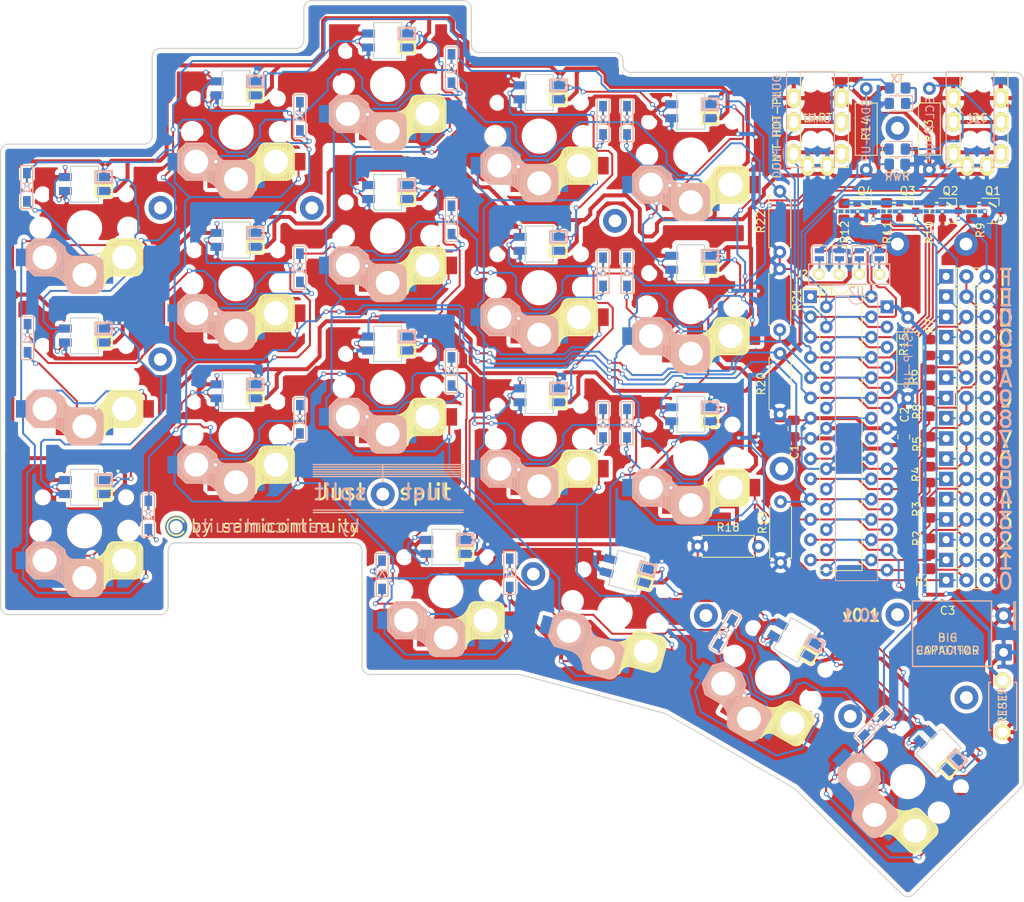
<source format=kicad_pcb>
(kicad_pcb (version 20171130) (host pcbnew 5.1.10-88a1d61d58~90~ubuntu20.04.1)
  (title_block (title "Just Split") (date 2021-08-01) (rev 0.1) (company semicontinuity))
  (layers (0 F.Cu signal) (31 B.Cu signal) (34 B.Paste user) (35 F.Paste user) (36 B.SilkS user) (37 F.SilkS user) (38 B.Mask user) (39 F.Mask user) (44 Edge.Cuts user))
  (net 0 "")
  (net 1 row0)
  (net 2 "Net-(D1-Pad2)")
  (net 3 row1)
  (net 4 "Net-(D2-Pad2)")
  (net 5 row2)
  (net 6 "Net-(D3-Pad2)")
  (net 7 "Net-(D4-Pad2)")
  (net 8 "Net-(D5-Pad2)")
  (net 9 "Net-(D6-Pad2)")
  (net 10 "Net-(D7-Pad2)")
  (net 11 "Net-(D8-Pad2)")
  (net 12 "Net-(D9-Pad2)")
  (net 13 "Net-(D10-Pad2)")
  (net 14 "Net-(D11-Pad2)")
  (net 15 "Net-(D12-Pad2)")
  (net 16 "Net-(D14-Pad2)")
  (net 17 "Net-(D15-Pad2)")
  (net 18 "Net-(D16-Pad2)")
  (net 19 "Net-(D17-Pad2)")
  (net 20 "Net-(D18-Pad2)")
  (net 21 "Net-(D19-Pad2)")
  (net 22 "Net-(D20-Pad2)")
  (net 23 GND)
  (net 24 VCC)
  (net 25 col1)
  (net 26 col2)
  (net 27 col3)
  (net 28 col4)
  (net 29 col5)
  (net 30 "Net-(L1-Pad3)")
  (net 31 "Net-(L1-Pad1)")
  (net 32 "Net-(L3-Pad3)")
  (net 33 "Net-(L10-Pad1)")
  (net 34 "Net-(L11-Pad1)")
  (net 35 "Net-(L14-Pad3)")
  (net 36 "Net-(L10-Pad3)")
  (net 37 "Net-(L12-Pad1)")
  (net 38 "Net-(L15-Pad3)")
  (net 39 "Net-(L16-Pad3)")
  (net 40 SCL)
  (net 41 SDA)
  (net 42 "Net-(L5-Pad3)")
  (net 43 "Net-(J2-Pad1)")
  (net 44 "Net-(J2-Pad2)")
  (net 45 "Net-(J2-Pad3)")
  (net 46 "Net-(J2-Pad4)")
  (net 47 "Net-(L2-Pad3)")
  (net 48 "Net-(L3-Pad1)")
  (net 49 "Net-(L11-Pad3)")
  (net 50 "Net-(L14-Pad1)")
  (net 51 "Net-(L12-Pad3)")
  (net 52 "Net-(L18-Pad3)")
  (net 53 /BL)
  (net 54 "Net-(L2-Pad1)")
  (net 55 row3)
  (net 56 "Net-(L17-Pad1)")
  (net 57 "Net-(U1-Pad21)")
  (net 58 "Net-(U2-Pad21)")
  (net 59 /TXD)
  (net 60 /RXD)
  (net 61 /RESET)
  (net 62 LED0)
  (net 63 LED7)
  (net 64 LED6)
  (net 65 LED5)
  (net 66 LED4)
  (net 67 LED3)
  (net 68 LED2)
  (net 69 LED1)
  (net 70 LD7)
  (net 71 LD6)
  (net 72 LD5)
  (net 73 LD4)
  (net 74 LD3)
  (net 75 LD2)
  (net 76 LD1)
  (net 77 LD0)
  (net 78 "Net-(Q1-Pad1)")
  (net 79 "Net-(Q2-Pad1)")
  (net 80 "Net-(Q3-Pad1)")
  (net 81 "Net-(Q4-Pad1)")
  (net 82 SEL0)
  (net 83 SEL1)
  (net 84 SEL2)
  (net 85 SEL3)
  (net 86 "Net-(D36-Pad2)")
  (net 87 "Net-(D37-Pad2)")
  (net 88 "Net-(D38-Pad1)")
  (net 89 "Net-(D39-Pad1)")
  (module kbd:ResetSW (layer F.Cu) (at 204.08576 143.87278 90)
    (fp_text reference RSW2 hide)
    (fp_text value RESET)
    (fp_text user RESET (at 0 0 90) (layer F.SilkS))
    (fp_text user RESET (at 0.127 0 90) (layer B.SilkS) (effects (justify mirror)))
    (pad 2 thru_hole circle (at -3.25 0 90) (size 2 2) (drill 1.3) (layers *.Cu *.Mask F.SilkS) (net 23 GND))
    (pad 1 thru_hole circle (at 3.25 0 90) (size 2 2) (drill 1.3) (layers *.Cu *.Mask F.SilkS) (net 61 /RESET))
  )
  (module kbd:Choc_Hotswap (layer F.Cu) (at 165 112.75 180)
    (fp_text reference SW18 hide)
    (fp_text value SW_PUSH hide)
    (pad "" np_thru_hole circle (at -5.5 0 90) (size 1.8 1.8) (drill 1.8) (layers *.Cu *.Mask))
    (pad "" np_thru_hole circle (at 5.5 0 90) (size 1.8 1.8) (drill 1.8) (layers *.Cu *.Mask))
    (pad "" np_thru_hole circle (at 0 0 90) (size 3.4 3.4) (drill 3.4) (layers *.Cu *.Mask))
    (pad "" np_thru_hole circle (at 0 -5.9 90) (size 3 3) (drill 3) (layers *.Cu *.Mask))
    (pad "" np_thru_hole circle (at 5 -3.7 90) (size 3 3) (drill 3) (layers *.Cu *.Mask))
    (pad 2 smd rect (at -2.8 -5.9 180) (size 1.6 2.2) (layers B.Cu B.Paste B.Mask) (net 20 "Net-(D18-Pad2)"))
    (pad 1 smd rect (at 7.8 -3.7 180) (size 1.6 2.2) (layers B.Cu B.Paste B.Mask) (net 29 col5))
    (pad 1 smd rect (at -7.9 -3.7 180) (size 1.6 2.2) (layers F.Cu F.Paste F.Mask) (net 29 col5))
    (pad 2 smd rect (at 2.8 -5.9 180) (size 1.6 2.2) (layers F.Cu F.Paste F.Mask) (net 20 "Net-(D18-Pad2)"))
    (pad "" np_thru_hole circle (at -5 -3.7 270) (size 3 3) (drill 3) (layers *.Cu *.Mask))
    (pad "" np_thru_hole circle (at 5.22 4.2 180) (size 1 1) (drill 1) (layers *.Cu *.Mask))
    (pad "" np_thru_hole circle (at -5.22 4.2 180) (size 1 1) (drill 1) (layers *.Cu *.Mask))
  )
  (module kbd:MJ-4PP-9 (layer F.Cu) (at 181.746979 64.3)
    (fp_text reference J1 hide)
    (fp_text value MJ-4PP-9 hide)
    (pad "" np_thru_hole circle (at -1.75 8.5) (size 1.2 1.2) (drill 1.2) (layers *.Cu *.Mask F.SilkS))
    (pad "" np_thru_hole circle (at -1.75 1.5) (size 1.2 1.2) (drill 1.2) (layers *.Cu *.Mask F.SilkS))
    (pad D thru_hole oval (at -3.85 10.3) (size 1.7 2.5) (drill oval 1 1.5) (layers *.Cu *.Mask F.SilkS) (net 60 /RXD) (clearance 0.15))
    (pad A thru_hole oval (at 0.35 11.8) (size 1.7 2.5) (drill oval 1 1.5) (layers *.Cu *.Mask F.SilkS) (net 24 VCC) (clearance 0.15))
    (pad B thru_hole oval (at -3.85 3.3) (size 1.7 2.5) (drill oval 1 1.5) (layers *.Cu *.Mask F.SilkS) (net 23 GND))
    (pad C thru_hole oval (at -3.85 6.3) (size 1.7 2.5) (drill oval 1 1.5) (layers *.Cu *.Mask F.SilkS) (net 59 /TXD))
    (pad "" np_thru_hole circle (at 0 1.5) (size 1.2 1.2) (drill 1.2) (layers *.Cu *.Mask F.SilkS))
    (pad "" np_thru_hole circle (at 0 8.5) (size 1.2 1.2) (drill 1.2) (layers *.Cu *.Mask F.SilkS))
    (pad B thru_hole oval (at 2.1 3.3) (size 1.7 2.5) (drill oval 1 1.5) (layers *.Cu *.Mask F.SilkS) (net 23 GND))
    (pad C thru_hole oval (at 2.1 6.3) (size 1.7 2.5) (drill oval 1 1.5) (layers *.Cu *.Mask F.SilkS) (net 59 /TXD))
    (pad D thru_hole oval (at 2.1 10.3) (size 1.7 2.5) (drill oval 1 1.5) (layers *.Cu *.Mask F.SilkS) (net 60 /RXD) (clearance 0.15))
    (pad A thru_hole oval (at -2.1 11.8) (size 1.7 2.5) (drill oval 1 1.5) (layers *.Cu *.Mask F.SilkS) (net 24 VCC) (clearance 0.15))
  )
  (module Resistor_SMD:R_0805_2012Metric_Pad1.20x1.40mm_HandSolder (layer B.Cu) (at 190.90286 66.33622)
    (fp_text reference R24 hide)
    (fp_text value R hide)
    (pad 2 smd roundrect (at 1 0) (size 1.2 1.4) (layers B.Cu B.Paste B.Mask) (roundrect_rratio 0.2083325) (net 89 "Net-(D39-Pad1)"))
    (pad 1 smd roundrect (at -1 0) (size 1.2 1.4) (layers B.Cu B.Paste B.Mask) (roundrect_rratio 0.2083325) (net 59 /TXD))
  )
  (module Resistor_SMD:R_0805_2012Metric_Pad1.20x1.40mm_HandSolder (layer F.Cu) (at 190.9054 66.32606)
    (fp_text reference R23 hide)
    (fp_text value R hide)
    (pad 2 smd roundrect (at 1 0) (size 1.2 1.4) (layers F.Cu F.Paste F.Mask) (roundrect_rratio 0.2083325) (net 88 "Net-(D38-Pad1)"))
    (pad 1 smd roundrect (at -1 0) (size 1.2 1.4) (layers F.Cu F.Paste F.Mask) (roundrect_rratio 0.2083325) (net 59 /TXD))
  )
  (module LED_SMD:LED_0805_2012Metric_Pad1.15x1.40mm_HandSolder (layer B.Cu) (at 190.9054 68.27278 180)
    (fp_text reference D39 hide)
    (fp_text value LED hide)
    (pad 2 smd roundrect (at 1.025 0 180) (size 1.15 1.4) (layers B.Cu B.Paste B.Mask) (roundrect_rratio 0.2173904347826087) (net 24 VCC))
    (pad 1 smd roundrect (at -1.025 0 180) (size 1.15 1.4) (layers B.Cu B.Paste B.Mask) (roundrect_rratio 0.2173904347826087) (net 89 "Net-(D39-Pad1)"))
  )
  (module LED_SMD:LED_0805_2012Metric_Pad1.15x1.40mm_HandSolder (layer F.Cu) (at 190.88576 68.27278 180)
    (fp_text reference D38 hide)
    (fp_text value LED hide)
    (pad 2 smd roundrect (at 1.025 0 180) (size 1.15 1.4) (layers F.Cu F.Paste F.Mask) (roundrect_rratio 0.2173904347826087) (net 24 VCC))
    (pad 1 smd roundrect (at -1.025 0 180) (size 1.15 1.4) (layers F.Cu F.Paste F.Mask) (roundrect_rratio 0.2173904347826087) (net 88 "Net-(D38-Pad1)"))
  )
  (module Resistor_THT:R_Axial_DIN0207_L6.3mm_D2.5mm_P7.62mm_Horizontal (layer F.Cu) (at 176.15054 86.91784 90)
    (fp_text reference R22 (at 3.81 -2.37 90) (layer F.SilkS))
    (fp_text value 10k)
    (pad 2 thru_hole oval (at 7.62 0 90) (size 1.6 1.6) (drill 0.8) (layers *.Cu *.Mask) (net 25 col1))
    (pad 1 thru_hole circle (at 0 0 90) (size 1.6 1.6) (drill 0.8) (layers *.Cu *.Mask) (net 24 VCC))
  )
  (module Resistor_THT:R_Axial_DIN0207_L6.3mm_D2.5mm_P7.62mm_Horizontal (layer F.Cu) (at 176.14292 89.03366 270)
    (fp_text reference R21 (at 3.81254 -2.15646 90) (layer F.SilkS))
    (fp_text value 10k)
    (pad 2 thru_hole oval (at 7.62 0 270) (size 1.6 1.6) (drill 0.8) (layers *.Cu *.Mask) (net 26 col2))
    (pad 1 thru_hole circle (at 0 0 270) (size 1.6 1.6) (drill 0.8) (layers *.Cu *.Mask) (net 24 VCC))
  )
  (module Resistor_THT:R_Axial_DIN0207_L6.3mm_D2.5mm_P7.62mm_Horizontal (layer F.Cu) (at 176.18102 107.23784 90)
    (fp_text reference R20 (at 3.81 -2.37 90) (layer F.SilkS))
    (fp_text value 10k)
    (pad 2 thru_hole oval (at 7.62 0 90) (size 1.6 1.6) (drill 0.8) (layers *.Cu *.Mask) (net 27 col3))
    (pad 1 thru_hole circle (at 0 0 90) (size 1.6 1.6) (drill 0.8) (layers *.Cu *.Mask) (net 24 VCC))
  )
  (module Resistor_THT:R_Axial_DIN0207_L6.3mm_D2.5mm_P7.62mm_Horizontal (layer F.Cu) (at 176.24452 125.84334 90)
    (fp_text reference R19 (at 5.02412 -2.2606 90) (layer F.SilkS))
    (fp_text value 10k)
    (pad 2 thru_hole oval (at 7.62 0 90) (size 1.6 1.6) (drill 0.8) (layers *.Cu *.Mask) (net 28 col4))
    (pad 1 thru_hole circle (at 0 0 90) (size 1.6 1.6) (drill 0.8) (layers *.Cu *.Mask) (net 24 VCC))
  )
  (module Resistor_THT:R_Axial_DIN0207_L6.3mm_D2.5mm_P7.62mm_Horizontal (layer F.Cu) (at 165.861 123.8088)
    (fp_text reference R18 (at 3.81 -2.37) (layer F.SilkS))
    (fp_text value 10k)
    (pad 2 thru_hole oval (at 7.62 0) (size 1.6 1.6) (drill 0.8) (layers *.Cu *.Mask) (net 29 col5))
    (pad 1 thru_hole circle (at 0 0) (size 1.6 1.6) (drill 0.8) (layers *.Cu *.Mask) (net 24 VCC))
  )
  (module Resistor_SMD:R_0805_2012Metric_Pad1.20x1.40mm_HandSolder (layer B.Cu) (at 190.86476 75.89678 180)
    (fp_text reference R17 hide)
    (fp_text value R hide)
    (pad 2 smd roundrect (at 1 0 180) (size 1.2 1.4) (layers B.Cu B.Paste B.Mask) (roundrect_rratio 0.2083325) (net 87 "Net-(D37-Pad2)"))
    (pad 1 smd roundrect (at -1 0 180) (size 1.2 1.4) (layers B.Cu B.Paste B.Mask) (roundrect_rratio 0.2083325) (net 24 VCC))
  )
  (module LED_SMD:LED_0805_2012Metric_Pad1.15x1.40mm_HandSolder (layer B.Cu) (at 190.86476 73.99178 180)
    (fp_text reference D37 hide)
    (fp_text value LED hide)
    (pad 2 smd roundrect (at 1.025 0 180) (size 1.15 1.4) (layers B.Cu B.Paste B.Mask) (roundrect_rratio 0.2173904347826087) (net 87 "Net-(D37-Pad2)"))
    (pad 1 smd roundrect (at -1.025 0 180) (size 1.15 1.4) (layers B.Cu B.Paste B.Mask) (roundrect_rratio 0.2173904347826087) (net 23 GND))
  )
  (module Resistor_SMD:R_0805_2012Metric_Pad1.20x1.40mm_HandSolder (layer F.Cu) (at 190.86476 75.89678)
    (fp_text reference R16 hide)
    (fp_text value R hide)
    (pad 2 smd roundrect (at 1 0) (size 1.2 1.4) (layers F.Cu F.Paste F.Mask) (roundrect_rratio 0.2083325) (net 86 "Net-(D36-Pad2)"))
    (pad 1 smd roundrect (at -1 0) (size 1.2 1.4) (layers F.Cu F.Paste F.Mask) (roundrect_rratio 0.2083325) (net 24 VCC))
  )
  (module LED_SMD:LED_0805_2012Metric_Pad1.15x1.40mm_HandSolder (layer F.Cu) (at 190.86476 73.99178)
    (fp_text reference D36 hide)
    (fp_text value LED hide)
    (pad 2 smd roundrect (at 1.025 0) (size 1.15 1.4) (layers F.Cu F.Paste F.Mask) (roundrect_rratio 0.2173904347826087) (net 86 "Net-(D36-Pad2)"))
    (pad 1 smd roundrect (at -1.025 0) (size 1.15 1.4) (layers F.Cu F.Paste F.Mask) (roundrect_rratio 0.2173904347826087) (net 23 GND))
  )
  (module Connector_Wire:SolderWire-0.5sqmm_1x02_P4.6mm_D0.9mm_OD2.1mm (layer F.Cu) (at 204.19976 137.11078 90)
    (fp_text reference C3 (at 5.238 -7.014) (layer F.SilkS))
    (fp_text value CP)
    (pad 2 thru_hole circle (at 4.6 0 90) (size 2.1 2.1) (drill 1.1) (layers *.Cu *.Mask) (net 23 GND))
    (pad 1 thru_hole roundrect (at 0 0 90) (size 2.1 2.1) (drill 1.1) (layers *.Cu *.Mask) (roundrect_rratio 0.1190471428571429) (net 24 VCC))
  )
  (module Resistor_THT:R_Axial_DIN0207_L6.3mm_D2.5mm_P10.16mm_Horizontal (layer F.Cu) (at 192.18576 105.27278 90)
    (fp_text reference R15 (at 6.75984 -0.48534 90) (layer F.SilkS))
    (fp_text value 10k)
    (pad 2 thru_hole oval (at 10.16 0 90) (size 1.6 1.6) (drill 0.8) (layers *.Cu *.Mask) (net 61 /RESET))
    (pad 1 thru_hole circle (at 0 0 90) (size 1.6 1.6) (drill 0.8) (layers *.Cu *.Mask) (net 24 VCC))
  )
  (module Resistor_THT:R_Axial_DIN0207_L6.3mm_D2.5mm_P10.16mm_Horizontal (layer F.Cu) (at 186.98364 76.5775 90)
    (fp_text reference R14 (at 5.08762 -0.02286 90) (layer F.SilkS))
    (fp_text value 10k)
    (pad 2 thru_hole oval (at 10.16 0 90) (size 1.6 1.6) (drill 0.8) (layers *.Cu *.Mask) (net 41 SDA))
    (pad 1 thru_hole circle (at 0 0 90) (size 1.6 1.6) (drill 0.8) (layers *.Cu *.Mask) (net 24 VCC))
  )
  (module Resistor_THT:R_Axial_DIN0207_L6.3mm_D2.5mm_P10.16mm_Horizontal (layer F.Cu) (at 194.89574 76.55972 90)
    (fp_text reference R13 (at 4.84378 -0.07366 90) (layer F.SilkS))
    (fp_text value 10k)
    (pad 2 thru_hole oval (at 10.16 0 90) (size 1.6 1.6) (drill 0.8) (layers *.Cu *.Mask) (net 40 SCL))
    (pad 1 thru_hole circle (at 0 0 90) (size 1.6 1.6) (drill 0.8) (layers *.Cu *.Mask) (net 24 VCC))
  )
  (module kbd:MJ-4PP-9 (layer F.Cu) (at 201.746979 64.3)
    (fp_text reference J3)
    (fp_text value MJ-4PP-9 hide)
    (pad A thru_hole oval (at -2.1 11.8) (size 1.7 2.5) (drill oval 1 1.5) (layers *.Cu *.Mask F.SilkS) (net 24 VCC) (clearance 0.15))
    (pad D thru_hole oval (at 2.1 10.3) (size 1.7 2.5) (drill oval 1 1.5) (layers *.Cu *.Mask F.SilkS) (net 40 SCL) (clearance 0.15))
    (pad C thru_hole oval (at 2.1 6.3) (size 1.7 2.5) (drill oval 1 1.5) (layers *.Cu *.Mask F.SilkS) (net 41 SDA))
    (pad B thru_hole oval (at 2.1 3.3) (size 1.7 2.5) (drill oval 1 1.5) (layers *.Cu *.Mask F.SilkS) (net 23 GND))
    (pad "" np_thru_hole circle (at 0 8.5) (size 1.2 1.2) (drill 1.2) (layers *.Cu *.Mask F.SilkS))
    (pad "" np_thru_hole circle (at 0 1.5) (size 1.2 1.2) (drill 1.2) (layers *.Cu *.Mask F.SilkS))
    (pad C thru_hole oval (at -3.85 6.3) (size 1.7 2.5) (drill oval 1 1.5) (layers *.Cu *.Mask F.SilkS) (net 41 SDA))
    (pad B thru_hole oval (at -3.85 3.3) (size 1.7 2.5) (drill oval 1 1.5) (layers *.Cu *.Mask F.SilkS) (net 23 GND))
    (pad A thru_hole oval (at 0.35 11.8) (size 1.7 2.5) (drill oval 1 1.5) (layers *.Cu *.Mask F.SilkS) (net 24 VCC) (clearance 0.15))
    (pad D thru_hole oval (at -3.85 10.3) (size 1.7 2.5) (drill oval 1 1.5) (layers *.Cu *.Mask F.SilkS) (net 40 SCL) (clearance 0.15))
    (pad "" np_thru_hole circle (at -1.75 1.5) (size 1.2 1.2) (drill 1.2) (layers *.Cu *.Mask F.SilkS))
    (pad "" np_thru_hole circle (at -1.75 8.5) (size 1.2 1.2) (drill 1.2) (layers *.Cu *.Mask F.SilkS))
  )
  (module Capacitor_SMD:C_0805_2012Metric_Pad1.18x1.45mm_HandSolder (layer F.Cu) (at 191.69026 110.08128 270)
    (fp_text reference C2 (at -2.77486 -0.10922 90) (layer F.SilkS))
    (fp_text value 0.1)
    (pad 2 smd roundrect (at 1.0375 0 270) (size 1.175 1.45) (layers F.Cu F.Paste F.Mask) (roundrect_rratio 0.2127659574468085) (net 23 GND))
    (pad 1 smd roundrect (at -1.0375 0 270) (size 1.175 1.45) (layers F.Cu F.Paste F.Mask) (roundrect_rratio 0.2127659574468085) (net 24 VCC))
  )
  (module Capacitor_SMD:C_0805_2012Metric_Pad1.18x1.45mm_HandSolder (layer F.Cu) (at 177.91076 109.04378 270)
    (fp_text reference C1 (at 2.929 -0.075 90) (layer F.SilkS))
    (fp_text value 0.1)
    (pad 2 smd roundrect (at 1.0375 0 270) (size 1.175 1.45) (layers F.Cu F.Paste F.Mask) (roundrect_rratio 0.2127659574468085) (net 23 GND))
    (pad 1 smd roundrect (at -1.0375 0 270) (size 1.175 1.45) (layers F.Cu F.Paste F.Mask) (roundrect_rratio 0.2127659574468085) (net 24 VCC))
  )
  (module Resistor_SMD:R_0805_2012Metric_Pad1.20x1.40mm_HandSolder (layer F.Cu) (at 184.19726 81.80228 270)
    (fp_text reference R12 (at 2.60096 -0.09652 90) (layer F.SilkS))
    (fp_text value 330 hide)
    (pad 2 smd roundrect (at 1 0 270) (size 1.2 1.4) (layers F.Cu F.Paste F.Mask) (roundrect_rratio 0.2083325) (net 85 SEL3))
    (pad 1 smd roundrect (at -1 0 270) (size 1.2 1.4) (layers F.Cu F.Paste F.Mask) (roundrect_rratio 0.2083325) (net 81 "Net-(Q4-Pad1)"))
  )
  (module Resistor_SMD:R_0805_2012Metric_Pad1.20x1.40mm_HandSolder (layer F.Cu) (at 189.53126 81.73878 270)
    (fp_text reference R11 (at 2.70256 -0.08636 90) (layer F.SilkS))
    (fp_text value 330 hide)
    (pad 2 smd roundrect (at 1 0 270) (size 1.2 1.4) (layers F.Cu F.Paste F.Mask) (roundrect_rratio 0.2083325) (net 84 SEL2))
    (pad 1 smd roundrect (at -1 0 270) (size 1.2 1.4) (layers F.Cu F.Paste F.Mask) (roundrect_rratio 0.2083325) (net 80 "Net-(Q3-Pad1)"))
  )
  (module Resistor_SMD:R_0805_2012Metric_Pad1.20x1.40mm_HandSolder (layer F.Cu) (at 194.86526 81.73878 270)
    (fp_text reference R10 (at 2.70256 -0.02032 90) (layer F.SilkS))
    (fp_text value 330 hide)
    (pad 2 smd roundrect (at 1 0 270) (size 1.2 1.4) (layers F.Cu F.Paste F.Mask) (roundrect_rratio 0.2083325) (net 83 SEL1))
    (pad 1 smd roundrect (at -1 0 270) (size 1.2 1.4) (layers F.Cu F.Paste F.Mask) (roundrect_rratio 0.2083325) (net 79 "Net-(Q2-Pad1)"))
  )
  (module Resistor_SMD:R_0805_2012Metric_Pad1.20x1.40mm_HandSolder (layer F.Cu) (at 200.19926 81.73878 270)
    (fp_text reference R9 (at 2.434 -1.0865 90) (layer F.SilkS))
    (fp_text value 330 hide)
    (pad 2 smd roundrect (at 1 0 270) (size 1.2 1.4) (layers F.Cu F.Paste F.Mask) (roundrect_rratio 0.2083325) (net 82 SEL0))
    (pad 1 smd roundrect (at -1 0 270) (size 1.2 1.4) (layers F.Cu F.Paste F.Mask) (roundrect_rratio 0.2083325) (net 78 "Net-(Q1-Pad1)"))
  )
  (module Package_TO_SOT_SMD:SOT-23 (layer F.Cu) (at 186.85676 81.77328)
    (fp_text reference Q4 (at 0 -2.5) (layer F.SilkS))
    (fp_text value MMBT3904 hide)
    (pad 3 smd rect (at 1 0) (size 0.9 0.8) (layers F.Cu F.Paste F.Mask) (net 55 row3))
    (pad 2 smd rect (at -1 0.95) (size 0.9 0.8) (layers F.Cu F.Paste F.Mask) (net 23 GND))
    (pad 1 smd rect (at -1 -0.95) (size 0.9 0.8) (layers F.Cu F.Paste F.Mask) (net 81 "Net-(Q4-Pad1)"))
  )
  (module Package_TO_SOT_SMD:SOT-23 (layer F.Cu) (at 192.18226 81.73628)
    (fp_text reference Q3 (at 0 -2.5) (layer F.SilkS))
    (fp_text value MMBT3904 hide)
    (pad 3 smd rect (at 1 0) (size 0.9 0.8) (layers F.Cu F.Paste F.Mask) (net 5 row2))
    (pad 2 smd rect (at -1 0.95) (size 0.9 0.8) (layers F.Cu F.Paste F.Mask) (net 23 GND))
    (pad 1 smd rect (at -1 -0.95) (size 0.9 0.8) (layers F.Cu F.Paste F.Mask) (net 80 "Net-(Q3-Pad1)"))
  )
  (module Package_TO_SOT_SMD:SOT-23 (layer F.Cu) (at 197.53226 81.73878)
    (fp_text reference Q2 (at 0 -2.5) (layer F.SilkS))
    (fp_text value MMBT3904 hide)
    (pad 3 smd rect (at 1 0) (size 0.9 0.8) (layers F.Cu F.Paste F.Mask) (net 3 row1))
    (pad 2 smd rect (at -1 0.95) (size 0.9 0.8) (layers F.Cu F.Paste F.Mask) (net 23 GND))
    (pad 1 smd rect (at -1 -0.95) (size 0.9 0.8) (layers F.Cu F.Paste F.Mask) (net 79 "Net-(Q2-Pad1)"))
  )
  (module Package_TO_SOT_SMD:SOT-23 (layer F.Cu) (at 202.86626 81.73878)
    (fp_text reference Q1 (at 0 -2.5) (layer F.SilkS))
    (fp_text value MMBT3904 hide)
    (pad 3 smd rect (at 1 0) (size 0.9 0.8) (layers F.Cu F.Paste F.Mask) (net 1 row0))
    (pad 2 smd rect (at -1 0.95) (size 0.9 0.8) (layers F.Cu F.Paste F.Mask) (net 23 GND))
    (pad 1 smd rect (at -1 -0.95) (size 0.9 0.8) (layers F.Cu F.Paste F.Mask) (net 78 "Net-(Q1-Pad1)"))
  )
  (module Resistor_SMD:R_0805_2012Metric_Pad1.20x1.40mm_HandSolder (layer F.Cu) (at 194.86526 106.50378 270)
    (fp_text reference R8 (at 0.42418 1.52908 90) (layer F.SilkS))
    (fp_text value 330)
    (pad 2 smd roundrect (at 1 0 270) (size 1.2 1.4) (layers F.Cu F.Paste F.Mask) (roundrect_rratio 0.2083325) (net 63 LED7))
    (pad 1 smd roundrect (at -1 0 270) (size 1.2 1.4) (layers F.Cu F.Paste F.Mask) (roundrect_rratio 0.2083325) (net 70 LD7))
  )
  (module Resistor_SMD:R_0805_2012Metric_Pad1.20x1.40mm_HandSolder (layer F.Cu) (at 194.92876 98.88378 270)
    (fp_text reference R7 (at -2.71018 -0.04064 90) (layer F.SilkS))
    (fp_text value 330)
    (pad 2 smd roundrect (at 1 0 270) (size 1.2 1.4) (layers F.Cu F.Paste F.Mask) (roundrect_rratio 0.2083325) (net 64 LED6))
    (pad 1 smd roundrect (at -1 0 270) (size 1.2 1.4) (layers F.Cu F.Paste F.Mask) (roundrect_rratio 0.2083325) (net 71 LD6))
  )
  (module Resistor_SMD:R_0805_2012Metric_Pad1.20x1.40mm_HandSolder (layer F.Cu) (at 194.92876 102.63028 270)
    (fp_text reference R6 (at -0.09906 2.03454 90) (layer F.SilkS))
    (fp_text value 330)
    (pad 2 smd roundrect (at 1 0 270) (size 1.2 1.4) (layers F.Cu F.Paste F.Mask) (roundrect_rratio 0.2083325) (net 65 LED5))
    (pad 1 smd roundrect (at -1 0 270) (size 1.2 1.4) (layers F.Cu F.Paste F.Mask) (roundrect_rratio 0.2083325) (net 72 LD5))
  )
  (module Resistor_SMD:R_0805_2012Metric_Pad1.20x1.40mm_HandSolder (layer F.Cu) (at 194.92876 111.07578 270)
    (fp_text reference R5 (at -0.09398 1.5621 90) (layer F.SilkS))
    (fp_text value 330)
    (pad 2 smd roundrect (at 1 0 270) (size 1.2 1.4) (layers F.Cu F.Paste F.Mask) (roundrect_rratio 0.2083325) (net 66 LED4))
    (pad 1 smd roundrect (at -1 0 270) (size 1.2 1.4) (layers F.Cu F.Paste F.Mask) (roundrect_rratio 0.2083325) (net 73 LD4))
  )
  (module Resistor_SMD:R_0805_2012Metric_Pad1.20x1.40mm_HandSolder (layer F.Cu) (at 194.92876 114.82228 270)
    (fp_text reference R4 (at -0.04572 1.66878 90) (layer F.SilkS))
    (fp_text value 330)
    (pad 2 smd roundrect (at 1 0 270) (size 1.2 1.4) (layers F.Cu F.Paste F.Mask) (roundrect_rratio 0.2083325) (net 67 LED3))
    (pad 1 smd roundrect (at -1 0 270) (size 1.2 1.4) (layers F.Cu F.Paste F.Mask) (roundrect_rratio 0.2083325) (net 74 LD3))
  )
  (module Resistor_SMD:R_0805_2012Metric_Pad1.20x1.40mm_HandSolder (layer F.Cu) (at 194.92876 119.25078 270)
    (fp_text reference R3 (at -0.11304 1.61798 90) (layer F.SilkS))
    (fp_text value 330)
    (pad 2 smd roundrect (at 1 0 270) (size 1.2 1.4) (layers F.Cu F.Paste F.Mask) (roundrect_rratio 0.2083325) (net 68 LED2))
    (pad 1 smd roundrect (at -1 0 270) (size 1.2 1.4) (layers F.Cu F.Paste F.Mask) (roundrect_rratio 0.2083325) (net 75 LD2))
  )
  (module Resistor_SMD:R_0805_2012Metric_Pad1.20x1.40mm_HandSolder (layer F.Cu) (at 194.92876 123.82278 270)
    (fp_text reference R2 (at -1.01728 1.58496 90) (layer F.SilkS))
    (fp_text value 330)
    (pad 2 smd roundrect (at 1 0 270) (size 1.2 1.4) (layers F.Cu F.Paste F.Mask) (roundrect_rratio 0.2083325) (net 69 LED1))
    (pad 1 smd roundrect (at -1 0 270) (size 1.2 1.4) (layers F.Cu F.Paste F.Mask) (roundrect_rratio 0.2083325) (net 76 LD1))
  )
  (module Resistor_SMD:R_0805_2012Metric_Pad1.20x1.40mm_HandSolder (layer F.Cu) (at 194.03976 126.61678 180)
    (fp_text reference R1 (at 0 -1.65) (layer F.SilkS))
    (fp_text value 330)
    (pad 2 smd roundrect (at 1 0 180) (size 1.2 1.4) (layers F.Cu F.Paste F.Mask) (roundrect_rratio 0.2083325) (net 62 LED0))
    (pad 1 smd roundrect (at -1 0 180) (size 1.2 1.4) (layers F.Cu F.Paste F.Mask) (roundrect_rratio 0.2083325) (net 77 LD0))
  )
  (module LED_THT:LED_Rectangular_W5.0mm_H2.0mm-3Pins (layer F.Cu) (at 197 89.96)
    (fp_text reference D13 hide)
    (fp_text value LED_Dual_CAC hide)
    (pad 3 thru_hole circle (at 5.08 0) (size 1.8 1.8) (drill 0.9) (layers *.Cu *.Mask) (net 3 row1))
    (pad 2 thru_hole circle (at 2.54 0) (size 1.8 1.8) (drill 0.9) (layers *.Cu *.Mask) (net 70 LD7))
    (pad 1 thru_hole rect (at 0 0) (size 1.8 1.8) (drill 0.9) (layers *.Cu *.Mask) (net 55 row3))
  )
  (module kbd:D3_SMD (layer F.Cu) (at 169.311316 134.577973 240)
    (fp_text reference D1 hide)
    (fp_text value D hide)
    (pad 2 smd rect (at 1.775 0 240) (size 1.3 0.95) (layers F.Cu F.Paste F.Mask) (net 2 "Net-(D1-Pad2)"))
    (pad 1 smd rect (at -1.775 0 240) (size 1.3 0.95) (layers B.Cu B.Paste B.Mask) (net 55 row3))
    (pad 2 smd rect (at 1.775 0 240) (size 1.3 0.95) (layers B.Cu B.Paste B.Mask) (net 2 "Net-(D1-Pad2)"))
    (pad 1 smd rect (at -1.775 0 240) (size 1.3 0.95) (layers F.Cu F.Paste F.Mask) (net 55 row3))
  )
  (module kbd:D3_SMD (layer F.Cu) (at 81.78 78.775 270)
    (fp_text reference D2 hide)
    (fp_text value D hide)
    (pad 2 smd rect (at 1.775 0 270) (size 1.3 0.95) (layers F.Cu F.Paste F.Mask) (net 4 "Net-(D2-Pad2)"))
    (pad 1 smd rect (at -1.775 0 270) (size 1.3 0.95) (layers B.Cu B.Paste B.Mask) (net 1 row0))
    (pad 2 smd rect (at 1.775 0 270) (size 1.3 0.95) (layers B.Cu B.Paste B.Mask) (net 4 "Net-(D2-Pad2)"))
    (pad 1 smd rect (at -1.775 0 270) (size 1.3 0.95) (layers F.Cu F.Paste F.Mask) (net 1 row0))
  )
  (module kbd:D3_SMD (layer F.Cu) (at 116 69.875 270)
    (fp_text reference D3 hide)
    (fp_text value D hide)
    (pad 2 smd rect (at 1.775 0 270) (size 1.3 0.95) (layers F.Cu F.Paste F.Mask) (net 6 "Net-(D3-Pad2)"))
    (pad 1 smd rect (at -1.775 0 270) (size 1.3 0.95) (layers B.Cu B.Paste B.Mask) (net 1 row0))
    (pad 2 smd rect (at 1.775 0 270) (size 1.3 0.95) (layers B.Cu B.Paste B.Mask) (net 6 "Net-(D3-Pad2)"))
    (pad 1 smd rect (at -1.775 0 270) (size 1.3 0.95) (layers F.Cu F.Paste F.Mask) (net 1 row0))
  )
  (module kbd:D3_SMD (layer F.Cu) (at 135 63.88 270)
    (fp_text reference D4 hide)
    (fp_text value D hide)
    (pad 2 smd rect (at 1.775 0 270) (size 1.3 0.95) (layers F.Cu F.Paste F.Mask) (net 7 "Net-(D4-Pad2)"))
    (pad 1 smd rect (at -1.775 0 270) (size 1.3 0.95) (layers B.Cu B.Paste B.Mask) (net 1 row0))
    (pad 2 smd rect (at 1.775 0 270) (size 1.3 0.95) (layers B.Cu B.Paste B.Mask) (net 7 "Net-(D4-Pad2)"))
    (pad 1 smd rect (at -1.775 0 270) (size 1.3 0.95) (layers F.Cu F.Paste F.Mask) (net 1 row0))
  )
  (module kbd:D3_SMD (layer F.Cu) (at 154 70.375 270)
    (fp_text reference D5 hide)
    (fp_text value D hide)
    (pad 2 smd rect (at 1.775 0 270) (size 1.3 0.95) (layers F.Cu F.Paste F.Mask) (net 8 "Net-(D5-Pad2)"))
    (pad 1 smd rect (at -1.775 0 270) (size 1.3 0.95) (layers B.Cu B.Paste B.Mask) (net 1 row0))
    (pad 2 smd rect (at 1.775 0 270) (size 1.3 0.95) (layers B.Cu B.Paste B.Mask) (net 8 "Net-(D5-Pad2)"))
    (pad 1 smd rect (at -1.775 0 270) (size 1.3 0.95) (layers F.Cu F.Paste F.Mask) (net 1 row0))
  )
  (module kbd:D3_SMD (layer F.Cu) (at 157 70.375 270)
    (fp_text reference D6 hide)
    (fp_text value D hide)
    (pad 2 smd rect (at 1.775 0 270) (size 1.3 0.95) (layers F.Cu F.Paste F.Mask) (net 9 "Net-(D6-Pad2)"))
    (pad 1 smd rect (at -1.775 0 270) (size 1.3 0.95) (layers B.Cu B.Paste B.Mask) (net 1 row0))
    (pad 2 smd rect (at 1.775 0 270) (size 1.3 0.95) (layers B.Cu B.Paste B.Mask) (net 9 "Net-(D6-Pad2)"))
    (pad 1 smd rect (at -1.775 0 270) (size 1.3 0.95) (layers F.Cu F.Paste F.Mask) (net 1 row0))
  )
  (module kbd:D3_SMD (layer F.Cu) (at 187.948831 146.245404 225)
    (fp_text reference D7 hide)
    (fp_text value D hide)
    (pad 2 smd rect (at 1.775 0 225) (size 1.3 0.95) (layers F.Cu F.Paste F.Mask) (net 10 "Net-(D7-Pad2)"))
    (pad 1 smd rect (at -1.775 0 225) (size 1.3 0.95) (layers B.Cu B.Paste B.Mask) (net 55 row3))
    (pad 2 smd rect (at 1.775 0 225) (size 1.3 0.95) (layers B.Cu B.Paste B.Mask) (net 10 "Net-(D7-Pad2)"))
    (pad 1 smd rect (at -1.775 0 225) (size 1.3 0.95) (layers F.Cu F.Paste F.Mask) (net 55 row3))
  )
  (module kbd:D3_SMD (layer F.Cu) (at 81.87 97.705 270)
    (fp_text reference D8 hide)
    (fp_text value D hide)
    (pad 2 smd rect (at 1.775 0 270) (size 1.3 0.95) (layers F.Cu F.Paste F.Mask) (net 11 "Net-(D8-Pad2)"))
    (pad 1 smd rect (at -1.775 0 270) (size 1.3 0.95) (layers B.Cu B.Paste B.Mask) (net 3 row1))
    (pad 2 smd rect (at 1.775 0 270) (size 1.3 0.95) (layers B.Cu B.Paste B.Mask) (net 11 "Net-(D8-Pad2)"))
    (pad 1 smd rect (at -1.775 0 270) (size 1.3 0.95) (layers F.Cu F.Paste F.Mask) (net 3 row1))
  )
  (module kbd:D3_SMD (layer F.Cu) (at 116 88.875 270)
    (fp_text reference D9 hide)
    (fp_text value D hide)
    (pad 2 smd rect (at 1.775 0 270) (size 1.3 0.95) (layers F.Cu F.Paste F.Mask) (net 12 "Net-(D9-Pad2)"))
    (pad 1 smd rect (at -1.775 0 270) (size 1.3 0.95) (layers B.Cu B.Paste B.Mask) (net 3 row1))
    (pad 2 smd rect (at 1.775 0 270) (size 1.3 0.95) (layers B.Cu B.Paste B.Mask) (net 12 "Net-(D9-Pad2)"))
    (pad 1 smd rect (at -1.775 0 270) (size 1.3 0.95) (layers F.Cu F.Paste F.Mask) (net 3 row1))
  )
  (module kbd:D3_SMD (layer F.Cu) (at 135 82.88 270)
    (fp_text reference D10 hide)
    (fp_text value D hide)
    (pad 2 smd rect (at 1.775 0 270) (size 1.3 0.95) (layers F.Cu F.Paste F.Mask) (net 13 "Net-(D10-Pad2)"))
    (pad 1 smd rect (at -1.775 0 270) (size 1.3 0.95) (layers B.Cu B.Paste B.Mask) (net 3 row1))
    (pad 2 smd rect (at 1.775 0 270) (size 1.3 0.95) (layers B.Cu B.Paste B.Mask) (net 13 "Net-(D10-Pad2)"))
    (pad 1 smd rect (at -1.775 0 270) (size 1.3 0.95) (layers F.Cu F.Paste F.Mask) (net 3 row1))
  )
  (module kbd:D3_SMD (layer F.Cu) (at 154 89.375 270)
    (fp_text reference D11 hide)
    (fp_text value D hide)
    (pad 2 smd rect (at 1.775 0 270) (size 1.3 0.95) (layers F.Cu F.Paste F.Mask) (net 14 "Net-(D11-Pad2)"))
    (pad 1 smd rect (at -1.775 0 270) (size 1.3 0.95) (layers B.Cu B.Paste B.Mask) (net 3 row1))
    (pad 2 smd rect (at 1.775 0 270) (size 1.3 0.95) (layers B.Cu B.Paste B.Mask) (net 14 "Net-(D11-Pad2)"))
    (pad 1 smd rect (at -1.775 0 270) (size 1.3 0.95) (layers F.Cu F.Paste F.Mask) (net 3 row1))
  )
  (module kbd:D3_SMD (layer F.Cu) (at 157 89.375 270)
    (fp_text reference D12 hide)
    (fp_text value D hide)
    (pad 2 smd rect (at 1.775 0 270) (size 1.3 0.95) (layers F.Cu F.Paste F.Mask) (net 15 "Net-(D12-Pad2)"))
    (pad 1 smd rect (at -1.775 0 270) (size 1.3 0.95) (layers B.Cu B.Paste B.Mask) (net 3 row1))
    (pad 2 smd rect (at 1.775 0 270) (size 1.3 0.95) (layers B.Cu B.Paste B.Mask) (net 15 "Net-(D12-Pad2)"))
    (pad 1 smd rect (at -1.775 0 270) (size 1.3 0.95) (layers F.Cu F.Paste F.Mask) (net 3 row1))
  )
  (module kbd:D3_SMD (layer F.Cu) (at 97 119.875 270)
    (fp_text reference D14 hide)
    (fp_text value D hide)
    (pad 2 smd rect (at 1.775 0 270) (size 1.3 0.95) (layers F.Cu F.Paste F.Mask) (net 16 "Net-(D14-Pad2)"))
    (pad 1 smd rect (at -1.775 0 270) (size 1.3 0.95) (layers B.Cu B.Paste B.Mask) (net 5 row2))
    (pad 2 smd rect (at 1.775 0 270) (size 1.3 0.95) (layers B.Cu B.Paste B.Mask) (net 16 "Net-(D14-Pad2)"))
    (pad 1 smd rect (at -1.775 0 270) (size 1.3 0.95) (layers F.Cu F.Paste F.Mask) (net 5 row2))
  )
  (module kbd:D3_SMD (layer F.Cu) (at 116 107.875 270)
    (fp_text reference D15 hide)
    (fp_text value D hide)
    (pad 2 smd rect (at 1.775 0 270) (size 1.3 0.95) (layers F.Cu F.Paste F.Mask) (net 17 "Net-(D15-Pad2)"))
    (pad 1 smd rect (at -1.775 0 270) (size 1.3 0.95) (layers B.Cu B.Paste B.Mask) (net 5 row2))
    (pad 2 smd rect (at 1.775 0 270) (size 1.3 0.95) (layers B.Cu B.Paste B.Mask) (net 17 "Net-(D15-Pad2)"))
    (pad 1 smd rect (at -1.775 0 270) (size 1.3 0.95) (layers F.Cu F.Paste F.Mask) (net 5 row2))
  )
  (module kbd:D3_SMD (layer F.Cu) (at 135 101.88 270)
    (fp_text reference D16 hide)
    (fp_text value D hide)
    (pad 2 smd rect (at 1.775 0 270) (size 1.3 0.95) (layers F.Cu F.Paste F.Mask) (net 18 "Net-(D16-Pad2)"))
    (pad 1 smd rect (at -1.775 0 270) (size 1.3 0.95) (layers B.Cu B.Paste B.Mask) (net 5 row2))
    (pad 2 smd rect (at 1.775 0 270) (size 1.3 0.95) (layers B.Cu B.Paste B.Mask) (net 18 "Net-(D16-Pad2)"))
    (pad 1 smd rect (at -1.775 0 270) (size 1.3 0.95) (layers F.Cu F.Paste F.Mask) (net 5 row2))
  )
  (module kbd:D3_SMD (layer F.Cu) (at 154 108.375 270)
    (fp_text reference D17 hide)
    (fp_text value D hide)
    (pad 2 smd rect (at 1.775 0 270) (size 1.3 0.95) (layers F.Cu F.Paste F.Mask) (net 19 "Net-(D17-Pad2)"))
    (pad 1 smd rect (at -1.775 0 270) (size 1.3 0.95) (layers B.Cu B.Paste B.Mask) (net 5 row2))
    (pad 2 smd rect (at 1.775 0 270) (size 1.3 0.95) (layers B.Cu B.Paste B.Mask) (net 19 "Net-(D17-Pad2)"))
    (pad 1 smd rect (at -1.775 0 270) (size 1.3 0.95) (layers F.Cu F.Paste F.Mask) (net 5 row2))
  )
  (module kbd:D3_SMD (layer F.Cu) (at 157 108.375 270)
    (fp_text reference D18 hide)
    (fp_text value D hide)
    (pad 2 smd rect (at 1.775 0 270) (size 1.3 0.95) (layers F.Cu F.Paste F.Mask) (net 20 "Net-(D18-Pad2)"))
    (pad 1 smd rect (at -1.775 0 270) (size 1.3 0.95) (layers B.Cu B.Paste B.Mask) (net 5 row2))
    (pad 2 smd rect (at 1.775 0 270) (size 1.3 0.95) (layers B.Cu B.Paste B.Mask) (net 20 "Net-(D18-Pad2)"))
    (pad 1 smd rect (at -1.775 0 270) (size 1.3 0.95) (layers F.Cu F.Paste F.Mask) (net 5 row2))
  )
  (module kbd:D3_SMD (layer F.Cu) (at 126.3 127.38 270)
    (fp_text reference D19 hide)
    (fp_text value D hide)
    (pad 2 smd rect (at 1.775 0 270) (size 1.3 0.95) (layers F.Cu F.Paste F.Mask) (net 21 "Net-(D19-Pad2)"))
    (pad 1 smd rect (at -1.775 0 270) (size 1.3 0.95) (layers B.Cu B.Paste B.Mask) (net 55 row3))
    (pad 2 smd rect (at 1.775 0 270) (size 1.3 0.95) (layers B.Cu B.Paste B.Mask) (net 21 "Net-(D19-Pad2)"))
    (pad 1 smd rect (at -1.775 0 270) (size 1.3 0.95) (layers F.Cu F.Paste F.Mask) (net 55 row3))
  )
  (module kbd:D3_SMD (layer F.Cu) (at 142.3 127.13 270)
    (fp_text reference D20 hide)
    (fp_text value D hide)
    (pad 2 smd rect (at 1.775 0 270) (size 1.3 0.95) (layers F.Cu F.Paste F.Mask) (net 22 "Net-(D20-Pad2)"))
    (pad 1 smd rect (at -1.775 0 270) (size 1.3 0.95) (layers B.Cu B.Paste B.Mask) (net 55 row3))
    (pad 2 smd rect (at 1.775 0 270) (size 1.3 0.95) (layers B.Cu B.Paste B.Mask) (net 22 "Net-(D20-Pad2)"))
    (pad 1 smd rect (at -1.775 0 270) (size 1.3 0.95) (layers F.Cu F.Paste F.Mask) (net 55 row3))
  )
  (module kbd:Choc_Hotswap (layer F.Cu) (at 175.23952 140.310024 150)
    (fp_text reference SW1 hide)
    (fp_text value SW_PUSH hide)
    (pad "" np_thru_hole circle (at -5.5 0 60) (size 1.8 1.8) (drill 1.8) (layers *.Cu *.Mask))
    (pad "" np_thru_hole circle (at 5.5 0 60) (size 1.8 1.8) (drill 1.8) (layers *.Cu *.Mask))
    (pad "" np_thru_hole circle (at 0 0 60) (size 3.4 3.4) (drill 3.4) (layers *.Cu *.Mask))
    (pad "" np_thru_hole circle (at 0 -5.9 60) (size 3 3) (drill 3) (layers *.Cu *.Mask))
    (pad "" np_thru_hole circle (at 5 -3.7 60) (size 3 3) (drill 3) (layers *.Cu *.Mask))
    (pad 2 smd rect (at -2.8 -5.9 150) (size 1.6 2.2) (layers B.Cu B.Paste B.Mask) (net 2 "Net-(D1-Pad2)"))
    (pad 1 smd rect (at 7.8 -3.7 150) (size 1.6 2.2) (layers B.Cu B.Paste B.Mask) (net 28 col4))
    (pad 1 smd rect (at -7.9 -3.7 150) (size 1.6 2.2) (layers F.Cu F.Paste F.Mask) (net 28 col4))
    (pad 2 smd rect (at 2.8 -5.9 150) (size 1.6 2.2) (layers F.Cu F.Paste F.Mask) (net 2 "Net-(D1-Pad2)"))
    (pad "" np_thru_hole circle (at -5 -3.7 240) (size 3 3) (drill 3) (layers *.Cu *.Mask))
    (pad "" np_thru_hole circle (at 5.22 4.2 150) (size 1 1) (drill 1) (layers *.Cu *.Mask))
    (pad "" np_thru_hole circle (at -5.22 4.2 150) (size 1 1) (drill 1) (layers *.Cu *.Mask))
  )
  (module kbd:Choc_Hotswap (layer F.Cu) (at 89 83.875 180)
    (fp_text reference SW2 hide)
    (fp_text value SW_PUSH hide)
    (pad "" np_thru_hole circle (at -5.5 0 90) (size 1.8 1.8) (drill 1.8) (layers *.Cu *.Mask))
    (pad "" np_thru_hole circle (at 5.5 0 90) (size 1.8 1.8) (drill 1.8) (layers *.Cu *.Mask))
    (pad "" np_thru_hole circle (at 0 0 90) (size 3.4 3.4) (drill 3.4) (layers *.Cu *.Mask))
    (pad "" np_thru_hole circle (at 0 -5.9 90) (size 3 3) (drill 3) (layers *.Cu *.Mask))
    (pad "" np_thru_hole circle (at 5 -3.7 90) (size 3 3) (drill 3) (layers *.Cu *.Mask))
    (pad 2 smd rect (at -2.8 -5.9 180) (size 1.6 2.2) (layers B.Cu B.Paste B.Mask) (net 4 "Net-(D2-Pad2)"))
    (pad 1 smd rect (at 7.8 -3.7 180) (size 1.6 2.2) (layers B.Cu B.Paste B.Mask) (net 25 col1))
    (pad 1 smd rect (at -7.9 -3.7 180) (size 1.6 2.2) (layers F.Cu F.Paste F.Mask) (net 25 col1))
    (pad 2 smd rect (at 2.8 -5.9 180) (size 1.6 2.2) (layers F.Cu F.Paste F.Mask) (net 4 "Net-(D2-Pad2)"))
    (pad "" np_thru_hole circle (at -5 -3.7 270) (size 3 3) (drill 3) (layers *.Cu *.Mask))
    (pad "" np_thru_hole circle (at 5.22 4.2 180) (size 1 1) (drill 1) (layers *.Cu *.Mask))
    (pad "" np_thru_hole circle (at -5.22 4.2 180) (size 1 1) (drill 1) (layers *.Cu *.Mask))
  )
  (module kbd:Choc_Hotswap (layer F.Cu) (at 108 71.875 180)
    (fp_text reference SW3 hide)
    (fp_text value SW_PUSH hide)
    (pad "" np_thru_hole circle (at -5.5 0 90) (size 1.8 1.8) (drill 1.8) (layers *.Cu *.Mask))
    (pad "" np_thru_hole circle (at 5.5 0 90) (size 1.8 1.8) (drill 1.8) (layers *.Cu *.Mask))
    (pad "" np_thru_hole circle (at 0 0 90) (size 3.4 3.4) (drill 3.4) (layers *.Cu *.Mask))
    (pad "" np_thru_hole circle (at 0 -5.9 90) (size 3 3) (drill 3) (layers *.Cu *.Mask))
    (pad "" np_thru_hole circle (at 5 -3.7 90) (size 3 3) (drill 3) (layers *.Cu *.Mask))
    (pad 2 smd rect (at -2.8 -5.9 180) (size 1.6 2.2) (layers B.Cu B.Paste B.Mask) (net 6 "Net-(D3-Pad2)"))
    (pad 1 smd rect (at 7.8 -3.7 180) (size 1.6 2.2) (layers B.Cu B.Paste B.Mask) (net 26 col2))
    (pad 1 smd rect (at -7.9 -3.7 180) (size 1.6 2.2) (layers F.Cu F.Paste F.Mask) (net 26 col2))
    (pad 2 smd rect (at 2.8 -5.9 180) (size 1.6 2.2) (layers F.Cu F.Paste F.Mask) (net 6 "Net-(D3-Pad2)"))
    (pad "" np_thru_hole circle (at -5 -3.7 270) (size 3 3) (drill 3) (layers *.Cu *.Mask))
    (pad "" np_thru_hole circle (at 5.22 4.2 180) (size 1 1) (drill 1) (layers *.Cu *.Mask))
    (pad "" np_thru_hole circle (at -5.22 4.2 180) (size 1 1) (drill 1) (layers *.Cu *.Mask))
  )
  (module kbd:Choc_Hotswap (layer F.Cu) (at 127 65.88 180)
    (fp_text reference SW4 hide)
    (fp_text value SW_PUSH hide)
    (pad "" np_thru_hole circle (at -5.5 0 90) (size 1.8 1.8) (drill 1.8) (layers *.Cu *.Mask))
    (pad "" np_thru_hole circle (at 5.5 0 90) (size 1.8 1.8) (drill 1.8) (layers *.Cu *.Mask))
    (pad "" np_thru_hole circle (at 0 0 90) (size 3.4 3.4) (drill 3.4) (layers *.Cu *.Mask))
    (pad "" np_thru_hole circle (at 0 -5.9 90) (size 3 3) (drill 3) (layers *.Cu *.Mask))
    (pad "" np_thru_hole circle (at 5 -3.7 90) (size 3 3) (drill 3) (layers *.Cu *.Mask))
    (pad 2 smd rect (at -2.8 -5.9 180) (size 1.6 2.2) (layers B.Cu B.Paste B.Mask) (net 7 "Net-(D4-Pad2)"))
    (pad 1 smd rect (at 7.8 -3.7 180) (size 1.6 2.2) (layers B.Cu B.Paste B.Mask) (net 27 col3))
    (pad 1 smd rect (at -7.9 -3.7 180) (size 1.6 2.2) (layers F.Cu F.Paste F.Mask) (net 27 col3))
    (pad 2 smd rect (at 2.8 -5.9 180) (size 1.6 2.2) (layers F.Cu F.Paste F.Mask) (net 7 "Net-(D4-Pad2)"))
    (pad "" np_thru_hole circle (at -5 -3.7 270) (size 3 3) (drill 3) (layers *.Cu *.Mask))
    (pad "" np_thru_hole circle (at 5.22 4.2 180) (size 1 1) (drill 1) (layers *.Cu *.Mask))
    (pad "" np_thru_hole circle (at -5.22 4.2 180) (size 1 1) (drill 1) (layers *.Cu *.Mask))
  )
  (module kbd:Choc_Hotswap (layer F.Cu) (at 146 72.375 180)
    (fp_text reference SW5 hide)
    (fp_text value SW_PUSH hide)
    (pad "" np_thru_hole circle (at -5.5 0 90) (size 1.8 1.8) (drill 1.8) (layers *.Cu *.Mask))
    (pad "" np_thru_hole circle (at 5.5 0 90) (size 1.8 1.8) (drill 1.8) (layers *.Cu *.Mask))
    (pad "" np_thru_hole circle (at 0 0 90) (size 3.4 3.4) (drill 3.4) (layers *.Cu *.Mask))
    (pad "" np_thru_hole circle (at 0 -5.9 90) (size 3 3) (drill 3) (layers *.Cu *.Mask))
    (pad "" np_thru_hole circle (at 5 -3.7 90) (size 3 3) (drill 3) (layers *.Cu *.Mask))
    (pad 2 smd rect (at -2.8 -5.9 180) (size 1.6 2.2) (layers B.Cu B.Paste B.Mask) (net 8 "Net-(D5-Pad2)"))
    (pad 1 smd rect (at 7.8 -3.7 180) (size 1.6 2.2) (layers B.Cu B.Paste B.Mask) (net 28 col4))
    (pad 1 smd rect (at -7.9 -3.7 180) (size 1.6 2.2) (layers F.Cu F.Paste F.Mask) (net 28 col4))
    (pad 2 smd rect (at 2.8 -5.9 180) (size 1.6 2.2) (layers F.Cu F.Paste F.Mask) (net 8 "Net-(D5-Pad2)"))
    (pad "" np_thru_hole circle (at -5 -3.7 270) (size 3 3) (drill 3) (layers *.Cu *.Mask))
    (pad "" np_thru_hole circle (at 5.22 4.2 180) (size 1 1) (drill 1) (layers *.Cu *.Mask))
    (pad "" np_thru_hole circle (at -5.22 4.2 180) (size 1 1) (drill 1) (layers *.Cu *.Mask))
  )
  (module kbd:Choc_Hotswap (layer F.Cu) (at 165 74.75 180)
    (fp_text reference SW6 hide)
    (fp_text value SW_PUSH hide)
    (pad "" np_thru_hole circle (at -5.5 0 90) (size 1.8 1.8) (drill 1.8) (layers *.Cu *.Mask))
    (pad "" np_thru_hole circle (at 5.5 0 90) (size 1.8 1.8) (drill 1.8) (layers *.Cu *.Mask))
    (pad "" np_thru_hole circle (at 0 0 90) (size 3.4 3.4) (drill 3.4) (layers *.Cu *.Mask))
    (pad "" np_thru_hole circle (at 0 -5.9 90) (size 3 3) (drill 3) (layers *.Cu *.Mask))
    (pad "" np_thru_hole circle (at 5 -3.7 90) (size 3 3) (drill 3) (layers *.Cu *.Mask))
    (pad 2 smd rect (at -2.8 -5.9 180) (size 1.6 2.2) (layers B.Cu B.Paste B.Mask) (net 9 "Net-(D6-Pad2)"))
    (pad 1 smd rect (at 7.8 -3.7 180) (size 1.6 2.2) (layers B.Cu B.Paste B.Mask) (net 29 col5))
    (pad 1 smd rect (at -7.9 -3.7 180) (size 1.6 2.2) (layers F.Cu F.Paste F.Mask) (net 29 col5))
    (pad 2 smd rect (at 2.8 -5.9 180) (size 1.6 2.2) (layers F.Cu F.Paste F.Mask) (net 9 "Net-(D6-Pad2)"))
    (pad "" np_thru_hole circle (at -5 -3.7 270) (size 3 3) (drill 3) (layers *.Cu *.Mask))
    (pad "" np_thru_hole circle (at 5.22 4.2 180) (size 1 1) (drill 1) (layers *.Cu *.Mask))
    (pad "" np_thru_hole circle (at -5.22 4.2 180) (size 1 1) (drill 1) (layers *.Cu *.Mask))
  )
  (module kbd:Choc_Hotswap (layer F.Cu) (at 192.191472 153.316472 135)
    (fp_text reference SW7 hide)
    (fp_text value SW_PUSH hide)
    (pad "" np_thru_hole circle (at -5.5 0 45) (size 1.8 1.8) (drill 1.8) (layers *.Cu *.Mask))
    (pad "" np_thru_hole circle (at 5.5 0 45) (size 1.8 1.8) (drill 1.8) (layers *.Cu *.Mask))
    (pad "" np_thru_hole circle (at 0 0 45) (size 3.4 3.4) (drill 3.4) (layers *.Cu *.Mask))
    (pad "" np_thru_hole circle (at 0 -5.9 45) (size 3 3) (drill 3) (layers *.Cu *.Mask))
    (pad "" np_thru_hole circle (at 5 -3.7 45) (size 3 3) (drill 3) (layers *.Cu *.Mask))
    (pad 2 smd rect (at -2.8 -5.9 135) (size 1.6 2.2) (layers B.Cu B.Paste B.Mask) (net 10 "Net-(D7-Pad2)"))
    (pad 1 smd rect (at 7.8 -3.7 135) (size 1.6 2.2) (layers B.Cu B.Paste B.Mask) (net 29 col5))
    (pad 1 smd rect (at -7.9 -3.7 135) (size 1.6 2.2) (layers F.Cu F.Paste F.Mask) (net 29 col5))
    (pad 2 smd rect (at 2.8 -5.9 135) (size 1.6 2.2) (layers F.Cu F.Paste F.Mask) (net 10 "Net-(D7-Pad2)"))
    (pad "" np_thru_hole circle (at -5 -3.7 225) (size 3 3) (drill 3) (layers *.Cu *.Mask))
    (pad "" np_thru_hole circle (at 5.22 4.2 135) (size 1 1) (drill 1) (layers *.Cu *.Mask))
    (pad "" np_thru_hole circle (at -5.22 4.2 135) (size 1 1) (drill 1) (layers *.Cu *.Mask))
  )
  (module kbd:Choc_Hotswap (layer F.Cu) (at 89 102.875 180)
    (fp_text reference SW8 hide)
    (fp_text value SW_PUSH hide)
    (pad "" np_thru_hole circle (at -5.5 0 90) (size 1.8 1.8) (drill 1.8) (layers *.Cu *.Mask))
    (pad "" np_thru_hole circle (at 5.5 0 90) (size 1.8 1.8) (drill 1.8) (layers *.Cu *.Mask))
    (pad "" np_thru_hole circle (at 0 0 90) (size 3.4 3.4) (drill 3.4) (layers *.Cu *.Mask))
    (pad "" np_thru_hole circle (at 0 -5.9 90) (size 3 3) (drill 3) (layers *.Cu *.Mask))
    (pad "" np_thru_hole circle (at 5 -3.7 90) (size 3 3) (drill 3) (layers *.Cu *.Mask))
    (pad 2 smd rect (at -2.8 -5.9 180) (size 1.6 2.2) (layers B.Cu B.Paste B.Mask) (net 11 "Net-(D8-Pad2)"))
    (pad 1 smd rect (at 7.8 -3.7 180) (size 1.6 2.2) (layers B.Cu B.Paste B.Mask) (net 25 col1))
    (pad 1 smd rect (at -7.9 -3.7 180) (size 1.6 2.2) (layers F.Cu F.Paste F.Mask) (net 25 col1))
    (pad 2 smd rect (at 2.8 -5.9 180) (size 1.6 2.2) (layers F.Cu F.Paste F.Mask) (net 11 "Net-(D8-Pad2)"))
    (pad "" np_thru_hole circle (at -5 -3.7 270) (size 3 3) (drill 3) (layers *.Cu *.Mask))
    (pad "" np_thru_hole circle (at 5.22 4.2 180) (size 1 1) (drill 1) (layers *.Cu *.Mask))
    (pad "" np_thru_hole circle (at -5.22 4.2 180) (size 1 1) (drill 1) (layers *.Cu *.Mask))
  )
  (module kbd:Choc_Hotswap (layer F.Cu) (at 108 90.875 180)
    (fp_text reference SW9 hide)
    (fp_text value SW_PUSH hide)
    (pad "" np_thru_hole circle (at -5.5 0 90) (size 1.8 1.8) (drill 1.8) (layers *.Cu *.Mask))
    (pad "" np_thru_hole circle (at 5.5 0 90) (size 1.8 1.8) (drill 1.8) (layers *.Cu *.Mask))
    (pad "" np_thru_hole circle (at 0 0 90) (size 3.4 3.4) (drill 3.4) (layers *.Cu *.Mask))
    (pad "" np_thru_hole circle (at 0 -5.9 90) (size 3 3) (drill 3) (layers *.Cu *.Mask))
    (pad "" np_thru_hole circle (at 5 -3.7 90) (size 3 3) (drill 3) (layers *.Cu *.Mask))
    (pad 2 smd rect (at -2.8 -5.9 180) (size 1.6 2.2) (layers B.Cu B.Paste B.Mask) (net 12 "Net-(D9-Pad2)"))
    (pad 1 smd rect (at 7.8 -3.7 180) (size 1.6 2.2) (layers B.Cu B.Paste B.Mask) (net 26 col2))
    (pad 1 smd rect (at -7.9 -3.7 180) (size 1.6 2.2) (layers F.Cu F.Paste F.Mask) (net 26 col2))
    (pad 2 smd rect (at 2.8 -5.9 180) (size 1.6 2.2) (layers F.Cu F.Paste F.Mask) (net 12 "Net-(D9-Pad2)"))
    (pad "" np_thru_hole circle (at -5 -3.7 270) (size 3 3) (drill 3) (layers *.Cu *.Mask))
    (pad "" np_thru_hole circle (at 5.22 4.2 180) (size 1 1) (drill 1) (layers *.Cu *.Mask))
    (pad "" np_thru_hole circle (at -5.22 4.2 180) (size 1 1) (drill 1) (layers *.Cu *.Mask))
  )
  (module kbd:Choc_Hotswap (layer F.Cu) (at 127 84.88 180)
    (fp_text reference SW10 hide)
    (fp_text value SW_PUSH hide)
    (pad "" np_thru_hole circle (at -5.5 0 90) (size 1.8 1.8) (drill 1.8) (layers *.Cu *.Mask))
    (pad "" np_thru_hole circle (at 5.5 0 90) (size 1.8 1.8) (drill 1.8) (layers *.Cu *.Mask))
    (pad "" np_thru_hole circle (at 0 0 90) (size 3.4 3.4) (drill 3.4) (layers *.Cu *.Mask))
    (pad "" np_thru_hole circle (at 0 -5.9 90) (size 3 3) (drill 3) (layers *.Cu *.Mask))
    (pad "" np_thru_hole circle (at 5 -3.7 90) (size 3 3) (drill 3) (layers *.Cu *.Mask))
    (pad 2 smd rect (at -2.8 -5.9 180) (size 1.6 2.2) (layers B.Cu B.Paste B.Mask) (net 13 "Net-(D10-Pad2)"))
    (pad 1 smd rect (at 7.8 -3.7 180) (size 1.6 2.2) (layers B.Cu B.Paste B.Mask) (net 27 col3))
    (pad 1 smd rect (at -7.9 -3.7 180) (size 1.6 2.2) (layers F.Cu F.Paste F.Mask) (net 27 col3))
    (pad 2 smd rect (at 2.8 -5.9 180) (size 1.6 2.2) (layers F.Cu F.Paste F.Mask) (net 13 "Net-(D10-Pad2)"))
    (pad "" np_thru_hole circle (at -5 -3.7 270) (size 3 3) (drill 3) (layers *.Cu *.Mask))
    (pad "" np_thru_hole circle (at 5.22 4.2 180) (size 1 1) (drill 1) (layers *.Cu *.Mask))
    (pad "" np_thru_hole circle (at -5.22 4.2 180) (size 1 1) (drill 1) (layers *.Cu *.Mask))
  )
  (module kbd:Choc_Hotswap (layer F.Cu) (at 146 91.375 180)
    (fp_text reference SW11 hide)
    (fp_text value SW_PUSH hide)
    (pad "" np_thru_hole circle (at -5.5 0 90) (size 1.8 1.8) (drill 1.8) (layers *.Cu *.Mask))
    (pad "" np_thru_hole circle (at 5.5 0 90) (size 1.8 1.8) (drill 1.8) (layers *.Cu *.Mask))
    (pad "" np_thru_hole circle (at 0 0 90) (size 3.4 3.4) (drill 3.4) (layers *.Cu *.Mask))
    (pad "" np_thru_hole circle (at 0 -5.9 90) (size 3 3) (drill 3) (layers *.Cu *.Mask))
    (pad "" np_thru_hole circle (at 5 -3.7 90) (size 3 3) (drill 3) (layers *.Cu *.Mask))
    (pad 2 smd rect (at -2.8 -5.9 180) (size 1.6 2.2) (layers B.Cu B.Paste B.Mask) (net 14 "Net-(D11-Pad2)"))
    (pad 1 smd rect (at 7.8 -3.7 180) (size 1.6 2.2) (layers B.Cu B.Paste B.Mask) (net 28 col4))
    (pad 1 smd rect (at -7.9 -3.7 180) (size 1.6 2.2) (layers F.Cu F.Paste F.Mask) (net 28 col4))
    (pad 2 smd rect (at 2.8 -5.9 180) (size 1.6 2.2) (layers F.Cu F.Paste F.Mask) (net 14 "Net-(D11-Pad2)"))
    (pad "" np_thru_hole circle (at -5 -3.7 270) (size 3 3) (drill 3) (layers *.Cu *.Mask))
    (pad "" np_thru_hole circle (at 5.22 4.2 180) (size 1 1) (drill 1) (layers *.Cu *.Mask))
    (pad "" np_thru_hole circle (at -5.22 4.2 180) (size 1 1) (drill 1) (layers *.Cu *.Mask))
  )
  (module kbd:Choc_Hotswap (layer F.Cu) (at 165 93.75 180)
    (fp_text reference SW12 hide)
    (fp_text value SW_PUSH hide)
    (pad "" np_thru_hole circle (at -5.5 0 90) (size 1.8 1.8) (drill 1.8) (layers *.Cu *.Mask))
    (pad "" np_thru_hole circle (at 5.5 0 90) (size 1.8 1.8) (drill 1.8) (layers *.Cu *.Mask))
    (pad "" np_thru_hole circle (at 0 0 90) (size 3.4 3.4) (drill 3.4) (layers *.Cu *.Mask))
    (pad "" np_thru_hole circle (at 0 -5.9 90) (size 3 3) (drill 3) (layers *.Cu *.Mask))
    (pad "" np_thru_hole circle (at 5 -3.7 90) (size 3 3) (drill 3) (layers *.Cu *.Mask))
    (pad 2 smd rect (at -2.8 -5.9 180) (size 1.6 2.2) (layers B.Cu B.Paste B.Mask) (net 15 "Net-(D12-Pad2)"))
    (pad 1 smd rect (at 7.8 -3.7 180) (size 1.6 2.2) (layers B.Cu B.Paste B.Mask) (net 29 col5))
    (pad 1 smd rect (at -7.9 -3.7 180) (size 1.6 2.2) (layers F.Cu F.Paste F.Mask) (net 29 col5))
    (pad 2 smd rect (at 2.8 -5.9 180) (size 1.6 2.2) (layers F.Cu F.Paste F.Mask) (net 15 "Net-(D12-Pad2)"))
    (pad "" np_thru_hole circle (at -5 -3.7 270) (size 3 3) (drill 3) (layers *.Cu *.Mask))
    (pad "" np_thru_hole circle (at 5.22 4.2 180) (size 1 1) (drill 1) (layers *.Cu *.Mask))
    (pad "" np_thru_hole circle (at -5.22 4.2 180) (size 1 1) (drill 1) (layers *.Cu *.Mask))
  )
  (module kbd:Choc_Hotswap (layer F.Cu) (at 89 121.875 180)
    (fp_text reference SW14 hide)
    (fp_text value SW_PUSH hide)
    (pad "" np_thru_hole circle (at -5.5 0 90) (size 1.8 1.8) (drill 1.8) (layers *.Cu *.Mask))
    (pad "" np_thru_hole circle (at 5.5 0 90) (size 1.8 1.8) (drill 1.8) (layers *.Cu *.Mask))
    (pad "" np_thru_hole circle (at 0 0 90) (size 3.4 3.4) (drill 3.4) (layers *.Cu *.Mask))
    (pad "" np_thru_hole circle (at 0 -5.9 90) (size 3 3) (drill 3) (layers *.Cu *.Mask))
    (pad "" np_thru_hole circle (at 5 -3.7 90) (size 3 3) (drill 3) (layers *.Cu *.Mask))
    (pad 2 smd rect (at -2.8 -5.9 180) (size 1.6 2.2) (layers B.Cu B.Paste B.Mask) (net 16 "Net-(D14-Pad2)"))
    (pad 1 smd rect (at 7.8 -3.7 180) (size 1.6 2.2) (layers B.Cu B.Paste B.Mask) (net 25 col1))
    (pad 1 smd rect (at -7.9 -3.7 180) (size 1.6 2.2) (layers F.Cu F.Paste F.Mask) (net 25 col1))
    (pad 2 smd rect (at 2.8 -5.9 180) (size 1.6 2.2) (layers F.Cu F.Paste F.Mask) (net 16 "Net-(D14-Pad2)"))
    (pad "" np_thru_hole circle (at -5 -3.7 270) (size 3 3) (drill 3) (layers *.Cu *.Mask))
    (pad "" np_thru_hole circle (at 5.22 4.2 180) (size 1 1) (drill 1) (layers *.Cu *.Mask))
    (pad "" np_thru_hole circle (at -5.22 4.2 180) (size 1 1) (drill 1) (layers *.Cu *.Mask))
  )
  (module kbd:Choc_Hotswap (layer F.Cu) (at 108 109.875 180)
    (fp_text reference SW15 hide)
    (fp_text value SW_PUSH hide)
    (pad "" np_thru_hole circle (at -5.5 0 90) (size 1.8 1.8) (drill 1.8) (layers *.Cu *.Mask))
    (pad "" np_thru_hole circle (at 5.5 0 90) (size 1.8 1.8) (drill 1.8) (layers *.Cu *.Mask))
    (pad "" np_thru_hole circle (at 0 0 90) (size 3.4 3.4) (drill 3.4) (layers *.Cu *.Mask))
    (pad "" np_thru_hole circle (at 0 -5.9 90) (size 3 3) (drill 3) (layers *.Cu *.Mask))
    (pad "" np_thru_hole circle (at 5 -3.7 90) (size 3 3) (drill 3) (layers *.Cu *.Mask))
    (pad 2 smd rect (at -2.8 -5.9 180) (size 1.6 2.2) (layers B.Cu B.Paste B.Mask) (net 17 "Net-(D15-Pad2)"))
    (pad 1 smd rect (at 7.8 -3.7 180) (size 1.6 2.2) (layers B.Cu B.Paste B.Mask) (net 26 col2))
    (pad 1 smd rect (at -7.9 -3.7 180) (size 1.6 2.2) (layers F.Cu F.Paste F.Mask) (net 26 col2))
    (pad 2 smd rect (at 2.8 -5.9 180) (size 1.6 2.2) (layers F.Cu F.Paste F.Mask) (net 17 "Net-(D15-Pad2)"))
    (pad "" np_thru_hole circle (at -5 -3.7 270) (size 3 3) (drill 3) (layers *.Cu *.Mask))
    (pad "" np_thru_hole circle (at 5.22 4.2 180) (size 1 1) (drill 1) (layers *.Cu *.Mask))
    (pad "" np_thru_hole circle (at -5.22 4.2 180) (size 1 1) (drill 1) (layers *.Cu *.Mask))
  )
  (module kbd:Choc_Hotswap (layer F.Cu) (at 127 103.88 180)
    (fp_text reference SW16 hide)
    (fp_text value SW_PUSH hide)
    (pad "" np_thru_hole circle (at -5.5 0 90) (size 1.8 1.8) (drill 1.8) (layers *.Cu *.Mask))
    (pad "" np_thru_hole circle (at 5.5 0 90) (size 1.8 1.8) (drill 1.8) (layers *.Cu *.Mask))
    (pad "" np_thru_hole circle (at 0 0 90) (size 3.4 3.4) (drill 3.4) (layers *.Cu *.Mask))
    (pad "" np_thru_hole circle (at 0 -5.9 90) (size 3 3) (drill 3) (layers *.Cu *.Mask))
    (pad "" np_thru_hole circle (at 5 -3.7 90) (size 3 3) (drill 3) (layers *.Cu *.Mask))
    (pad 2 smd rect (at -2.8 -5.9 180) (size 1.6 2.2) (layers B.Cu B.Paste B.Mask) (net 18 "Net-(D16-Pad2)"))
    (pad 1 smd rect (at 7.8 -3.7 180) (size 1.6 2.2) (layers B.Cu B.Paste B.Mask) (net 27 col3))
    (pad 1 smd rect (at -7.9 -3.7 180) (size 1.6 2.2) (layers F.Cu F.Paste F.Mask) (net 27 col3))
    (pad 2 smd rect (at 2.8 -5.9 180) (size 1.6 2.2) (layers F.Cu F.Paste F.Mask) (net 18 "Net-(D16-Pad2)"))
    (pad "" np_thru_hole circle (at -5 -3.7 270) (size 3 3) (drill 3) (layers *.Cu *.Mask))
    (pad "" np_thru_hole circle (at 5.22 4.2 180) (size 1 1) (drill 1) (layers *.Cu *.Mask))
    (pad "" np_thru_hole circle (at -5.22 4.2 180) (size 1 1) (drill 1) (layers *.Cu *.Mask))
  )
  (module kbd:Choc_Hotswap (layer F.Cu) (at 146 110.375 180)
    (fp_text reference SW17 hide)
    (fp_text value SW_PUSH hide)
    (pad "" np_thru_hole circle (at -5.5 0 90) (size 1.8 1.8) (drill 1.8) (layers *.Cu *.Mask))
    (pad "" np_thru_hole circle (at 5.5 0 90) (size 1.8 1.8) (drill 1.8) (layers *.Cu *.Mask))
    (pad "" np_thru_hole circle (at 0 0 90) (size 3.4 3.4) (drill 3.4) (layers *.Cu *.Mask))
    (pad "" np_thru_hole circle (at 0 -5.9 90) (size 3 3) (drill 3) (layers *.Cu *.Mask))
    (pad "" np_thru_hole circle (at 5 -3.7 90) (size 3 3) (drill 3) (layers *.Cu *.Mask))
    (pad 2 smd rect (at -2.8 -5.9 180) (size 1.6 2.2) (layers B.Cu B.Paste B.Mask) (net 19 "Net-(D17-Pad2)"))
    (pad 1 smd rect (at 7.8 -3.7 180) (size 1.6 2.2) (layers B.Cu B.Paste B.Mask) (net 28 col4))
    (pad 1 smd rect (at -7.9 -3.7 180) (size 1.6 2.2) (layers F.Cu F.Paste F.Mask) (net 28 col4))
    (pad 2 smd rect (at 2.8 -5.9 180) (size 1.6 2.2) (layers F.Cu F.Paste F.Mask) (net 19 "Net-(D17-Pad2)"))
    (pad "" np_thru_hole circle (at -5 -3.7 270) (size 3 3) (drill 3) (layers *.Cu *.Mask))
    (pad "" np_thru_hole circle (at 5.22 4.2 180) (size 1 1) (drill 1) (layers *.Cu *.Mask))
    (pad "" np_thru_hole circle (at -5.22 4.2 180) (size 1 1) (drill 1) (layers *.Cu *.Mask))
  )
  (module kbd:Choc_Hotswap (layer F.Cu) (at 134.3 129.38 180)
    (fp_text reference SW19 hide)
    (fp_text value SW_PUSH hide)
    (pad "" np_thru_hole circle (at -5.5 0 90) (size 1.8 1.8) (drill 1.8) (layers *.Cu *.Mask))
    (pad "" np_thru_hole circle (at 5.5 0 90) (size 1.8 1.8) (drill 1.8) (layers *.Cu *.Mask))
    (pad "" np_thru_hole circle (at 0 0 90) (size 3.4 3.4) (drill 3.4) (layers *.Cu *.Mask))
    (pad "" np_thru_hole circle (at 0 -5.9 90) (size 3 3) (drill 3) (layers *.Cu *.Mask))
    (pad "" np_thru_hole circle (at 5 -3.7 90) (size 3 3) (drill 3) (layers *.Cu *.Mask))
    (pad 2 smd rect (at -2.8 -5.9 180) (size 1.6 2.2) (layers B.Cu B.Paste B.Mask) (net 21 "Net-(D19-Pad2)"))
    (pad 1 smd rect (at 7.8 -3.7 180) (size 1.6 2.2) (layers B.Cu B.Paste B.Mask) (net 26 col2))
    (pad 1 smd rect (at -7.9 -3.7 180) (size 1.6 2.2) (layers F.Cu F.Paste F.Mask) (net 26 col2))
    (pad 2 smd rect (at 2.8 -5.9 180) (size 1.6 2.2) (layers F.Cu F.Paste F.Mask) (net 21 "Net-(D19-Pad2)"))
    (pad "" np_thru_hole circle (at -5 -3.7 270) (size 3 3) (drill 3) (layers *.Cu *.Mask))
    (pad "" np_thru_hole circle (at 5.22 4.2 180) (size 1 1) (drill 1) (layers *.Cu *.Mask))
    (pad "" np_thru_hole circle (at -5.22 4.2 180) (size 1 1) (drill 1) (layers *.Cu *.Mask))
  )
  (module kbd:Choc_Hotswap (layer F.Cu) (at 155.49 132.13 165)
    (fp_text reference SW20 hide)
    (fp_text value SW_PUSH hide)
    (pad "" np_thru_hole circle (at -5.5 0 75) (size 1.8 1.8) (drill 1.8) (layers *.Cu *.Mask))
    (pad "" np_thru_hole circle (at 5.5 0 75) (size 1.8 1.8) (drill 1.8) (layers *.Cu *.Mask))
    (pad "" np_thru_hole circle (at 0 0 75) (size 3.4 3.4) (drill 3.4) (layers *.Cu *.Mask))
    (pad "" np_thru_hole circle (at 0 -5.9 75) (size 3 3) (drill 3) (layers *.Cu *.Mask))
    (pad "" np_thru_hole circle (at 5 -3.7 75) (size 3 3) (drill 3) (layers *.Cu *.Mask))
    (pad 2 smd rect (at -2.8 -5.9 165) (size 1.6 2.2) (layers B.Cu B.Paste B.Mask) (net 22 "Net-(D20-Pad2)"))
    (pad 1 smd rect (at 7.8 -3.7 165) (size 1.6 2.2) (layers B.Cu B.Paste B.Mask) (net 27 col3))
    (pad 1 smd rect (at -7.9 -3.7 165) (size 1.6 2.2) (layers F.Cu F.Paste F.Mask) (net 27 col3))
    (pad 2 smd rect (at 2.8 -5.9 165) (size 1.6 2.2) (layers F.Cu F.Paste F.Mask) (net 22 "Net-(D20-Pad2)"))
    (pad "" np_thru_hole circle (at -5 -3.7 255) (size 3 3) (drill 3) (layers *.Cu *.Mask))
    (pad "" np_thru_hole circle (at 5.22 4.2 165) (size 1 1) (drill 1) (layers *.Cu *.Mask))
    (pad "" np_thru_hole circle (at -5.22 4.2 165) (size 1 1) (drill 1) (layers *.Cu *.Mask))
  )
  (module LED_THT:LED_Rectangular_W5.0mm_H2.0mm-3Pins (layer F.Cu) (at 197 128.06)
    (fp_text reference D35 hide)
    (fp_text value LED_Dual_CAC hide)
    (pad 3 thru_hole circle (at 5.08 0) (size 1.8 1.8) (drill 0.9) (layers *.Cu *.Mask) (net 1 row0))
    (pad 2 thru_hole circle (at 2.54 0) (size 1.8 1.8) (drill 0.9) (layers *.Cu *.Mask) (net 77 LD0))
    (pad 1 thru_hole rect (at 0 0) (size 1.8 1.8) (drill 0.9) (layers *.Cu *.Mask) (net 5 row2))
  )
  (module LED_THT:LED_Rectangular_W5.0mm_H2.0mm-3Pins (layer F.Cu) (at 197 122.98)
    (fp_text reference D34 hide)
    (fp_text value LED_Dual_CAC hide)
    (pad 3 thru_hole circle (at 5.08 0) (size 1.8 1.8) (drill 0.9) (layers *.Cu *.Mask) (net 1 row0))
    (pad 2 thru_hole circle (at 2.54 0) (size 1.8 1.8) (drill 0.9) (layers *.Cu *.Mask) (net 76 LD1))
    (pad 1 thru_hole rect (at 0 0) (size 1.8 1.8) (drill 0.9) (layers *.Cu *.Mask) (net 5 row2))
  )
  (module LED_THT:LED_Rectangular_W5.0mm_H2.0mm-3Pins (layer F.Cu) (at 197 117.9)
    (fp_text reference D33 hide)
    (fp_text value LED_Dual_CAC hide)
    (pad 3 thru_hole circle (at 5.08 0) (size 1.8 1.8) (drill 0.9) (layers *.Cu *.Mask) (net 1 row0))
    (pad 2 thru_hole circle (at 2.54 0) (size 1.8 1.8) (drill 0.9) (layers *.Cu *.Mask) (net 75 LD2))
    (pad 1 thru_hole rect (at 0 0) (size 1.8 1.8) (drill 0.9) (layers *.Cu *.Mask) (net 5 row2))
  )
  (module LED_THT:LED_Rectangular_W5.0mm_H2.0mm-3Pins (layer F.Cu) (at 197 112.82)
    (fp_text reference D32 hide)
    (fp_text value LED_Dual_CAC hide)
    (pad 3 thru_hole circle (at 5.08 0) (size 1.8 1.8) (drill 0.9) (layers *.Cu *.Mask) (net 1 row0))
    (pad 2 thru_hole circle (at 2.54 0) (size 1.8 1.8) (drill 0.9) (layers *.Cu *.Mask) (net 74 LD3))
    (pad 1 thru_hole rect (at 0 0) (size 1.8 1.8) (drill 0.9) (layers *.Cu *.Mask) (net 5 row2))
  )
  (module LED_THT:LED_Rectangular_W5.0mm_H2.0mm-3Pins (layer F.Cu) (at 197 107.74)
    (fp_text reference D31 hide)
    (fp_text value LED_Dual_CAC hide)
    (pad 3 thru_hole circle (at 5.08 0) (size 1.8 1.8) (drill 0.9) (layers *.Cu *.Mask) (net 1 row0))
    (pad 2 thru_hole circle (at 2.54 0) (size 1.8 1.8) (drill 0.9) (layers *.Cu *.Mask) (net 73 LD4))
    (pad 1 thru_hole rect (at 0 0) (size 1.8 1.8) (drill 0.9) (layers *.Cu *.Mask) (net 5 row2))
  )
  (module LED_THT:LED_Rectangular_W5.0mm_H2.0mm-3Pins (layer F.Cu) (at 197 102.66)
    (fp_text reference D30 hide)
    (fp_text value LED_Dual_CAC hide)
    (pad 3 thru_hole circle (at 5.08 0) (size 1.8 1.8) (drill 0.9) (layers *.Cu *.Mask) (net 1 row0))
    (pad 2 thru_hole circle (at 2.54 0) (size 1.8 1.8) (drill 0.9) (layers *.Cu *.Mask) (net 72 LD5))
    (pad 1 thru_hole rect (at 0 0) (size 1.8 1.8) (drill 0.9) (layers *.Cu *.Mask) (net 5 row2))
  )
  (module LED_THT:LED_Rectangular_W5.0mm_H2.0mm-3Pins (layer F.Cu) (at 197 97.58)
    (fp_text reference D29 hide)
    (fp_text value LED_Dual_CAC hide)
    (pad 3 thru_hole circle (at 5.08 0) (size 1.8 1.8) (drill 0.9) (layers *.Cu *.Mask) (net 1 row0))
    (pad 2 thru_hole circle (at 2.54 0) (size 1.8 1.8) (drill 0.9) (layers *.Cu *.Mask) (net 71 LD6))
    (pad 1 thru_hole rect (at 0 0) (size 1.8 1.8) (drill 0.9) (layers *.Cu *.Mask) (net 5 row2))
  )
  (module LED_THT:LED_Rectangular_W5.0mm_H2.0mm-3Pins (layer F.Cu) (at 197 92.5)
    (fp_text reference D28 hide)
    (fp_text value LED_Dual_CAC hide)
    (pad 3 thru_hole circle (at 5.08 0) (size 1.8 1.8) (drill 0.9) (layers *.Cu *.Mask) (net 1 row0))
    (pad 2 thru_hole circle (at 2.54 0) (size 1.8 1.8) (drill 0.9) (layers *.Cu *.Mask) (net 70 LD7))
    (pad 1 thru_hole rect (at 0 0) (size 1.8 1.8) (drill 0.9) (layers *.Cu *.Mask) (net 5 row2))
  )
  (module LED_THT:LED_Rectangular_W5.0mm_H2.0mm-3Pins (layer F.Cu) (at 197 125.52)
    (fp_text reference D27 hide)
    (fp_text value LED_Dual_CAC hide)
    (pad 3 thru_hole circle (at 5.08 0) (size 1.8 1.8) (drill 0.9) (layers *.Cu *.Mask) (net 3 row1))
    (pad 2 thru_hole circle (at 2.54 0) (size 1.8 1.8) (drill 0.9) (layers *.Cu *.Mask) (net 77 LD0))
    (pad 1 thru_hole rect (at 0 0) (size 1.8 1.8) (drill 0.9) (layers *.Cu *.Mask) (net 55 row3))
  )
  (module LED_THT:LED_Rectangular_W5.0mm_H2.0mm-3Pins (layer F.Cu) (at 197 120.44)
    (fp_text reference D26 hide)
    (fp_text value LED_Dual_CAC hide)
    (pad 3 thru_hole circle (at 5.08 0) (size 1.8 1.8) (drill 0.9) (layers *.Cu *.Mask) (net 3 row1))
    (pad 2 thru_hole circle (at 2.54 0) (size 1.8 1.8) (drill 0.9) (layers *.Cu *.Mask) (net 76 LD1))
    (pad 1 thru_hole rect (at 0 0) (size 1.8 1.8) (drill 0.9) (layers *.Cu *.Mask) (net 55 row3))
  )
  (module LED_THT:LED_Rectangular_W5.0mm_H2.0mm-3Pins (layer F.Cu) (at 197 115.36)
    (fp_text reference D25 hide)
    (fp_text value LED_Dual_CAC hide)
    (pad 3 thru_hole circle (at 5.08 0) (size 1.8 1.8) (drill 0.9) (layers *.Cu *.Mask) (net 3 row1))
    (pad 2 thru_hole circle (at 2.54 0) (size 1.8 1.8) (drill 0.9) (layers *.Cu *.Mask) (net 75 LD2))
    (pad 1 thru_hole rect (at 0 0) (size 1.8 1.8) (drill 0.9) (layers *.Cu *.Mask) (net 55 row3))
  )
  (module LED_THT:LED_Rectangular_W5.0mm_H2.0mm-3Pins (layer F.Cu) (at 197 110.28)
    (fp_text reference D24 hide)
    (fp_text value LED_Dual_CAC hide)
    (pad 3 thru_hole circle (at 5.08 0) (size 1.8 1.8) (drill 0.9) (layers *.Cu *.Mask) (net 3 row1))
    (pad 2 thru_hole circle (at 2.54 0) (size 1.8 1.8) (drill 0.9) (layers *.Cu *.Mask) (net 74 LD3))
    (pad 1 thru_hole rect (at 0 0) (size 1.8 1.8) (drill 0.9) (layers *.Cu *.Mask) (net 55 row3))
  )
  (module LED_THT:LED_Rectangular_W5.0mm_H2.0mm-3Pins (layer F.Cu) (at 197 105.2)
    (fp_text reference D23 hide)
    (fp_text value LED_Dual_CAC hide)
    (pad 3 thru_hole circle (at 5.08 0) (size 1.8 1.8) (drill 0.9) (layers *.Cu *.Mask) (net 3 row1))
    (pad 2 thru_hole circle (at 2.54 0) (size 1.8 1.8) (drill 0.9) (layers *.Cu *.Mask) (net 73 LD4))
    (pad 1 thru_hole rect (at 0 0) (size 1.8 1.8) (drill 0.9) (layers *.Cu *.Mask) (net 55 row3))
  )
  (module LED_THT:LED_Rectangular_W5.0mm_H2.0mm-3Pins (layer F.Cu) (at 197 100.12)
    (fp_text reference D22 hide)
    (fp_text value LED_Dual_CAC hide)
    (pad 3 thru_hole circle (at 5.08 0) (size 1.8 1.8) (drill 0.9) (layers *.Cu *.Mask) (net 3 row1))
    (pad 2 thru_hole circle (at 2.54 0) (size 1.8 1.8) (drill 0.9) (layers *.Cu *.Mask) (net 72 LD5))
    (pad 1 thru_hole rect (at 0 0) (size 1.8 1.8) (drill 0.9) (layers *.Cu *.Mask) (net 55 row3))
  )
  (module LED_THT:LED_Rectangular_W5.0mm_H2.0mm-3Pins (layer F.Cu) (at 197 95.04)
    (fp_text reference D21 hide)
    (fp_text value LED_Dual_CAC hide)
    (pad 3 thru_hole circle (at 5.08 0) (size 1.8 1.8) (drill 0.9) (layers *.Cu *.Mask) (net 3 row1))
    (pad 2 thru_hole circle (at 2.54 0) (size 1.8 1.8) (drill 0.9) (layers *.Cu *.Mask) (net 71 LD6))
    (pad 1 thru_hole rect (at 0 0) (size 1.8 1.8) (drill 0.9) (layers *.Cu *.Mask) (net 55 row3))
  )
  (module Package_DIP:DIP-28_W7.62mm (layer B.Cu) (at 189.585 93.77 180)
    (fp_text reference U2 (at 3.82564 1.90678) (layer B.SilkS) (effects (justify mirror)))
    (fp_text value ATmega88-20PU)
    (pad 28 thru_hole oval (at 7.62 0 180) (size 1.6 1.6) (drill 0.8) (layers *.Cu *.Mask) (net 40 SCL))
    (pad 14 thru_hole oval (at 0 -33.02 180) (size 1.6 1.6) (drill 0.8) (layers *.Cu *.Mask) (net 62 LED0))
    (pad 27 thru_hole oval (at 7.62 -2.54 180) (size 1.6 1.6) (drill 0.8) (layers *.Cu *.Mask) (net 41 SDA))
    (pad 13 thru_hole oval (at 0 -30.48 180) (size 1.6 1.6) (drill 0.8) (layers *.Cu *.Mask) (net 53 /BL))
    (pad 26 thru_hole oval (at 7.62 -5.08 180) (size 1.6 1.6) (drill 0.8) (layers *.Cu *.Mask) (net 85 SEL3))
    (pad 12 thru_hole oval (at 0 -27.94 180) (size 1.6 1.6) (drill 0.8) (layers *.Cu *.Mask) (net 29 col5))
    (pad 25 thru_hole oval (at 7.62 -7.62 180) (size 1.6 1.6) (drill 0.8) (layers *.Cu *.Mask) (net 84 SEL2))
    (pad 11 thru_hole oval (at 0 -25.4 180) (size 1.6 1.6) (drill 0.8) (layers *.Cu *.Mask) (net 28 col4))
    (pad 24 thru_hole oval (at 7.62 -10.16 180) (size 1.6 1.6) (drill 0.8) (layers *.Cu *.Mask) (net 83 SEL1))
    (pad 10 thru_hole oval (at 0 -22.86 180) (size 1.6 1.6) (drill 0.8) (layers *.Cu *.Mask) (net 63 LED7))
    (pad 23 thru_hole oval (at 7.62 -12.7 180) (size 1.6 1.6) (drill 0.8) (layers *.Cu *.Mask) (net 82 SEL0))
    (pad 9 thru_hole oval (at 0 -20.32 180) (size 1.6 1.6) (drill 0.8) (layers *.Cu *.Mask) (net 64 LED6))
    (pad 22 thru_hole oval (at 7.62 -15.24 180) (size 1.6 1.6) (drill 0.8) (layers *.Cu *.Mask) (net 23 GND))
    (pad 8 thru_hole oval (at 0 -17.78 180) (size 1.6 1.6) (drill 0.8) (layers *.Cu *.Mask) (net 23 GND))
    (pad 21 thru_hole oval (at 7.62 -17.78 180) (size 1.6 1.6) (drill 0.8) (layers *.Cu *.Mask) (net 58 "Net-(U2-Pad21)"))
    (pad 7 thru_hole oval (at 0 -15.24 180) (size 1.6 1.6) (drill 0.8) (layers *.Cu *.Mask) (net 24 VCC))
    (pad 20 thru_hole oval (at 7.62 -20.32 180) (size 1.6 1.6) (drill 0.8) (layers *.Cu *.Mask) (net 24 VCC))
    (pad 6 thru_hole oval (at 0 -12.7 180) (size 1.6 1.6) (drill 0.8) (layers *.Cu *.Mask) (net 27 col3))
    (pad 19 thru_hole oval (at 7.62 -22.86 180) (size 1.6 1.6) (drill 0.8) (layers *.Cu *.Mask) (net 65 LED5))
    (pad 5 thru_hole oval (at 0 -10.16 180) (size 1.6 1.6) (drill 0.8) (layers *.Cu *.Mask) (net 26 col2))
    (pad 18 thru_hole oval (at 7.62 -25.4 180) (size 1.6 1.6) (drill 0.8) (layers *.Cu *.Mask) (net 66 LED4))
    (pad 4 thru_hole oval (at 0 -7.62 180) (size 1.6 1.6) (drill 0.8) (layers *.Cu *.Mask) (net 25 col1))
    (pad 17 thru_hole oval (at 7.62 -27.94 180) (size 1.6 1.6) (drill 0.8) (layers *.Cu *.Mask) (net 67 LED3))
    (pad 3 thru_hole oval (at 0 -5.08 180) (size 1.6 1.6) (drill 0.8) (layers *.Cu *.Mask) (net 59 /TXD))
    (pad 16 thru_hole oval (at 7.62 -30.48 180) (size 1.6 1.6) (drill 0.8) (layers *.Cu *.Mask) (net 68 LED2))
    (pad 2 thru_hole oval (at 0 -2.54 180) (size 1.6 1.6) (drill 0.8) (layers *.Cu *.Mask) (net 60 /RXD))
    (pad 15 thru_hole oval (at 7.62 -33.02 180) (size 1.6 1.6) (drill 0.8) (layers *.Cu *.Mask) (net 69 LED1))
    (pad 1 thru_hole rect (at 0 0 180) (size 1.6 1.6) (drill 0.8) (layers *.Cu *.Mask) (net 61 /RESET))
  )
  (module Package_DIP:DIP-28_W7.62mm (layer F.Cu) (at 180 92.5)
    (fp_text reference U1 (at 2.11446 -0.62154) (layer F.SilkS))
    (fp_text value ATmega88-20PU)
    (pad 28 thru_hole oval (at 7.62 0) (size 1.6 1.6) (drill 0.8) (layers *.Cu *.Mask) (net 40 SCL))
    (pad 14 thru_hole oval (at 0 33.02) (size 1.6 1.6) (drill 0.8) (layers *.Cu *.Mask) (net 62 LED0))
    (pad 27 thru_hole oval (at 7.62 2.54) (size 1.6 1.6) (drill 0.8) (layers *.Cu *.Mask) (net 41 SDA))
    (pad 13 thru_hole oval (at 0 30.48) (size 1.6 1.6) (drill 0.8) (layers *.Cu *.Mask) (net 53 /BL))
    (pad 26 thru_hole oval (at 7.62 5.08) (size 1.6 1.6) (drill 0.8) (layers *.Cu *.Mask) (net 85 SEL3))
    (pad 12 thru_hole oval (at 0 27.94) (size 1.6 1.6) (drill 0.8) (layers *.Cu *.Mask) (net 29 col5))
    (pad 25 thru_hole oval (at 7.62 7.62) (size 1.6 1.6) (drill 0.8) (layers *.Cu *.Mask) (net 84 SEL2))
    (pad 11 thru_hole oval (at 0 25.4) (size 1.6 1.6) (drill 0.8) (layers *.Cu *.Mask) (net 28 col4))
    (pad 24 thru_hole oval (at 7.62 10.16) (size 1.6 1.6) (drill 0.8) (layers *.Cu *.Mask) (net 83 SEL1))
    (pad 10 thru_hole oval (at 0 22.86) (size 1.6 1.6) (drill 0.8) (layers *.Cu *.Mask) (net 63 LED7))
    (pad 23 thru_hole oval (at 7.62 12.7) (size 1.6 1.6) (drill 0.8) (layers *.Cu *.Mask) (net 82 SEL0))
    (pad 9 thru_hole oval (at 0 20.32) (size 1.6 1.6) (drill 0.8) (layers *.Cu *.Mask) (net 64 LED6))
    (pad 22 thru_hole oval (at 7.62 15.24) (size 1.6 1.6) (drill 0.8) (layers *.Cu *.Mask) (net 23 GND))
    (pad 8 thru_hole oval (at 0 17.78) (size 1.6 1.6) (drill 0.8) (layers *.Cu *.Mask) (net 23 GND))
    (pad 21 thru_hole oval (at 7.62 17.78) (size 1.6 1.6) (drill 0.8) (layers *.Cu *.Mask) (net 57 "Net-(U1-Pad21)"))
    (pad 7 thru_hole oval (at 0 15.24) (size 1.6 1.6) (drill 0.8) (layers *.Cu *.Mask) (net 24 VCC))
    (pad 20 thru_hole oval (at 7.62 20.32) (size 1.6 1.6) (drill 0.8) (layers *.Cu *.Mask) (net 24 VCC))
    (pad 6 thru_hole oval (at 0 12.7) (size 1.6 1.6) (drill 0.8) (layers *.Cu *.Mask) (net 27 col3))
    (pad 19 thru_hole oval (at 7.62 22.86) (size 1.6 1.6) (drill 0.8) (layers *.Cu *.Mask) (net 65 LED5))
    (pad 5 thru_hole oval (at 0 10.16) (size 1.6 1.6) (drill 0.8) (layers *.Cu *.Mask) (net 26 col2))
    (pad 18 thru_hole oval (at 7.62 25.4) (size 1.6 1.6) (drill 0.8) (layers *.Cu *.Mask) (net 66 LED4))
    (pad 4 thru_hole oval (at 0 7.62) (size 1.6 1.6) (drill 0.8) (layers *.Cu *.Mask) (net 25 col1))
    (pad 17 thru_hole oval (at 7.62 27.94) (size 1.6 1.6) (drill 0.8) (layers *.Cu *.Mask) (net 67 LED3))
    (pad 3 thru_hole oval (at 0 5.08) (size 1.6 1.6) (drill 0.8) (layers *.Cu *.Mask) (net 59 /TXD))
    (pad 16 thru_hole oval (at 7.62 30.48) (size 1.6 1.6) (drill 0.8) (layers *.Cu *.Mask) (net 68 LED2))
    (pad 2 thru_hole oval (at 0 2.54) (size 1.6 1.6) (drill 0.8) (layers *.Cu *.Mask) (net 60 /RXD))
    (pad 15 thru_hole oval (at 7.62 33.02) (size 1.6 1.6) (drill 0.8) (layers *.Cu *.Mask) (net 69 LED1))
    (pad 1 thru_hole rect (at 0 0) (size 1.6 1.6) (drill 0.8) (layers *.Cu *.Mask) (net 61 /RESET))
  )
  (module kbd:SK6812MINI_rev (layer F.Cu) (at 156.99 126.88 345)
    (fp_text reference L20 hide)
    (fp_text value SK6812MINI hide)
    (pad 2 smd rect (at -2.4 0.875 345) (size 1.6 1) (layers B.Cu B.Paste B.Mask) (net 23 GND))
    (pad 1 smd rect (at -2.4 -0.875 345) (size 1.6 1) (layers B.Cu B.Paste B.Mask) (net 52 "Net-(L18-Pad3)"))
    (pad 4 smd rect (at 2.4 -0.875 345) (size 1.6 1) (layers B.Cu B.Paste B.Mask) (net 24 VCC))
    (pad 3 smd rect (at 2.4 0.875 345) (size 1.6 1) (layers B.Cu B.Paste B.Mask) (net 31 "Net-(L1-Pad1)"))
    (pad 2 smd rect (at -2.4 -0.875 345) (size 1.6 1) (layers F.Cu F.Paste F.Mask) (net 23 GND))
    (pad 1 smd rect (at -2.4 0.875 345) (size 1.6 1) (layers F.Cu F.Paste F.Mask) (net 52 "Net-(L18-Pad3)"))
    (pad 3 smd rect (at 2.4 -0.875 345) (size 1.6 1) (layers F.Cu F.Paste F.Mask) (net 31 "Net-(L1-Pad1)"))
    (pad 4 smd rect (at 2.4 0.875 345) (size 1.6 1) (layers F.Cu F.Paste F.Mask) (net 24 VCC))
  )
  (module kbd:SK6812MINI_rev (layer F.Cu) (at 134.3 123.88)
    (fp_text reference L19 hide)
    (fp_text value SK6812MINI hide)
    (pad 2 smd rect (at -2.4 0.875) (size 1.6 1) (layers B.Cu B.Paste B.Mask) (net 23 GND))
    (pad 1 smd rect (at -2.4 -0.875) (size 1.6 1) (layers B.Cu B.Paste B.Mask) (net 39 "Net-(L16-Pad3)"))
    (pad 4 smd rect (at 2.4 -0.875) (size 1.6 1) (layers B.Cu B.Paste B.Mask) (net 24 VCC))
    (pad 3 smd rect (at 2.4 0.875) (size 1.6 1) (layers B.Cu B.Paste B.Mask) (net 56 "Net-(L17-Pad1)"))
    (pad 2 smd rect (at -2.4 -0.875) (size 1.6 1) (layers F.Cu F.Paste F.Mask) (net 23 GND))
    (pad 1 smd rect (at -2.4 0.875) (size 1.6 1) (layers F.Cu F.Paste F.Mask) (net 39 "Net-(L16-Pad3)"))
    (pad 3 smd rect (at 2.4 -0.875) (size 1.6 1) (layers F.Cu F.Paste F.Mask) (net 56 "Net-(L17-Pad1)"))
    (pad 4 smd rect (at 2.4 0.875) (size 1.6 1) (layers F.Cu F.Paste F.Mask) (net 24 VCC))
  )
  (module kbd:SK6812MINI_rev (layer F.Cu) (at 165 107.25)
    (fp_text reference L18 hide)
    (fp_text value SK6812MINI hide)
    (pad 2 smd rect (at -2.4 0.875) (size 1.6 1) (layers B.Cu B.Paste B.Mask) (net 23 GND))
    (pad 1 smd rect (at -2.4 -0.875) (size 1.6 1) (layers B.Cu B.Paste B.Mask) (net 51 "Net-(L12-Pad3)"))
    (pad 4 smd rect (at 2.4 -0.875) (size 1.6 1) (layers B.Cu B.Paste B.Mask) (net 24 VCC))
    (pad 3 smd rect (at 2.4 0.875) (size 1.6 1) (layers B.Cu B.Paste B.Mask) (net 52 "Net-(L18-Pad3)"))
    (pad 2 smd rect (at -2.4 -0.875) (size 1.6 1) (layers F.Cu F.Paste F.Mask) (net 23 GND))
    (pad 1 smd rect (at -2.4 0.875) (size 1.6 1) (layers F.Cu F.Paste F.Mask) (net 51 "Net-(L12-Pad3)"))
    (pad 3 smd rect (at 2.4 -0.875) (size 1.6 1) (layers F.Cu F.Paste F.Mask) (net 52 "Net-(L18-Pad3)"))
    (pad 4 smd rect (at 2.4 0.875) (size 1.6 1) (layers F.Cu F.Paste F.Mask) (net 24 VCC))
  )
  (module kbd:SK6812MINI_rev (layer F.Cu) (at 146 104.875)
    (fp_text reference L17 hide)
    (fp_text value SK6812MINI hide)
    (pad 2 smd rect (at -2.4 0.875) (size 1.6 1) (layers B.Cu B.Paste B.Mask) (net 23 GND))
    (pad 1 smd rect (at -2.4 -0.875) (size 1.6 1) (layers B.Cu B.Paste B.Mask) (net 56 "Net-(L17-Pad1)"))
    (pad 4 smd rect (at 2.4 -0.875) (size 1.6 1) (layers B.Cu B.Paste B.Mask) (net 24 VCC))
    (pad 3 smd rect (at 2.4 0.875) (size 1.6 1) (layers B.Cu B.Paste B.Mask) (net 34 "Net-(L11-Pad1)"))
    (pad 2 smd rect (at -2.4 -0.875) (size 1.6 1) (layers F.Cu F.Paste F.Mask) (net 23 GND))
    (pad 1 smd rect (at -2.4 0.875) (size 1.6 1) (layers F.Cu F.Paste F.Mask) (net 56 "Net-(L17-Pad1)"))
    (pad 3 smd rect (at 2.4 -0.875) (size 1.6 1) (layers F.Cu F.Paste F.Mask) (net 34 "Net-(L11-Pad1)"))
    (pad 4 smd rect (at 2.4 0.875) (size 1.6 1) (layers F.Cu F.Paste F.Mask) (net 24 VCC))
  )
  (module kbd:SK6812MINI_rev (layer F.Cu) (at 127 98.38)
    (fp_text reference L16 hide)
    (fp_text value SK6812MINI hide)
    (pad 2 smd rect (at -2.4 0.875) (size 1.6 1) (layers B.Cu B.Paste B.Mask) (net 23 GND))
    (pad 1 smd rect (at -2.4 -0.875) (size 1.6 1) (layers B.Cu B.Paste B.Mask) (net 36 "Net-(L10-Pad3)"))
    (pad 4 smd rect (at 2.4 -0.875) (size 1.6 1) (layers B.Cu B.Paste B.Mask) (net 24 VCC))
    (pad 3 smd rect (at 2.4 0.875) (size 1.6 1) (layers B.Cu B.Paste B.Mask) (net 39 "Net-(L16-Pad3)"))
    (pad 2 smd rect (at -2.4 -0.875) (size 1.6 1) (layers F.Cu F.Paste F.Mask) (net 23 GND))
    (pad 1 smd rect (at -2.4 0.875) (size 1.6 1) (layers F.Cu F.Paste F.Mask) (net 36 "Net-(L10-Pad3)"))
    (pad 3 smd rect (at 2.4 -0.875) (size 1.6 1) (layers F.Cu F.Paste F.Mask) (net 39 "Net-(L16-Pad3)"))
    (pad 4 smd rect (at 2.4 0.875) (size 1.6 1) (layers F.Cu F.Paste F.Mask) (net 24 VCC))
  )
  (module kbd:SK6812MINI_rev (layer F.Cu) (at 108 104.375)
    (fp_text reference L15 hide)
    (fp_text value SK6812MINI hide)
    (pad 2 smd rect (at -2.4 0.875) (size 1.6 1) (layers B.Cu B.Paste B.Mask) (net 23 GND))
    (pad 1 smd rect (at -2.4 -0.875) (size 1.6 1) (layers B.Cu B.Paste B.Mask) (net 35 "Net-(L14-Pad3)"))
    (pad 4 smd rect (at 2.4 -0.875) (size 1.6 1) (layers B.Cu B.Paste B.Mask) (net 24 VCC))
    (pad 3 smd rect (at 2.4 0.875) (size 1.6 1) (layers B.Cu B.Paste B.Mask) (net 38 "Net-(L15-Pad3)"))
    (pad 2 smd rect (at -2.4 -0.875) (size 1.6 1) (layers F.Cu F.Paste F.Mask) (net 23 GND))
    (pad 1 smd rect (at -2.4 0.875) (size 1.6 1) (layers F.Cu F.Paste F.Mask) (net 35 "Net-(L14-Pad3)"))
    (pad 3 smd rect (at 2.4 -0.875) (size 1.6 1) (layers F.Cu F.Paste F.Mask) (net 38 "Net-(L15-Pad3)"))
    (pad 4 smd rect (at 2.4 0.875) (size 1.6 1) (layers F.Cu F.Paste F.Mask) (net 24 VCC))
  )
  (module kbd:SK6812MINI_rev (layer F.Cu) (at 89 116.375)
    (fp_text reference L14 hide)
    (fp_text value SK6812MINI hide)
    (pad 2 smd rect (at -2.4 0.875) (size 1.6 1) (layers B.Cu B.Paste B.Mask) (net 23 GND))
    (pad 1 smd rect (at -2.4 -0.875) (size 1.6 1) (layers B.Cu B.Paste B.Mask) (net 50 "Net-(L14-Pad1)"))
    (pad 4 smd rect (at 2.4 -0.875) (size 1.6 1) (layers B.Cu B.Paste B.Mask) (net 24 VCC))
    (pad 3 smd rect (at 2.4 0.875) (size 1.6 1) (layers B.Cu B.Paste B.Mask) (net 35 "Net-(L14-Pad3)"))
    (pad 2 smd rect (at -2.4 -0.875) (size 1.6 1) (layers F.Cu F.Paste F.Mask) (net 23 GND))
    (pad 1 smd rect (at -2.4 0.875) (size 1.6 1) (layers F.Cu F.Paste F.Mask) (net 50 "Net-(L14-Pad1)"))
    (pad 3 smd rect (at 2.4 -0.875) (size 1.6 1) (layers F.Cu F.Paste F.Mask) (net 35 "Net-(L14-Pad3)"))
    (pad 4 smd rect (at 2.4 0.875) (size 1.6 1) (layers F.Cu F.Paste F.Mask) (net 24 VCC))
  )
  (module kbd:SK6812MINI_rev (layer F.Cu) (at 165 88.25)
    (fp_text reference L12 hide)
    (fp_text value SK6812MINI hide)
    (pad 2 smd rect (at -2.4 0.875) (size 1.6 1) (layers B.Cu B.Paste B.Mask) (net 23 GND))
    (pad 1 smd rect (at -2.4 -0.875) (size 1.6 1) (layers B.Cu B.Paste B.Mask) (net 37 "Net-(L12-Pad1)"))
    (pad 4 smd rect (at 2.4 -0.875) (size 1.6 1) (layers B.Cu B.Paste B.Mask) (net 24 VCC))
    (pad 3 smd rect (at 2.4 0.875) (size 1.6 1) (layers B.Cu B.Paste B.Mask) (net 51 "Net-(L12-Pad3)"))
    (pad 2 smd rect (at -2.4 -0.875) (size 1.6 1) (layers F.Cu F.Paste F.Mask) (net 23 GND))
    (pad 1 smd rect (at -2.4 0.875) (size 1.6 1) (layers F.Cu F.Paste F.Mask) (net 37 "Net-(L12-Pad1)"))
    (pad 3 smd rect (at 2.4 -0.875) (size 1.6 1) (layers F.Cu F.Paste F.Mask) (net 51 "Net-(L12-Pad3)"))
    (pad 4 smd rect (at 2.4 0.875) (size 1.6 1) (layers F.Cu F.Paste F.Mask) (net 24 VCC))
  )
  (module kbd:SK6812MINI_rev (layer F.Cu) (at 146 85.875)
    (fp_text reference L11 hide)
    (fp_text value SK6812MINI hide)
    (pad 2 smd rect (at -2.4 0.875) (size 1.6 1) (layers B.Cu B.Paste B.Mask) (net 23 GND))
    (pad 1 smd rect (at -2.4 -0.875) (size 1.6 1) (layers B.Cu B.Paste B.Mask) (net 34 "Net-(L11-Pad1)"))
    (pad 4 smd rect (at 2.4 -0.875) (size 1.6 1) (layers B.Cu B.Paste B.Mask) (net 24 VCC))
    (pad 3 smd rect (at 2.4 0.875) (size 1.6 1) (layers B.Cu B.Paste B.Mask) (net 49 "Net-(L11-Pad3)"))
    (pad 2 smd rect (at -2.4 -0.875) (size 1.6 1) (layers F.Cu F.Paste F.Mask) (net 23 GND))
    (pad 1 smd rect (at -2.4 0.875) (size 1.6 1) (layers F.Cu F.Paste F.Mask) (net 34 "Net-(L11-Pad1)"))
    (pad 3 smd rect (at 2.4 -0.875) (size 1.6 1) (layers F.Cu F.Paste F.Mask) (net 49 "Net-(L11-Pad3)"))
    (pad 4 smd rect (at 2.4 0.875) (size 1.6 1) (layers F.Cu F.Paste F.Mask) (net 24 VCC))
  )
  (module kbd:SK6812MINI_rev (layer F.Cu) (at 127 79.38)
    (fp_text reference L10 hide)
    (fp_text value SK6812MINI hide)
    (pad 2 smd rect (at -2.4 0.875) (size 1.6 1) (layers B.Cu B.Paste B.Mask) (net 23 GND))
    (pad 1 smd rect (at -2.4 -0.875) (size 1.6 1) (layers B.Cu B.Paste B.Mask) (net 33 "Net-(L10-Pad1)"))
    (pad 4 smd rect (at 2.4 -0.875) (size 1.6 1) (layers B.Cu B.Paste B.Mask) (net 24 VCC))
    (pad 3 smd rect (at 2.4 0.875) (size 1.6 1) (layers B.Cu B.Paste B.Mask) (net 36 "Net-(L10-Pad3)"))
    (pad 2 smd rect (at -2.4 -0.875) (size 1.6 1) (layers F.Cu F.Paste F.Mask) (net 23 GND))
    (pad 1 smd rect (at -2.4 0.875) (size 1.6 1) (layers F.Cu F.Paste F.Mask) (net 33 "Net-(L10-Pad1)"))
    (pad 3 smd rect (at 2.4 -0.875) (size 1.6 1) (layers F.Cu F.Paste F.Mask) (net 36 "Net-(L10-Pad3)"))
    (pad 4 smd rect (at 2.4 0.875) (size 1.6 1) (layers F.Cu F.Paste F.Mask) (net 24 VCC))
  )
  (module kbd:SK6812MINI_rev (layer F.Cu) (at 108 85.375)
    (fp_text reference L9 hide)
    (fp_text value SK6812MINI hide)
    (pad 2 smd rect (at -2.4 0.875) (size 1.6 1) (layers B.Cu B.Paste B.Mask) (net 23 GND))
    (pad 1 smd rect (at -2.4 -0.875) (size 1.6 1) (layers B.Cu B.Paste B.Mask) (net 38 "Net-(L15-Pad3)"))
    (pad 4 smd rect (at 2.4 -0.875) (size 1.6 1) (layers B.Cu B.Paste B.Mask) (net 24 VCC))
    (pad 3 smd rect (at 2.4 0.875) (size 1.6 1) (layers B.Cu B.Paste B.Mask) (net 48 "Net-(L3-Pad1)"))
    (pad 2 smd rect (at -2.4 -0.875) (size 1.6 1) (layers F.Cu F.Paste F.Mask) (net 23 GND))
    (pad 1 smd rect (at -2.4 0.875) (size 1.6 1) (layers F.Cu F.Paste F.Mask) (net 38 "Net-(L15-Pad3)"))
    (pad 3 smd rect (at 2.4 -0.875) (size 1.6 1) (layers F.Cu F.Paste F.Mask) (net 48 "Net-(L3-Pad1)"))
    (pad 4 smd rect (at 2.4 0.875) (size 1.6 1) (layers F.Cu F.Paste F.Mask) (net 24 VCC))
  )
  (module kbd:SK6812MINI_rev (layer F.Cu) (at 89 97.375)
    (fp_text reference L8 hide)
    (fp_text value SK6812MINI hide)
    (pad 2 smd rect (at -2.4 0.875) (size 1.6 1) (layers B.Cu B.Paste B.Mask) (net 23 GND))
    (pad 1 smd rect (at -2.4 -0.875) (size 1.6 1) (layers B.Cu B.Paste B.Mask) (net 47 "Net-(L2-Pad3)"))
    (pad 4 smd rect (at 2.4 -0.875) (size 1.6 1) (layers B.Cu B.Paste B.Mask) (net 24 VCC))
    (pad 3 smd rect (at 2.4 0.875) (size 1.6 1) (layers B.Cu B.Paste B.Mask) (net 50 "Net-(L14-Pad1)"))
    (pad 2 smd rect (at -2.4 -0.875) (size 1.6 1) (layers F.Cu F.Paste F.Mask) (net 23 GND))
    (pad 1 smd rect (at -2.4 0.875) (size 1.6 1) (layers F.Cu F.Paste F.Mask) (net 47 "Net-(L2-Pad3)"))
    (pad 3 smd rect (at 2.4 -0.875) (size 1.6 1) (layers F.Cu F.Paste F.Mask) (net 50 "Net-(L14-Pad1)"))
    (pad 4 smd rect (at 2.4 0.875) (size 1.6 1) (layers F.Cu F.Paste F.Mask) (net 24 VCC))
  )
  (module kbd:SK6812MINI_rev (layer F.Cu) (at 196.080559 149.427385 315)
    (fp_text reference L7 hide)
    (fp_text value SK6812MINI hide)
    (pad 2 smd rect (at -2.4 0.875 315) (size 1.6 1) (layers B.Cu B.Paste B.Mask) (net 23 GND))
    (pad 1 smd rect (at -2.4 -0.875 315) (size 1.6 1) (layers B.Cu B.Paste B.Mask) (net 30 "Net-(L1-Pad3)"))
    (pad 4 smd rect (at 2.4 -0.875 315) (size 1.6 1) (layers B.Cu B.Paste B.Mask) (net 24 VCC))
    (pad 3 smd rect (at 2.4 0.875 315) (size 1.6 1) (layers B.Cu B.Paste B.Mask) (net 53 /BL))
    (pad 2 smd rect (at -2.4 -0.875 315) (size 1.6 1) (layers F.Cu F.Paste F.Mask) (net 23 GND))
    (pad 1 smd rect (at -2.4 0.875 315) (size 1.6 1) (layers F.Cu F.Paste F.Mask) (net 30 "Net-(L1-Pad3)"))
    (pad 3 smd rect (at 2.4 -0.875 315) (size 1.6 1) (layers F.Cu F.Paste F.Mask) (net 53 /BL))
    (pad 4 smd rect (at 2.4 0.875 315) (size 1.6 1) (layers F.Cu F.Paste F.Mask) (net 24 VCC))
  )
  (module kbd:SK6812MINI_rev (layer F.Cu) (at 165 69.25)
    (fp_text reference L6 hide)
    (fp_text value SK6812MINI hide)
    (pad 2 smd rect (at -2.4 0.875) (size 1.6 1) (layers B.Cu B.Paste B.Mask) (net 23 GND))
    (pad 1 smd rect (at -2.4 -0.875) (size 1.6 1) (layers B.Cu B.Paste B.Mask) (net 42 "Net-(L5-Pad3)"))
    (pad 4 smd rect (at 2.4 -0.875) (size 1.6 1) (layers B.Cu B.Paste B.Mask) (net 24 VCC))
    (pad 3 smd rect (at 2.4 0.875) (size 1.6 1) (layers B.Cu B.Paste B.Mask) (net 37 "Net-(L12-Pad1)"))
    (pad 2 smd rect (at -2.4 -0.875) (size 1.6 1) (layers F.Cu F.Paste F.Mask) (net 23 GND))
    (pad 1 smd rect (at -2.4 0.875) (size 1.6 1) (layers F.Cu F.Paste F.Mask) (net 42 "Net-(L5-Pad3)"))
    (pad 3 smd rect (at 2.4 -0.875) (size 1.6 1) (layers F.Cu F.Paste F.Mask) (net 37 "Net-(L12-Pad1)"))
    (pad 4 smd rect (at 2.4 0.875) (size 1.6 1) (layers F.Cu F.Paste F.Mask) (net 24 VCC))
  )
  (module kbd:SK6812MINI_rev (layer F.Cu) (at 146 66.875)
    (fp_text reference L5 hide)
    (fp_text value SK6812MINI hide)
    (pad 2 smd rect (at -2.4 0.875) (size 1.6 1) (layers B.Cu B.Paste B.Mask) (net 23 GND))
    (pad 1 smd rect (at -2.4 -0.875) (size 1.6 1) (layers B.Cu B.Paste B.Mask) (net 49 "Net-(L11-Pad3)"))
    (pad 4 smd rect (at 2.4 -0.875) (size 1.6 1) (layers B.Cu B.Paste B.Mask) (net 24 VCC))
    (pad 3 smd rect (at 2.4 0.875) (size 1.6 1) (layers B.Cu B.Paste B.Mask) (net 42 "Net-(L5-Pad3)"))
    (pad 2 smd rect (at -2.4 -0.875) (size 1.6 1) (layers F.Cu F.Paste F.Mask) (net 23 GND))
    (pad 1 smd rect (at -2.4 0.875) (size 1.6 1) (layers F.Cu F.Paste F.Mask) (net 49 "Net-(L11-Pad3)"))
    (pad 3 smd rect (at 2.4 -0.875) (size 1.6 1) (layers F.Cu F.Paste F.Mask) (net 42 "Net-(L5-Pad3)"))
    (pad 4 smd rect (at 2.4 0.875) (size 1.6 1) (layers F.Cu F.Paste F.Mask) (net 24 VCC))
  )
  (module kbd:SK6812MINI_rev (layer F.Cu) (at 127 60.38)
    (fp_text reference L4 hide)
    (fp_text value SK6812MINI hide)
    (pad 2 smd rect (at -2.4 0.875) (size 1.6 1) (layers B.Cu B.Paste B.Mask) (net 23 GND))
    (pad 1 smd rect (at -2.4 -0.875) (size 1.6 1) (layers B.Cu B.Paste B.Mask) (net 32 "Net-(L3-Pad3)"))
    (pad 4 smd rect (at 2.4 -0.875) (size 1.6 1) (layers B.Cu B.Paste B.Mask) (net 24 VCC))
    (pad 3 smd rect (at 2.4 0.875) (size 1.6 1) (layers B.Cu B.Paste B.Mask) (net 33 "Net-(L10-Pad1)"))
    (pad 2 smd rect (at -2.4 -0.875) (size 1.6 1) (layers F.Cu F.Paste F.Mask) (net 23 GND))
    (pad 1 smd rect (at -2.4 0.875) (size 1.6 1) (layers F.Cu F.Paste F.Mask) (net 32 "Net-(L3-Pad3)"))
    (pad 3 smd rect (at 2.4 -0.875) (size 1.6 1) (layers F.Cu F.Paste F.Mask) (net 33 "Net-(L10-Pad1)"))
    (pad 4 smd rect (at 2.4 0.875) (size 1.6 1) (layers F.Cu F.Paste F.Mask) (net 24 VCC))
  )
  (module kbd:SK6812MINI_rev (layer F.Cu) (at 108 66.375)
    (fp_text reference L3 hide)
    (fp_text value SK6812MINI hide)
    (pad 2 smd rect (at -2.4 0.875) (size 1.6 1) (layers B.Cu B.Paste B.Mask) (net 23 GND))
    (pad 1 smd rect (at -2.4 -0.875) (size 1.6 1) (layers B.Cu B.Paste B.Mask) (net 48 "Net-(L3-Pad1)"))
    (pad 4 smd rect (at 2.4 -0.875) (size 1.6 1) (layers B.Cu B.Paste B.Mask) (net 24 VCC))
    (pad 3 smd rect (at 2.4 0.875) (size 1.6 1) (layers B.Cu B.Paste B.Mask) (net 32 "Net-(L3-Pad3)"))
    (pad 2 smd rect (at -2.4 -0.875) (size 1.6 1) (layers F.Cu F.Paste F.Mask) (net 23 GND))
    (pad 1 smd rect (at -2.4 0.875) (size 1.6 1) (layers F.Cu F.Paste F.Mask) (net 48 "Net-(L3-Pad1)"))
    (pad 3 smd rect (at 2.4 -0.875) (size 1.6 1) (layers F.Cu F.Paste F.Mask) (net 32 "Net-(L3-Pad3)"))
    (pad 4 smd rect (at 2.4 0.875) (size 1.6 1) (layers F.Cu F.Paste F.Mask) (net 24 VCC))
  )
  (module kbd:SK6812MINI_rev (layer F.Cu) (at 89 78.375)
    (fp_text reference L2 hide)
    (fp_text value SK6812MINI hide)
    (pad 2 smd rect (at -2.4 0.875) (size 1.6 1) (layers B.Cu B.Paste B.Mask) (net 23 GND))
    (pad 1 smd rect (at -2.4 -0.875) (size 1.6 1) (layers B.Cu B.Paste B.Mask) (net 54 "Net-(L2-Pad1)"))
    (pad 4 smd rect (at 2.4 -0.875) (size 1.6 1) (layers B.Cu B.Paste B.Mask) (net 24 VCC))
    (pad 3 smd rect (at 2.4 0.875) (size 1.6 1) (layers B.Cu B.Paste B.Mask) (net 47 "Net-(L2-Pad3)"))
    (pad 2 smd rect (at -2.4 -0.875) (size 1.6 1) (layers F.Cu F.Paste F.Mask) (net 23 GND))
    (pad 1 smd rect (at -2.4 0.875) (size 1.6 1) (layers F.Cu F.Paste F.Mask) (net 54 "Net-(L2-Pad1)"))
    (pad 3 smd rect (at 2.4 -0.875) (size 1.6 1) (layers F.Cu F.Paste F.Mask) (net 47 "Net-(L2-Pad3)"))
    (pad 4 smd rect (at 2.4 0.875) (size 1.6 1) (layers F.Cu F.Paste F.Mask) (net 24 VCC))
  )
  (module kbd:SK6812MINI_rev (layer F.Cu) (at 177.98952 135.546884 330)
    (fp_text reference L1 hide)
    (fp_text value SK6812MINI hide)
    (pad 2 smd rect (at -2.4 0.875 330) (size 1.6 1) (layers B.Cu B.Paste B.Mask) (net 23 GND))
    (pad 1 smd rect (at -2.4 -0.875 330) (size 1.6 1) (layers B.Cu B.Paste B.Mask) (net 31 "Net-(L1-Pad1)"))
    (pad 4 smd rect (at 2.4 -0.875 330) (size 1.6 1) (layers B.Cu B.Paste B.Mask) (net 24 VCC))
    (pad 3 smd rect (at 2.4 0.875 330) (size 1.6 1) (layers B.Cu B.Paste B.Mask) (net 30 "Net-(L1-Pad3)"))
    (pad 2 smd rect (at -2.4 -0.875 330) (size 1.6 1) (layers F.Cu F.Paste F.Mask) (net 23 GND))
    (pad 1 smd rect (at -2.4 0.875 330) (size 1.6 1) (layers F.Cu F.Paste F.Mask) (net 31 "Net-(L1-Pad1)"))
    (pad 3 smd rect (at 2.4 -0.875 330) (size 1.6 1) (layers F.Cu F.Paste F.Mask) (net 30 "Net-(L1-Pad3)"))
    (pad 4 smd rect (at 2.4 0.875 330) (size 1.6 1) (layers F.Cu F.Paste F.Mask) (net 24 VCC))
  )
  (module kbd:Jumper (layer F.Cu) (at 188.621 87.249 270)
    (fp_text reference JP2 hide)
    (fp_text value " " (at -2.25 -0.125 270) (layer F.SilkS) (effects (font (size 0.8128 0.8128))))
    (pad 1 smd rect (at -0.50038 0 270) (size 0.635 1.143) (layers F.Cu F.Paste F.Mask) (net 23 GND) (clearance 0.1905))
    (pad 2 smd rect (at 0.50038 0 270) (size 0.635 1.143) (layers F.Cu F.Paste F.Mask) (net 46 "Net-(J2-Pad4)") (clearance 0.1905))
  )
  (module kbd:Jumper (layer F.Cu) (at 186.121 87.249 270)
    (fp_text reference JP3 hide)
    (fp_text value " " (at -2.25 0.125 270) (layer F.SilkS) (effects (font (size 0.8128 0.8128))))
    (pad 1 smd rect (at -0.50038 0 270) (size 0.635 1.143) (layers F.Cu F.Paste F.Mask) (net 24 VCC) (clearance 0.1905))
    (pad 2 smd rect (at 0.50038 0 270) (size 0.635 1.143) (layers F.Cu F.Paste F.Mask) (net 45 "Net-(J2-Pad3)") (clearance 0.1905))
  )
  (module kbd:Jumper (layer F.Cu) (at 183.621 87.249 270)
    (fp_text reference JP4 hide)
    (fp_text value " " (at -2.5 -0.125 270) (layer F.SilkS) (effects (font (size 0.8128 0.8128))))
    (pad 1 smd rect (at -0.50038 0 270) (size 0.635 1.143) (layers F.Cu F.Paste F.Mask) (net 40 SCL) (clearance 0.1905))
    (pad 2 smd rect (at 0.50038 0 270) (size 0.635 1.143) (layers F.Cu F.Paste F.Mask) (net 44 "Net-(J2-Pad2)") (clearance 0.1905))
  )
  (module kbd:Jumper (layer F.Cu) (at 181.121 87.249 270)
    (fp_text reference JP5 hide)
    (fp_text value " " (at -2.25 -0.125 270) (layer F.SilkS) (effects (font (size 0.8128 0.8128))))
    (pad 1 smd rect (at -0.50038 0 270) (size 0.635 1.143) (layers F.Cu F.Paste F.Mask) (net 41 SDA) (clearance 0.1905))
    (pad 2 smd rect (at 0.50038 0 270) (size 0.635 1.143) (layers F.Cu F.Paste F.Mask) (net 43 "Net-(J2-Pad1)") (clearance 0.1905))
  )
  (module kbd:Jumper (layer B.Cu) (at 188.621 87.249 270)
    (fp_text reference JP6 hide)
    (fp_text value " " (at -2.794 0 270) (layer B.SilkS) (effects (font (size 0.8128 0.8128)) (justify mirror)))
    (pad 1 smd rect (at -0.50038 0 270) (size 0.635 1.143) (layers B.Cu B.Paste B.Mask) (net 41 SDA) (clearance 0.1905))
    (pad 2 smd rect (at 0.50038 0 270) (size 0.635 1.143) (layers B.Cu B.Paste B.Mask) (net 46 "Net-(J2-Pad4)") (clearance 0.1905))
  )
  (module kbd:Jumper (layer B.Cu) (at 186.121 87.249 270)
    (fp_text reference JP7 hide)
    (fp_text value " " (at -2.794 0 270) (layer B.SilkS) (effects (font (size 0.8128 0.8128)) (justify mirror)))
    (pad 1 smd rect (at -0.50038 0 270) (size 0.635 1.143) (layers B.Cu B.Paste B.Mask) (net 40 SCL) (clearance 0.1905))
    (pad 2 smd rect (at 0.50038 0 270) (size 0.635 1.143) (layers B.Cu B.Paste B.Mask) (net 45 "Net-(J2-Pad3)") (clearance 0.1905))
  )
  (module kbd:Jumper (layer B.Cu) (at 183.621 87.249 270)
    (fp_text reference JP8 hide)
    (fp_text value " " (at -2.794 0 270) (layer B.SilkS) (effects (font (size 0.8128 0.8128)) (justify mirror)))
    (pad 1 smd rect (at -0.50038 0 270) (size 0.635 1.143) (layers B.Cu B.Paste B.Mask) (net 24 VCC) (clearance 0.1905))
    (pad 2 smd rect (at 0.50038 0 270) (size 0.635 1.143) (layers B.Cu B.Paste B.Mask) (net 44 "Net-(J2-Pad2)") (clearance 0.1905))
  )
  (module kbd:Jumper (layer B.Cu) (at 181.121 87.249 270)
    (fp_text reference JP9 hide)
    (fp_text value " " (at -2.794 0 270) (layer B.SilkS) (effects (font (size 0.8128 0.8128)) (justify mirror)))
    (pad 1 smd rect (at -0.50038 0 270) (size 0.635 1.143) (layers B.Cu B.Paste B.Mask) (net 23 GND) (clearance 0.1905))
    (pad 2 smd rect (at 0.50038 0 270) (size 0.635 1.143) (layers B.Cu B.Paste B.Mask) (net 43 "Net-(J2-Pad1)") (clearance 0.1905))
  )
  (module kbd:OLED (layer F.Cu) (at 181.046 89.679)
    (fp_text reference J2 (at -2.0532 -0.05352 180) (layer F.SilkS) (effects (font (size 0.8128 0.8128))))
    (fp_text value OLED hide)
    (pad 1 thru_hole circle (at 0 0) (size 1.397 1.397) (drill 0.8128) (layers *.Cu *.Mask F.SilkS) (net 43 "Net-(J2-Pad1)"))
    (pad 2 thru_hole circle (at 2.54 0) (size 1.397 1.397) (drill 0.8128) (layers *.Cu *.Mask F.SilkS) (net 44 "Net-(J2-Pad2)"))
    (pad 3 thru_hole circle (at 5.08 0) (size 1.397 1.397) (drill 0.8128) (layers *.Cu *.Mask F.SilkS) (net 45 "Net-(J2-Pad3)"))
    (pad 4 thru_hole circle (at 7.62 0) (size 1.397 1.397) (drill 0.8128) (layers *.Cu *.Mask F.SilkS) (net 46 "Net-(J2-Pad4)"))
  )
  (gr_text F (at 204.45376 90.12078) (layer B.SilkS) (effects (font (size 2 2) (thickness 0.3)) (justify mirror)))
  (gr_text E (at 204.45376 92.66078) (layer B.SilkS) (effects (font (size 2 2) (thickness 0.3)) (justify mirror)))
  (gr_text D (at 204.45376 95.20078) (layer B.SilkS) (effects (font (size 2 2) (thickness 0.3)) (justify mirror)))
  (gr_text C (at 204.45376 97.74078) (layer B.SilkS) (effects (font (size 2 2) (thickness 0.3)) (justify mirror)))
  (gr_text B (at 204.45376 100.28078) (layer B.SilkS) (effects (font (size 2 2) (thickness 0.3)) (justify mirror)))
  (gr_text A (at 204.45376 102.82078) (layer B.SilkS) (effects (font (size 2 2) (thickness 0.3)) (justify mirror)))
  (gr_text 9 (at 204.45376 105.36078) (layer B.SilkS) (effects (font (size 2 2) (thickness 0.3)) (justify mirror)))
  (gr_text 8 (at 204.45376 107.90078) (layer B.SilkS) (effects (font (size 2 2) (thickness 0.3)) (justify mirror)))
  (gr_text 7 (at 204.45376 110.44078) (layer B.SilkS) (effects (font (size 2 2) (thickness 0.3)) (justify mirror)))
  (gr_text 6 (at 204.45376 112.98078) (layer B.SilkS) (effects (font (size 2 2) (thickness 0.3)) (justify mirror)))
  (gr_text 5 (at 204.45376 115.52078) (layer B.SilkS) (effects (font (size 2 2) (thickness 0.3)) (justify mirror)))
  (gr_text 4 (at 204.45376 118.06078) (layer B.SilkS) (effects (font (size 2 2) (thickness 0.3)) (justify mirror)))
  (gr_text 3 (at 204.45376 120.60078) (layer B.SilkS) (effects (font (size 2 2) (thickness 0.3)) (justify mirror)))
  (gr_text 2 (at 204.45376 123.14078) (layer B.SilkS) (effects (font (size 2 2) (thickness 0.3)) (justify mirror)))
  (gr_text 1 (at 204.45376 125.68078) (layer B.SilkS) (effects (font (size 2 2) (thickness 0.3)) (justify mirror)))
  (gr_text 0 (at 204.45376 128.22078) (layer B.SilkS) (effects (font (size 2 2) (thickness 0.3)) (justify mirror)))
  (gr_text F (at 204.45376 90.12078) (layer F.SilkS) (effects (font (size 2 2) (thickness 0.3))))
  (gr_text E (at 204.45376 92.66078) (layer F.SilkS) (effects (font (size 2 2) (thickness 0.3))))
  (gr_text D (at 204.45376 95.20078) (layer F.SilkS) (effects (font (size 2 2) (thickness 0.3))))
  (gr_text C (at 204.45376 97.74078) (layer F.SilkS) (effects (font (size 2 2) (thickness 0.3))))
  (gr_text B (at 204.45376 100.28078) (layer F.SilkS) (effects (font (size 2 2) (thickness 0.3))))
  (gr_text A (at 204.45376 102.82078) (layer F.SilkS) (effects (font (size 2 2) (thickness 0.3))))
  (gr_text 9 (at 204.45376 105.36078) (layer F.SilkS) (effects (font (size 2 2) (thickness 0.3))))
  (gr_text 8 (at 204.45376 107.90078) (layer F.SilkS) (effects (font (size 2 2) (thickness 0.3))))
  (gr_text 7 (at 204.45376 110.44078) (layer F.SilkS) (effects (font (size 2 2) (thickness 0.3))))
  (gr_text 6 (at 204.45376 112.98078) (layer F.SilkS) (effects (font (size 2 2) (thickness 0.3))))
  (gr_text 5 (at 204.45376 115.52078) (layer F.SilkS) (effects (font (size 2 2) (thickness 0.3))))
  (gr_text 4 (at 204.45376 118.06078) (layer F.SilkS) (effects (font (size 2 2) (thickness 0.3))))
  (gr_text 3 (at 204.45376 120.60078) (layer F.SilkS) (effects (font (size 2 2) (thickness 0.3))))
  (gr_text 2 (at 204.45376 123.14078) (layer F.SilkS) (effects (font (size 2 2) (thickness 0.3))))
  (gr_text 1 (at 204.45376 125.68078) (layer F.SilkS) (effects (font (size 2 2) (thickness 0.3))))
  (gr_text 0 (at 204.45376 128.22078) (layer F.SilkS) (effects (font (size 2 2) (thickness 0.3))))
  (gr_text "DON'T HOT-PLUG" (at 175.78576 71.17278 90) (layer F.SilkS) (effects (font (size 1 1))))
  (gr_text "DON'T HOT-PLUG" (at 175.78576 71.17278 90) (layer B.SilkS) (effects (font (size 1 1)) (justify mirror)))
  (gr_text "BIG\nCAPACITOR" (at 197.18576 136.07278) (layer B.SilkS) (effects (font (size 1 1)) (justify mirror)))
  (gr_line (start 202.98576 137.07278) (end 202.68576 137.07278) (layer B.SilkS) (width 0.15))
  (gr_line (start 202.98576 132.57278) (end 202.68576 132.57278) (layer B.SilkS) (width 0.15))
  (gr_line (start 202.68576 138.87278) (end 202.68576 130.67278) (layer B.SilkS) (width 0.15))
  (gr_line (start 192.78576 138.87278) (end 202.68576 138.87278) (layer B.SilkS) (width 0.15))
  (gr_line (start 192.78576 130.67278) (end 192.78576 138.87278) (layer B.SilkS) (width 0.15))
  (gr_line (start 202.68576 130.67278) (end 192.78576 130.67278) (layer B.SilkS) (width 0.15))
  (gr_line (start 205.68576 134.27278) (end 205.68576 130.77278) (layer B.SilkS) (width 0.15))
  (gr_line (start 205.48576 130.77278) (end 205.48576 134.27278) (layer B.SilkS) (width 0.15))
  (gr_line (start 126.38576 119.57278) (end 126.38576 118.87278) (layer B.SilkS) (width 0.15))
  (gr_line (start 126.38576 113.57278) (end 126.38576 115.67278) (layer B.SilkS) (width 0.15))
  (gr_line (start 117.68576 115.07278) (end 136.48576 115.07278) (layer B.SilkS) (width 0.15))
  (gr_line (start 117.68576 114.77278) (end 136.48576 114.77278) (layer B.SilkS) (width 0.15))
  (gr_line (start 117.68576 114.47278) (end 136.48576 114.47278) (layer B.SilkS) (width 0.15))
  (gr_line (start 117.68576 114.17278) (end 136.48576 114.17278) (layer B.SilkS) (width 0.15))
  (gr_line (start 117.68576 113.87278) (end 136.48576 113.87278) (layer B.SilkS) (width 0.15))
  (gr_line (start 117.68576 113.57278) (end 136.48576 113.57278) (layer B.SilkS) (width 0.15))
  (gr_line (start 117.68576 119.27278) (end 136.48576 119.27278) (layer B.SilkS) (width 0.15))
  (gr_line (start 117.68576 119.57278) (end 136.48576 119.57278) (layer B.SilkS) (width 0.15))
  (gr_line (start 126.38576 115.07278) (end 126.38576 113.67278) (layer F.SilkS) (width 0.15))
  (gr_line (start 117.68576 115.07278) (end 136.38576 115.07278) (layer F.SilkS) (width 0.15))
  (gr_line (start 126.38576 119.57278) (end 126.38576 118.87278) (layer F.SilkS) (width 0.15))
  (gr_line (start 126.38576 115.07278) (end 126.38576 115.67278) (layer F.SilkS) (width 0.15))
  (gr_line (start 117.68576 114.77278) (end 136.38576 114.77278) (layer F.SilkS) (width 0.15))
  (gr_line (start 117.68576 114.47278) (end 136.38576 114.47278) (layer F.SilkS) (width 0.15))
  (gr_line (start 117.68576 119.27278) (end 136.38576 119.27278) (layer F.SilkS) (width 0.15))
  (gr_line (start 117.68576 119.57278) (end 136.38576 119.57278) (layer F.SilkS) (width 0.15))
  (gr_line (start 117.68576 114.17278) (end 136.38576 114.17278) (layer F.SilkS) (width 0.15))
  (gr_line (start 117.68576 113.87278) (end 136.38576 113.87278) (layer F.SilkS) (width 0.15))
  (gr_line (start 117.68576 113.57278) (end 136.38576 113.57278) (layer F.SilkS) (width 0.15))
  (gr_line (start 205.48576 130.77278) (end 205.48576 134.27278) (layer F.SilkS) (width 0.15))
  (gr_line (start 205.68576 130.77278) (end 205.68576 134.27278) (layer F.SilkS) (width 0.15))
  (gr_line (start 202.68576 137.07278) (end 202.98576 137.07278) (layer F.SilkS) (width 0.15))
  (gr_line (start 202.68576 132.57278) (end 202.98576 132.57278) (layer F.SilkS) (width 0.15))
  (gr_line (start 192.78576 130.67278) (end 202.68576 130.67278) (layer F.SilkS) (width 0.15))
  (gr_line (start 202.68576 138.87278) (end 192.78576 138.87278) (layer F.SilkS) (width 0.15))
  (gr_line (start 192.78576 130.67278) (end 192.78576 138.87278) (layer F.SilkS) (width 0.15))
  (gr_text "BIG\nCAPACITOR" (at 197.18576 136.07278) (layer F.SilkS) (effects (font (size 1 1))))
  (gr_line (start 202.68576 130.67278) (end 202.68576 138.87278) (layer F.SilkS) (width 0.15))
  (gr_line (start 202.38576 80.67278) (end 203.28576 81.17278) (layer F.SilkS) (width 0.15))
  (gr_line (start 200.98576 80.67278) (end 201.28576 80.67278) (layer F.SilkS) (width 0.15))
  (gr_line (start 200.28576 82.07278) (end 200.28576 81.47278) (layer F.SilkS) (width 0.15))
  (gr_line (start 197.08576 80.67278) (end 197.88576 81.17278) (layer F.SilkS) (width 0.15))
  (gr_line (start 195.68576 80.67278) (end 195.98576 80.67278) (layer F.SilkS) (width 0.15))
  (gr_line (start 194.98576 82.07278) (end 194.98576 81.47278) (layer F.SilkS) (width 0.15))
  (gr_line (start 191.68576 80.87278) (end 192.58576 81.17278) (layer F.SilkS) (width 0.15))
  (gr_line (start 190.28576 80.67278) (end 190.68576 80.67278) (layer F.SilkS) (width 0.15))
  (gr_line (start 189.48576 82.07278) (end 189.48576 81.47278) (layer F.SilkS) (width 0.15))
  (gr_line (start 186.38576 80.77278) (end 187.28576 81.27278) (layer F.SilkS) (width 0.15))
  (gr_line (start 184.98576 80.67278) (end 185.28576 80.67278) (layer F.SilkS) (width 0.15))
  (gr_line (start 184.28576 82.07278) (end 184.28576 81.47278) (layer F.SilkS) (width 0.15))
  (gr_line (start 202.38576 80.77278) (end 203.28576 81.27278) (layer F.SilkS) (width 0.15))
  (gr_line (start 200.98576 80.77278) (end 201.28576 80.77278) (layer F.SilkS) (width 0.15))
  (gr_line (start 200.18576 82.07278) (end 200.18576 81.47278) (layer F.SilkS) (width 0.15))
  (gr_line (start 197.08576 80.77278) (end 197.88576 81.27278) (layer F.SilkS) (width 0.15))
  (gr_line (start 194.88576 82.07278) (end 194.88576 81.47278) (layer F.SilkS) (width 0.15))
  (gr_line (start 195.68576 80.77278) (end 195.98576 80.77278) (layer F.SilkS) (width 0.15))
  (gr_line (start 190.28576 80.77278) (end 190.68576 80.77278) (layer F.SilkS) (width 0.15))
  (gr_line (start 189.58576 82.07278) (end 189.58576 81.47278) (layer F.SilkS) (width 0.15))
  (gr_line (start 184.18576 81.47278) (end 184.18576 82.07278) (layer F.SilkS) (width 0.15))
  (gr_line (start 184.98576 80.77278) (end 185.28576 80.77278) (layer F.SilkS) (width 0.15))
  (gr_line (start 191.68576 80.97278) (end 192.58576 81.27278) (layer F.SilkS) (width 0.15))
  (gr_line (start 186.38576 80.87278) (end 187.28576 81.37278) (layer F.SilkS) (width 0.15))
  (gr_text "SCL P-UP" (at 194.98576 71.37278 90) (layer B.SilkS) (effects (font (size 1 1)) (justify mirror)))
  (gr_text "SDA P-UP" (at 186.98576 71.67278 90) (layer B.SilkS) (effects (font (size 1 1)) (justify mirror)))
  (gr_text "RST P-UP" (at 192.28576 100.17278 90) (layer B.SilkS) (effects (font (size 1 1)) (justify mirror)))
  (gr_text TX (at 190.88576 65.17278) (layer B.SilkS) (effects (font (size 1 1)) (justify mirror)))
  (gr_text TX (at 190.88576 65.17278) (layer F.SilkS) (effects (font (size 1 1))))
  (gr_line (start 106.25 68.65) (end 109.75 68.65) (layer Edge.Cuts) (width 0.15))
  (gr_line (start 125.25 62.63) (end 128.75 62.63) (layer Edge.Cuts) (width 0.15))
  (gr_line (start 144.25 69.15) (end 147.75 69.15) (layer Edge.Cuts) (width 0.15))
  (gr_line (start 106.25 87.65) (end 109.75 87.65) (layer Edge.Cuts) (width 0.15))
  (gr_line (start 125.25 77.18) (end 128.75 77.18) (layer Edge.Cuts) (width 0.15))
  (gr_line (start 144.25 88.15) (end 147.75 88.15) (layer Edge.Cuts) (width 0.15))
  (gr_line (start 106.25 106.65) (end 109.75 106.65) (layer Edge.Cuts) (width 0.15))
  (gr_line (start 125.25 96.18) (end 128.75 96.18) (layer Edge.Cuts) (width 0.15))
  (gr_line (start 144.25 107.15) (end 147.75 107.15) (layer Edge.Cuts) (width 0.15))
  (gr_line (start 132.55 121.68) (end 136.05 121.68) (layer Edge.Cuts) (width 0.15))
  (gr_line (start 206.675708 153.37278) (end 206.68576 65.37278) (layer Edge.Cuts) (width 0.15))
  (gr_line (start 192.885759 167.472779) (end 206.385759 154.072779) (layer Edge.Cuts) (width 0.15))
  (gr_line (start 191.485761 167.472779) (end 177.98576 154.17278) (layer Edge.Cuts) (width 0.15))
  (gr_arc (start 192.18576 166.77278) (end 191.485761 167.472779) (angle -90) (layer Edge.Cuts) (width 0.15))
  (gr_line (start 122.78576 123.37278) (end 100.48576 123.37278) (layer Edge.Cuts) (width 0.15))
  (gr_line (start 123.78576 124.37278) (end 123.78576 138.87278) (layer Edge.Cuts) (width 0.15))
  (gr_line (start 161.78576 144.77278) (end 177.98576 154.17278) (layer Edge.Cuts) (width 0.15))
  (gr_line (start 143.48576 139.87278) (end 161.78576 144.77278) (layer Edge.Cuts) (width 0.15))
  (gr_line (start 124.78576 139.87278) (end 143.48576 139.87278) (layer Edge.Cuts) (width 0.15))
  (gr_arc (start 124.78576 138.87278) (end 123.78576 138.87278) (angle -90) (layer Edge.Cuts) (width 0.15))
  (gr_arc (start 122.78576 124.37278) (end 123.78576 124.37278) (angle -90) (layer Edge.Cuts) (width 0.15))
  (gr_text PWR (at 190.84952 77.48682) (layer B.SilkS) (effects (font (size 1 1)) (justify mirror)))
  (gr_text PWR (at 190.89778 77.42332) (layer F.SilkS) (effects (font (size 1 1))))
  (gr_arc (start 100.50426 121.35516) (end 101.426279 120.753181) (angle -291) (layer F.SilkS) (width 0.25))
  (gr_circle (center 100.5068 121.37802) (end 101.61424 122.3356) (layer F.SilkS) (width 0.15))
  (gr_line (start 179.05376 91.51778) (end 180.95876 91.51778) (layer F.SilkS) (width 0.15))
  (gr_text UART (at 180.78576 70.17278) (layer B.SilkS) (effects (font (size 1 1)) (justify mirror)))
  (gr_text I2C (at 200.68576 70.27278) (layer B.SilkS) (effects (font (size 1 1)) (justify mirror)))
  (gr_text I2C (at 200.98576 70.07278) (layer F.SilkS) (effects (font (size 1 1))))
  (gr_text UART (at 180.88576 70.07278) (layer F.SilkS) (effects (font (size 1 1))))
  (gr_text "by semicontinuity" (at 112.98576 121.27278) (layer B.SilkS) (effects (font (size 1.6 1.6) (thickness 0.2)) (justify mirror)))
  (gr_text split (at 121.08576 117) (layer B.SilkS) (effects (font (size 2 2) (thickness 0.3)) (justify mirror)))
  (gr_text Just (at 131.98576 117) (layer B.SilkS) (effects (font (size 2 2) (thickness 0.3)) (justify mirror)))
  (gr_text v0.1 (at 186.28576 132.47278) (layer B.SilkS) (effects (font (size 1.5 1.5) (thickness 0.3)) (justify mirror)))
  (gr_text v0.1 (at 186.38576 132.47278) (layer F.SilkS) (effects (font (size 1.5 1.5) (thickness 0.3))))
  (gr_text split (at 131.68576 117) (layer F.SilkS) (effects (font (size 2 2) (thickness 0.3))))
  (gr_text "by semicontinuity" (at 112.88576 121.27278) (layer F.SilkS) (effects (font (size 1.6 1.6) (thickness 0.2))))
  (gr_text Just (at 121.18576 117) (layer F.SilkS) (effects (font (size 2 2) (thickness 0.3))))
  (gr_line (start 138.48576 61.87278) (end 155.48576 61.87278) (layer Edge.Cuts) (width 0.15))
  (gr_line (start 137.48576 56.37278) (end 137.48576 60.87278) (layer Edge.Cuts) (width 0.15))
  (gr_line (start 156.48576 62.87278) (end 156.48576 63.37278) (layer Edge.Cuts) (width 0.15))
  (gr_line (start 117.48576 55.37278) (end 136.48576 55.37278) (layer Edge.Cuts) (width 0.15))
  (gr_line (start 116.48576 60.37278) (end 116.48576 56.37278) (layer Edge.Cuts) (width 0.15))
  (gr_arc (start 115.48576 60.37278) (end 115.48576 61.37278) (angle -90) (layer Edge.Cuts) (width 0.15))
  (gr_line (start 98.48576 61.37278) (end 115.48576 61.37278) (layer Edge.Cuts) (width 0.15))
  (gr_line (start 97.48576 72.37278) (end 97.48576 62.37278) (layer Edge.Cuts) (width 0.15))
  (gr_line (start 79.48576 73.37278) (end 96.48576 73.37278) (layer Edge.Cuts) (width 0.15))
  (gr_line (start 78.48576 131.37278) (end 78.48576 74.37278) (layer Edge.Cuts) (width 0.15))
  (gr_line (start 98.48576 132.37278) (end 79.48576 132.37278) (layer Edge.Cuts) (width 0.15))
  (gr_line (start 99.48576 131.37278) (end 99.48576 124.37278) (layer Edge.Cuts) (width 0.15))
  (gr_arc (start 100.48576 124.37278) (end 100.48576 123.37278) (angle -90) (layer Edge.Cuts) (width 0.15))
  (gr_arc (start 98.48576 131.37278) (end 98.48576 132.37278) (angle -90) (layer Edge.Cuts) (width 0.15))
  (gr_arc (start 79.48576 131.37278) (end 78.48576 131.37278) (angle -90) (layer Edge.Cuts) (width 0.15))
  (gr_arc (start 205.68576 65.37278) (end 206.68576 65.37278) (angle -90) (layer Edge.Cuts) (width 0.15))
  (gr_line (start 157.48576 64.37278) (end 205.68576 64.37278) (layer Edge.Cuts) (width 0.15))
  (gr_arc (start 205.68576 153.37278) (end 206.385759 154.072779) (angle -45) (layer Edge.Cuts) (width 0.15))
  (gr_arc (start 157.48576 63.37278) (end 156.48576 63.37278) (angle -90) (layer Edge.Cuts) (width 0.15))
  (gr_arc (start 155.48576 62.87278) (end 156.48576 62.87278) (angle -90) (layer Edge.Cuts) (width 0.15))
  (gr_arc (start 138.48576 60.87278) (end 137.48576 60.87278) (angle -90) (layer Edge.Cuts) (width 0.15))
  (gr_arc (start 136.48576 56.37278) (end 137.48576 56.37278) (angle -90) (layer Edge.Cuts) (width 0.15))
  (gr_arc (start 117.48576 56.37278) (end 117.48576 55.37278) (angle -90) (layer Edge.Cuts) (width 0.15))
  (gr_arc (start 98.48576 62.37278) (end 98.48576 61.37278) (angle -90) (layer Edge.Cuts) (width 0.15))
  (gr_arc (start 96.48576 72.37278) (end 96.48576 73.37278) (angle -90) (layer Edge.Cuts) (width 0.15))
  (gr_arc (start 79.48576 74.37278) (end 79.48576 73.37278) (angle -90) (layer Edge.Cuts) (width 0.15))
  (gr_line (start 159.29 125.18) (end 155.89 124.28) (angle 90) (layer Edge.Cuts) (width 0.15))
  (gr_line (start 158.09 129.58) (end 159.29 125.18) (angle 90) (layer Edge.Cuts) (width 0.15))
  (gr_line (start 154.69 128.68) (end 158.09 129.58) (angle 90) (layer Edge.Cuts) (width 0.15))
  (gr_line (start 155.89 124.28) (end 154.69 128.68) (angle 90) (layer Edge.Cuts) (width 0.15))
  (gr_line (start 136.05 126.13) (end 136.05 121.68) (angle 90) (layer Edge.Cuts) (width 0.15))
  (gr_line (start 132.55 126.13) (end 136.05 126.13) (angle 90) (layer Edge.Cuts) (width 0.15))
  (gr_line (start 132.55 121.68) (end 132.55 126.13) (angle 90) (layer Edge.Cuts) (width 0.15))
  (gr_line (start 166.75 105) (end 163.25 105) (angle 90) (layer Edge.Cuts) (width 0.15))
  (gr_line (start 166.75 109.5) (end 166.75 105) (angle 90) (layer Edge.Cuts) (width 0.15))
  (gr_line (start 163.25 109.5) (end 166.75 109.5) (angle 90) (layer Edge.Cuts) (width 0.15))
  (gr_line (start 163.25 105) (end 163.25 109.5) (angle 90) (layer Edge.Cuts) (width 0.15))
  (gr_line (start 147.75 102.65) (end 144.25 102.65) (angle 90) (layer Edge.Cuts) (width 0.15))
  (gr_line (start 147.75 107.15) (end 147.75 102.65) (angle 90) (layer Edge.Cuts) (width 0.15))
  (gr_line (start 144.25 102.65) (end 144.25 107.15) (angle 90) (layer Edge.Cuts) (width 0.15))
  (gr_line (start 128.75 100.63) (end 128.75 96.18) (angle 90) (layer Edge.Cuts) (width 0.15))
  (gr_line (start 125.25 100.63) (end 128.75 100.63) (angle 90) (layer Edge.Cuts) (width 0.15))
  (gr_line (start 125.25 96.18) (end 125.25 100.63) (angle 90) (layer Edge.Cuts) (width 0.15))
  (gr_line (start 109.75 102.15) (end 106.25 102.15) (angle 90) (layer Edge.Cuts) (width 0.15))
  (gr_line (start 109.75 106.65) (end 109.75 102.15) (angle 90) (layer Edge.Cuts) (width 0.15))
  (gr_line (start 106.25 102.15) (end 106.25 106.65) (angle 90) (layer Edge.Cuts) (width 0.15))
  (gr_line (start 166.75 86) (end 163.25 86) (angle 90) (layer Edge.Cuts) (width 0.15))
  (gr_line (start 166.75 90.5) (end 166.75 86) (angle 90) (layer Edge.Cuts) (width 0.15))
  (gr_line (start 163.25 90.5) (end 166.75 90.5) (angle 90) (layer Edge.Cuts) (width 0.15))
  (gr_line (start 163.25 86) (end 163.25 90.5) (angle 90) (layer Edge.Cuts) (width 0.15))
  (gr_line (start 147.75 83.65) (end 144.25 83.65) (angle 90) (layer Edge.Cuts) (width 0.15))
  (gr_line (start 147.75 88.15) (end 147.75 83.65) (angle 90) (layer Edge.Cuts) (width 0.15))
  (gr_line (start 144.25 83.65) (end 144.25 88.15) (angle 90) (layer Edge.Cuts) (width 0.15))
  (gr_line (start 128.75 81.63) (end 128.75 77.18) (angle 90) (layer Edge.Cuts) (width 0.15))
  (gr_line (start 125.25 81.63) (end 128.75 81.63) (angle 90) (layer Edge.Cuts) (width 0.15))
  (gr_line (start 125.25 77.18) (end 125.25 81.63) (angle 90) (layer Edge.Cuts) (width 0.15))
  (gr_line (start 109.75 83.15) (end 106.25 83.15) (angle 90) (layer Edge.Cuts) (width 0.15))
  (gr_line (start 109.75 87.65) (end 109.75 83.15) (angle 90) (layer Edge.Cuts) (width 0.15))
  (gr_line (start 106.25 83.15) (end 106.25 87.65) (angle 90) (layer Edge.Cuts) (width 0.15))
  (gr_line (start 166.75 67) (end 163.25 67) (angle 90) (layer Edge.Cuts) (width 0.15))
  (gr_line (start 166.75 71.5) (end 166.75 67) (angle 90) (layer Edge.Cuts) (width 0.15))
  (gr_line (start 163.25 71.5) (end 166.75 71.5) (angle 90) (layer Edge.Cuts) (width 0.15))
  (gr_line (start 163.25 67) (end 163.25 71.5) (angle 90) (layer Edge.Cuts) (width 0.15))
  (gr_line (start 147.75 64.65) (end 144.25 64.65) (angle 90) (layer Edge.Cuts) (width 0.15))
  (gr_line (start 147.75 69.15) (end 147.75 64.65) (angle 90) (layer Edge.Cuts) (width 0.15))
  (gr_line (start 144.25 64.65) (end 144.25 69.15) (angle 90) (layer Edge.Cuts) (width 0.15))
  (gr_line (start 128.75 58.13) (end 125.25 58.13) (angle 90) (layer Edge.Cuts) (width 0.15))
  (gr_line (start 128.75 62.63) (end 128.75 58.13) (angle 90) (layer Edge.Cuts) (width 0.15))
  (gr_line (start 125.25 58.13) (end 125.25 62.63) (angle 90) (layer Edge.Cuts) (width 0.15))
  (gr_line (start 109.75 64.15) (end 106.25 64.15) (angle 90) (layer Edge.Cuts) (width 0.15))
  (gr_line (start 109.75 68.65) (end 109.75 64.15) (angle 90) (layer Edge.Cuts) (width 0.15))
  (gr_line (start 106.25 64.15) (end 106.25 68.65) (angle 90) (layer Edge.Cuts) (width 0.15))
  (gr_line (start 90.75 114.15) (end 87.25 114.15) (angle 90) (layer Edge.Cuts) (width 0.15))
  (gr_line (start 90.75 118.65) (end 90.75 114.15) (angle 90) (layer Edge.Cuts) (width 0.15))
  (gr_line (start 87.25 118.65) (end 90.75 118.65) (angle 90) (layer Edge.Cuts) (width 0.15))
  (gr_line (start 87.25 114.15) (end 87.25 118.65) (angle 90) (layer Edge.Cuts) (width 0.15))
  (gr_line (start 90.75 95.15) (end 87.25 95.15) (angle 90) (layer Edge.Cuts) (width 0.15))
  (gr_line (start 90.75 99.65) (end 90.75 95.15) (angle 90) (layer Edge.Cuts) (width 0.15))
  (gr_line (start 87.25 99.65) (end 90.75 99.65) (angle 90) (layer Edge.Cuts) (width 0.15))
  (gr_line (start 87.25 95.15) (end 87.25 99.65) (angle 90) (layer Edge.Cuts) (width 0.15))
  (gr_line (start 198.891309 149.091509) (end 196.416435 146.616635) (angle 90) (layer Edge.Cuts) (width 0.15))
  (gr_line (start 195.709328 152.273489) (end 198.891309 149.091509) (angle 90) (layer Edge.Cuts) (width 0.15))
  (gr_line (start 193.234454 149.798616) (end 195.709328 152.273489) (angle 90) (layer Edge.Cuts) (width 0.15))
  (gr_line (start 196.416435 146.616635) (end 193.234454 149.798616) (angle 90) (layer Edge.Cuts) (width 0.15))
  (gr_line (start 90.75 76.15) (end 87.25 76.15) (angle 90) (layer Edge.Cuts) (width 0.15))
  (gr_line (start 90.75 80.65) (end 90.75 76.15) (angle 90) (layer Edge.Cuts) (width 0.15))
  (gr_line (start 87.25 80.65) (end 90.75 80.65) (angle 90) (layer Edge.Cuts) (width 0.15))
  (gr_line (start 87.25 76.15) (end 87.25 80.65) (angle 90) (layer Edge.Cuts) (width 0.15))
  (gr_line (start 180.617564 134.494978) (end 177.586475 132.744978) (angle 90) (layer Edge.Cuts) (width 0.15))
  (gr_line (start 178.367564 138.392092) (end 180.617564 134.494978) (angle 90) (layer Edge.Cuts) (width 0.15))
  (gr_line (start 175.336475 136.642092) (end 178.367564 138.392092) (angle 90) (layer Edge.Cuts) (width 0.15))
  (gr_line (start 177.586475 132.744978) (end 175.336475 136.642092) (angle 90) (layer Edge.Cuts) (width 0.15))
  (via (at 166.88576 132.49278) (size 3) (drill 1.6) (layers F.Cu B.Cu) (net 0))
  (via (at 184.97576 145.12278) (size 3) (drill 1.6) (layers F.Cu B.Cu) (net 0))
  (via (at 145.25576 127.29278) (size 3) (drill 1.6) (layers F.Cu B.Cu) (net 0))
  (via (at 98.50576 100.37278) (size 3) (drill 1.6) (layers F.Cu B.Cu) (net 0))
  (via (at 100.48576 121.37278) (size 3) (drill 1.6) (layers F.Cu B.Cu) (net 0))
  (via (at 117.49576 81.37278) (size 3) (drill 1.6) (layers F.Cu B.Cu) (net 0))
  (via (at 126.38576 117.27278) (size 3) (drill 1.6) (layers F.Cu B.Cu) (net 0))
  (via (at 98.51576 81.36278) (size 3) (drill 1.6) (layers F.Cu B.Cu) (net 0))
  (via (at 155.49576 82.99278) (size 3) (drill 1.6) (layers F.Cu B.Cu) (net 0))
  (via (at 176.38576 114.07278) (size 3) (drill 1.6) (layers F.Cu B.Cu) (net 0))
  (via (at 199.54 142.77278) (size 3) (drill 1.6) (layers F.Cu B.Cu) (net 0))
  (via (at 190.90286 71.37278) (size 3) (drill 1.6) (layers F.Cu B.Cu) (net 0))
  (via (at 190.90286 132.37278) (size 3) (drill 1.6) (layers F.Cu B.Cu) (net 0))
  (segment (start 154 70) (end 154 68.6) (width 0.25) (layer B.Cu) (net 1))
  (segment (start 157 70) (end 157 68.6) (width 0.25) (layer B.Cu) (net 1))
  (segment (start 157 68.6) (end 157 70) (width 0.25) (layer F.Cu) (net 1))
  (segment (start 157.05 70.05) (end 157.05 70.6) (width 0.25) (layer B.Cu) (net 1))
  (segment (start 157 70) (end 157.05 70.05) (width 0.25) (layer B.Cu) (net 1))
  (via (at 157 70) (size 0.6) (drill 0.4) (layers F.Cu B.Cu) (net 1))
  (segment (start 154 70.6) (end 154 70) (width 0.25) (layer B.Cu) (net 1))
  (segment (start 154 70) (end 154 68.6) (width 0.25) (layer F.Cu) (net 1))
  (via (at 154 70) (size 0.6) (drill 0.4) (layers F.Cu B.Cu) (net 1))
  (segment (start 81.78 78.4) (end 81.78 77) (width 0.25) (layer B.Cu) (net 1))
  (segment (start 81.78 78.4) (end 81.78 77) (width 0.25) (layer F.Cu) (net 1))
  (via (at 81.78 78.4) (size 0.6) (drill 0.4) (layers F.Cu B.Cu) (net 1))
  (segment (start 135 62.105) (end 135 63.48) (width 0.25) (layer B.Cu) (net 1))
  (segment (start 135 63.48) (end 135 62.105) (width 0.25) (layer F.Cu) (net 1))
  (via (at 135 63.48) (size 0.6) (drill 0.4) (layers F.Cu B.Cu) (net 1))
  (segment (start 116 68.1) (end 116 69.2) (width 0.25) (layer B.Cu) (net 1))
  (segment (start 116 69.2) (end 115.75 69.45) (width 0.25) (layer B.Cu) (net 1))
  (segment (start 115.8 70.3) (end 115.8 69.5) (width 0.25) (layer B.Cu) (net 1))
  (segment (start 116 69.2) (end 116 68.1) (width 0.25) (layer F.Cu) (net 1))
  (segment (start 115.75 69.45) (end 116 69.2) (width 0.25) (layer F.Cu) (net 1))
  (via (at 115.75 69.45) (size 0.6) (drill 0.4) (layers F.Cu B.Cu) (net 1))
  (segment (start 115.8 69.5) (end 115.75 69.45) (width 0.25) (layer B.Cu) (net 1))
  (segment (start 157.05 70.6) (end 157 70.6) (width 0.25) (layer B.Cu) (net 1))
  (segment (start 154 70.6) (end 157 70.6) (width 0.25) (layer B.Cu) (net 1))
  (segment (start 151.063589 70.6) (end 146.763589 74.9) (width 0.25) (layer B.Cu) (net 1))
  (segment (start 142.55 70.6) (end 139.3 70.6) (width 0.25) (layer B.Cu) (net 1))
  (segment (start 144.95 74.9) (end 143.1 73.05) (width 0.25) (layer B.Cu) (net 1))
  (segment (start 154 70.6) (end 151.063589 70.6) (width 0.25) (layer B.Cu) (net 1))
  (segment (start 143.1 73.05) (end 143.1 71.15) (width 0.25) (layer B.Cu) (net 1))
  (segment (start 143.1 71.15) (end 142.55 70.6) (width 0.25) (layer B.Cu) (net 1))
  (segment (start 146.763589 74.9) (end 144.95 74.9) (width 0.25) (layer B.Cu) (net 1))
  (segment (start 139.3 70.6) (end 136.9 68.2) (width 0.25) (layer B.Cu) (net 1))
  (segment (start 157.05 70.6) (end 158.2 70.6) (width 0.25) (layer B.Cu) (net 1))
  (segment (start 171.375004 73.27) (end 173.635002 75.529998) (width 0.25) (layer B.Cu) (net 1))
  (segment (start 170.03 73.27) (end 171.375004 73.27) (width 0.25) (layer B.Cu) (net 1))
  (segment (start 166 77.3) (end 170.03 73.27) (width 0.25) (layer B.Cu) (net 1))
  (segment (start 158.2 70.6) (end 161.95 74.35) (width 0.25) (layer B.Cu) (net 1))
  (segment (start 161.95 75.75) (end 163.5 77.3) (width 0.25) (layer B.Cu) (net 1))
  (segment (start 163.5 77.3) (end 166 77.3) (width 0.25) (layer B.Cu) (net 1))
  (segment (start 161.95 74.35) (end 161.95 75.75) (width 0.25) (layer B.Cu) (net 1))
  (segment (start 119.5 66.6) (end 116 70.1) (width 0.25) (layer B.Cu) (net 1))
  (segment (start 119.5 65.28) (end 119.5 66.6) (width 0.25) (layer B.Cu) (net 1))
  (segment (start 130.63 64.65) (end 129.9 65.38) (width 0.25) (layer B.Cu) (net 1))
  (segment (start 123.8 65.08) (end 122.7 63.98) (width 0.25) (layer B.Cu) (net 1))
  (segment (start 135 64.08) (end 131.18 64.08) (width 0.25) (layer B.Cu) (net 1))
  (segment (start 135 63.48) (end 135 64.08) (width 0.25) (layer B.Cu) (net 1))
  (segment (start 129.9 65.38) (end 129.9 66.48) (width 0.25) (layer B.Cu) (net 1))
  (segment (start 130.63 64.63) (end 130.63 64.65) (width 0.25) (layer B.Cu) (net 1))
  (segment (start 123.8 66.33) (end 123.8 65.08) (width 0.25) (layer B.Cu) (net 1))
  (segment (start 131.18 64.08) (end 130.63 64.63) (width 0.25) (layer B.Cu) (net 1))
  (segment (start 129.9 66.48) (end 127.9 68.48) (width 0.25) (layer B.Cu) (net 1))
  (segment (start 125.95 68.48) (end 123.8 66.33) (width 0.25) (layer B.Cu) (net 1))
  (segment (start 127.9 68.48) (end 125.95 68.48) (width 0.25) (layer B.Cu) (net 1))
  (segment (start 116 70.1) (end 115.8 70.3) (width 0.25) (layer B.Cu) (net 1))
  (segment (start 122.7 63.98) (end 120.8 63.98) (width 0.25) (layer B.Cu) (net 1))
  (segment (start 120.8 63.98) (end 119.5 65.28) (width 0.25) (layer B.Cu) (net 1))
  (segment (start 136.9 65.844998) (end 136.9 68.2) (width 0.25) (layer B.Cu) (net 1))
  (segment (start 135.135002 64.08) (end 136.9 65.844998) (width 0.25) (layer B.Cu) (net 1))
  (segment (start 135 64.08) (end 135.135002 64.08) (width 0.25) (layer B.Cu) (net 1))
  (segment (start 111.7 70.3) (end 115.8 70.3) (width 0.25) (layer B.Cu) (net 1))
  (segment (start 111 71) (end 111.7 70.3) (width 0.25) (layer B.Cu) (net 1))
  (segment (start 111 72.5) (end 111 71) (width 0.25) (layer B.Cu) (net 1))
  (segment (start 81.78 77) (end 83.155001 75.624999) (width 0.25) (layer B.Cu) (net 1))
  (segment (start 106.95 74.4) (end 109.1 74.4) (width 0.25) (layer B.Cu) (net 1))
  (segment (start 100.8 70.9) (end 101.4 70.3) (width 0.25) (layer B.Cu) (net 1))
  (segment (start 83.155001 75.624999) (end 97.664999 75.624999) (width 0.25) (layer B.Cu) (net 1))
  (segment (start 97.664999 75.624999) (end 99.139999 74.149999) (width 0.25) (layer B.Cu) (net 1))
  (segment (start 99.938541 74.149999) (end 100.8 73.28854) (width 0.25) (layer B.Cu) (net 1))
  (segment (start 100.8 73.28854) (end 100.8 70.9) (width 0.25) (layer B.Cu) (net 1))
  (segment (start 101.4 70.3) (end 104 70.3) (width 0.25) (layer B.Cu) (net 1))
  (segment (start 104.9 71.2) (end 104.9 72.35) (width 0.25) (layer B.Cu) (net 1))
  (segment (start 99.139999 74.149999) (end 99.938541 74.149999) (width 0.25) (layer B.Cu) (net 1))
  (segment (start 104.9 72.35) (end 106.95 74.4) (width 0.25) (layer B.Cu) (net 1))
  (segment (start 104 70.3) (end 104.9 71.2) (width 0.25) (layer B.Cu) (net 1))
  (segment (start 109.1 74.4) (end 111 72.5) (width 0.25) (layer B.Cu) (net 1))
  (segment (start 202.08 92.5) (end 203.280001 93.700001) (width 0.2) (layer B.Cu) (net 1))
  (segment (start 203.27216 128.06) (end 203.280001 128.052159) (width 0.2) (layer B.Cu) (net 1))
  (segment (start 202.08 128.06) (end 203.27216 128.06) (width 0.2) (layer B.Cu) (net 1))
  (segment (start 203.280001 128.052159) (end 203.280001 129.230161) (width 0.2) (layer B.Cu) (net 1))
  (segment (start 203.274142 122.98) (end 203.280001 122.974141) (width 0.2) (layer B.Cu) (net 1))
  (segment (start 202.08 122.98) (end 203.274142 122.98) (width 0.2) (layer B.Cu) (net 1))
  (segment (start 203.280001 122.974141) (end 203.280001 128.052159) (width 0.2) (layer B.Cu) (net 1))
  (segment (start 203.272602 117.9) (end 203.280001 117.907399) (width 0.2) (layer B.Cu) (net 1))
  (segment (start 202.08 117.9) (end 203.272602 117.9) (width 0.2) (layer B.Cu) (net 1))
  (segment (start 203.280001 117.907399) (end 203.280001 122.974141) (width 0.2) (layer B.Cu) (net 1))
  (segment (start 203.264982 112.82) (end 203.280001 112.835019) (width 0.2) (layer B.Cu) (net 1))
  (segment (start 203.280001 112.835019) (end 203.280001 117.907399) (width 0.2) (layer B.Cu) (net 1))
  (segment (start 202.08 112.82) (end 203.264982 112.82) (width 0.2) (layer B.Cu) (net 1))
  (segment (start 203.19596 107.74) (end 203.280001 107.655959) (width 0.2) (layer B.Cu) (net 1))
  (segment (start 202.08 107.74) (end 203.19596 107.74) (width 0.2) (layer B.Cu) (net 1))
  (segment (start 203.280001 107.655959) (end 203.280001 112.835019) (width 0.2) (layer B.Cu) (net 1))
  (segment (start 203.25284 102.66) (end 203.280001 102.687161) (width 0.2) (layer B.Cu) (net 1))
  (segment (start 202.08 102.66) (end 203.25284 102.66) (width 0.2) (layer B.Cu) (net 1))
  (segment (start 203.280001 102.687161) (end 203.280001 107.655959) (width 0.2) (layer B.Cu) (net 1))
  (segment (start 203.24268 97.58) (end 203.280001 97.617321) (width 0.2) (layer B.Cu) (net 1))
  (segment (start 203.280001 97.617321) (end 203.280001 102.687161) (width 0.2) (layer B.Cu) (net 1))
  (segment (start 202.08 97.58) (end 203.24268 97.58) (width 0.2) (layer B.Cu) (net 1))
  (segment (start 203.280001 93.700001) (end 203.280001 97.617321) (width 0.2) (layer B.Cu) (net 1))
  (via (at 203.81876 82.69128) (size 0.6) (drill 0.4) (layers F.Cu B.Cu) (net 1))
  (segment (start 203.305001 83.205039) (end 203.81876 82.69128) (width 0.25) (layer B.Cu) (net 1))
  (segment (start 203.305001 93.675001) (end 203.305001 83.205039) (width 0.25) (layer B.Cu) (net 1))
  (segment (start 203.280001 93.700001) (end 203.305001 93.675001) (width 0.25) (layer B.Cu) (net 1))
  (segment (start 203.81876 81.78628) (end 203.86626 81.73878) (width 0.25) (layer F.Cu) (net 1))
  (segment (start 203.81876 82.69128) (end 203.81876 81.78628) (width 0.25) (layer F.Cu) (net 1))
  (segment (start 173.634474 75.529998) (end 173.632569 75.528093) (width 0.25) (layer B.Cu) (net 1))
  (segment (start 173.635002 75.529998) (end 173.634474 75.529998) (width 0.25) (layer B.Cu) (net 1))
  (segment (start 173.635002 75.529998) (end 173.635002 76.155019) (width 0.25) (layer B.Cu) (net 1))
  (segment (start 203.86626 79.94478) (end 202.67576 78.75428) (width 0.25) (layer F.Cu) (net 1))
  (segment (start 203.86626 81.73878) (end 203.86626 79.94478) (width 0.25) (layer F.Cu) (net 1))
  (segment (start 202.67576 78.75428) (end 198.03616 78.75428) (width 0.25) (layer F.Cu) (net 1))
  (segment (start 198.03616 78.75428) (end 180.027709 78.754281) (width 0.25) (layer F.Cu) (net 1))
  (via (at 173.99408 81.05228) (size 0.6) (drill 0.4) (layers F.Cu B.Cu) (net 1))
  (segment (start 174.619081 80.427279) (end 173.99408 81.05228) (width 0.25) (layer F.Cu) (net 1))
  (segment (start 178.354711 80.427279) (end 174.619081 80.427279) (width 0.25) (layer F.Cu) (net 1))
  (segment (start 180.027709 78.754281) (end 178.354711 80.427279) (width 0.25) (layer F.Cu) (net 1))
  (segment (start 173.635002 80.693202) (end 173.635002 76.155019) (width 0.25) (layer B.Cu) (net 1))
  (segment (start 173.99408 81.05228) (end 173.635002 80.693202) (width 0.25) (layer B.Cu) (net 1))
  (segment (start 168.423816 136.115168) (end 169.048816 135.032637) (width 0.25) (layer B.Cu) (net 2))
  (segment (start 169.048816 135.032637) (end 168.423816 136.115168) (width 0.25) (layer F.Cu) (net 2))
  (via (at 169.048816 135.032637) (size 0.6) (drill 0.4) (layers F.Cu B.Cu) (net 2))
  (segment (start 175.146891 146.070462) (end 174.714391 146.819574) (width 0.25) (layer B.Cu) (net 2))
  (segment (start 172.580206 142.256091) (end 174.407519 143.311091) (width 0.25) (layer B.Cu) (net 2))
  (segment (start 171.983584 140.029469) (end 172.580206 142.256091) (width 0.25) (layer B.Cu) (net 2))
  (segment (start 174.407519 143.311091) (end 175.146891 146.070462) (width 0.25) (layer B.Cu) (net 2))
  (segment (start 168.861563 138.226969) (end 171.983584 140.029469) (width 0.25) (layer B.Cu) (net 2))
  (segment (start 168.336316 136.266723) (end 168.861563 138.226969) (width 0.25) (layer B.Cu) (net 2))
  (segment (start 168.423816 136.115168) (end 168.336316 136.266723) (width 0.25) (layer B.Cu) (net 2))
  (via (at 171.651308 142.504988) (size 0.6) (drill 0.4) (layers F.Cu B.Cu) (net 2))
  (segment (start 169.864648 144.019574) (end 170.614648 142.720536) (width 0.25) (layer F.Cu) (net 2))
  (segment (start 170.614648 142.720536) (end 171.577696 142.462488) (width 0.25) (layer F.Cu) (net 2))
  (segment (start 172.061115 142.395181) (end 171.651308 142.504988) (width 0.25) (layer B.Cu) (net 2))
  (segment (start 171.577696 142.462488) (end 171.651308 142.504988) (width 0.25) (layer F.Cu) (net 2))
  (segment (start 172.580206 142.256091) (end 172.061115 142.395181) (width 0.25) (layer B.Cu) (net 2))
  (via (at 102.14 89.25) (size 0.6) (drill 0.4) (layers F.Cu B.Cu) (net 3))
  (segment (start 98.98 92.41) (end 102.14 89.25) (width 0.25) (layer F.Cu) (net 3))
  (segment (start 157 87.6) (end 157 89.6) (width 0.25) (layer F.Cu) (net 3))
  (segment (start 154 87.6) (end 154 89.6) (width 0.25) (layer F.Cu) (net 3))
  (segment (start 154 89.6) (end 154 87.6) (width 0.25) (layer B.Cu) (net 3))
  (via (at 154 89.6) (size 0.6) (drill 0.4) (layers F.Cu B.Cu) (net 3))
  (segment (start 135 83.105) (end 135.925 83.105) (width 0.25) (layer B.Cu) (net 3))
  (via (at 138.2 89.5) (size 0.6) (drill 0.4) (layers F.Cu B.Cu) (net 3))
  (segment (start 139.9 89.5) (end 138.2 89.5) (width 0.25) (layer F.Cu) (net 3))
  (via (at 139.9 89.5) (size 0.6) (drill 0.4) (layers F.Cu B.Cu) (net 3))
  (via (at 157 89.6) (size 0.6) (drill 0.4) (layers F.Cu B.Cu) (net 3))
  (segment (start 154 89.6) (end 157 89.6) (width 0.25) (layer F.Cu) (net 3))
  (segment (start 157 89.6) (end 157 87.6) (width 0.25) (layer B.Cu) (net 3))
  (segment (start 135 81.105) (end 135 82.48) (width 0.25) (layer B.Cu) (net 3))
  (segment (start 135 83.105) (end 135 82.48) (width 0.25) (layer B.Cu) (net 3))
  (segment (start 135 82.48) (end 135 81.105) (width 0.25) (layer F.Cu) (net 3))
  (via (at 135 82.48) (size 0.6) (drill 0.4) (layers F.Cu B.Cu) (net 3))
  (segment (start 116 87.1) (end 116 88.55) (width 0.25) (layer B.Cu) (net 3))
  (segment (start 116 89.1) (end 116 88.55) (width 0.25) (layer B.Cu) (net 3))
  (segment (start 116 88.55) (end 116 87.1) (width 0.25) (layer F.Cu) (net 3))
  (via (at 116 88.55) (size 0.6) (drill 0.4) (layers F.Cu B.Cu) (net 3))
  (segment (start 81.87 95.93) (end 81.87 97.23) (width 0.25) (layer B.Cu) (net 3))
  (segment (start 81.87 97.23) (end 81.82 97.28) (width 0.25) (layer B.Cu) (net 3))
  (segment (start 81.87 97.23) (end 81.87 95.93) (width 0.25) (layer F.Cu) (net 3))
  (segment (start 81.82 97.28) (end 81.87 97.23) (width 0.25) (layer F.Cu) (net 3))
  (via (at 81.82 97.28) (size 0.6) (drill 0.4) (layers F.Cu B.Cu) (net 3))
  (segment (start 104 89.25) (end 102.14 89.25) (width 0.25) (layer B.Cu) (net 3))
  (segment (start 105.4 91.9) (end 105.4 90.65) (width 0.25) (layer B.Cu) (net 3))
  (segment (start 109.1 93.45) (end 106.95 93.45) (width 0.25) (layer B.Cu) (net 3))
  (segment (start 105.4 90.65) (end 104 89.25) (width 0.25) (layer B.Cu) (net 3))
  (segment (start 110.45 92.1) (end 109.1 93.45) (width 0.25) (layer B.Cu) (net 3))
  (segment (start 110.45 91.05) (end 110.45 92.1) (width 0.25) (layer B.Cu) (net 3))
  (segment (start 112.05 89.45) (end 110.45 91.05) (width 0.25) (layer B.Cu) (net 3))
  (segment (start 106.95 93.45) (end 105.4 91.9) (width 0.25) (layer B.Cu) (net 3))
  (segment (start 115.35 89.45) (end 112.05 89.45) (width 0.25) (layer B.Cu) (net 3))
  (segment (start 115.7 89.1) (end 115.35 89.45) (width 0.25) (layer B.Cu) (net 3))
  (segment (start 116 89.1) (end 115.7 89.1) (width 0.25) (layer B.Cu) (net 3))
  (segment (start 129.9 85.58) (end 128.1 87.38) (width 0.25) (layer B.Cu) (net 3))
  (segment (start 128.1 87.38) (end 125.9 87.38) (width 0.25) (layer B.Cu) (net 3))
  (segment (start 129.9 84.08) (end 129.9 85.58) (width 0.25) (layer B.Cu) (net 3))
  (segment (start 130.875 83.105) (end 129.9 84.08) (width 0.25) (layer B.Cu) (net 3))
  (segment (start 135 83.105) (end 130.875 83.105) (width 0.25) (layer B.Cu) (net 3))
  (segment (start 143.1 90.05) (end 142.55 89.5) (width 0.25) (layer B.Cu) (net 3))
  (segment (start 143.1 92.05) (end 143.1 90.05) (width 0.25) (layer B.Cu) (net 3))
  (segment (start 145.15 94.1) (end 143.1 92.05) (width 0.25) (layer B.Cu) (net 3))
  (segment (start 146.8 94.1) (end 145.15 94.1) (width 0.25) (layer B.Cu) (net 3))
  (segment (start 148.9 92) (end 146.8 94.1) (width 0.25) (layer B.Cu) (net 3))
  (segment (start 148.9 90.56) (end 148.9 92) (width 0.25) (layer B.Cu) (net 3))
  (segment (start 149.58 89.88) (end 148.9 90.56) (width 0.25) (layer B.Cu) (net 3))
  (segment (start 153.02 89.88) (end 149.58 89.88) (width 0.25) (layer B.Cu) (net 3))
  (segment (start 153.3 89.6) (end 153.02 89.88) (width 0.25) (layer B.Cu) (net 3))
  (segment (start 142.55 89.5) (end 139.9 89.5) (width 0.25) (layer B.Cu) (net 3))
  (segment (start 154 89.6) (end 153.3 89.6) (width 0.25) (layer B.Cu) (net 3))
  (segment (start 138.2 85.38) (end 138.2 89.5) (width 0.25) (layer B.Cu) (net 3))
  (segment (start 135.925 83.105) (end 138.2 85.38) (width 0.25) (layer B.Cu) (net 3))
  (segment (start 120.767979 86.754999) (end 120.02576 86.01278) (width 0.25) (layer B.Cu) (net 3))
  (via (at 120.02576 86.01278) (size 0.6) (drill 0.4) (layers F.Cu B.Cu) (net 3))
  (segment (start 125.274999 86.754999) (end 120.767979 86.754999) (width 0.25) (layer B.Cu) (net 3))
  (segment (start 125.9 87.38) (end 125.274999 86.754999) (width 0.25) (layer B.Cu) (net 3))
  (segment (start 118.93854 87.1) (end 116 87.1) (width 0.25) (layer F.Cu) (net 3))
  (segment (start 120.02576 86.01278) (end 118.93854 87.1) (width 0.25) (layer F.Cu) (net 3))
  (segment (start 82.670001 98.130001) (end 81.82 97.28) (width 0.25) (layer F.Cu) (net 3))
  (segment (start 95.538178 100.825008) (end 84.467988 100.825008) (width 0.25) (layer F.Cu) (net 3))
  (segment (start 96.175008 100.053532) (end 96.175008 100.188178) (width 0.25) (layer F.Cu) (net 3))
  (segment (start 82.670001 99.027021) (end 82.670001 98.130001) (width 0.25) (layer F.Cu) (net 3))
  (segment (start 84.467988 100.825008) (end 82.670001 99.027021) (width 0.25) (layer F.Cu) (net 3))
  (segment (start 96.175008 100.188178) (end 95.538178 100.825008) (width 0.25) (layer F.Cu) (net 3))
  (segment (start 98.98 97.24854) (end 96.175008 100.053532) (width 0.25) (layer F.Cu) (net 3))
  (segment (start 98.98 92.41) (end 98.98 97.24854) (width 0.25) (layer F.Cu) (net 3))
  (segment (start 202.08 89.96) (end 200.740001 91.299999) (width 0.2) (layer B.Cu) (net 3))
  (segment (start 200.80582 95.04) (end 200.740001 95.105819) (width 0.2) (layer B.Cu) (net 3))
  (segment (start 202.08 95.04) (end 200.80582 95.04) (width 0.2) (layer B.Cu) (net 3))
  (segment (start 200.740001 91.299999) (end 200.740001 95.105819) (width 0.2) (layer B.Cu) (net 3))
  (segment (start 202.08 100.12) (end 200.764622 100.12) (width 0.2) (layer B.Cu) (net 3))
  (segment (start 200.764622 100.12) (end 200.740001 100.144621) (width 0.2) (layer B.Cu) (net 3))
  (segment (start 200.740001 95.105819) (end 200.740001 100.144621) (width 0.2) (layer B.Cu) (net 3))
  (segment (start 200.778322 105.2) (end 200.740001 105.161679) (width 0.2) (layer B.Cu) (net 3))
  (segment (start 202.08 105.2) (end 200.778322 105.2) (width 0.2) (layer B.Cu) (net 3))
  (segment (start 200.740001 100.144621) (end 200.740001 105.161679) (width 0.2) (layer B.Cu) (net 3))
  (segment (start 200.78396 110.28) (end 200.740001 110.236041) (width 0.2) (layer B.Cu) (net 3))
  (segment (start 202.08 110.28) (end 200.78396 110.28) (width 0.2) (layer B.Cu) (net 3))
  (segment (start 200.740001 105.161679) (end 200.740001 110.236041) (width 0.2) (layer B.Cu) (net 3))
  (segment (start 200.74994 115.36) (end 200.740001 115.369939) (width 0.2) (layer B.Cu) (net 3))
  (segment (start 202.08 115.36) (end 200.74994 115.36) (width 0.2) (layer B.Cu) (net 3))
  (segment (start 200.740001 110.236041) (end 200.740001 115.369939) (width 0.2) (layer B.Cu) (net 3))
  (segment (start 202.08 120.44) (end 200.77634 120.44) (width 0.2) (layer B.Cu) (net 3))
  (segment (start 200.77634 120.44) (end 200.740001 120.403661) (width 0.2) (layer B.Cu) (net 3))
  (segment (start 200.740001 115.369939) (end 200.740001 120.403661) (width 0.2) (layer B.Cu) (net 3))
  (segment (start 200.74332 125.52) (end 200.740001 125.516681) (width 0.2) (layer B.Cu) (net 3))
  (segment (start 202.08 125.52) (end 200.74332 125.52) (width 0.2) (layer B.Cu) (net 3))
  (segment (start 200.740001 125.516681) (end 200.740001 128.752641) (width 0.2) (layer B.Cu) (net 3))
  (segment (start 200.740001 120.403661) (end 200.740001 125.516681) (width 0.2) (layer B.Cu) (net 3))
  (via (at 198.54826 82.69128) (size 0.6) (drill 0.4) (layers F.Cu B.Cu) (net 3))
  (segment (start 200.740001 91.299999) (end 200.765001 91.274999) (width 0.25) (layer B.Cu) (net 3))
  (segment (start 198.54826 81.75478) (end 198.53226 81.73878) (width 0.25) (layer F.Cu) (net 3))
  (segment (start 198.54826 82.69128) (end 198.54826 81.75478) (width 0.25) (layer F.Cu) (net 3))
  (segment (start 198.53226 81.73878) (end 198.53226 79.88679) (width 0.25) (layer F.Cu) (net 3))
  (segment (start 198.53226 79.88679) (end 197.84976 79.20429) (width 0.25) (layer F.Cu) (net 3))
  (segment (start 157.7 89.6) (end 159.2 91.1) (width 0.25) (layer B.Cu) (net 3))
  (segment (start 157 89.6) (end 157.7 89.6) (width 0.25) (layer B.Cu) (net 3))
  (segment (start 171.575485 91.1) (end 174.29126 88.384225) (width 0.25) (layer B.Cu) (net 3))
  (segment (start 159.2 91.1) (end 171.575485 91.1) (width 0.25) (layer B.Cu) (net 3))
  (segment (start 174.29126 88.384225) (end 174.313315 88.384225) (width 0.25) (layer B.Cu) (net 3))
  (segment (start 174.29126 83.810989) (end 174.29126 88.384225) (width 0.25) (layer B.Cu) (net 3))
  (segment (start 174.29126 82.79796) (end 174.29126 83.810989) (width 0.25) (layer B.Cu) (net 3))
  (via (at 174.90086 81.05228) (size 0.6) (drill 0.4) (layers F.Cu B.Cu) (net 3))
  (segment (start 174.29126 81.66188) (end 174.90086 81.05228) (width 0.25) (layer B.Cu) (net 3))
  (segment (start 174.29126 82.79796) (end 174.29126 81.66188) (width 0.25) (layer B.Cu) (net 3))
  (segment (start 174.90086 81.05228) (end 178.36612 81.05228) (width 0.25) (layer F.Cu) (net 3))
  (segment (start 180.21411 79.20429) (end 180.35889 79.20429) (width 0.25) (layer F.Cu) (net 3))
  (segment (start 178.36612 81.05228) (end 180.21411 79.20429) (width 0.25) (layer F.Cu) (net 3))
  (segment (start 197.84976 79.20429) (end 180.35889 79.20429) (width 0.25) (layer F.Cu) (net 3))
  (segment (start 202.08 85.798756) (end 202.08 89.96) (width 0.25) (layer B.Cu) (net 3))
  (segment (start 198.972524 82.69128) (end 202.08 85.798756) (width 0.25) (layer B.Cu) (net 3))
  (segment (start 198.54826 82.69128) (end 198.972524 82.69128) (width 0.25) (layer B.Cu) (net 3))
  (segment (start 82.733051 81.678051) (end 82.808051 81.678051) (width 0.25) (layer F.Cu) (net 4))
  (via (at 82.808051 81.678051) (size 0.6) (drill 0.4) (layers F.Cu B.Cu) (net 4))
  (segment (start 81.78 80.725) (end 82.733051 81.678051) (width 0.25) (layer B.Cu) (net 4))
  (segment (start 81.78 80.55) (end 81.78 80.725) (width 0.25) (layer F.Cu) (net 4))
  (segment (start 81.78 80.55) (end 81.78 80.725) (width 0.25) (layer B.Cu) (net 4))
  (segment (start 82.733051 81.678051) (end 82.808051 81.678051) (width 0.25) (layer B.Cu) (net 4))
  (segment (start 81.78 80.55) (end 81.53 80.55) (width 0.25) (layer B.Cu) (net 4))
  (segment (start 86.3 88.08) (end 86.3 89.775) (width 0.25) (layer F.Cu) (net 4))
  (segment (start 87.02 87.36) (end 86.3 88.08) (width 0.25) (layer F.Cu) (net 4))
  (segment (start 90.8 87.36) (end 87.02 87.36) (width 0.25) (layer F.Cu) (net 4))
  (via (at 90.8 87.36) (size 0.6) (drill 0.4) (layers F.Cu B.Cu) (net 4))
  (segment (start 91.69 89.765) (end 91.7 89.775) (width 0.25) (layer B.Cu) (net 4))
  (segment (start 91.69 88.25) (end 91.69 89.765) (width 0.25) (layer B.Cu) (net 4))
  (segment (start 90.8 87.36) (end 91.69 88.25) (width 0.25) (layer B.Cu) (net 4))
  (segment (start 89.487998 87.36) (end 90.8 87.36) (width 0.25) (layer B.Cu) (net 4))
  (segment (start 83.806049 81.678051) (end 89.487998 87.36) (width 0.25) (layer B.Cu) (net 4))
  (segment (start 82.808051 81.678051) (end 83.806049 81.678051) (width 0.25) (layer B.Cu) (net 4))
  (via (at 157 108.6) (size 0.6) (drill 0.4) (layers F.Cu B.Cu) (net 5))
  (segment (start 154 108.55) (end 154 108.6) (width 0.25) (layer F.Cu) (net 5))
  (via (at 154 108.6) (size 0.6) (drill 0.4) (layers F.Cu B.Cu) (net 5))
  (segment (start 154 106.565) (end 154 108.6) (width 0.25) (layer B.Cu) (net 5))
  (segment (start 145 113) (end 142.9 110.9) (width 0.25) (layer B.Cu) (net 5))
  (segment (start 135 100.105) (end 135 101.48) (width 0.25) (layer B.Cu) (net 5))
  (segment (start 135 102.105) (end 135 101.48) (width 0.25) (layer B.Cu) (net 5))
  (segment (start 135 101.48) (end 135 100.105) (width 0.25) (layer F.Cu) (net 5))
  (via (at 135 101.48) (size 0.6) (drill 0.4) (layers F.Cu B.Cu) (net 5))
  (segment (start 116 107.5) (end 116 106.1) (width 0.25) (layer B.Cu) (net 5))
  (segment (start 116 106.1) (end 116 107.5) (width 0.25) (layer F.Cu) (net 5))
  (segment (start 116 107.5) (end 116 108.1) (width 0.25) (layer B.Cu) (net 5))
  (via (at 116 107.5) (size 0.6) (drill 0.4) (layers F.Cu B.Cu) (net 5))
  (segment (start 154 108.6) (end 150.2 108.6) (width 0.25) (layer B.Cu) (net 5))
  (segment (start 135.725 102.105) (end 135 102.105) (width 0.25) (layer B.Cu) (net 5))
  (via (at 137.9 108.4) (size 0.6) (drill 0.4) (layers F.Cu B.Cu) (net 5))
  (segment (start 140 108.4) (end 137.9 108.4) (width 0.25) (layer F.Cu) (net 5))
  (via (at 140 108.4) (size 0.6) (drill 0.4) (layers F.Cu B.Cu) (net 5))
  (segment (start 142 108.4) (end 140 108.4) (width 0.25) (layer B.Cu) (net 5))
  (segment (start 142.9 109.3) (end 142 108.4) (width 0.25) (layer B.Cu) (net 5))
  (segment (start 142.9 110.9) (end 142.9 109.3) (width 0.25) (layer B.Cu) (net 5))
  (segment (start 147 113) (end 145 113) (width 0.25) (layer B.Cu) (net 5))
  (segment (start 149 111) (end 147 113) (width 0.25) (layer B.Cu) (net 5))
  (segment (start 149 109.8) (end 149 111) (width 0.25) (layer B.Cu) (net 5))
  (segment (start 150.2 108.6) (end 149 109.8) (width 0.25) (layer B.Cu) (net 5))
  (segment (start 135 102.105) (end 130.575 102.105) (width 0.25) (layer B.Cu) (net 5))
  (segment (start 130.575 102.105) (end 130.1 102.58) (width 0.25) (layer B.Cu) (net 5))
  (segment (start 130.1 102.58) (end 130.1 104.33) (width 0.25) (layer B.Cu) (net 5))
  (segment (start 130.1 104.33) (end 128.05 106.38) (width 0.25) (layer B.Cu) (net 5))
  (segment (start 128.05 106.38) (end 125.95 106.38) (width 0.25) (layer B.Cu) (net 5))
  (segment (start 125.95 106.38) (end 124 104.43) (width 0.25) (layer B.Cu) (net 5))
  (segment (start 124 104.43) (end 124 102.98) (width 0.25) (layer B.Cu) (net 5))
  (segment (start 124 102.98) (end 123.2 102.18) (width 0.25) (layer B.Cu) (net 5))
  (segment (start 123.2 102.18) (end 121 102.18) (width 0.25) (layer B.Cu) (net 5))
  (via (at 121 102.18) (size 0.6) (drill 0.4) (layers F.Cu B.Cu) (net 5))
  (segment (start 121 102.18) (end 119 102.18) (width 0.25) (layer F.Cu) (net 5))
  (via (at 119 102.18) (size 0.6) (drill 0.4) (layers F.Cu B.Cu) (net 5))
  (segment (start 116.7 108.1) (end 116 108.1) (width 0.25) (layer B.Cu) (net 5))
  (segment (start 116 108.1) (end 111.9 108.1) (width 0.25) (layer B.Cu) (net 5))
  (segment (start 111.9 108.1) (end 110.9 109.1) (width 0.25) (layer B.Cu) (net 5))
  (segment (start 110.9 109.1) (end 110.9 110.55) (width 0.25) (layer B.Cu) (net 5))
  (segment (start 110.9 110.55) (end 109.05 112.4) (width 0.25) (layer B.Cu) (net 5))
  (segment (start 157 106.565) (end 157 108.6) (width 0.25) (layer F.Cu) (net 5))
  (segment (start 157 108.6) (end 157 106.565) (width 0.25) (layer B.Cu) (net 5))
  (segment (start 97 119.45) (end 97 118.1) (width 0.25) (layer B.Cu) (net 5))
  (segment (start 97 118.1) (end 97 119.45) (width 0.25) (layer F.Cu) (net 5))
  (via (at 97 119.45) (size 0.6) (drill 0.4) (layers F.Cu B.Cu) (net 5))
  (segment (start 109.05 112.4) (end 106.85 112.4) (width 0.25) (layer B.Cu) (net 5))
  (segment (start 106.85 112.4) (end 104.8 110.35) (width 0.25) (layer B.Cu) (net 5))
  (segment (start 104.8 110.35) (end 104.8 108.9) (width 0.25) (layer B.Cu) (net 5))
  (via (at 104.8 108.9) (size 0.6) (drill 0.4) (layers F.Cu B.Cu) (net 5))
  (segment (start 154 108.55) (end 154 106.565) (width 0.25) (layer F.Cu) (net 5))
  (segment (start 162.1 112.4) (end 162.1 113.42) (width 0.25) (layer B.Cu) (net 5))
  (segment (start 157 108.6) (end 157.6 108.6) (width 0.25) (layer B.Cu) (net 5))
  (segment (start 157.6 108.6) (end 159.3 110.3) (width 0.25) (layer B.Cu) (net 5))
  (segment (start 160 110.3) (end 162.1 112.4) (width 0.25) (layer B.Cu) (net 5))
  (segment (start 159.3 110.3) (end 160 110.3) (width 0.25) (layer B.Cu) (net 5))
  (segment (start 165.91 115.4) (end 170.11 111.2) (width 0.25) (layer B.Cu) (net 5))
  (segment (start 162.1 113.42) (end 164.08 115.4) (width 0.25) (layer B.Cu) (net 5))
  (segment (start 164.08 115.4) (end 165.91 115.4) (width 0.25) (layer B.Cu) (net 5))
  (segment (start 137.9 104.28) (end 137.9 108.4) (width 0.25) (layer B.Cu) (net 5))
  (segment (start 135.725 102.105) (end 137.9 104.28) (width 0.25) (layer B.Cu) (net 5))
  (segment (start 157 108.6) (end 154 108.6) (width 0.25) (layer B.Cu) (net 5))
  (segment (start 116.7 104.48) (end 119 102.18) (width 0.25) (layer B.Cu) (net 5))
  (segment (start 116.7 108.1) (end 116.7 104.48) (width 0.25) (layer B.Cu) (net 5))
  (segment (start 103.5 108.5) (end 101.869027 108.5) (width 0.25) (layer F.Cu) (net 5))
  (segment (start 103.9 108.9) (end 103.5 108.5) (width 0.25) (layer F.Cu) (net 5))
  (segment (start 104.8 108.9) (end 103.9 108.9) (width 0.25) (layer F.Cu) (net 5))
  (via (at 100.483195 109.177467) (size 0.6) (drill 0.4) (layers F.Cu B.Cu) (net 5))
  (segment (start 101.160662 108.5) (end 100.483195 109.177467) (width 0.25) (layer F.Cu) (net 5))
  (segment (start 101.869027 108.5) (end 101.160662 108.5) (width 0.25) (layer F.Cu) (net 5))
  (segment (start 97.080348 118.019652) (end 97 118.1) (width 0.25) (layer B.Cu) (net 5))
  (segment (start 97.080348 112.580314) (end 97.080348 118.019652) (width 0.25) (layer B.Cu) (net 5))
  (segment (start 100.483195 109.177467) (end 97.080348 112.580314) (width 0.25) (layer B.Cu) (net 5))
  (segment (start 197 92.5) (end 198.339999 93.839999) (width 0.2) (layer B.Cu) (net 5))
  (segment (start 198.2592 128.06) (end 198.339999 128.140799) (width 0.2) (layer B.Cu) (net 5))
  (segment (start 197 128.06) (end 198.2592 128.06) (width 0.2) (layer B.Cu) (net 5))
  (segment (start 198.339999 128.140799) (end 198.339999 128.989121) (width 0.2) (layer B.Cu) (net 5))
  (segment (start 198.278558 122.98) (end 198.339999 122.918559) (width 0.2) (layer B.Cu) (net 5))
  (segment (start 197 122.98) (end 198.278558 122.98) (width 0.2) (layer B.Cu) (net 5))
  (segment (start 198.339999 122.918559) (end 198.339999 128.140799) (width 0.2) (layer B.Cu) (net 5))
  (segment (start 198.33286 117.9) (end 198.339999 117.907139) (width 0.2) (layer B.Cu) (net 5))
  (segment (start 197 117.9) (end 198.33286 117.9) (width 0.2) (layer B.Cu) (net 5))
  (segment (start 198.339999 117.907139) (end 198.339999 122.918559) (width 0.2) (layer B.Cu) (net 5))
  (segment (start 198.31254 112.82) (end 198.339999 112.847459) (width 0.2) (layer B.Cu) (net 5))
  (segment (start 197 112.82) (end 198.31254 112.82) (width 0.2) (layer B.Cu) (net 5))
  (segment (start 198.339999 112.847459) (end 198.339999 117.907139) (width 0.2) (layer B.Cu) (net 5))
  (segment (start 198.31408 107.74) (end 198.339999 107.714081) (width 0.2) (layer B.Cu) (net 5))
  (segment (start 197 107.74) (end 198.31408 107.74) (width 0.2) (layer B.Cu) (net 5))
  (segment (start 198.339999 107.714081) (end 198.339999 112.847459) (width 0.2) (layer B.Cu) (net 5))
  (segment (start 198.33186 102.66) (end 198.339999 102.651861) (width 0.2) (layer B.Cu) (net 5))
  (segment (start 197 102.66) (end 198.33186 102.66) (width 0.2) (layer B.Cu) (net 5))
  (segment (start 198.339999 102.651861) (end 198.339999 107.714081) (width 0.2) (layer B.Cu) (net 5))
  (segment (start 198.335438 97.58) (end 198.339999 97.584561) (width 0.2) (layer B.Cu) (net 5))
  (segment (start 197 97.58) (end 198.335438 97.58) (width 0.2) (layer B.Cu) (net 5))
  (segment (start 198.339999 97.584561) (end 198.339999 102.651861) (width 0.2) (layer B.Cu) (net 5))
  (segment (start 198.339999 93.839999) (end 198.339999 97.584561) (width 0.2) (layer B.Cu) (net 5))
  (segment (start 198.314999 87.855519) (end 193.15076 82.69128) (width 0.25) (layer B.Cu) (net 5))
  (segment (start 198.314999 93.814999) (end 198.314999 87.855519) (width 0.25) (layer B.Cu) (net 5))
  (via (at 193.15076 82.69128) (size 0.6) (drill 0.4) (layers F.Cu B.Cu) (net 5))
  (segment (start 198.339999 93.839999) (end 198.314999 93.814999) (width 0.25) (layer B.Cu) (net 5))
  (segment (start 193.15076 81.76778) (end 193.18226 81.73628) (width 0.25) (layer F.Cu) (net 5))
  (segment (start 193.15076 82.69128) (end 193.15076 81.76778) (width 0.25) (layer F.Cu) (net 5))
  (segment (start 170.11 111.2) (end 172.474998 111.2) (width 0.25) (layer B.Cu) (net 5))
  (via (at 174.156828 120.290712) (size 0.6) (drill 0.4) (layers F.Cu B.Cu) (net 5))
  (segment (start 174.156828 121.34183) (end 174.156828 120.290712) (width 0.25) (layer F.Cu) (net 5))
  (segment (start 180.874998 128.06) (end 174.156828 121.34183) (width 0.25) (layer F.Cu) (net 5))
  (segment (start 197 128.06) (end 180.874998 128.06) (width 0.25) (layer F.Cu) (net 5))
  (segment (start 174.156828 120.290712) (end 174.156828 112.88183) (width 0.25) (layer B.Cu) (net 5))
  (segment (start 174.156828 112.88183) (end 172.654269 111.379271) (width 0.25) (layer B.Cu) (net 5))
  (segment (start 172.474998 111.2) (end 172.654269 111.379271) (width 0.25) (layer B.Cu) (net 5))
  (segment (start 116 71.65) (end 116 71.83) (width 0.25) (layer F.Cu) (net 6))
  (segment (start 116 71.83) (end 117.18 73.01) (width 0.25) (layer F.Cu) (net 6))
  (via (at 117.18 73.01) (size 0.6) (drill 0.4) (layers F.Cu B.Cu) (net 6))
  (segment (start 117.18 73.01) (end 116 71.83) (width 0.25) (layer B.Cu) (net 6))
  (segment (start 116 71.83) (end 116 71.65) (width 0.25) (layer B.Cu) (net 6))
  (via (at 105.45 75.57) (size 0.6) (drill 0.4) (layers F.Cu B.Cu) (net 6))
  (segment (start 106.16999 74.85001) (end 105.45 75.57) (width 0.25) (layer B.Cu) (net 6))
  (segment (start 109.2864 74.85001) (end 106.16999 74.85001) (width 0.25) (layer B.Cu) (net 6))
  (segment (start 105.45 77.625) (end 105.3 77.775) (width 0.25) (layer F.Cu) (net 6))
  (segment (start 105.45 75.57) (end 105.45 77.625) (width 0.25) (layer F.Cu) (net 6))
  (segment (start 110.7 76.26361) (end 110.7 77.775) (width 0.25) (layer B.Cu) (net 6))
  (segment (start 109.2864 74.85001) (end 110.7 76.26361) (width 0.25) (layer B.Cu) (net 6))
  (segment (start 110.89641 73.24) (end 109.2864 74.85001) (width 0.25) (layer B.Cu) (net 6))
  (segment (start 116.95 73.24) (end 110.89641 73.24) (width 0.25) (layer B.Cu) (net 6))
  (segment (start 117.18 73.01) (end 116.95 73.24) (width 0.25) (layer B.Cu) (net 6))
  (segment (start 135 65.655) (end 135 65.96) (width 0.25) (layer F.Cu) (net 7))
  (segment (start 135 65.96) (end 136.05 67.01) (width 0.25) (layer F.Cu) (net 7))
  (via (at 136.05 67.01) (size 0.6) (drill 0.4) (layers F.Cu B.Cu) (net 7))
  (segment (start 136.05 67.01) (end 135 65.96) (width 0.25) (layer B.Cu) (net 7))
  (segment (start 135 65.96) (end 135 65.655) (width 0.25) (layer B.Cu) (net 7))
  (via (at 124.46 69.64) (size 0.6) (drill 0.4) (layers F.Cu B.Cu) (net 7))
  (segment (start 124.46 71.62) (end 124.3 71.78) (width 0.25) (layer F.Cu) (net 7))
  (segment (start 124.46 69.64) (end 124.46 71.62) (width 0.25) (layer F.Cu) (net 7))
  (segment (start 125.17 68.93) (end 124.46 69.64) (width 0.25) (layer B.Cu) (net 7))
  (segment (start 128.27 68.93) (end 125.17 68.93) (width 0.25) (layer B.Cu) (net 7))
  (segment (start 129.7 71.23) (end 129.7 71.78) (width 0.25) (layer B.Cu) (net 7))
  (segment (start 128.27 69.8) (end 129.7 71.23) (width 0.25) (layer B.Cu) (net 7))
  (segment (start 128.27 68.93) (end 128.27 69.8) (width 0.25) (layer B.Cu) (net 7))
  (segment (start 129.98 67.22) (end 128.27 68.93) (width 0.25) (layer B.Cu) (net 7))
  (segment (start 135.84 67.22) (end 129.98 67.22) (width 0.25) (layer B.Cu) (net 7))
  (segment (start 136.05 67.01) (end 135.84 67.22) (width 0.25) (layer B.Cu) (net 7))
  (via (at 143.37 76.18) (size 0.6) (drill 0.4) (layers F.Cu B.Cu) (net 8))
  (segment (start 143.37 78.205) (end 143.3 78.275) (width 0.25) (layer F.Cu) (net 8))
  (segment (start 143.37 76.18) (end 143.37 78.205) (width 0.25) (layer F.Cu) (net 8))
  (segment (start 148.7 77.725) (end 148.7 78.275) (width 0.25) (layer B.Cu) (net 8))
  (segment (start 147.01641 76.04141) (end 148.7 77.725) (width 0.25) (layer B.Cu) (net 8))
  (segment (start 147.01641 75.52) (end 147.01641 76.04141) (width 0.25) (layer B.Cu) (net 8))
  (segment (start 144.19 75.36) (end 143.37 76.18) (width 0.25) (layer B.Cu) (net 8))
  (segment (start 146.85641 75.36) (end 144.19 75.36) (width 0.25) (layer B.Cu) (net 8))
  (segment (start 147.01641 75.52) (end 146.85641 75.36) (width 0.25) (layer B.Cu) (net 8))
  (segment (start 154 73.17) (end 153.879999 73.290001) (width 0.25) (layer B.Cu) (net 8))
  (via (at 153.58 73.59) (size 0.6) (drill 0.4) (layers F.Cu B.Cu) (net 8))
  (segment (start 154 72.15) (end 154 73.17) (width 0.25) (layer B.Cu) (net 8))
  (segment (start 153.879999 73.290001) (end 153.58 73.59) (width 0.25) (layer B.Cu) (net 8))
  (segment (start 153.280001 73.889999) (end 153.58 73.59) (width 0.25) (layer B.Cu) (net 8))
  (segment (start 147.01641 75.52) (end 148.646411 73.889999) (width 0.25) (layer B.Cu) (net 8))
  (segment (start 148.646411 73.889999) (end 153.280001 73.889999) (width 0.25) (layer B.Cu) (net 8))
  (segment (start 153.879999 73.290001) (end 153.58 73.59) (width 0.25) (layer F.Cu) (net 8))
  (segment (start 154 72.15) (end 154 73.17) (width 0.25) (layer F.Cu) (net 8))
  (segment (start 154 73.17) (end 153.879999 73.290001) (width 0.25) (layer F.Cu) (net 8))
  (segment (start 157 72.15) (end 157 73.49) (width 0.25) (layer B.Cu) (net 9))
  (segment (start 157 73.49) (end 156.91 73.58) (width 0.25) (layer B.Cu) (net 9))
  (segment (start 157 73.49) (end 157 72.15) (width 0.25) (layer F.Cu) (net 9))
  (segment (start 156.91 73.58) (end 157 73.49) (width 0.25) (layer F.Cu) (net 9))
  (via (at 156.91 73.58) (size 0.6) (drill 0.4) (layers F.Cu B.Cu) (net 9))
  (segment (start 165.97 77.78) (end 167.7 79.51) (width 0.25) (layer B.Cu) (net 9))
  (segment (start 161.58 76.09) (end 163.27 77.78) (width 0.25) (layer B.Cu) (net 9))
  (segment (start 156.91 73.58) (end 156.91 74.004264) (width 0.25) (layer B.Cu) (net 9))
  (segment (start 163.27 77.78) (end 165.97 77.78) (width 0.25) (layer B.Cu) (net 9))
  (segment (start 167.7 79.51) (end 167.7 80.65) (width 0.25) (layer B.Cu) (net 9))
  (segment (start 158.995736 76.09) (end 161.58 76.09) (width 0.25) (layer B.Cu) (net 9))
  (segment (start 156.91 74.004264) (end 158.995736 76.09) (width 0.25) (layer B.Cu) (net 9))
  (via (at 162.36 78.55) (size 0.6) (drill 0.4) (layers F.Cu B.Cu) (net 9))
  (segment (start 163.13 77.78) (end 162.36 78.55) (width 0.25) (layer B.Cu) (net 9))
  (segment (start 163.27 77.78) (end 163.13 77.78) (width 0.25) (layer B.Cu) (net 9))
  (segment (start 162.36 80.59) (end 162.3 80.65) (width 0.25) (layer F.Cu) (net 9))
  (segment (start 162.36 78.55) (end 162.36 80.59) (width 0.25) (layer F.Cu) (net 9))
  (segment (start 186.693717 147.500519) (end 187.5776 146.616635) (width 0.25) (layer B.Cu) (net 10))
  (segment (start 187.5776 146.616635) (end 186.693717 147.500519) (width 0.25) (layer F.Cu) (net 10))
  (via (at 187.5776 146.616635) (size 0.6) (drill 0.4) (layers F.Cu B.Cu) (net 10))
  (segment (start 186.110354 155.579214) (end 187.315972 154.373595) (width 0.25) (layer F.Cu) (net 10))
  (segment (start 190.317639 159.008681) (end 190.317639 155.5085) (width 0.25) (layer B.Cu) (net 10))
  (via (at 189.182734 154.373595) (size 0.6) (drill 0.4) (layers F.Cu B.Cu) (net 10))
  (segment (start 187.315972 154.373595) (end 188.758471 154.373595) (width 0.25) (layer F.Cu) (net 10))
  (segment (start 188.758471 154.373595) (end 189.182734 154.373595) (width 0.25) (layer F.Cu) (net 10))
  (segment (start 189.92873 159.39759) (end 190.317639 159.008681) (width 0.25) (layer B.Cu) (net 10))
  (segment (start 190.317639 155.5085) (end 189.482734 154.673595) (width 0.25) (layer B.Cu) (net 10))
  (segment (start 189.482734 154.673595) (end 189.182734 154.373595) (width 0.25) (layer B.Cu) (net 10))
  (segment (start 189.154448 154.359454) (end 189.182733 154.387739) (width 0.25) (layer B.Cu) (net 10))
  (segment (start 189.154448 152.266418) (end 189.154448 154.359454) (width 0.25) (layer B.Cu) (net 10))
  (segment (start 186.569973 149.681943) (end 189.154448 152.266418) (width 0.25) (layer B.Cu) (net 10))
  (segment (start 186.569973 147.624262) (end 186.569973 149.681943) (width 0.25) (layer B.Cu) (net 10))
  (segment (start 186.693717 147.500519) (end 186.569973 147.624262) (width 0.25) (layer B.Cu) (net 10))
  (segment (start 81.87 99.48) (end 81.87 99.88) (width 0.25) (layer F.Cu) (net 11))
  (segment (start 81.87 99.88) (end 82.87 100.88) (width 0.25) (layer F.Cu) (net 11))
  (segment (start 82.87 100.88) (end 81.87 99.88) (width 0.25) (layer B.Cu) (net 11))
  (via (at 82.87 100.88) (size 0.6) (drill 0.4) (layers F.Cu B.Cu) (net 11))
  (segment (start 81.87 99.88) (end 81.87 99.48) (width 0.25) (layer B.Cu) (net 11))
  (segment (start 86.3 108.225) (end 86.3 108.775) (width 0.25) (layer F.Cu) (net 11))
  (segment (start 88.025 106.5) (end 86.3 108.225) (width 0.25) (layer F.Cu) (net 11))
  (segment (start 81.87 99.48) (end 81.87 99.655) (width 0.25) (layer F.Cu) (net 11))
  (via (at 90.47 106.5) (size 0.6) (drill 0.4) (layers F.Cu B.Cu) (net 11))
  (segment (start 91.72 107.75) (end 91.72 108.755) (width 0.25) (layer B.Cu) (net 11))
  (segment (start 91.72 108.755) (end 91.7 108.775) (width 0.25) (layer B.Cu) (net 11))
  (segment (start 90.47 106.5) (end 91.72 107.75) (width 0.25) (layer B.Cu) (net 11))
  (segment (start 83.318002 100.88) (end 88.05298 105.614978) (width 0.25) (layer F.Cu) (net 11))
  (segment (start 82.87 100.88) (end 83.318002 100.88) (width 0.25) (layer F.Cu) (net 11))
  (segment (start 88.05298 105.614978) (end 88.05298 106.5) (width 0.25) (layer F.Cu) (net 11))
  (segment (start 88.05298 106.5) (end 88.025 106.5) (width 0.25) (layer F.Cu) (net 11))
  (segment (start 90.47 106.5) (end 88.05298 106.5) (width 0.25) (layer F.Cu) (net 11))
  (segment (start 116 90.65) (end 116 90.66) (width 0.25) (layer F.Cu) (net 12))
  (segment (start 116 90.66) (end 117.46 92.12) (width 0.25) (layer F.Cu) (net 12))
  (via (at 117.46 92.12) (size 0.6) (drill 0.4) (layers F.Cu B.Cu) (net 12))
  (segment (start 117.46 92.12) (end 116 90.66) (width 0.25) (layer B.Cu) (net 12))
  (segment (start 116 90.66) (end 116 90.65) (width 0.25) (layer B.Cu) (net 12))
  (segment (start 111.06641 92.12) (end 109.26641 93.92) (width 0.25) (layer B.Cu) (net 12))
  (segment (start 117.46 92.12) (end 111.06641 92.12) (width 0.25) (layer B.Cu) (net 12))
  (via (at 105.41 94.65) (size 0.6) (drill 0.4) (layers F.Cu B.Cu) (net 12))
  (segment (start 106.14 93.92) (end 105.41 94.65) (width 0.25) (layer B.Cu) (net 12))
  (segment (start 109.26641 93.92) (end 106.14 93.92) (width 0.25) (layer B.Cu) (net 12))
  (segment (start 105.41 96.665) (end 105.3 96.775) (width 0.25) (layer F.Cu) (net 12))
  (segment (start 105.41 94.65) (end 105.41 96.665) (width 0.25) (layer F.Cu) (net 12))
  (segment (start 110.7 96.225) (end 110.7 96.775) (width 0.25) (layer B.Cu) (net 12))
  (segment (start 109.26641 94.79141) (end 110.7 96.225) (width 0.25) (layer B.Cu) (net 12))
  (segment (start 109.26641 93.92) (end 109.26641 94.79141) (width 0.25) (layer B.Cu) (net 12))
  (segment (start 135 84.655) (end 135.045 84.655) (width 0.25) (layer F.Cu) (net 13))
  (segment (start 135.045 84.655) (end 136.35 85.96) (width 0.25) (layer F.Cu) (net 13))
  (via (at 136.35 85.96) (size 0.6) (drill 0.4) (layers F.Cu B.Cu) (net 13))
  (segment (start 136.35 85.96) (end 135.045 84.655) (width 0.25) (layer B.Cu) (net 13))
  (segment (start 135.045 84.655) (end 135 84.655) (width 0.25) (layer B.Cu) (net 13))
  (segment (start 129.411411 86.704999) (end 128.22641 87.89) (width 0.25) (layer B.Cu) (net 13))
  (segment (start 135.605001 86.704999) (end 129.411411 86.704999) (width 0.25) (layer B.Cu) (net 13))
  (segment (start 136.35 85.96) (end 135.605001 86.704999) (width 0.25) (layer B.Cu) (net 13))
  (segment (start 125.11 87.89) (end 124.35 88.65) (width 0.25) (layer B.Cu) (net 13))
  (via (at 124.35 88.65) (size 0.6) (drill 0.4) (layers F.Cu B.Cu) (net 13))
  (segment (start 128.22641 87.89) (end 125.11 87.89) (width 0.25) (layer B.Cu) (net 13))
  (segment (start 124.35 90.73) (end 124.3 90.78) (width 0.25) (layer F.Cu) (net 13))
  (segment (start 124.35 88.65) (end 124.35 90.73) (width 0.25) (layer F.Cu) (net 13))
  (segment (start 129.7 90.23) (end 129.7 90.78) (width 0.25) (layer B.Cu) (net 13))
  (segment (start 128.22641 88.75641) (end 129.7 90.23) (width 0.25) (layer B.Cu) (net 13))
  (segment (start 128.22641 87.89) (end 128.22641 88.75641) (width 0.25) (layer B.Cu) (net 13))
  (via (at 153.51 92.61) (size 0.6) (drill 0.4) (layers F.Cu B.Cu) (net 14))
  (segment (start 153.809999 92.310001) (end 153.51 92.61) (width 0.25) (layer F.Cu) (net 14))
  (segment (start 154 91.15) (end 154 92.12) (width 0.25) (layer F.Cu) (net 14))
  (segment (start 153.809999 92.310001) (end 153.51 92.61) (width 0.25) (layer B.Cu) (net 14))
  (segment (start 154 91.15) (end 154 92.12) (width 0.25) (layer B.Cu) (net 14))
  (segment (start 154 92.12) (end 153.809999 92.310001) (width 0.25) (layer B.Cu) (net 14))
  (segment (start 154 92.12) (end 153.809999 92.310001) (width 0.25) (layer F.Cu) (net 14))
  (segment (start 148.92641 92.61) (end 146.92641 94.61) (width 0.25) (layer B.Cu) (net 14))
  (segment (start 153.51 92.61) (end 148.92641 92.61) (width 0.25) (layer B.Cu) (net 14))
  (via (at 143.39 95.22) (size 0.6) (drill 0.4) (layers F.Cu B.Cu) (net 14))
  (segment (start 144 94.61) (end 143.39 95.22) (width 0.25) (layer B.Cu) (net 14))
  (segment (start 146.92641 94.61) (end 144 94.61) (width 0.25) (layer B.Cu) (net 14))
  (segment (start 143.39 97.185) (end 143.3 97.275) (width 0.25) (layer F.Cu) (net 14))
  (segment (start 143.39 95.22) (end 143.39 97.185) (width 0.25) (layer F.Cu) (net 14))
  (segment (start 146.92641 94.95141) (end 148.7 96.725) (width 0.25) (layer B.Cu) (net 14))
  (segment (start 148.7 96.725) (end 148.7 97.275) (width 0.25) (layer B.Cu) (net 14))
  (segment (start 146.92641 94.61) (end 146.92641 94.95141) (width 0.25) (layer B.Cu) (net 14))
  (segment (start 157 91.15) (end 157 92.53) (width 0.25) (layer B.Cu) (net 15))
  (segment (start 157 92.53) (end 156.95 92.58) (width 0.25) (layer B.Cu) (net 15))
  (segment (start 157 92.53) (end 157 91.15) (width 0.25) (layer F.Cu) (net 15))
  (segment (start 156.95 92.58) (end 157 92.53) (width 0.25) (layer F.Cu) (net 15))
  (via (at 156.95 92.58) (size 0.6) (drill 0.4) (layers F.Cu B.Cu) (net 15))
  (via (at 158.37 95.31) (size 0.6) (drill 0.4) (layers F.Cu B.Cu) (net 15))
  (segment (start 156.95 93.89) (end 158.37 95.31) (width 0.25) (layer F.Cu) (net 15))
  (segment (start 156.95 92.58) (end 156.95 93.89) (width 0.25) (layer F.Cu) (net 15))
  (segment (start 162.39 95.31) (end 163.81001 96.73001) (width 0.25) (layer B.Cu) (net 15))
  (segment (start 158.37 95.31) (end 162.39 95.31) (width 0.25) (layer B.Cu) (net 15))
  (via (at 163.756487 96.826357) (size 0.6) (drill 0.4) (layers F.Cu B.Cu) (net 15))
  (segment (start 163.81001 96.772834) (end 163.756487 96.826357) (width 0.25) (layer B.Cu) (net 15))
  (segment (start 163.81001 96.73001) (end 163.81001 96.772834) (width 0.25) (layer B.Cu) (net 15))
  (segment (start 167.7 97.69002) (end 167.7 99.65) (width 0.25) (layer B.Cu) (net 15))
  (segment (start 166.83998 96.83) (end 167.7 97.69002) (width 0.25) (layer B.Cu) (net 15))
  (segment (start 163.76013 96.83) (end 166.83998 96.83) (width 0.25) (layer B.Cu) (net 15))
  (segment (start 163.756487 96.826357) (end 163.76013 96.83) (width 0.25) (layer B.Cu) (net 15))
  (segment (start 162.3 98.15) (end 162.3 99.65) (width 0.25) (layer F.Cu) (net 15))
  (segment (start 162.3 97.85858) (end 162.3 98.15) (width 0.25) (layer F.Cu) (net 15))
  (segment (start 163.332223 96.826357) (end 162.3 97.85858) (width 0.25) (layer F.Cu) (net 15))
  (segment (start 163.756487 96.826357) (end 163.332223 96.826357) (width 0.25) (layer F.Cu) (net 15))
  (segment (start 97 121.65) (end 97 122) (width 0.25) (layer F.Cu) (net 16))
  (segment (start 97 122) (end 98 123) (width 0.25) (layer F.Cu) (net 16))
  (segment (start 97 122) (end 97 121.65) (width 0.25) (layer B.Cu) (net 16))
  (segment (start 98 123) (end 97 122) (width 0.25) (layer B.Cu) (net 16))
  (via (at 98 123) (size 0.6) (drill 0.4) (layers F.Cu B.Cu) (net 16))
  (segment (start 86.3 126.1) (end 86.3 127.775) (width 0.25) (layer F.Cu) (net 16))
  (segment (start 87.41 124.99) (end 86.3 126.1) (width 0.25) (layer F.Cu) (net 16))
  (segment (start 97 121.65) (end 97 122.55) (width 0.25) (layer F.Cu) (net 16))
  (segment (start 89.95 124.99) (end 87.41 124.99) (width 0.25) (layer F.Cu) (net 16))
  (segment (start 97 122.55) (end 96.08 123.47) (width 0.25) (layer F.Cu) (net 16))
  (segment (start 96.08 123.47) (end 91.47 123.47) (width 0.25) (layer F.Cu) (net 16))
  (via (at 89.957624 125.072339) (size 0.6) (drill 0.4) (layers F.Cu B.Cu) (net 16))
  (segment (start 89.95 125.064715) (end 89.957624 125.072339) (width 0.25) (layer F.Cu) (net 16))
  (segment (start 89.95 124.99) (end 89.95 125.064715) (width 0.25) (layer F.Cu) (net 16))
  (segment (start 91.47 123.47) (end 89.957624 125.072339) (width 0.25) (layer F.Cu) (net 16))
  (segment (start 91.7 126.814715) (end 91.7 127.775) (width 0.25) (layer B.Cu) (net 16))
  (segment (start 89.957624 125.072339) (end 91.7 126.814715) (width 0.25) (layer B.Cu) (net 16))
  (via (at 105.4 113.59) (size 0.6) (drill 0.4) (layers F.Cu B.Cu) (net 17))
  (segment (start 106.13999 112.85001) (end 105.4 113.59) (width 0.25) (layer B.Cu) (net 17))
  (segment (start 109.2364 112.85001) (end 106.13999 112.85001) (width 0.25) (layer B.Cu) (net 17))
  (segment (start 105.4 115.675) (end 105.3 115.775) (width 0.25) (layer F.Cu) (net 17))
  (segment (start 105.4 113.59) (end 105.4 115.675) (width 0.25) (layer F.Cu) (net 17))
  (segment (start 110.7 115.225) (end 110.7 115.775) (width 0.25) (layer B.Cu) (net 17))
  (segment (start 109.2364 113.7614) (end 110.7 115.225) (width 0.25) (layer B.Cu) (net 17))
  (segment (start 109.2364 112.85001) (end 109.2364 113.7614) (width 0.25) (layer B.Cu) (net 17))
  (via (at 114.55 111.14) (size 0.6) (drill 0.4) (layers F.Cu B.Cu) (net 17))
  (segment (start 116 109.825) (end 114.685 111.14) (width 0.25) (layer F.Cu) (net 17))
  (segment (start 114.125736 111.14) (end 114.55 111.14) (width 0.25) (layer B.Cu) (net 17))
  (segment (start 116 109.65) (end 116 109.825) (width 0.25) (layer F.Cu) (net 17))
  (segment (start 109.2364 112.85001) (end 110.94641 111.14) (width 0.25) (layer B.Cu) (net 17))
  (segment (start 114.685 111.14) (end 114.55 111.14) (width 0.25) (layer F.Cu) (net 17))
  (segment (start 110.94641 111.14) (end 114.125736 111.14) (width 0.25) (layer B.Cu) (net 17))
  (segment (start 116 109.65) (end 116 109.825) (width 0.25) (layer B.Cu) (net 17))
  (segment (start 116 109.825) (end 114.685 111.14) (width 0.25) (layer B.Cu) (net 17))
  (segment (start 114.685 111.14) (end 114.55 111.14) (width 0.25) (layer B.Cu) (net 17))
  (segment (start 135 103.655) (end 135.045 103.655) (width 0.25) (layer F.Cu) (net 18))
  (segment (start 135.045 103.655) (end 136.28 104.89) (width 0.25) (layer F.Cu) (net 18))
  (via (at 136.28 104.89) (size 0.6) (drill 0.4) (layers F.Cu B.Cu) (net 18))
  (segment (start 136.28 104.89) (end 135.045 103.655) (width 0.25) (layer B.Cu) (net 18))
  (segment (start 135.045 103.655) (end 135 103.655) (width 0.25) (layer B.Cu) (net 18))
  (segment (start 129.361411 105.704999) (end 128.2364 106.83001) (width 0.25) (layer B.Cu) (net 18))
  (segment (start 135.855736 104.89) (end 135.040737 105.704999) (width 0.25) (layer B.Cu) (net 18))
  (segment (start 135.040737 105.704999) (end 129.361411 105.704999) (width 0.25) (layer B.Cu) (net 18))
  (segment (start 136.28 104.89) (end 135.855736 104.89) (width 0.25) (layer B.Cu) (net 18))
  (via (at 124.4 107.57) (size 0.6) (drill 0.4) (layers F.Cu B.Cu) (net 18))
  (segment (start 125.13999 106.83001) (end 124.4 107.57) (width 0.25) (layer B.Cu) (net 18))
  (segment (start 128.2364 106.83001) (end 125.13999 106.83001) (width 0.25) (layer B.Cu) (net 18))
  (segment (start 124.4 109.68) (end 124.3 109.78) (width 0.25) (layer F.Cu) (net 18))
  (segment (start 124.4 107.57) (end 124.4 109.68) (width 0.25) (layer F.Cu) (net 18))
  (segment (start 129.7 109.23) (end 129.7 109.78) (width 0.25) (layer B.Cu) (net 18))
  (segment (start 128.2364 107.7664) (end 129.7 109.23) (width 0.25) (layer B.Cu) (net 18))
  (segment (start 128.2364 106.83001) (end 128.2364 107.7664) (width 0.25) (layer B.Cu) (net 18))
  (segment (start 154 111.230002) (end 153.739999 111.490003) (width 0.25) (layer F.Cu) (net 19))
  (via (at 153.44 111.790002) (size 0.6) (drill 0.4) (layers F.Cu B.Cu) (net 19))
  (segment (start 154 110.15) (end 154 111.230002) (width 0.25) (layer F.Cu) (net 19))
  (segment (start 153.739999 111.490003) (end 153.44 111.790002) (width 0.25) (layer B.Cu) (net 19))
  (segment (start 153.739999 111.490003) (end 153.44 111.790002) (width 0.25) (layer F.Cu) (net 19))
  (segment (start 154 110.15) (end 154 111.230002) (width 0.25) (layer B.Cu) (net 19))
  (segment (start 154 111.230002) (end 153.739999 111.490003) (width 0.25) (layer B.Cu) (net 19))
  (segment (start 148.846408 111.790002) (end 147.16641 113.47) (width 0.25) (layer B.Cu) (net 19))
  (segment (start 153.44 111.790002) (end 148.846408 111.790002) (width 0.25) (layer B.Cu) (net 19))
  (via (at 143.4 114.19) (size 0.6) (drill 0.4) (layers F.Cu B.Cu) (net 19))
  (segment (start 144.12 113.47) (end 143.4 114.19) (width 0.25) (layer B.Cu) (net 19))
  (segment (start 147.16641 113.47) (end 144.12 113.47) (width 0.25) (layer B.Cu) (net 19))
  (segment (start 143.4 116.175) (end 143.3 116.275) (width 0.25) (layer F.Cu) (net 19))
  (segment (start 143.4 114.19) (end 143.4 116.175) (width 0.25) (layer F.Cu) (net 19))
  (segment (start 148.7 115.725) (end 148.7 116.275) (width 0.25) (layer B.Cu) (net 19))
  (segment (start 147.16641 114.19141) (end 148.7 115.725) (width 0.25) (layer B.Cu) (net 19))
  (segment (start 147.16641 113.47) (end 147.16641 114.19141) (width 0.25) (layer B.Cu) (net 19))
  (segment (start 157 110.15) (end 157 111.53) (width 0.25) (layer B.Cu) (net 20))
  (segment (start 157 111.53) (end 156.9 111.63) (width 0.25) (layer B.Cu) (net 20))
  (segment (start 157 111.53) (end 157 110.15) (width 0.25) (layer F.Cu) (net 20))
  (segment (start 156.9 111.63) (end 157 111.53) (width 0.25) (layer F.Cu) (net 20))
  (via (at 156.9 111.63) (size 0.6) (drill 0.4) (layers F.Cu B.Cu) (net 20))
  (segment (start 165.52 115.92) (end 167.7 118.1) (width 0.25) (layer B.Cu) (net 20))
  (segment (start 167.7 118.1) (end 167.7 118.65) (width 0.25) (layer B.Cu) (net 20))
  (segment (start 156.9 111.63) (end 156.9 112.32) (width 0.25) (layer B.Cu) (net 20))
  (segment (start 163.96359 115.92) (end 165.52 115.92) (width 0.25) (layer B.Cu) (net 20))
  (segment (start 158.82 114.24) (end 162.28359 114.24) (width 0.25) (layer B.Cu) (net 20))
  (segment (start 162.28359 114.24) (end 163.96359 115.92) (width 0.25) (layer B.Cu) (net 20))
  (segment (start 156.9 112.32) (end 158.82 114.24) (width 0.25) (layer B.Cu) (net 20))
  (via (at 162.49 116.47) (size 0.6) (drill 0.4) (layers F.Cu B.Cu) (net 20))
  (segment (start 163.04 115.92) (end 162.49 116.47) (width 0.25) (layer B.Cu) (net 20))
  (segment (start 163.96359 115.92) (end 163.04 115.92) (width 0.25) (layer B.Cu) (net 20))
  (segment (start 162.49 118.46) (end 162.3 118.65) (width 0.25) (layer F.Cu) (net 20))
  (segment (start 162.49 116.47) (end 162.49 118.46) (width 0.25) (layer F.Cu) (net 20))
  (segment (start 126.3 129.155) (end 126.3 130.16) (width 0.25) (layer B.Cu) (net 21))
  (segment (start 126.3 130.16) (end 125.46 131) (width 0.25) (layer B.Cu) (net 21))
  (via (at 125.46 131) (size 0.6) (drill 0.4) (layers F.Cu B.Cu) (net 21))
  (segment (start 126.3 130.16) (end 126.3 129.155) (width 0.25) (layer F.Cu) (net 21))
  (segment (start 125.46 131) (end 126.3 130.16) (width 0.25) (layer F.Cu) (net 21))
  (via (at 132.11 132.3) (size 0.6) (drill 0.4) (layers F.Cu B.Cu) (net 21))
  (segment (start 131.810001 132.000001) (end 132.11 132.3) (width 0.25) (layer F.Cu) (net 21))
  (segment (start 125.46 131) (end 130.81 131) (width 0.25) (layer F.Cu) (net 21))
  (segment (start 132.534264 132.3) (end 132.11 132.3) (width 0.25) (layer B.Cu) (net 21))
  (segment (start 137 135.28) (end 137 134.73) (width 0.25) (layer B.Cu) (net 21))
  (segment (start 137 134.73) (end 134.57 132.3) (width 0.25) (layer B.Cu) (net 21))
  (segment (start 130.81 131) (end 131.810001 132.000001) (width 0.25) (layer F.Cu) (net 21))
  (segment (start 134.57 132.3) (end 132.534264 132.3) (width 0.25) (layer B.Cu) (net 21))
  (segment (start 132.11 134.77) (end 131.6 135.28) (width 0.25) (layer F.Cu) (net 21))
  (segment (start 132.11 132.3) (end 132.11 134.77) (width 0.25) (layer F.Cu) (net 21))
  (segment (start 142.3 128.905) (end 142.3 130.27) (width 0.25) (layer F.Cu) (net 22))
  (segment (start 142.3 130.27) (end 142.29 130.28) (width 0.25) (layer F.Cu) (net 22))
  (via (at 142.29 130.28) (size 0.6) (drill 0.4) (layers F.Cu B.Cu) (net 22))
  (segment (start 142.29 130.28) (end 142.3 130.27) (width 0.25) (layer B.Cu) (net 22))
  (segment (start 142.3 130.27) (end 142.3 128.905) (width 0.25) (layer B.Cu) (net 22))
  (segment (start 155.038741 140.06) (end 156.570967 138.527774) (width 0.25) (layer B.Cu) (net 22))
  (segment (start 150.59 140.06) (end 155.038741 140.06) (width 0.25) (layer B.Cu) (net 22))
  (segment (start 142.29 130.28) (end 142.29 131.95) (width 0.25) (layer B.Cu) (net 22))
  (via (at 148.74 138.21) (size 0.6) (drill 0.4) (layers F.Cu B.Cu) (net 22))
  (segment (start 148.87 138.34) (end 148.74 138.21) (width 0.25) (layer B.Cu) (net 22))
  (segment (start 148.87 138.34) (end 150.59 140.06) (width 0.25) (layer B.Cu) (net 22))
  (segment (start 150.275119 138.21) (end 151.354968 137.130151) (width 0.25) (layer F.Cu) (net 22))
  (segment (start 148.74 138.21) (end 150.275119 138.21) (width 0.25) (layer F.Cu) (net 22))
  (segment (start 142.3 130.469998) (end 142.3 128.905) (width 0.5) (layer F.Cu) (net 22))
  (segment (start 148.74 136.909998) (end 142.3 130.469998) (width 0.5) (layer F.Cu) (net 22))
  (segment (start 148.74 138.21) (end 148.74 136.909998) (width 0.5) (layer F.Cu) (net 22))
  (via (at 169.9 91.75) (size 0.6) (drill 0.4) (layers F.Cu B.Cu) (net 23))
  (segment (start 162.9 91.1) (end 169.25 91.1) (width 0.5) (layer F.Cu) (net 23))
  (segment (start 169.9 91.75) (end 169.25 91.1) (width 0.5) (layer F.Cu) (net 23))
  (segment (start 85.2 117.25) (end 85.1 117.25) (width 0.5) (layer F.Cu) (net 23))
  (segment (start 84.75 115.5) (end 86.6 115.5) (width 0.5) (layer F.Cu) (net 23))
  (segment (start 84.4 115.85) (end 84.75 115.5) (width 0.5) (layer F.Cu) (net 23))
  (segment (start 84.4 116.55) (end 84.4 115.85) (width 0.5) (layer F.Cu) (net 23))
  (segment (start 85.1 117.25) (end 84.4 116.55) (width 0.5) (layer F.Cu) (net 23))
  (segment (start 105.6 103.5) (end 104.1 103.5) (width 0.5) (layer F.Cu) (net 23))
  (segment (start 103.8 105.2) (end 103.8 107.2) (width 0.5) (layer F.Cu) (net 23))
  (segment (start 103.3 104.7) (end 103.8 105.2) (width 0.5) (layer F.Cu) (net 23))
  (segment (start 103.3 104.3) (end 103.3 104.7) (width 0.5) (layer F.Cu) (net 23))
  (segment (start 104.1 103.5) (end 103.3 104.3) (width 0.5) (layer F.Cu) (net 23))
  (segment (start 105.6 105.25) (end 105.6 106.4) (width 0.5) (layer B.Cu) (net 23))
  (segment (start 105.6 106.4) (end 105.6 107.2) (width 0.5) (layer F.Cu) (net 23))
  (via (at 105.6 106.4) (size 0.6) (drill 0.4) (layers F.Cu B.Cu) (net 23))
  (segment (start 105.6 107.2) (end 105.6 107.1) (width 0.5) (layer F.Cu) (net 23))
  (segment (start 105.6 84.5) (end 103.3 84.5) (width 0.5) (layer F.Cu) (net 23))
  (segment (start 103.9 86.1) (end 103.9 88.2) (width 0.5) (layer F.Cu) (net 23))
  (segment (start 103 85.2) (end 103.9 86.1) (width 0.5) (layer F.Cu) (net 23))
  (segment (start 103 84.8) (end 103 85.2) (width 0.5) (layer F.Cu) (net 23))
  (segment (start 103.3 84.5) (end 103 84.8) (width 0.5) (layer F.Cu) (net 23))
  (segment (start 124.6 59.505) (end 122.975 59.505) (width 0.5) (layer F.Cu) (net 23))
  (segment (start 122.8 62.58) (end 122.2 63.18) (width 0.5) (layer F.Cu) (net 23))
  (segment (start 122.8 61.28) (end 122.8 62.58) (width 0.5) (layer F.Cu) (net 23))
  (segment (start 122.2 60.68) (end 122.8 61.28) (width 0.5) (layer F.Cu) (net 23))
  (segment (start 122.2 60.28) (end 122.2 60.68) (width 0.5) (layer F.Cu) (net 23))
  (segment (start 122.975 59.505) (end 122.2 60.28) (width 0.5) (layer F.Cu) (net 23))
  (segment (start 124.275 80.255) (end 124.6 80.255) (width 0.25) (layer B.Cu) (net 23))
  (segment (start 123.7 82.18) (end 123 81.48) (width 0.5) (layer F.Cu) (net 23))
  (segment (start 123 80.18) (end 123 81.48) (width 0.5) (layer F.Cu) (net 23))
  (segment (start 122.4 79.58) (end 123 80.18) (width 0.5) (layer F.Cu) (net 23))
  (segment (start 122.4 78.38) (end 122.4 79.58) (width 0.5) (layer F.Cu) (net 23))
  (segment (start 123 77.78) (end 122.4 78.38) (width 0.5) (layer F.Cu) (net 23))
  (segment (start 122.9 99.28) (end 122.2 98.58) (width 0.5) (layer F.Cu) (net 23))
  (segment (start 122.575 97.505) (end 123.875 97.505) (width 0.5) (layer F.Cu) (net 23))
  (segment (start 122.2 97.88) (end 122.575 97.505) (width 0.5) (layer F.Cu) (net 23))
  (segment (start 122.2 98.58) (end 122.2 97.88) (width 0.5) (layer F.Cu) (net 23))
  (segment (start 123.875 97.505) (end 124.6 97.505) (width 0.5) (layer F.Cu) (net 23))
  (segment (start 124.6 99.255) (end 122.925 99.255) (width 0.5) (layer B.Cu) (net 23))
  (via (at 122.9 99.28) (size 0.6) (drill 0.4) (layers F.Cu B.Cu) (net 23))
  (segment (start 122.925 99.255) (end 122.9 99.28) (width 0.5) (layer B.Cu) (net 23))
  (segment (start 143.6 104) (end 141.3 104) (width 0.5) (layer F.Cu) (net 23))
  (segment (start 141.3 104) (end 140.8 104.5) (width 0.5) (layer F.Cu) (net 23))
  (segment (start 142.5 85) (end 142.1 85) (width 0.5) (layer F.Cu) (net 23))
  (segment (start 142.1 85) (end 141.1 86) (width 0.5) (layer F.Cu) (net 23))
  (segment (start 142.1 66) (end 142 66) (width 0.5) (layer F.Cu) (net 23))
  (segment (start 142 66) (end 141.1 66.9) (width 0.5) (layer F.Cu) (net 23))
  (segment (start 158.4 68.8) (end 158.4 67.8) (width 0.5) (layer F.Cu) (net 23))
  (segment (start 158.4 68.8) (end 159.1 69.5) (width 0.5) (layer F.Cu) (net 23))
  (segment (start 151.4 69.7) (end 152.6 68.5) (width 0.5) (layer F.Cu) (net 23))
  (segment (start 143.9 69.7) (end 151.4 69.7) (width 0.5) (layer F.Cu) (net 23))
  (segment (start 159.1 69.5) (end 160.2 69.5) (width 0.5) (layer F.Cu) (net 23))
  (segment (start 152.6 67.8) (end 152.6 68.5) (width 0.5) (layer F.Cu) (net 23))
  (segment (start 153 67.4) (end 152.6 67.8) (width 0.5) (layer F.Cu) (net 23))
  (segment (start 158 67.4) (end 153 67.4) (width 0.5) (layer F.Cu) (net 23))
  (segment (start 158.4 67.8) (end 158 67.4) (width 0.5) (layer F.Cu) (net 23))
  (segment (start 162.6 68.375) (end 162.6 68.1) (width 0.25) (layer F.Cu) (net 23))
  (segment (start 162.6 68.375) (end 161.325 68.375) (width 0.5) (layer F.Cu) (net 23))
  (segment (start 161.325 68.375) (end 160.2 69.5) (width 0.5) (layer F.Cu) (net 23))
  (segment (start 161.3 90.6) (end 161.3 89.5) (width 0.5) (layer F.Cu) (net 23))
  (segment (start 144 88.7) (end 151.9 88.7) (width 0.5) (layer F.Cu) (net 23))
  (segment (start 152.5 88.1) (end 151.9 88.7) (width 0.5) (layer F.Cu) (net 23))
  (segment (start 152.5 86.8) (end 152.5 88.1) (width 0.5) (layer F.Cu) (net 23))
  (segment (start 153.1 86.2) (end 152.5 86.8) (width 0.5) (layer F.Cu) (net 23))
  (segment (start 159 86.2) (end 153.1 86.2) (width 0.5) (layer F.Cu) (net 23))
  (segment (start 161.8 91.1) (end 161.3 90.6) (width 0.5) (layer F.Cu) (net 23))
  (segment (start 161.8 91.1) (end 162.9 91.1) (width 0.5) (layer F.Cu) (net 23))
  (segment (start 160.1 87.3) (end 160.05 87.25) (width 0.5) (layer F.Cu) (net 23))
  (segment (start 160.05 87.25) (end 159 86.2) (width 0.5) (layer F.Cu) (net 23))
  (segment (start 160.1 88.3) (end 160.1 87.3) (width 0.5) (layer F.Cu) (net 23))
  (segment (start 161.3 89.5) (end 160.1 88.3) (width 0.5) (layer F.Cu) (net 23))
  (segment (start 161.7 106.375) (end 159.875 106.375) (width 0.5) (layer F.Cu) (net 23))
  (segment (start 159.875 106.375) (end 159.45 105.95) (width 0.5) (layer F.Cu) (net 23))
  (segment (start 161.3 109.2) (end 161.3 108.4) (width 0.5) (layer F.Cu) (net 23))
  (segment (start 161.3 108.4) (end 159.45 106.55) (width 0.5) (layer F.Cu) (net 23))
  (segment (start 159.45 106.55) (end 159.45 105.95) (width 0.5) (layer F.Cu) (net 23))
  (segment (start 162.2 110.1) (end 162.3 110.1) (width 0.5) (layer F.Cu) (net 23))
  (segment (start 162.2 110.1) (end 161.3 109.2) (width 0.5) (layer F.Cu) (net 23))
  (segment (start 159.45 105.95) (end 158.6 105.1) (width 0.5) (layer F.Cu) (net 23))
  (segment (start 143.7 107.7) (end 151.8 107.7) (width 0.5) (layer F.Cu) (net 23))
  (segment (start 152.4 107.1) (end 151.8 107.7) (width 0.5) (layer F.Cu) (net 23))
  (segment (start 152.4 105.9) (end 152.4 107.1) (width 0.5) (layer F.Cu) (net 23))
  (segment (start 153.2 105.1) (end 152.4 105.9) (width 0.5) (layer F.Cu) (net 23))
  (via (at 130.2 123.98) (size 0.6) (drill 0.4) (layers F.Cu B.Cu) (net 23))
  (segment (start 130.2 123.98) (end 131.175 123.005) (width 0.5) (layer F.Cu) (net 23))
  (segment (start 131.175 123.005) (end 131.9 123.005) (width 0.5) (layer F.Cu) (net 23))
  (segment (start 131.9 124.755) (end 130.975 124.755) (width 0.5) (layer B.Cu) (net 23))
  (segment (start 130.2 123.98) (end 130.975 124.755) (width 0.5) (layer B.Cu) (net 23))
  (segment (start 154.445311 127.104019) (end 153.914019 127.104019) (width 0.5) (layer B.Cu) (net 23))
  (segment (start 153.914019 127.104019) (end 152.99 126.18) (width 0.5) (layer B.Cu) (net 23))
  (segment (start 152.99 126.18) (end 152.99 124.78) (width 0.5) (layer B.Cu) (net 23))
  (via (at 152.99 124.78) (size 0.6) (drill 0.4) (layers F.Cu B.Cu) (net 23))
  (segment (start 152.99 124.78) (end 153.623649 125.413649) (width 0.5) (layer F.Cu) (net 23))
  (segment (start 153.623649 125.413649) (end 154.898245 125.413649) (width 0.5) (layer F.Cu) (net 23))
  (segment (start 161.7 106.375) (end 162.6 106.375) (width 0.5) (layer F.Cu) (net 23))
  (segment (start 162.3 109.6) (end 162.3 110.1) (width 0.5) (layer F.Cu) (net 23))
  (segment (start 162.6 108.125) (end 162.6 109.3) (width 0.5) (layer B.Cu) (net 23))
  (via (at 162.6 109.3) (size 0.6) (drill 0.4) (layers F.Cu B.Cu) (net 23))
  (segment (start 162.6 109.3) (end 162.3 109.6) (width 0.5) (layer F.Cu) (net 23))
  (segment (start 143.7 107.7) (end 143.7 107.3) (width 0.5) (layer F.Cu) (net 23))
  (segment (start 143.6 106.8) (end 143.6 105.75) (width 0.5) (layer B.Cu) (net 23))
  (segment (start 143.4 107) (end 143.6 106.8) (width 0.5) (layer B.Cu) (net 23))
  (via (at 143.4 107) (size 0.6) (drill 0.4) (layers F.Cu B.Cu) (net 23))
  (segment (start 143.7 107.3) (end 143.4 107) (width 0.5) (layer F.Cu) (net 23))
  (segment (start 105.6 103.5) (end 104.9 103.5) (width 0.5) (layer F.Cu) (net 23))
  (segment (start 172.4 110.2) (end 171 110.2) (width 0.5) (layer B.Cu) (net 23))
  (segment (start 170.9 110.1) (end 162.3 110.1) (width 0.5) (layer F.Cu) (net 23))
  (segment (start 171 110.2) (end 170.9 110.1) (width 0.5) (layer F.Cu) (net 23))
  (via (at 171 110.2) (size 0.6) (drill 0.4) (layers F.Cu B.Cu) (net 23))
  (segment (start 143.7 107.7) (end 142.9 107.7) (width 0.5) (layer F.Cu) (net 23))
  (segment (start 142 105.7) (end 140.8 104.5) (width 0.5) (layer F.Cu) (net 23))
  (segment (start 142 106.8) (end 142 105.7) (width 0.5) (layer F.Cu) (net 23))
  (segment (start 142.9 107.7) (end 142 106.8) (width 0.5) (layer F.Cu) (net 23))
  (segment (start 105.6 107.2) (end 104.7 107.2) (width 0.5) (layer F.Cu) (net 23))
  (segment (start 85.2 117.25) (end 86.6 117.25) (width 0.5) (layer B.Cu) (net 23))
  (via (at 85.2 117.25) (size 0.6) (drill 0.4) (layers F.Cu B.Cu) (net 23))
  (segment (start 161.5 87.375) (end 161.475 87.375) (width 0.5) (layer F.Cu) (net 23))
  (segment (start 161.5 87.375) (end 162.6 87.375) (width 0.5) (layer F.Cu) (net 23))
  (segment (start 162.6 89.125) (end 162.6 90) (width 0.5) (layer B.Cu) (net 23))
  (segment (start 162.6 90) (end 162.3 90.3) (width 0.5) (layer B.Cu) (net 23))
  (via (at 162.3 90.3) (size 0.6) (drill 0.4) (layers F.Cu B.Cu) (net 23))
  (segment (start 162.3 90.3) (end 162.9 90.9) (width 0.5) (layer F.Cu) (net 23))
  (segment (start 162.9 90.9) (end 162.9 91.1) (width 0.5) (layer F.Cu) (net 23))
  (segment (start 144 88.7) (end 143.3 88) (width 0.5) (layer F.Cu) (net 23))
  (segment (start 143.6 87.7) (end 143.6 86.75) (width 0.5) (layer B.Cu) (net 23))
  (segment (start 143.3 88) (end 143.6 87.7) (width 0.5) (layer B.Cu) (net 23))
  (via (at 143.3 88) (size 0.6) (drill 0.4) (layers F.Cu B.Cu) (net 23))
  (segment (start 124.6 80.255) (end 124.6 81.18) (width 0.5) (layer B.Cu) (net 23))
  (segment (start 125.1 82.08) (end 125.1 82.18) (width 0.5) (layer F.Cu) (net 23))
  (segment (start 124.4 81.38) (end 125.1 82.08) (width 0.5) (layer F.Cu) (net 23))
  (via (at 124.4 81.38) (size 0.6) (drill 0.4) (layers F.Cu B.Cu) (net 23))
  (segment (start 124.6 81.18) (end 124.4 81.38) (width 0.5) (layer B.Cu) (net 23))
  (segment (start 106.3 88.2) (end 106.1 88.2) (width 0.5) (layer F.Cu) (net 23))
  (segment (start 105.6 87.3) (end 105.6 86.25) (width 0.5) (layer B.Cu) (net 23))
  (segment (start 105.4 87.5) (end 105.6 87.3) (width 0.5) (layer B.Cu) (net 23))
  (via (at 105.4 87.5) (size 0.6) (drill 0.4) (layers F.Cu B.Cu) (net 23))
  (segment (start 106.1 88.2) (end 105.4 87.5) (width 0.5) (layer F.Cu) (net 23))
  (segment (start 85.4 100.25) (end 84.8 99.65) (width 0.5) (layer F.Cu) (net 23))
  (segment (start 85.45 96.5) (end 86.6 96.5) (width 0.5) (layer F.Cu) (net 23))
  (segment (start 84.8 97.15) (end 85.45 96.5) (width 0.5) (layer F.Cu) (net 23))
  (segment (start 84.8 99.65) (end 84.8 97.15) (width 0.5) (layer F.Cu) (net 23))
  (segment (start 86.6 98.25) (end 86.6 99.25) (width 0.5) (layer B.Cu) (net 23))
  (segment (start 86.9 99.95) (end 86.9 100.25) (width 0.5) (layer F.Cu) (net 23))
  (segment (start 86.4 99.45) (end 86.9 99.95) (width 0.5) (layer F.Cu) (net 23))
  (via (at 86.4 99.45) (size 0.6) (drill 0.4) (layers F.Cu B.Cu) (net 23))
  (segment (start 86.6 99.25) (end 86.4 99.45) (width 0.5) (layer B.Cu) (net 23))
  (segment (start 144 88.7) (end 142.7 88.7) (width 0.5) (layer F.Cu) (net 23))
  (segment (start 142.7 88.7) (end 142 88) (width 0.5) (layer F.Cu) (net 23))
  (segment (start 142 88) (end 142 86.9) (width 0.5) (layer F.Cu) (net 23))
  (segment (start 142 86.9) (end 141.1 86) (width 0.5) (layer F.Cu) (net 23))
  (segment (start 141.1 86) (end 138.8 83.7) (width 0.5) (layer F.Cu) (net 23))
  (segment (start 134.1 79.58) (end 133.5 80.18) (width 0.5) (layer F.Cu) (net 23))
  (segment (start 133.5 80.18) (end 133.5 81.48) (width 0.5) (layer F.Cu) (net 23))
  (segment (start 133.5 81.48) (end 132.8 82.18) (width 0.5) (layer F.Cu) (net 23))
  (segment (start 132.8 82.18) (end 125.1 82.18) (width 0.5) (layer F.Cu) (net 23))
  (segment (start 125.1 82.18) (end 123.7 82.18) (width 0.5) (layer F.Cu) (net 23))
  (segment (start 114.7 85.4) (end 114.4 85.7) (width 0.5) (layer F.Cu) (net 23))
  (segment (start 114.4 85.7) (end 114.4 87.8) (width 0.5) (layer F.Cu) (net 23))
  (segment (start 114.4 87.8) (end 114 88.2) (width 0.5) (layer F.Cu) (net 23))
  (segment (start 114 88.2) (end 106.3 88.2) (width 0.5) (layer F.Cu) (net 23))
  (segment (start 106.3 88.2) (end 104.5 88.2) (width 0.5) (layer F.Cu) (net 23))
  (segment (start 86.9 100.25) (end 85.4 100.25) (width 0.5) (layer F.Cu) (net 23))
  (segment (start 172.4 102.3) (end 172.4 102.4) (width 0.5) (layer B.Cu) (net 23))
  (via (at 173.3 111.1) (size 0.6) (drill 0.4) (layers F.Cu B.Cu) (net 23))
  (segment (start 172.4 110.2) (end 173.3 111.1) (width 0.5) (layer B.Cu) (net 23))
  (segment (start 172.4 102.3) (end 172.4 110.2) (width 0.5) (layer B.Cu) (net 23))
  (segment (start 162.6 70.125) (end 162.6 71.1) (width 0.5) (layer B.Cu) (net 23))
  (segment (start 162.3 71.4) (end 163 72.1) (width 0.5) (layer F.Cu) (net 23))
  (via (at 162.3 71.4) (size 0.6) (drill 0.4) (layers F.Cu B.Cu) (net 23))
  (segment (start 162.6 71.1) (end 162.3 71.4) (width 0.5) (layer B.Cu) (net 23))
  (segment (start 143.9 69.7) (end 143.9 69.5) (width 0.5) (layer F.Cu) (net 23))
  (segment (start 143.6 68.8) (end 143.6 67.75) (width 0.5) (layer B.Cu) (net 23))
  (segment (start 143.4 69) (end 143.6 68.8) (width 0.5) (layer B.Cu) (net 23))
  (via (at 143.4 69) (size 0.6) (drill 0.4) (layers F.Cu B.Cu) (net 23))
  (segment (start 143.9 69.5) (end 143.4 69) (width 0.5) (layer F.Cu) (net 23))
  (segment (start 124.6 61.255) (end 124.6 62.18) (width 0.5) (layer B.Cu) (net 23))
  (segment (start 124.3 62.48) (end 125 63.18) (width 0.5) (layer F.Cu) (net 23))
  (via (at 124.3 62.48) (size 0.6) (drill 0.4) (layers F.Cu B.Cu) (net 23))
  (segment (start 124.6 62.18) (end 124.3 62.48) (width 0.5) (layer B.Cu) (net 23))
  (segment (start 106 69.2) (end 106 69.1) (width 0.5) (layer F.Cu) (net 23))
  (segment (start 105.6 68.3) (end 105.6 67.25) (width 0.5) (layer B.Cu) (net 23))
  (segment (start 105.4 68.5) (end 105.6 68.3) (width 0.5) (layer B.Cu) (net 23))
  (via (at 105.4 68.5) (size 0.6) (drill 0.4) (layers F.Cu B.Cu) (net 23))
  (segment (start 106 69.1) (end 105.4 68.5) (width 0.5) (layer F.Cu) (net 23))
  (segment (start 86.6 79.25) (end 86.6 80.25) (width 0.5) (layer B.Cu) (net 23))
  (segment (start 86.8 80.45) (end 86.8 81.15) (width 0.5) (layer F.Cu) (net 23))
  (via (at 86.8 80.45) (size 0.6) (drill 0.4) (layers F.Cu B.Cu) (net 23))
  (segment (start 86.6 80.25) (end 86.8 80.45) (width 0.5) (layer B.Cu) (net 23))
  (segment (start 86.8 81.15) (end 86.8 81.05) (width 0.5) (layer F.Cu) (net 23))
  (segment (start 85.75 77.5) (end 86.6 77.5) (width 0.5) (layer F.Cu) (net 23))
  (segment (start 84.8 78.45) (end 84.8 80.55) (width 0.5) (layer F.Cu) (net 23))
  (segment (start 85.75 77.5) (end 84.8 78.45) (width 0.5) (layer F.Cu) (net 23))
  (segment (start 161.7 72.1) (end 163 72.1) (width 0.5) (layer F.Cu) (net 23))
  (segment (start 160.2 69.5) (end 161.2 70.5) (width 0.5) (layer F.Cu) (net 23))
  (segment (start 161.2 70.5) (end 161.2 71.6) (width 0.5) (layer F.Cu) (net 23))
  (segment (start 161.2 71.6) (end 161.7 72.1) (width 0.5) (layer F.Cu) (net 23))
  (segment (start 142.6 69.7) (end 143.9 69.7) (width 0.5) (layer F.Cu) (net 23))
  (segment (start 141.1 66.9) (end 141.8 67.6) (width 0.5) (layer F.Cu) (net 23))
  (segment (start 141.8 67.6) (end 141.8 68.9) (width 0.5) (layer F.Cu) (net 23))
  (segment (start 141.8 68.9) (end 142.6 69.7) (width 0.5) (layer F.Cu) (net 23))
  (segment (start 122.2 63.18) (end 125 63.18) (width 0.5) (layer F.Cu) (net 23))
  (segment (start 86.6 117.25) (end 85.8 117.25) (width 0.5) (layer B.Cu) (net 23))
  (segment (start 85.95 115.5) (end 86.6 115.5) (width 0.5) (layer F.Cu) (net 23))
  (segment (start 105.6 103.5) (end 105 103.5) (width 0.5) (layer F.Cu) (net 23))
  (segment (start 124.6 99.255) (end 123.875 99.255) (width 0.5) (layer B.Cu) (net 23))
  (segment (start 143.6 104) (end 142.9 104) (width 0.5) (layer F.Cu) (net 23))
  (segment (start 161.925 106.375) (end 161.7 106.375) (width 0.5) (layer F.Cu) (net 23))
  (segment (start 162.6 87.375) (end 162.025 87.375) (width 0.5) (layer F.Cu) (net 23))
  (segment (start 86.6 96.5) (end 86.05 96.5) (width 0.5) (layer F.Cu) (net 23))
  (segment (start 86.6 77.5) (end 85.95 77.5) (width 0.5) (layer F.Cu) (net 23))
  (segment (start 105.6 67.25) (end 104.95 67.25) (width 0.5) (layer B.Cu) (net 23))
  (segment (start 105 65.5) (end 105.6 65.5) (width 0.5) (layer F.Cu) (net 23))
  (segment (start 124.6 59.505) (end 123.975 59.505) (width 0.5) (layer F.Cu) (net 23))
  (segment (start 123.975 61.255) (end 124.6 61.255) (width 0.5) (layer B.Cu) (net 23))
  (segment (start 143.6 67.75) (end 143.05 67.75) (width 0.5) (layer B.Cu) (net 23))
  (segment (start 143.1 66) (end 143.6 66) (width 0.5) (layer F.Cu) (net 23))
  (segment (start 162.6 68.375) (end 161.925 68.375) (width 0.5) (layer F.Cu) (net 23))
  (segment (start 162.025 70.125) (end 162.6 70.125) (width 0.5) (layer B.Cu) (net 23))
  (segment (start 104.5 88.2) (end 103.9 88.2) (width 0.5) (layer F.Cu) (net 23))
  (segment (start 104.7 107.2) (end 103.8 107.2) (width 0.5) (layer F.Cu) (net 23))
  (segment (start 143.6 66) (end 142.1 66) (width 0.5) (layer F.Cu) (net 23))
  (segment (start 143.6 85) (end 142.5 85) (width 0.5) (layer F.Cu) (net 23))
  (segment (start 86.8 81.05) (end 86.8 81.15) (width 0.5) (layer F.Cu) (net 23))
  (segment (start 105.6 107.1) (end 105.6 107.2) (width 0.5) (layer F.Cu) (net 23))
  (segment (start 86.6 77.5) (end 85.75 77.5) (width 0.5) (layer F.Cu) (net 23))
  (segment (start 123.875 97.505) (end 124.6 97.505) (width 0.5) (layer F.Cu) (net 23))
  (via (at 143.58 83.8) (size 0.6) (drill 0.4) (layers F.Cu B.Cu) (net 23))
  (segment (start 143.6 83.82) (end 143.58 83.8) (width 0.25) (layer F.Cu) (net 23))
  (segment (start 143.6 85) (end 143.6 83.82) (width 0.25) (layer F.Cu) (net 23))
  (via (at 143.59 102.85) (size 0.6) (drill 0.4) (layers F.Cu B.Cu) (net 23))
  (segment (start 143.6 102.86) (end 143.59 102.85) (width 0.25) (layer F.Cu) (net 23))
  (segment (start 143.6 104) (end 143.6 102.86) (width 0.25) (layer F.Cu) (net 23))
  (via (at 105.61 83.34) (size 0.6) (drill 0.4) (layers F.Cu B.Cu) (net 23))
  (segment (start 105.6 83.35) (end 105.61 83.34) (width 0.25) (layer F.Cu) (net 23))
  (segment (start 105.6 84.5) (end 105.6 83.35) (width 0.25) (layer F.Cu) (net 23))
  (via (at 105.61 102.39) (size 0.6) (drill 0.4) (layers F.Cu B.Cu) (net 23))
  (segment (start 105.6 102.4) (end 105.61 102.39) (width 0.25) (layer F.Cu) (net 23))
  (segment (start 105.6 103.5) (end 105.6 102.4) (width 0.25) (layer F.Cu) (net 23))
  (via (at 86.59 76.28) (size 0.6) (drill 0.4) (layers F.Cu B.Cu) (net 23))
  (segment (start 86.6 76.29) (end 86.59 76.28) (width 0.25) (layer F.Cu) (net 23))
  (segment (start 86.6 77.5) (end 86.6 76.29) (width 0.25) (layer F.Cu) (net 23))
  (via (at 142.12 64.85) (size 0.6) (drill 0.4) (layers F.Cu B.Cu) (net 23))
  (segment (start 143.6 66) (end 143.3 66) (width 0.25) (layer F.Cu) (net 23))
  (segment (start 143.3 66) (end 142.15 64.85) (width 0.25) (layer F.Cu) (net 23))
  (segment (start 142.15 64.85) (end 142.12 64.85) (width 0.25) (layer F.Cu) (net 23))
  (via (at 104.21 64.35) (size 0.6) (drill 0.4) (layers F.Cu B.Cu) (net 23))
  (segment (start 105.3 65.5) (end 104.21 64.41) (width 0.25) (layer F.Cu) (net 23))
  (segment (start 104.21 64.41) (end 104.21 64.35) (width 0.25) (layer F.Cu) (net 23))
  (segment (start 105.6 65.5) (end 105.3 65.5) (width 0.25) (layer F.Cu) (net 23))
  (segment (start 84.8 97.15) (end 84.84 97.11) (width 0.5) (layer F.Cu) (net 23))
  (via (at 174.65 101.32) (size 0.6) (drill 0.4) (layers F.Cu B.Cu) (net 23))
  (segment (start 173.67 102.3) (end 174.350001 101.619999) (width 0.5) (layer B.Cu) (net 23))
  (segment (start 172.4 102.3) (end 173.67 102.3) (width 0.5) (layer B.Cu) (net 23))
  (segment (start 174.350001 101.619999) (end 174.65 101.32) (width 0.5) (layer B.Cu) (net 23))
  (segment (start 174.660011 93.024989) (end 173.735021 92.099999) (width 0.5) (layer F.Cu) (net 23))
  (via (at 173.435022 91.8) (size 0.6) (drill 0.4) (layers F.Cu B.Cu) (net 23))
  (segment (start 173.735021 92.099999) (end 173.435022 91.8) (width 0.5) (layer F.Cu) (net 23))
  (segment (start 174.65 101.32) (end 174.65 100.895736) (width 0.5) (layer F.Cu) (net 23))
  (segment (start 173.385022 91.75) (end 173.435022 91.8) (width 0.5) (layer B.Cu) (net 23))
  (segment (start 174.65 100.895736) (end 174.660011 100.885725) (width 0.5) (layer F.Cu) (net 23))
  (segment (start 174.660011 100.885725) (end 174.660011 93.024989) (width 0.5) (layer F.Cu) (net 23))
  (segment (start 169.9 91.75) (end 173.385022 91.75) (width 0.5) (layer B.Cu) (net 23))
  (via (at 173.295338 81.665338) (size 0.6) (drill 0.4) (layers F.Cu B.Cu) (net 23))
  (segment (start 173.435022 91.8) (end 173.435022 81.805022) (width 0.5) (layer F.Cu) (net 23))
  (segment (start 173.435022 81.805022) (end 173.295338 81.665338) (width 0.5) (layer F.Cu) (net 23))
  (via (at 170.9 72.09499) (size 0.6) (drill 0.4) (layers F.Cu B.Cu) (net 23))
  (segment (start 163 72.1) (end 163.00501 72.09499) (width 0.5) (layer F.Cu) (net 23))
  (segment (start 163.00501 72.09499) (end 170.475736 72.09499) (width 0.5) (layer F.Cu) (net 23))
  (segment (start 170.475736 72.09499) (end 170.9 72.09499) (width 0.5) (layer F.Cu) (net 23))
  (via (at 172.863344 75.788215) (size 0.6) (drill 0.4) (layers F.Cu B.Cu) (net 23))
  (segment (start 172.863344 76.212479) (end 172.863344 75.788215) (width 0.5) (layer B.Cu) (net 23))
  (segment (start 173.788 74.312) (end 172.863344 75.236656) (width 0.5) (layer F.Cu) (net 23))
  (segment (start 172.863344 75.236656) (end 172.863344 75.363951) (width 0.5) (layer F.Cu) (net 23))
  (segment (start 173.295338 81.665338) (end 172.863344 81.233344) (width 0.5) (layer B.Cu) (net 23))
  (segment (start 172.863344 81.233344) (end 172.863344 76.212479) (width 0.5) (layer B.Cu) (net 23))
  (segment (start 172.863344 75.363951) (end 172.863344 75.788215) (width 0.5) (layer F.Cu) (net 23))
  (segment (start 173.788 73.132721) (end 173.450009 72.79473) (width 0.5) (layer F.Cu) (net 23))
  (segment (start 173.450009 72.79473) (end 173.15001 72.494731) (width 0.5) (layer F.Cu) (net 23))
  (segment (start 173.788 74.312) (end 173.788 73.132721) (width 0.5) (layer F.Cu) (net 23))
  (via (at 173.15001 72.494731) (size 0.6) (drill 0.4) (layers F.Cu B.Cu) (net 23))
  (segment (start 172.750269 72.09499) (end 172.850011 72.194732) (width 0.5) (layer B.Cu) (net 23))
  (segment (start 170.9 72.09499) (end 172.750269 72.09499) (width 0.5) (layer B.Cu) (net 23))
  (segment (start 172.850011 72.194732) (end 173.15001 72.494731) (width 0.5) (layer B.Cu) (net 23))
  (segment (start 94.6 81.15) (end 95.5 80.25) (width 0.5) (layer F.Cu) (net 23))
  (segment (start 86.8 81.15) (end 94.6 81.15) (width 0.5) (layer F.Cu) (net 23))
  (segment (start 158.6 105.1) (end 153.2 105.1) (width 0.5) (layer F.Cu) (net 23))
  (segment (start 122.9 100.38) (end 122.9 99.28) (width 0.5) (layer F.Cu) (net 23))
  (segment (start 133.4 100.48) (end 132.7 101.18) (width 0.5) (layer F.Cu) (net 23))
  (segment (start 133.4 99.28) (end 133.4 100.48) (width 0.5) (layer F.Cu) (net 23))
  (segment (start 123.7 101.18) (end 122.9 100.38) (width 0.5) (layer F.Cu) (net 23))
  (segment (start 135.510002 98.68) (end 134 98.68) (width 0.5) (layer F.Cu) (net 23))
  (segment (start 136.69999 99.869988) (end 135.510002 98.68) (width 0.5) (layer F.Cu) (net 23))
  (segment (start 136.69999 101.099955) (end 136.69999 99.869988) (width 0.5) (layer F.Cu) (net 23))
  (segment (start 132.7 101.18) (end 123.7 101.18) (width 0.5) (layer F.Cu) (net 23))
  (segment (start 134 98.68) (end 133.4 99.28) (width 0.5) (layer F.Cu) (net 23))
  (segment (start 138.400036 102.8) (end 136.69999 101.099955) (width 0.5) (layer F.Cu) (net 23))
  (segment (start 139.1 102.8) (end 138.400036 102.8) (width 0.5) (layer F.Cu) (net 23))
  (segment (start 140.8 104.5) (end 139.1 102.8) (width 0.5) (layer F.Cu) (net 23))
  (segment (start 121.850001 101.429999) (end 122.9 100.38) (width 0.5) (layer F.Cu) (net 23))
  (segment (start 118.070001 101.429999) (end 121.850001 101.429999) (width 0.5) (layer F.Cu) (net 23))
  (segment (start 114.4 105.1) (end 118.070001 101.429999) (width 0.5) (layer F.Cu) (net 23))
  (segment (start 114.4 106.5) (end 114.4 105.1) (width 0.5) (layer F.Cu) (net 23))
  (segment (start 113.7 107.2) (end 114.4 106.5) (width 0.5) (layer F.Cu) (net 23))
  (segment (start 105.6 107.2) (end 113.7 107.2) (width 0.5) (layer F.Cu) (net 23))
  (segment (start 96.1 93.4) (end 101.3 88.2) (width 0.5) (layer F.Cu) (net 23))
  (segment (start 96.1 97.65) (end 96.1 93.4) (width 0.5) (layer F.Cu) (net 23))
  (segment (start 101.3 88.2) (end 103.9 88.2) (width 0.5) (layer F.Cu) (net 23))
  (segment (start 95.6 99.95) (end 95.6 98.15) (width 0.5) (layer F.Cu) (net 23))
  (segment (start 95.3 100.25) (end 95.6 99.95) (width 0.5) (layer F.Cu) (net 23))
  (segment (start 95.6 98.15) (end 96.1 97.65) (width 0.5) (layer F.Cu) (net 23))
  (segment (start 86.9 100.25) (end 95.3 100.25) (width 0.5) (layer F.Cu) (net 23))
  (segment (start 123 81.48) (end 122.849999 81.630001) (width 0.5) (layer F.Cu) (net 23))
  (segment (start 120.850001 64.529999) (end 122.2 63.18) (width 0.5) (layer F.Cu) (net 23))
  (segment (start 117.170001 64.529999) (end 120.850001 64.529999) (width 0.5) (layer F.Cu) (net 23))
  (segment (start 114.5 67.2) (end 117.170001 64.529999) (width 0.5) (layer F.Cu) (net 23))
  (segment (start 114.5 68.4) (end 114.5 67.2) (width 0.5) (layer F.Cu) (net 23))
  (segment (start 113.7 69.2) (end 114.5 68.4) (width 0.5) (layer F.Cu) (net 23))
  (segment (start 106 69.2) (end 113.7 69.2) (width 0.5) (layer F.Cu) (net 23))
  (segment (start 137 66.9) (end 141.1 66.9) (width 0.5) (layer F.Cu) (net 23))
  (segment (start 136.3 66.2) (end 136.350002 66.2) (width 0.5) (layer F.Cu) (net 23))
  (segment (start 134 60.58) (end 136 60.58) (width 0.5) (layer F.Cu) (net 23))
  (segment (start 137 66.849998) (end 137 66.9) (width 0.5) (layer F.Cu) (net 23))
  (segment (start 133.5 61.08) (end 134 60.58) (width 0.5) (layer F.Cu) (net 23))
  (segment (start 136.3 60.88) (end 136.3 66.2) (width 0.5) (layer F.Cu) (net 23))
  (segment (start 133.5 62.18) (end 133.5 61.08) (width 0.5) (layer F.Cu) (net 23))
  (segment (start 136.350002 66.2) (end 137 66.849998) (width 0.5) (layer F.Cu) (net 23))
  (segment (start 132.5 63.18) (end 133.5 62.18) (width 0.5) (layer F.Cu) (net 23))
  (segment (start 136 60.58) (end 136.3 60.88) (width 0.5) (layer F.Cu) (net 23))
  (segment (start 125 63.18) (end 132.5 63.18) (width 0.5) (layer F.Cu) (net 23))
  (segment (start 175.043174 137.050105) (end 174.869969 136.950105) (width 0.5) (layer F.Cu) (net 23))
  (segment (start 174.923559 136.057284) (end 175.473559 135.104657) (width 0.5) (layer B.Cu) (net 23))
  (segment (start 174.650353 136.13049) (end 174.923559 136.057284) (width 0.5) (layer B.Cu) (net 23))
  (via (at 174.650353 136.13049) (size 0.6) (drill 0.4) (layers F.Cu B.Cu) (net 23))
  (segment (start 174.869969 136.950105) (end 174.650353 136.13049) (width 0.5) (layer F.Cu) (net 23))
  (segment (start 175.525834 133.114112) (end 174.364713 133.425234) (width 0.5) (layer F.Cu) (net 23))
  (segment (start 173.214713 135.417092) (end 173.397726 136.100105) (width 0.5) (layer F.Cu) (net 23))
  (segment (start 173.397726 136.100105) (end 175.043174 137.050105) (width 0.5) (layer F.Cu) (net 23))
  (segment (start 176.348559 133.589112) (end 175.525834 133.114112) (width 0.5) (layer F.Cu) (net 23))
  (segment (start 175.872245 133.314112) (end 176.348559 133.589112) (width 0.5) (layer F.Cu) (net 23))
  (segment (start 195.002221 147.11161) (end 194.33047 146.439858) (width 0.5) (layer F.Cu) (net 23))
  (segment (start 191.572753 148.985443) (end 192.633414 150.046103) (width 0.5) (layer F.Cu) (net 23))
  (segment (start 191.572753 147.995493) (end 191.572753 148.985443) (width 0.5) (layer F.Cu) (net 23))
  (segment (start 193.128388 146.439858) (end 191.572753 147.995493) (width 0.5) (layer F.Cu) (net 23))
  (segment (start 194.33047 146.439858) (end 193.128388 146.439858) (width 0.5) (layer F.Cu) (net 23))
  (segment (start 192.633414 150.046103) (end 192.774835 149.904682) (width 0.5) (layer F.Cu) (net 23))
  (segment (start 192.774835 149.904682) (end 192.774835 149.197575) (width 0.5) (layer F.Cu) (net 23))
  (via (at 192.774835 149.197575) (size 0.6) (drill 0.4) (layers F.Cu B.Cu) (net 23))
  (segment (start 192.774835 149.197575) (end 192.916256 149.197575) (width 0.5) (layer B.Cu) (net 23))
  (segment (start 192.916256 149.197575) (end 193.764784 148.349047) (width 0.5) (layer B.Cu) (net 23))
  (segment (start 194.542602 146.65199) (end 195.002221 147.11161) (width 0.5) (layer F.Cu) (net 23))
  (segment (start 193.34052 147.924783) (end 193.764784 148.349047) (width 0.5) (layer B.Cu) (net 23))
  (segment (start 195.002221 147.11161) (end 194.542602 146.65199) (width 0.5) (layer F.Cu) (net 23))
  (segment (start 135.410002 79.58) (end 134.1 79.58) (width 0.5) (layer F.Cu) (net 23))
  (segment (start 135.925001 80.094999) (end 135.410002 79.58) (width 0.5) (layer F.Cu) (net 23))
  (segment (start 138.310037 83.7) (end 135.925001 81.314964) (width 0.5) (layer F.Cu) (net 23))
  (segment (start 135.925001 81.314964) (end 135.925001 80.094999) (width 0.5) (layer F.Cu) (net 23))
  (segment (start 138.8 83.7) (end 138.310037 83.7) (width 0.5) (layer F.Cu) (net 23))
  (segment (start 101.851999 73.225001) (end 103.148001 73.225001) (width 0.5) (layer F.Cu) (net 23))
  (segment (start 100.850001 74.226999) (end 101.851999 73.225001) (width 0.5) (layer F.Cu) (net 23))
  (segment (start 100.850001 76.679999) (end 100.850001 74.226999) (width 0.5) (layer F.Cu) (net 23))
  (segment (start 104.63298 71.740022) (end 104.63298 69.2) (width 0.5) (layer F.Cu) (net 23))
  (segment (start 99.240001 78.289999) (end 100.850001 76.679999) (width 0.5) (layer F.Cu) (net 23))
  (segment (start 97.019997 78.289999) (end 99.240001 78.289999) (width 0.5) (layer F.Cu) (net 23))
  (segment (start 103.148001 73.225001) (end 104.63298 71.740022) (width 0.5) (layer F.Cu) (net 23))
  (segment (start 95.5 79.809996) (end 97.019997 78.289999) (width 0.5) (layer F.Cu) (net 23))
  (segment (start 95.5 80.25) (end 95.5 79.809996) (width 0.5) (layer F.Cu) (net 23))
  (segment (start 104.63298 69.2) (end 106 69.2) (width 0.5) (layer F.Cu) (net 23))
  (segment (start 103.8 68.710002) (end 104.289998 69.2) (width 0.5) (layer F.Cu) (net 23))
  (segment (start 104.8 65.5) (end 103.8 66.5) (width 0.5) (layer F.Cu) (net 23))
  (segment (start 104.289998 69.2) (end 104.63298 69.2) (width 0.5) (layer F.Cu) (net 23))
  (segment (start 103.8 66.5) (end 103.8 68.710002) (width 0.5) (layer F.Cu) (net 23))
  (segment (start 105.6 65.5) (end 104.8 65.5) (width 0.5) (layer F.Cu) (net 23))
  (segment (start 122.751997 81.630001) (end 122.849999 81.630001) (width 0.5) (layer F.Cu) (net 23))
  (segment (start 118.981998 85.4) (end 122.751997 81.630001) (width 0.5) (layer F.Cu) (net 23))
  (segment (start 114.7 85.4) (end 118.981998 85.4) (width 0.5) (layer F.Cu) (net 23))
  (segment (start 175.391709 137.280211) (end 175.030669 137.071765) (width 0.5) (layer F.Cu) (net 23))
  (segment (start 179.821521 141.710023) (end 175.391709 137.280211) (width 0.5) (layer F.Cu) (net 23))
  (segment (start 188.398553 141.710023) (end 179.821521 141.710023) (width 0.5) (layer F.Cu) (net 23))
  (segment (start 193.128388 146.439858) (end 188.398553 141.710023) (width 0.5) (layer F.Cu) (net 23))
  (segment (start 174.364713 133.425234) (end 174.219584 133.676604) (width 0.5) (layer F.Cu) (net 23))
  (segment (start 174.219584 133.676604) (end 173.214713 135.417092) (width 0.5) (layer F.Cu) (net 23))
  (segment (start 152.99 128.77702) (end 152.99 124.78) (width 0.5) (layer F.Cu) (net 23))
  (segment (start 154.192979 129.979999) (end 152.99 128.77702) (width 0.5) (layer F.Cu) (net 23))
  (segment (start 156.522001 129.979999) (end 154.192979 129.979999) (width 0.5) (layer F.Cu) (net 23))
  (segment (start 157.084781 130.542779) (end 156.522001 129.979999) (width 0.5) (layer F.Cu) (net 23))
  (segment (start 171.085759 130.542779) (end 157.084781 130.542779) (width 0.5) (layer F.Cu) (net 23))
  (segment (start 174.219584 133.676604) (end 171.085759 130.542779) (width 0.5) (layer F.Cu) (net 23))
  (segment (start 139.450992 126.65501) (end 130.67799 126.65501) (width 0.5) (layer F.Cu) (net 23))
  (segment (start 140.470001 125.249997) (end 140.470001 125.636001) (width 0.5) (layer F.Cu) (net 23))
  (segment (start 140.470001 125.636001) (end 139.450992 126.65501) (width 0.5) (layer F.Cu) (net 23))
  (segment (start 141.464999 124.254999) (end 140.470001 125.249997) (width 0.5) (layer F.Cu) (net 23))
  (segment (start 152.464999 124.254999) (end 141.464999 124.254999) (width 0.5) (layer F.Cu) (net 23))
  (segment (start 152.99 124.78) (end 152.464999 124.254999) (width 0.5) (layer F.Cu) (net 23))
  (segment (start 130.2 126.17702) (end 130.67799 126.65501) (width 0.5) (layer F.Cu) (net 23))
  (segment (start 130.2 123.98) (end 130.2 126.17702) (width 0.5) (layer F.Cu) (net 23))
  (segment (start 101.4 107.2) (end 103.8 107.2) (width 0.5) (layer F.Cu) (net 23))
  (segment (start 96.1 112.5) (end 101.4 107.2) (width 0.5) (layer F.Cu) (net 23))
  (segment (start 96.1 116.65) (end 96.1 112.5) (width 0.5) (layer F.Cu) (net 23))
  (segment (start 95.5 117.25) (end 96.1 116.65) (width 0.5) (layer F.Cu) (net 23))
  (segment (start 95.5 118.45) (end 95.5 117.25) (width 0.5) (layer F.Cu) (net 23))
  (segment (start 94.77499 119.17501) (end 95.5 118.45) (width 0.5) (layer F.Cu) (net 23))
  (segment (start 85.2 118.65) (end 85.72501 119.17501) (width 0.5) (layer F.Cu) (net 23))
  (segment (start 85.72501 119.17501) (end 94.77499 119.17501) (width 0.5) (layer F.Cu) (net 23))
  (segment (start 85.2 117.25) (end 85.2 118.65) (width 0.5) (layer F.Cu) (net 23))
  (segment (start 85.4 81.15) (end 86.8 81.15) (width 0.5) (layer F.Cu) (net 23))
  (segment (start 84.8 80.55) (end 85.4 81.15) (width 0.5) (layer F.Cu) (net 23))
  (segment (start 183.235 107.74) (end 181.965 109.01) (width 0.2) (layer B.Cu) (net 23))
  (segment (start 187.62 107.74) (end 183.235 107.74) (width 0.2) (layer B.Cu) (net 23))
  (segment (start 180.695 110.28) (end 180 110.28) (width 0.2) (layer B.Cu) (net 23))
  (segment (start 181.965 109.01) (end 180.695 110.28) (width 0.2) (layer B.Cu) (net 23))
  (via (at 201.85026 81.80228) (size 0.6) (drill 0.4) (layers F.Cu B.Cu) (net 23))
  (segment (start 201.86626 81.81828) (end 201.85026 81.80228) (width 0.5) (layer F.Cu) (net 23))
  (segment (start 201.86626 82.68878) (end 201.86626 81.81828) (width 0.5) (layer F.Cu) (net 23))
  (via (at 183.05426 81.80228) (size 0.6) (drill 0.4) (layers F.Cu B.Cu) (net 23))
  (segment (start 183.37176 81.80228) (end 183.05426 81.80228) (width 0.5) (layer B.Cu) (net 23))
  (segment (start 173.43228 81.80228) (end 173.295338 81.665338) (width 0.5) (layer F.Cu) (net 23))
  (segment (start 183.05426 81.80228) (end 173.43228 81.80228) (width 0.5) (layer F.Cu) (net 23))
  (via (at 185.91176 81.80228) (size 0.6) (drill 0.4) (layers F.Cu B.Cu) (net 23))
  (segment (start 185.85676 82.72328) (end 185.85676 81.85728) (width 0.5) (layer F.Cu) (net 23))
  (segment (start 185.85676 81.85728) (end 185.91176 81.80228) (width 0.5) (layer F.Cu) (net 23))
  (segment (start 185.91176 81.80228) (end 183.37176 81.80228) (width 0.5) (layer B.Cu) (net 23))
  (segment (start 191.18226 82.68628) (end 191.18226 81.80228) (width 0.5) (layer F.Cu) (net 23))
  (via (at 191.18226 81.80228) (size 0.6) (drill 0.4) (layers F.Cu B.Cu) (net 23))
  (via (at 196.51626 81.80228) (size 0.6) (drill 0.4) (layers F.Cu B.Cu) (net 23))
  (segment (start 196.53226 81.81828) (end 196.51626 81.80228) (width 0.5) (layer F.Cu) (net 23))
  (segment (start 196.53226 82.68878) (end 196.53226 81.81828) (width 0.5) (layer F.Cu) (net 23))
  (segment (start 196.51626 81.80228) (end 191.18226 81.80228) (width 0.5) (layer B.Cu) (net 23))
  (segment (start 201.85026 81.80228) (end 196.51626 81.80228) (width 0.5) (layer B.Cu) (net 23))
  (segment (start 186.99126 82.975782) (end 186.99126 81.80228) (width 0.5) (layer B.Cu) (net 23))
  (segment (start 186.99126 81.80228) (end 185.91176 81.80228) (width 0.5) (layer B.Cu) (net 23))
  (segment (start 191.18226 81.80228) (end 186.99126 81.80228) (width 0.5) (layer B.Cu) (net 23))
  (segment (start 183.05426 84.81536) (end 181.121 86.74862) (width 0.5) (layer B.Cu) (net 23))
  (segment (start 183.05426 81.80228) (end 183.05426 84.81536) (width 0.5) (layer B.Cu) (net 23))
  (segment (start 178.10948 110.28) (end 177.91076 110.08128) (width 0.25) (layer F.Cu) (net 23))
  (segment (start 180 110.28) (end 178.10948 110.28) (width 0.25) (layer F.Cu) (net 23))
  (segment (start 174.31872 110.08128) (end 173.3 111.1) (width 0.5) (layer F.Cu) (net 23))
  (segment (start 177.91076 110.08128) (end 174.31872 110.08128) (width 0.5) (layer F.Cu) (net 23))
  (segment (start 177.89698 68.596539) (end 177.89698 68.646541) (width 0.25) (layer B.Cu) (net 23))
  (segment (start 177.896979 68.6) (end 177.044741 68.6) (width 0.5) (layer F.Cu) (net 23))
  (segment (start 197.575033 154.987722) (end 192.633414 150.046103) (width 0.5) (layer F.Cu) (net 23))
  (segment (start 202.670818 154.987722) (end 197.575033 154.987722) (width 0.5) (layer F.Cu) (net 23))
  (segment (start 205.68576 151.97278) (end 202.670818 154.987722) (width 0.5) (layer F.Cu) (net 23))
  (segment (start 190.01622 111.11878) (end 189.585 111.55) (width 0.5) (layer F.Cu) (net 23))
  (segment (start 191.69026 111.11878) (end 190.01622 111.11878) (width 0.5) (layer F.Cu) (net 23))
  (segment (start 187 111.55) (end 189.585 111.55) (width 0.5) (layer F.Cu) (net 23))
  (segment (start 185.73 110.28) (end 187 111.55) (width 0.5) (layer F.Cu) (net 23))
  (segment (start 180 110.28) (end 185.73 110.28) (width 0.5) (layer F.Cu) (net 23))
  (segment (start 204.871762 132.37278) (end 204.421761 131.922779) (width 0.5) (layer F.Cu) (net 23))
  (segment (start 204.421761 131.922779) (end 204.28576 131.922779) (width 0.5) (layer F.Cu) (net 23))
  (segment (start 205.68576 132.37278) (end 204.871762 132.37278) (width 0.5) (layer F.Cu) (net 23))
  (segment (start 205.68576 142.601712) (end 205.68576 132.37278) (width 0.5) (layer F.Cu) (net 23))
  (segment (start 199.071989 69.77501) (end 197.896979 68.6) (width 0.25) (layer B.Cu) (net 23))
  (segment (start 199.071989 72.486705) (end 199.071989 69.77501) (width 0.25) (layer B.Cu) (net 23))
  (via (at 199.48576 85.9) (size 3) (drill 1.6) (layers F.Cu B.Cu) (net 23))
  (segment (start 177.044741 68.6) (end 173.15001 72.494731) (width 0.5) (layer F.Cu) (net 23))
  (segment (start 205.68576 69.438781) (end 203.846979 67.6) (width 0.5) (layer F.Cu) (net 23))
  (segment (start 205.68576 132.37278) (end 205.68576 69.438781) (width 0.5) (layer F.Cu) (net 23))
  (segment (start 191.88976 73.99178) (end 195.96676 73.99178) (width 0.25) (layer B.Cu) (net 23))
  (segment (start 198.533704 73.02499) (end 199.071989 72.486705) (width 0.25) (layer B.Cu) (net 23))
  (segment (start 196.93355 73.02499) (end 198.533704 73.02499) (width 0.25) (layer B.Cu) (net 23))
  (segment (start 195.96676 73.99178) (end 196.93355 73.02499) (width 0.25) (layer B.Cu) (net 23))
  (segment (start 198.383684 67.02499) (end 198.607997 67.249303) (width 0.25) (layer B.Cu) (net 23))
  (segment (start 177.896979 67.6) (end 183.846979 67.6) (width 0.5) (layer F.Cu) (net 23))
  (segment (start 187.81676 73.99178) (end 189.83976 73.99178) (width 0.5) (layer F.Cu) (net 23))
  (segment (start 185.28576 71.46078) (end 187.81676 73.99178) (width 0.5) (layer F.Cu) (net 23))
  (segment (start 185.28576 69.038781) (end 185.28576 71.46078) (width 0.5) (layer F.Cu) (net 23))
  (segment (start 183.846979 67.6) (end 185.28576 69.038781) (width 0.5) (layer F.Cu) (net 23))
  (segment (start 197.896979 67.6) (end 203.846979 67.6) (width 0.5) (layer F.Cu) (net 23))
  (segment (start 106.087778 119.37278) (end 103.364998 116.65) (width 0.5) (layer F.Cu) (net 23))
  (segment (start 126.011318 119.37278) (end 106.087778 119.37278) (width 0.5) (layer F.Cu) (net 23))
  (segment (start 130.2 123.561462) (end 126.011318 119.37278) (width 0.5) (layer F.Cu) (net 23))
  (segment (start 103.364998 116.65) (end 96.1 116.65) (width 0.5) (layer F.Cu) (net 23))
  (segment (start 130.2 123.98) (end 130.2 123.561462) (width 0.5) (layer F.Cu) (net 23))
  (segment (start 205.63576 147.12278) (end 205.68576 147.17278) (width 0.5) (layer F.Cu) (net 23))
  (segment (start 204.08576 147.12278) (end 205.63576 147.12278) (width 0.5) (layer F.Cu) (net 23))
  (segment (start 205.68576 147.17278) (end 205.68576 151.97278) (width 0.5) (layer F.Cu) (net 23))
  (segment (start 205.68576 142.601712) (end 205.68576 147.17278) (width 0.5) (layer F.Cu) (net 23))
  (via (at 190.90286 85.9) (size 3) (drill 1.6) (layers F.Cu B.Cu) (net 23))
  (segment (start 182.754261 83.149247) (end 182.754261 82.102279) (width 0.5) (layer F.Cu) (net 23))
  (segment (start 183.457304 83.85229) (end 182.754261 83.149247) (width 0.5) (layer F.Cu) (net 23))
  (segment (start 182.754261 82.102279) (end 183.05426 81.80228) (width 0.5) (layer F.Cu) (net 23))
  (segment (start 185.912928 85.6213) (end 184.143918 83.85229) (width 0.5) (layer F.Cu) (net 23))
  (segment (start 188.31118 85.6213) (end 185.912928 85.6213) (width 0.5) (layer F.Cu) (net 23))
  (segment (start 188.621 85.93112) (end 188.31118 85.6213) (width 0.5) (layer F.Cu) (net 23))
  (segment (start 184.143918 83.85229) (end 183.457304 83.85229) (width 0.5) (layer F.Cu) (net 23))
  (segment (start 188.621 86.74862) (end 188.621 85.93112) (width 0.5) (layer F.Cu) (net 23))
  (segment (start 123.875 77.78) (end 124.6 78.505) (width 0.5) (layer F.Cu) (net 23))
  (segment (start 123 77.78) (end 123.875 77.78) (width 0.5) (layer F.Cu) (net 23))
  (segment (start 161.425 87.375) (end 161.5 87.375) (width 0.5) (layer F.Cu) (net 23))
  (segment (start 160.81398 87.375) (end 161.425 87.375) (width 0.5) (layer F.Cu) (net 23))
  (segment (start 160.68898 87.25) (end 160.81398 87.375) (width 0.5) (layer F.Cu) (net 23))
  (segment (start 160.05 87.25) (end 160.68898 87.25) (width 0.5) (layer F.Cu) (net 23))
  (segment (start 94.075 113.525) (end 94.075 115.975) (width 0.5) (layer F.Cu) (net 24))
  (segment (start 92.8 117.25) (end 91.4 117.25) (width 0.5) (layer F.Cu) (net 24))
  (segment (start 94.075 115.975) (end 92.8 117.25) (width 0.5) (layer F.Cu) (net 24))
  (segment (start 93.8 94.35) (end 93.8 93.6) (width 0.5) (layer F.Cu) (net 24))
  (segment (start 94.4 75.45) (end 94.4 77.75) (width 0.5) (layer F.Cu) (net 24))
  (segment (start 92.9 79.25) (end 91.4 79.25) (width 0.5) (layer F.Cu) (net 24))
  (segment (start 94.4 77.75) (end 92.9 79.25) (width 0.5) (layer F.Cu) (net 24))
  (segment (start 132.2 57.58) (end 132.2 59.38) (width 0.5) (layer F.Cu) (net 24))
  (segment (start 131.025 61.255) (end 129.4 61.255) (width 0.5) (layer F.Cu) (net 24))
  (segment (start 131.7 60.58) (end 131.025 61.255) (width 0.5) (layer F.Cu) (net 24))
  (segment (start 131.7 59.88) (end 131.7 60.58) (width 0.5) (layer F.Cu) (net 24))
  (segment (start 132.2 59.38) (end 131.7 59.88) (width 0.5) (layer F.Cu) (net 24))
  (segment (start 130.3 95.58) (end 130.3 96.08) (width 0.5) (layer F.Cu) (net 24))
  (via (at 131.7 97.48) (size 0.6) (drill 0.4) (layers F.Cu B.Cu) (net 24))
  (segment (start 131.025 99.255) (end 129.4 99.255) (width 0.5) (layer F.Cu) (net 24))
  (segment (start 131.8 98.48) (end 131.025 99.255) (width 0.5) (layer F.Cu) (net 24))
  (segment (start 131.8 97.58) (end 131.8 98.48) (width 0.5) (layer F.Cu) (net 24))
  (segment (start 130.3 96.08) (end 131.8 97.58) (width 0.5) (layer F.Cu) (net 24))
  (segment (start 168.8 67.5) (end 168.8 67.3) (width 0.5) (layer F.Cu) (net 24))
  (segment (start 167.4 67.5) (end 168.8 67.5) (width 0.5) (layer B.Cu) (net 24))
  (via (at 168.8 67.5) (size 0.6) (drill 0.4) (layers F.Cu B.Cu) (net 24))
  (segment (start 167.4 68.375) (end 167.4 67.5) (width 0.5) (layer B.Cu) (net 24))
  (segment (start 169.6 69.3) (end 169.6 66.9) (width 0.5) (layer F.Cu) (net 24))
  (segment (start 167.4 70.125) (end 168.775 70.125) (width 0.5) (layer F.Cu) (net 24))
  (segment (start 168.775 70.125) (end 169.6 69.3) (width 0.5) (layer F.Cu) (net 24))
  (segment (start 155 66.2) (end 154.3 65.5) (width 0.5) (layer F.Cu) (net 24))
  (segment (start 168.9 66.2) (end 166.9 66.2) (width 0.5) (layer F.Cu) (net 24))
  (segment (start 166.9 66.2) (end 155 66.2) (width 0.5) (layer F.Cu) (net 24))
  (segment (start 154.3 64.6) (end 153.6 63.9) (width 0.5) (layer F.Cu) (net 24))
  (segment (start 153.6 63.9) (end 151.2 63.9) (width 0.5) (layer F.Cu) (net 24))
  (segment (start 154.3 65.5) (end 154.3 64.6) (width 0.5) (layer F.Cu) (net 24))
  (segment (start 131.675 97.505) (end 129.4 97.505) (width 0.5) (layer B.Cu) (net 24))
  (segment (start 131.7 97.48) (end 131.675 97.505) (width 0.5) (layer B.Cu) (net 24))
  (segment (start 169.7 86.3) (end 169.7 88.1) (width 0.5) (layer F.Cu) (net 24))
  (segment (start 168.675 89.125) (end 167.4 89.125) (width 0.5) (layer F.Cu) (net 24))
  (segment (start 169.7 88.1) (end 168.675 89.125) (width 0.5) (layer F.Cu) (net 24))
  (segment (start 148.4 86.75) (end 149.55 86.75) (width 0.5) (layer F.Cu) (net 24))
  (segment (start 149.55 86.75) (end 150.7 85.6) (width 0.5) (layer F.Cu) (net 24))
  (segment (start 150.7 85.6) (end 150.7 83.5) (width 0.5) (layer F.Cu) (net 24))
  (segment (start 150.7 83.5) (end 151.3 82.9) (width 0.5) (layer F.Cu) (net 24))
  (segment (start 151.3 82.9) (end 149.4 82.9) (width 0.5) (layer F.Cu) (net 24))
  (segment (start 167.4 108.125) (end 168.675 108.125) (width 0.5) (layer F.Cu) (net 24))
  (segment (start 169.8 104.9) (end 170.4 104.3) (width 0.5) (layer F.Cu) (net 24))
  (segment (start 169.8 107) (end 169.8 104.9) (width 0.5) (layer F.Cu) (net 24))
  (segment (start 168.675 108.125) (end 169.8 107) (width 0.5) (layer F.Cu) (net 24))
  (segment (start 167.4 106.375) (end 167.4 105.3) (width 0.5) (layer B.Cu) (net 24))
  (segment (start 167.6 105.1) (end 168.4 104.3) (width 0.5) (layer F.Cu) (net 24))
  (via (at 167.6 105.1) (size 0.6) (drill 0.4) (layers F.Cu B.Cu) (net 24))
  (segment (start 167.4 105.3) (end 167.6 105.1) (width 0.5) (layer B.Cu) (net 24))
  (segment (start 149.5 102) (end 149.3 102) (width 0.5) (layer F.Cu) (net 24))
  (segment (start 148.4 102.9) (end 148.4 104) (width 0.5) (layer B.Cu) (net 24))
  (segment (start 148.6 102.7) (end 148.4 102.9) (width 0.5) (layer B.Cu) (net 24))
  (via (at 148.6 102.7) (size 0.6) (drill 0.4) (layers F.Cu B.Cu) (net 24))
  (segment (start 149.3 102) (end 148.6 102.7) (width 0.5) (layer F.Cu) (net 24))
  (segment (start 148.4 105.75) (end 149.85 105.75) (width 0.5) (layer F.Cu) (net 24))
  (segment (start 150.9 102.6) (end 151.5 102) (width 0.5) (layer F.Cu) (net 24))
  (segment (start 150.9 104.7) (end 150.9 102.6) (width 0.5) (layer F.Cu) (net 24))
  (segment (start 149.85 105.75) (end 150.9 104.7) (width 0.5) (layer F.Cu) (net 24))
  (segment (start 110.4 105.25) (end 111.75 105.25) (width 0.5) (layer F.Cu) (net 24))
  (segment (start 113.1 102.3) (end 113.8 101.6) (width 0.5) (layer F.Cu) (net 24))
  (segment (start 113.1 103.9) (end 113.1 102.3) (width 0.5) (layer F.Cu) (net 24))
  (segment (start 111.75 105.25) (end 113.1 103.9) (width 0.5) (layer F.Cu) (net 24))
  (segment (start 110.4 103.5) (end 110.4 102.8) (width 0.5) (layer B.Cu) (net 24))
  (segment (start 110.8 102.4) (end 111.6 101.6) (width 0.5) (layer F.Cu) (net 24))
  (via (at 110.8 102.4) (size 0.6) (drill 0.4) (layers F.Cu B.Cu) (net 24))
  (segment (start 110.4 102.8) (end 110.8 102.4) (width 0.5) (layer B.Cu) (net 24))
  (segment (start 172.4 103.9) (end 172.3 103.9) (width 0.5) (layer F.Cu) (net 24))
  (segment (start 116.9 101.6) (end 113.8 101.6) (width 0.5) (layer F.Cu) (net 24))
  (segment (start 130.3 95.58) (end 119.3 95.58) (width 0.5) (layer F.Cu) (net 24))
  (segment (start 113.8 101.6) (end 111.6 101.6) (width 0.5) (layer F.Cu) (net 24))
  (segment (start 135.1 95.58) (end 130.3 95.58) (width 0.5) (layer F.Cu) (net 24))
  (segment (start 153.1 102) (end 151.5 102) (width 0.5) (layer F.Cu) (net 24))
  (segment (start 151.5 102) (end 149.5 102) (width 0.5) (layer F.Cu) (net 24))
  (segment (start 155.4 104.3) (end 153.1 102) (width 0.5) (layer F.Cu) (net 24))
  (segment (start 171.9 104.3) (end 170.4 104.3) (width 0.5) (layer F.Cu) (net 24))
  (segment (start 170.4 104.3) (end 168.4 104.3) (width 0.5) (layer F.Cu) (net 24))
  (segment (start 172.3 103.9) (end 171.9 104.3) (width 0.5) (layer F.Cu) (net 24))
  (segment (start 148.4 85) (end 148.4 84) (width 0.5) (layer B.Cu) (net 24))
  (segment (start 148.4 84) (end 148.6 83.8) (width 0.5) (layer B.Cu) (net 24))
  (via (at 148.6 83.8) (size 0.6) (drill 0.4) (layers F.Cu B.Cu) (net 24))
  (segment (start 148.6 83.8) (end 149.4 83) (width 0.5) (layer F.Cu) (net 24))
  (segment (start 149.4 83) (end 149.4 82.9) (width 0.5) (layer F.Cu) (net 24))
  (segment (start 110.4 86.25) (end 111.85 86.25) (width 0.5) (layer F.Cu) (net 24))
  (segment (start 111.85 86.25) (end 112.8 85.3) (width 0.5) (layer F.Cu) (net 24))
  (segment (start 112.8 85.3) (end 112.8 83.2) (width 0.5) (layer F.Cu) (net 24))
  (segment (start 112.8 83.2) (end 113.5 82.5) (width 0.5) (layer F.Cu) (net 24))
  (via (at 111.42576 83.32278) (size 0.6) (drill 0.4) (layers F.Cu B.Cu) (net 24))
  (segment (start 91.4 98.25) (end 92.8 98.25) (width 0.5) (layer F.Cu) (net 24))
  (segment (start 92.8 98.25) (end 93.8 97.25) (width 0.5) (layer F.Cu) (net 24))
  (segment (start 113.5 82.5) (end 111.5 82.5) (width 0.5) (layer F.Cu) (net 24))
  (segment (start 173.1 110.1) (end 172.4 110.1) (width 0.5) (layer F.Cu) (net 24))
  (segment (start 173.5 109.7) (end 173.1 110.1) (width 0.5) (layer F.Cu) (net 24))
  (via (at 173.5 109.7) (size 0.6) (drill 0.4) (layers F.Cu B.Cu) (net 24))
  (segment (start 136.7 121.98) (end 136.7 123.005) (width 0.5) (layer B.Cu) (net 24))
  (via (at 137 121.68) (size 0.6) (drill 0.4) (layers F.Cu B.Cu) (net 24))
  (segment (start 137 121.68) (end 136.7 121.98) (width 0.5) (layer B.Cu) (net 24))
  (segment (start 172.4 103.9) (end 172.4 110.1) (width 0.5) (layer F.Cu) (net 24))
  (segment (start 149.4 63.9) (end 148.6 64.9) (width 0.5) (layer F.Cu) (net 24))
  (segment (start 148.4 65.1) (end 148.4 66) (width 0.5) (layer B.Cu) (net 24))
  (segment (start 148.6 64.9) (end 148.4 65.1) (width 0.5) (layer B.Cu) (net 24))
  (via (at 148.6 64.9) (size 0.6) (drill 0.4) (layers F.Cu B.Cu) (net 24))
  (segment (start 148.4 67.75) (end 149.75 67.75) (width 0.5) (layer F.Cu) (net 24))
  (segment (start 149.75 67.75) (end 150.7 66.8) (width 0.5) (layer F.Cu) (net 24))
  (segment (start 150.7 66.8) (end 150.7 64.4) (width 0.5) (layer F.Cu) (net 24))
  (segment (start 150.7 64.4) (end 151.2 63.9) (width 0.5) (layer F.Cu) (net 24))
  (segment (start 129.4 59.505) (end 129.4 58.68) (width 0.5) (layer B.Cu) (net 24))
  (segment (start 129.7 58.38) (end 130.5 57.58) (width 0.5) (layer F.Cu) (net 24))
  (via (at 129.7 58.38) (size 0.6) (drill 0.4) (layers F.Cu B.Cu) (net 24))
  (segment (start 129.4 58.68) (end 129.7 58.38) (width 0.5) (layer B.Cu) (net 24))
  (segment (start 111.7 63.5) (end 111.4 63.5) (width 0.5) (layer F.Cu) (net 24))
  (segment (start 110.4 64.5) (end 110.4 65.5) (width 0.5) (layer B.Cu) (net 24))
  (segment (start 110.6 64.3) (end 110.4 64.5) (width 0.5) (layer B.Cu) (net 24))
  (via (at 110.6 64.3) (size 0.6) (drill 0.4) (layers F.Cu B.Cu) (net 24))
  (segment (start 111.4 63.5) (end 110.6 64.3) (width 0.5) (layer F.Cu) (net 24))
  (segment (start 110.4 67.25) (end 111.45 67.25) (width 0.5) (layer F.Cu) (net 24))
  (segment (start 112.5 64.5) (end 113.5 63.5) (width 0.5) (layer F.Cu) (net 24))
  (segment (start 112.5 66.2) (end 112.5 64.5) (width 0.5) (layer F.Cu) (net 24))
  (segment (start 111.45 67.25) (end 112.5 66.2) (width 0.5) (layer F.Cu) (net 24))
  (segment (start 92.4 75.45) (end 91.6 76.25) (width 0.5) (layer F.Cu) (net 24))
  (segment (start 91.4 76.45) (end 91.4 77.5) (width 0.5) (layer B.Cu) (net 24))
  (segment (start 91.6 76.25) (end 91.4 76.45) (width 0.5) (layer B.Cu) (net 24))
  (via (at 91.6 76.25) (size 0.6) (drill 0.4) (layers F.Cu B.Cu) (net 24))
  (segment (start 94.4 75.45) (end 92.4 75.45) (width 0.5) (layer F.Cu) (net 24))
  (segment (start 99.8 67.7) (end 99.3 68.2) (width 0.5) (layer F.Cu) (net 24))
  (segment (start 99.8 63.8) (end 99.8 67.7) (width 0.5) (layer F.Cu) (net 24))
  (segment (start 100.1 63.5) (end 99.8 63.8) (width 0.5) (layer F.Cu) (net 24))
  (segment (start 113.5 63.5) (end 111.7 63.5) (width 0.5) (layer F.Cu) (net 24))
  (segment (start 111.7 63.5) (end 100.1 63.5) (width 0.5) (layer F.Cu) (net 24))
  (segment (start 118.9 57.88) (end 118.9 59.28) (width 0.5) (layer F.Cu) (net 24))
  (segment (start 119.2 57.58) (end 118.9 57.88) (width 0.5) (layer F.Cu) (net 24))
  (segment (start 134.8 57.58) (end 132.2 57.58) (width 0.5) (layer F.Cu) (net 24))
  (segment (start 132.2 57.58) (end 130.5 57.58) (width 0.5) (layer F.Cu) (net 24))
  (segment (start 130.5 57.58) (end 119.2 57.58) (width 0.5) (layer F.Cu) (net 24))
  (segment (start 135.2 57.98) (end 134.8 57.58) (width 0.5) (layer F.Cu) (net 24))
  (segment (start 135.2 59.18) (end 135.2 57.98) (width 0.5) (layer F.Cu) (net 24))
  (segment (start 135.8 59.78) (end 135.2 59.18) (width 0.5) (layer F.Cu) (net 24))
  (segment (start 151.2 63.9) (end 149.4 63.9) (width 0.5) (layer F.Cu) (net 24))
  (segment (start 172.4 86.3) (end 169.7 86.3) (width 0.5) (layer F.Cu) (net 24))
  (segment (start 172.4 81.5) (end 172.4 86.3) (width 0.5) (layer F.Cu) (net 24))
  (segment (start 93.8 97.25) (end 93.8 94.35) (width 0.5) (layer F.Cu) (net 24))
  (segment (start 97.338177 109.525011) (end 97.298177 109.525011) (width 0.5) (layer F.Cu) (net 24))
  (segment (start 94.075 112.748188) (end 94.075 113.525) (width 0.5) (layer F.Cu) (net 24))
  (segment (start 97.298177 109.525011) (end 94.075 112.748188) (width 0.5) (layer F.Cu) (net 24))
  (segment (start 98.013188 108.85) (end 97.338177 109.525011) (width 0.5) (layer F.Cu) (net 24))
  (via (at 92.97 95.789998) (size 0.6) (drill 0.4) (layers F.Cu B.Cu) (net 24))
  (via (at 93.769999 95.78) (size 0.6) (drill 0.4) (layers F.Cu B.Cu) (net 24))
  (segment (start 92.97 95.789998) (end 93.760001 95.789998) (width 0.5) (layer F.Cu) (net 24))
  (segment (start 93.769999 95.355736) (end 93.769999 95.78) (width 0.5) (layer F.Cu) (net 24))
  (segment (start 93.769999 94.380001) (end 93.769999 95.355736) (width 0.5) (layer F.Cu) (net 24))
  (segment (start 93.8 94.35) (end 93.769999 94.380001) (width 0.5) (layer F.Cu) (net 24))
  (segment (start 93.760001 95.789998) (end 93.769999 95.78) (width 0.5) (layer F.Cu) (net 24))
  (segment (start 92.340002 95.789998) (end 92.97 95.789998) (width 0.5) (layer B.Cu) (net 24))
  (segment (start 92.34 95.79) (end 92.340002 95.789998) (width 0.5) (layer B.Cu) (net 24))
  (segment (start 92.11 95.79) (end 92.34 95.79) (width 0.5) (layer B.Cu) (net 24))
  (segment (start 91.4 96.5) (end 92.11 95.79) (width 0.5) (layer B.Cu) (net 24))
  (segment (start 92.97 95.789998) (end 92.114998 95.789998) (width 0.5) (layer B.Cu) (net 24))
  (via (at 93.19 114.380002) (size 0.6) (drill 0.4) (layers F.Cu B.Cu) (net 24))
  (segment (start 94.045002 113.525) (end 93.489999 114.080003) (width 0.5) (layer F.Cu) (net 24))
  (segment (start 94.075 113.525) (end 94.045002 113.525) (width 0.5) (layer F.Cu) (net 24))
  (segment (start 93.489999 114.080003) (end 93.19 114.380002) (width 0.5) (layer F.Cu) (net 24))
  (segment (start 92.05 115.5) (end 93.169998 114.380002) (width 0.5) (layer B.Cu) (net 24))
  (segment (start 91.4 115.5) (end 92.05 115.5) (width 0.5) (layer B.Cu) (net 24))
  (segment (start 93.169998 114.380002) (end 93.19 114.380002) (width 0.5) (layer B.Cu) (net 24))
  (via (at 130.779998 77.95) (size 0.6) (drill 0.4) (layers F.Cu B.Cu) (net 24))
  (segment (start 129.4 78.505) (end 130.224998 78.505) (width 0.5) (layer B.Cu) (net 24))
  (segment (start 130.224998 78.505) (end 130.479999 78.249999) (width 0.5) (layer B.Cu) (net 24))
  (segment (start 130.479999 78.249999) (end 130.779998 77.95) (width 0.5) (layer B.Cu) (net 24))
  (via (at 168.98 86.87) (size 0.6) (drill 0.4) (layers F.Cu B.Cu) (net 24))
  (segment (start 167.4 87.375) (end 167.905 86.87) (width 0.5) (layer B.Cu) (net 24))
  (segment (start 167.905 86.87) (end 168.555736 86.87) (width 0.5) (layer B.Cu) (net 24))
  (segment (start 168.555736 86.87) (end 168.98 86.87) (width 0.5) (layer B.Cu) (net 24))
  (segment (start 169.55 86.3) (end 169.7 86.3) (width 0.5) (layer F.Cu) (net 24))
  (segment (start 168.98 86.87) (end 169.55 86.3) (width 0.5) (layer F.Cu) (net 24))
  (segment (start 114.7 82.5) (end 113.5 82.5) (width 0.5) (layer F.Cu) (net 24))
  (segment (start 136.3 76.58) (end 132.989998 76.58) (width 0.5) (layer F.Cu) (net 24))
  (segment (start 131.125 80.255) (end 129.4 80.255) (width 0.5) (layer F.Cu) (net 24))
  (segment (start 132.989998 78.390002) (end 131.125 80.255) (width 0.5) (layer F.Cu) (net 24))
  (segment (start 132.989998 76.58) (end 132.989998 78.390002) (width 0.5) (layer F.Cu) (net 24))
  (segment (start 132.149998 76.58) (end 130.779998 77.95) (width 0.5) (layer F.Cu) (net 24))
  (segment (start 132.989998 76.58) (end 132.149998 76.58) (width 0.5) (layer F.Cu) (net 24))
  (segment (start 132.989998 76.58) (end 132.259996 76.58) (width 0.5) (layer F.Cu) (net 24))
  (segment (start 160.935736 125.69) (end 161.36 125.69) (width 0.5) (layer B.Cu) (net 24))
  (segment (start 160.50067 125.69) (end 160.935736 125.69) (width 0.5) (layer B.Cu) (net 24))
  (via (at 161.36 125.69) (size 0.6) (drill 0.4) (layers F.Cu B.Cu) (net 24))
  (segment (start 159.534689 126.655981) (end 160.50067 125.69) (width 0.5) (layer B.Cu) (net 24))
  (segment (start 161.543649 128.346351) (end 162.47 127.42) (width 0.5) (layer F.Cu) (net 24))
  (segment (start 159.081755 128.346351) (end 161.543649 128.346351) (width 0.5) (layer F.Cu) (net 24))
  (segment (start 167.395 82.78) (end 167.78 82.78) (width 0.5) (layer F.Cu) (net 24))
  (segment (start 167.78 82.78) (end 167.54 82.78) (width 0.5) (layer F.Cu) (net 24))
  (segment (start 172.4 81.5) (end 172.4 81.860002) (width 0.5) (layer F.Cu) (net 24))
  (segment (start 172.4 81.860002) (end 171.480002 82.78) (width 0.5) (layer F.Cu) (net 24))
  (segment (start 171.480002 82.78) (end 167.78 82.78) (width 0.5) (layer F.Cu) (net 24))
  (segment (start 168.98 86.87) (end 168.362476 86.87) (width 0.5) (layer B.Cu) (net 24))
  (segment (start 151.7 82.9) (end 151.3 82.9) (width 0.5) (layer F.Cu) (net 24))
  (segment (start 160.750002 83.339998) (end 160.750002 84.340002) (width 0.5) (layer F.Cu) (net 24))
  (segment (start 152.4 81.539598) (end 152.4 82.2) (width 0.5) (layer F.Cu) (net 24))
  (segment (start 160.750002 84.340002) (end 160.140002 84.950002) (width 0.5) (layer F.Cu) (net 24))
  (segment (start 156.916812 79.8) (end 154.139598 79.8) (width 0.5) (layer F.Cu) (net 24))
  (segment (start 158.6 81.483188) (end 156.916812 79.8) (width 0.5) (layer F.Cu) (net 24))
  (segment (start 160.140002 84.950002) (end 159.220002 84.950002) (width 0.5) (layer F.Cu) (net 24))
  (segment (start 154.139598 79.8) (end 152.4 81.539598) (width 0.5) (layer F.Cu) (net 24))
  (segment (start 159.220002 84.950002) (end 158.6 84.33) (width 0.5) (layer F.Cu) (net 24))
  (segment (start 158.6 84.33) (end 158.6 81.483188) (width 0.5) (layer F.Cu) (net 24))
  (segment (start 161.31 82.78) (end 160.750002 83.339998) (width 0.5) (layer F.Cu) (net 24))
  (segment (start 152.4 82.2) (end 151.7 82.9) (width 0.5) (layer F.Cu) (net 24))
  (segment (start 167.54 82.78) (end 161.31 82.78) (width 0.5) (layer F.Cu) (net 24))
  (segment (start 173.89 102.82) (end 174 102.82) (width 0.5) (layer F.Cu) (net 24))
  (segment (start 173.88 102.83) (end 173.89 102.82) (width 0.5) (layer F.Cu) (net 24))
  (segment (start 172.493998 102.83) (end 173.88 102.83) (width 0.5) (layer F.Cu) (net 24))
  (segment (start 172.41 102.913998) (end 172.493998 102.83) (width 0.5) (layer F.Cu) (net 24))
  (segment (start 172.41 103.79) (end 172.41 102.913998) (width 0.5) (layer F.Cu) (net 24))
  (segment (start 172.3 103.9) (end 172.41 103.79) (width 0.5) (layer F.Cu) (net 24))
  (segment (start 169.11 101.47) (end 171.133998 101.47) (width 0.5) (layer F.Cu) (net 24))
  (segment (start 167.75 100.11) (end 169.11 101.47) (width 0.5) (layer F.Cu) (net 24))
  (segment (start 171.779976 95.31) (end 168.45 95.31) (width 0.5) (layer F.Cu) (net 24))
  (segment (start 171.133998 101.47) (end 172.493998 102.83) (width 0.5) (layer F.Cu) (net 24))
  (segment (start 172.549989 94.539987) (end 171.779976 95.31) (width 0.5) (layer F.Cu) (net 24))
  (segment (start 168.45 95.31) (end 167.75 96.01) (width 0.5) (layer F.Cu) (net 24))
  (segment (start 172.549989 86.449989) (end 172.549989 94.539987) (width 0.5) (layer F.Cu) (net 24))
  (segment (start 167.75 96.01) (end 167.75 100.11) (width 0.5) (layer F.Cu) (net 24))
  (segment (start 172.4 86.3) (end 172.549989 86.449989) (width 0.5) (layer F.Cu) (net 24))
  (segment (start 167.38 117.4) (end 168.79 118.81) (width 0.5) (layer F.Cu) (net 24))
  (segment (start 167.38 115.57) (end 167.38 117.4) (width 0.5) (layer F.Cu) (net 24))
  (segment (start 168.62 114.33) (end 167.38 115.57) (width 0.5) (layer F.Cu) (net 24))
  (segment (start 172.41 114.33) (end 168.62 114.33) (width 0.5) (layer F.Cu) (net 24))
  (segment (start 173.16 113.58) (end 172.41 114.33) (width 0.5) (layer F.Cu) (net 24))
  (segment (start 168.79 118.81) (end 170.775736 118.81) (width 0.5) (layer F.Cu) (net 24))
  (segment (start 173.16 112.579998) (end 173.16 113.58) (width 0.5) (layer F.Cu) (net 24))
  (segment (start 172.4 111.819998) (end 173.16 112.579998) (width 0.5) (layer F.Cu) (net 24))
  (segment (start 172.4 110.1) (end 172.4 111.819998) (width 0.5) (layer F.Cu) (net 24))
  (segment (start 167.999999 77.280001) (end 167.999999 82.320001) (width 0.5) (layer F.Cu) (net 24))
  (segment (start 172.14 75.59) (end 171.4 76.33) (width 0.5) (layer F.Cu) (net 24))
  (segment (start 168.95 76.33) (end 167.999999 77.280001) (width 0.5) (layer F.Cu) (net 24))
  (segment (start 171.4 76.33) (end 168.95 76.33) (width 0.5) (layer F.Cu) (net 24))
  (segment (start 167.999999 82.320001) (end 167.54 82.78) (width 0.5) (layer F.Cu) (net 24))
  (segment (start 172.14 75.59) (end 172.14 67.24) (width 0.5) (layer F.Cu) (net 24))
  (segment (start 171.8 66.9) (end 172.14 67.24) (width 0.5) (layer F.Cu) (net 24))
  (segment (start 169.6 66.9) (end 171.8 66.9) (width 0.5) (layer F.Cu) (net 24))
  (segment (start 184.07638 86.74862) (end 183.621 86.74862) (width 0.25) (layer B.Cu) (net 24))
  (segment (start 183.621 86.74862) (end 184.051382 86.74862) (width 0.25) (layer B.Cu) (net 24))
  (via (at 184.912 87.376) (size 0.6) (drill 0.4) (layers F.Cu B.Cu) (net 24))
  (segment (start 183.62862 86.741) (end 183.621 86.74862) (width 0.25) (layer B.Cu) (net 24))
  (segment (start 184.28462 86.74862) (end 183.621 86.74862) (width 0.25) (layer B.Cu) (net 24))
  (segment (start 184.912 87.376) (end 184.28462 86.74862) (width 0.25) (layer B.Cu) (net 24))
  (segment (start 185.075002 87.376) (end 184.912 87.376) (width 0.25) (layer F.Cu) (net 24))
  (segment (start 185.702382 86.74862) (end 185.075002 87.376) (width 0.25) (layer F.Cu) (net 24))
  (segment (start 186.121 86.74862) (end 185.702382 86.74862) (width 0.25) (layer F.Cu) (net 24))
  (segment (start 137.4 97.88) (end 135.1 95.58) (width 0.5) (layer F.Cu) (net 24))
  (segment (start 147.999992 102.099992) (end 148.6 102.7) (width 0.5) (layer F.Cu) (net 24))
  (segment (start 138.68999 102.099992) (end 147.999992 102.099992) (width 0.5) (layer F.Cu) (net 24))
  (segment (start 137.4 100.810002) (end 138.68999 102.099992) (width 0.5) (layer F.Cu) (net 24))
  (segment (start 137.4 97.88) (end 137.4 100.810002) (width 0.5) (layer F.Cu) (net 24))
  (segment (start 116.9 101.6) (end 118.47576 100.02424) (width 0.5) (layer F.Cu) (net 24))
  (segment (start 118.47576 96.40424) (end 119.3 95.58) (width 0.5) (layer F.Cu) (net 24))
  (segment (start 118.47576 100.02424) (end 118.47576 96.40424) (width 0.5) (layer F.Cu) (net 24))
  (segment (start 98.02 108.85) (end 99.94576 106.92424) (width 0.5) (layer F.Cu) (net 24))
  (segment (start 98.013188 108.85) (end 98.02 108.85) (width 0.5) (layer F.Cu) (net 24))
  (segment (start 99.94576 106.92424) (end 99.94576 104.92278) (width 0.5) (layer F.Cu) (net 24))
  (segment (start 110.02499 101.62499) (end 110.8 102.4) (width 0.5) (layer F.Cu) (net 24))
  (segment (start 103.24355 101.62499) (end 110.02499 101.62499) (width 0.5) (layer F.Cu) (net 24))
  (segment (start 99.94576 104.92278) (end 103.24355 101.62499) (width 0.5) (layer F.Cu) (net 24))
  (segment (start 96.969988 90.430012) (end 97.869992 90.430012) (width 0.5) (layer F.Cu) (net 24))
  (segment (start 97.869992 90.430012) (end 99.28819 89.011814) (width 0.5) (layer F.Cu) (net 24))
  (segment (start 93.8 93.6) (end 96.969988 90.430012) (width 0.5) (layer F.Cu) (net 24))
  (segment (start 99.3 68.2) (end 99.3 74.63854) (width 0.5) (layer F.Cu) (net 24))
  (segment (start 98.48854 75.45) (end 94.4 75.45) (width 0.5) (layer F.Cu) (net 24))
  (segment (start 99.3 74.63854) (end 98.48854 75.45) (width 0.5) (layer F.Cu) (net 24))
  (segment (start 113.5 63.5) (end 117.56854 63.5) (width 0.5) (layer F.Cu) (net 24))
  (segment (start 118.9 62.16854) (end 118.9 59.28) (width 0.5) (layer F.Cu) (net 24))
  (segment (start 117.56854 63.5) (end 118.9 62.16854) (width 0.5) (layer F.Cu) (net 24))
  (segment (start 183.868749 135.56376) (end 182.518749 137.902029) (width 0.5) (layer F.Cu) (net 24))
  (segment (start 181.016121 138.304657) (end 179.63048 137.504657) (width 0.5) (layer F.Cu) (net 24))
  (segment (start 182.518749 137.902029) (end 181.016121 138.304657) (width 0.5) (layer F.Cu) (net 24))
  (via (at 181.453686 134.746773) (size 0.6) (drill 0.4) (layers F.Cu B.Cu) (net 24))
  (segment (start 183.868749 135.56376) (end 182.136698 134.56376) (width 0.5) (layer F.Cu) (net 24))
  (segment (start 182.136698 134.56376) (end 181.453686 134.746773) (width 0.5) (layer F.Cu) (net 24))
  (segment (start 181.18048 134.819978) (end 180.50548 135.989112) (width 0.5) (layer B.Cu) (net 24))
  (segment (start 181.453686 134.746773) (end 181.18048 134.819978) (width 0.5) (layer B.Cu) (net 24))
  (segment (start 197.158897 151.743159) (end 198.148846 152.733109) (width 0.5) (layer F.Cu) (net 24))
  (segment (start 198.148846 152.733109) (end 199.56306 152.733109) (width 0.5) (layer F.Cu) (net 24))
  (segment (start 199.56306 152.733109) (end 201.047984 151.248185) (width 0.5) (layer F.Cu) (net 24))
  (segment (start 201.047984 151.248185) (end 201.61367 151.248185) (width 0.5) (layer F.Cu) (net 24))
  (segment (start 199.138796 149.76326) (end 198.396334 150.505722) (width 0.5) (layer B.Cu) (net 24))
  (segment (start 201.61367 151.248185) (end 200.128745 149.76326) (width 0.5) (layer F.Cu) (net 24))
  (segment (start 200.128745 149.76326) (end 199.421639 149.76326) (width 0.5) (layer F.Cu) (net 24))
  (via (at 199.421639 149.76326) (size 0.6) (drill 0.4) (layers F.Cu B.Cu) (net 24))
  (segment (start 199.421639 149.76326) (end 199.138796 149.76326) (width 0.5) (layer B.Cu) (net 24))
  (segment (start 138.5 78.78) (end 136.3 76.58) (width 0.5) (layer F.Cu) (net 24))
  (segment (start 148.6 83.757524) (end 148.6 83.8) (width 0.5) (layer F.Cu) (net 24))
  (segment (start 147.967466 83.12499) (end 148.6 83.757524) (width 0.5) (layer F.Cu) (net 24))
  (segment (start 144.032534 83.12499) (end 147.967466 83.12499) (width 0.5) (layer F.Cu) (net 24))
  (segment (start 139.687544 78.78) (end 144.032534 83.12499) (width 0.5) (layer F.Cu) (net 24))
  (segment (start 138.5 78.78) (end 139.687544 78.78) (width 0.5) (layer F.Cu) (net 24))
  (segment (start 136.189963 59.78) (end 137.00001 60.590047) (width 0.5) (layer F.Cu) (net 24))
  (segment (start 135.8 59.78) (end 136.189963 59.78) (width 0.5) (layer F.Cu) (net 24))
  (segment (start 137.00001 60.590047) (end 137.00001 63.54703) (width 0.5) (layer F.Cu) (net 24))
  (segment (start 148.6 64.757524) (end 148.6 64.9) (width 0.5) (layer F.Cu) (net 24))
  (segment (start 147.389506 63.54703) (end 148.6 64.757524) (width 0.5) (layer F.Cu) (net 24))
  (segment (start 137.00001 63.54703) (end 147.389506 63.54703) (width 0.5) (layer F.Cu) (net 24))
  (segment (start 118.615759 83.322781) (end 119.6 82.33854) (width 0.5) (layer F.Cu) (net 24))
  (segment (start 115.522781 83.322781) (end 118.615759 83.322781) (width 0.5) (layer F.Cu) (net 24))
  (segment (start 114.7 82.5) (end 115.522781 83.322781) (width 0.5) (layer F.Cu) (net 24))
  (segment (start 111.5 83.24854) (end 111.42576 83.32278) (width 0.5) (layer F.Cu) (net 24))
  (segment (start 111.5 82.5) (end 111.5 83.24854) (width 0.5) (layer F.Cu) (net 24))
  (segment (start 110.57722 83.32278) (end 111.42499 83.32278) (width 0.5) (layer B.Cu) (net 24))
  (segment (start 110.4 83.5) (end 110.57722 83.32278) (width 0.5) (layer B.Cu) (net 24))
  (segment (start 110.4 84.5) (end 110.4 83.5) (width 0.5) (layer B.Cu) (net 24))
  (segment (start 79.95576 111.58278) (end 81.121168 112.748188) (width 0.5) (layer F.Cu) (net 24))
  (segment (start 79.95576 92.96278) (end 79.95576 111.58278) (width 0.5) (layer F.Cu) (net 24))
  (segment (start 80.65576 92.26278) (end 79.95576 92.96278) (width 0.5) (layer F.Cu) (net 24))
  (segment (start 80.65576 92.24278) (end 80.65576 92.26278) (width 0.5) (layer F.Cu) (net 24))
  (segment (start 83.082782 92.24278) (end 80.65576 92.24278) (width 0.5) (layer F.Cu) (net 24))
  (segment (start 81.121168 112.748188) (end 94.075 112.748188) (width 0.5) (layer F.Cu) (net 24))
  (segment (start 84.440002 93.6) (end 83.082782 92.24278) (width 0.5) (layer F.Cu) (net 24))
  (segment (start 93.8 93.6) (end 84.440002 93.6) (width 0.5) (layer F.Cu) (net 24))
  (segment (start 79.92576 76.919238) (end 79.92576 91.51278) (width 0.5) (layer F.Cu) (net 24))
  (segment (start 79.92576 91.51278) (end 80.65576 92.24278) (width 0.5) (layer F.Cu) (net 24))
  (segment (start 81.314999 75.529999) (end 79.92576 76.919238) (width 0.5) (layer F.Cu) (net 24))
  (segment (start 90.879999 75.529999) (end 81.314999 75.529999) (width 0.5) (layer F.Cu) (net 24))
  (segment (start 91.6 76.25) (end 90.879999 75.529999) (width 0.5) (layer F.Cu) (net 24))
  (segment (start 104.310037 82.5) (end 111.5 82.5) (width 0.5) (layer F.Cu) (net 24))
  (segment (start 99.28819 87.521847) (end 104.310037 82.5) (width 0.5) (layer F.Cu) (net 24))
  (segment (start 99.28819 89.011814) (end 99.28819 87.521847) (width 0.5) (layer F.Cu) (net 24))
  (segment (start 188.854258 137.902029) (end 182.518749 137.902029) (width 0.5) (layer F.Cu) (net 24))
  (segment (start 200.128745 149.76326) (end 200.128745 149.176516) (width 0.5) (layer F.Cu) (net 24))
  (segment (start 182.136698 134.56376) (end 181.77674 134.56376) (width 0.5) (layer F.Cu) (net 24))
  (segment (start 181.77674 134.56376) (end 178.78576 131.57278) (width 0.5) (layer F.Cu) (net 24))
  (segment (start 178.78576 131.57278) (end 178.26576 131.57278) (width 0.5) (layer F.Cu) (net 24))
  (segment (start 178.26576 131.57278) (end 172.35 125.65702) (width 0.5) (layer F.Cu) (net 24))
  (segment (start 162.47 127.42) (end 162.47 125.65702) (width 0.5) (layer F.Cu) (net 24))
  (segment (start 162.43702 125.69) (end 162.47 125.65702) (width 0.5) (layer F.Cu) (net 24))
  (segment (start 161.36 125.69) (end 162.43702 125.69) (width 0.5) (layer F.Cu) (net 24))
  (segment (start 139.525011 123.554989) (end 138.325 124.755) (width 0.5) (layer F.Cu) (net 24))
  (segment (start 160.302009 123.554989) (end 139.525011 123.554989) (width 0.5) (layer F.Cu) (net 24))
  (segment (start 138.325 124.755) (end 136.7 124.755) (width 0.5) (layer F.Cu) (net 24))
  (segment (start 162.43702 125.69) (end 160.302009 123.554989) (width 0.5) (layer F.Cu) (net 24))
  (segment (start 170.775736 125.612804) (end 170.73152 125.65702) (width 0.5) (layer F.Cu) (net 24))
  (segment (start 170.775736 118.81) (end 170.775736 125.612804) (width 0.5) (layer F.Cu) (net 24))
  (segment (start 172.35 125.65702) (end 170.73152 125.65702) (width 0.5) (layer F.Cu) (net 24))
  (via (at 139.525011 123.554989) (size 0.6) (drill 0.4) (layers F.Cu B.Cu) (net 24))
  (segment (start 139.525011 123.295009) (end 139.525011 123.554989) (width 0.5) (layer B.Cu) (net 24))
  (segment (start 137.910002 121.68) (end 139.525011 123.295009) (width 0.5) (layer B.Cu) (net 24))
  (segment (start 137 121.68) (end 137.910002 121.68) (width 0.5) (layer B.Cu) (net 24))
  (segment (start 183.235 112.82) (end 181.965 114.09) (width 0.25) (layer B.Cu) (net 24))
  (segment (start 187.62 112.82) (end 183.235 112.82) (width 0.25) (layer B.Cu) (net 24))
  (segment (start 178.874999 113.360001) (end 179.604998 114.09) (width 0.25) (layer B.Cu) (net 24))
  (segment (start 179.604998 114.09) (end 181.965 114.09) (width 0.25) (layer B.Cu) (net 24))
  (segment (start 178.874999 108.865001) (end 178.874999 113.360001) (width 0.25) (layer B.Cu) (net 24))
  (segment (start 180 107.74) (end 178.874999 108.865001) (width 0.25) (layer B.Cu) (net 24))
  (segment (start 179.73372 108.00628) (end 180 107.74) (width 0.25) (layer F.Cu) (net 24))
  (segment (start 177.91076 108.00628) (end 179.73372 108.00628) (width 0.25) (layer F.Cu) (net 24))
  (segment (start 175.19372 108.00628) (end 173.5 109.7) (width 0.5) (layer F.Cu) (net 24))
  (segment (start 168.4 104.3) (end 155.4 104.3) (width 0.5) (layer F.Cu) (net 24))
  (segment (start 202.096979 77.1) (end 199.646979 77.1) (width 0.5) (layer F.Cu) (net 24))
  (segment (start 198.63547 77.1) (end 198.43546 77.30001) (width 0.5) (layer F.Cu) (net 24))
  (segment (start 199.646979 77.1) (end 198.63547 77.1) (width 0.5) (layer F.Cu) (net 24))
  (segment (start 182.096979 77.1) (end 179.646979 77.1) (width 0.5) (layer F.Cu) (net 24))
  (segment (start 174.150001 79.017534) (end 175.867525 77.30001) (width 0.5) (layer F.Cu) (net 24))
  (segment (start 174.150001 79.749999) (end 174.150001 79.017534) (width 0.5) (layer F.Cu) (net 24))
  (segment (start 172.4 81.5) (end 174.150001 79.749999) (width 0.5) (layer F.Cu) (net 24))
  (segment (start 192.98576 142.033532) (end 193.705384 142.753156) (width 0.5) (layer F.Cu) (net 24))
  (segment (start 200.128745 149.176516) (end 193.705384 142.753156) (width 0.5) (layer F.Cu) (net 24))
  (segment (start 186.98576 77.17278) (end 186.85853 77.30001) (width 0.25) (layer F.Cu) (net 24))
  (segment (start 186.98576 76.57278) (end 186.98576 77.17278) (width 0.25) (layer F.Cu) (net 24))
  (segment (start 194.78576 77.12724) (end 194.95853 77.30001) (width 0.25) (layer F.Cu) (net 24))
  (segment (start 194.78576 76.57278) (end 194.78576 77.12724) (width 0.25) (layer F.Cu) (net 24))
  (segment (start 198.43546 77.30001) (end 194.95853 77.30001) (width 0.5) (layer F.Cu) (net 24))
  (segment (start 184.912 90.052782) (end 184.912 87.376) (width 0.5) (layer F.Cu) (net 24))
  (segment (start 184.137281 90.827501) (end 184.912 90.052782) (width 0.5) (layer F.Cu) (net 24))
  (segment (start 179.262497 90.827501) (end 184.137281 90.827501) (width 0.5) (layer F.Cu) (net 24))
  (segment (start 178.749999 91.339999) (end 179.262497 90.827501) (width 0.5) (layer F.Cu) (net 24))
  (segment (start 178.749999 98.330003) (end 178.749999 91.339999) (width 0.5) (layer F.Cu) (net 24))
  (segment (start 174.250002 102.83) (end 178.749999 98.330003) (width 0.5) (layer F.Cu) (net 24))
  (segment (start 173.88 102.83) (end 174.250002 102.83) (width 0.5) (layer F.Cu) (net 24))
  (segment (start 191.69026 105.76828) (end 192.18576 105.27278) (width 0.5) (layer F.Cu) (net 24))
  (segment (start 191.69026 109.04378) (end 191.69026 105.76828) (width 0.5) (layer F.Cu) (net 24))
  (segment (start 189.61878 109.04378) (end 189.585 109.01) (width 0.5) (layer F.Cu) (net 24))
  (segment (start 191.69026 109.04378) (end 189.61878 109.04378) (width 0.5) (layer F.Cu) (net 24))
  (segment (start 185.769998 107.74) (end 185.665 107.74) (width 0.5) (layer F.Cu) (net 24))
  (segment (start 187.039998 109.01) (end 185.769998 107.74) (width 0.5) (layer F.Cu) (net 24))
  (segment (start 189.585 109.01) (end 187.039998 109.01) (width 0.5) (layer F.Cu) (net 24))
  (segment (start 185.769998 107.74) (end 180 107.74) (width 0.5) (layer F.Cu) (net 24))
  (segment (start 192.395216 141.442986) (end 193.405385 142.453155) (width 0.5) (layer F.Cu) (net 24))
  (segment (start 193.405385 142.453155) (end 188.854258 137.902029) (width 0.5) (layer F.Cu) (net 24))
  (segment (start 193.705384 142.753156) (end 193.405385 142.453155) (width 0.5) (layer F.Cu) (net 24))
  (segment (start 204.28576 137.19678) (end 204.19976 137.11078) (width 0.5) (layer F.Cu) (net 24))
  (segment (start 189.86476 77.15078) (end 189.71553 77.30001) (width 0.5) (layer F.Cu) (net 24))
  (segment (start 189.86476 75.89678) (end 189.86476 77.15078) (width 0.5) (layer F.Cu) (net 24))
  (segment (start 189.71553 77.30001) (end 186.85853 77.30001) (width 0.5) (layer F.Cu) (net 24))
  (segment (start 194.95853 77.30001) (end 189.71553 77.30001) (width 0.5) (layer F.Cu) (net 24))
  (segment (start 194.10976 75.89678) (end 194.78576 76.57278) (width 0.25) (layer B.Cu) (net 24))
  (segment (start 191.86476 75.89678) (end 194.10976 75.89678) (width 0.25) (layer B.Cu) (net 24))
  (segment (start 165.861 125.4979) (end 165.70188 125.65702) (width 0.25) (layer F.Cu) (net 24))
  (segment (start 165.861 123.8088) (end 165.861 125.4979) (width 0.25) (layer F.Cu) (net 24))
  (segment (start 165.70188 125.65702) (end 162.47 125.65702) (width 0.5) (layer F.Cu) (net 24))
  (segment (start 170.73152 125.65702) (end 165.70188 125.65702) (width 0.5) (layer F.Cu) (net 24))
  (segment (start 167.89554 125.84334) (end 165.861 123.8088) (width 0.25) (layer B.Cu) (net 24))
  (segment (start 176.24452 125.84334) (end 167.89554 125.84334) (width 0.25) (layer B.Cu) (net 24))
  (segment (start 176.18102 107.89824) (end 176.28906 108.00628) (width 0.25) (layer F.Cu) (net 24))
  (segment (start 176.18102 107.23784) (end 176.18102 107.89824) (width 0.25) (layer F.Cu) (net 24))
  (segment (start 176.28906 108.00628) (end 175.19372 108.00628) (width 0.5) (layer F.Cu) (net 24))
  (segment (start 177.91076 108.00628) (end 176.28906 108.00628) (width 0.5) (layer F.Cu) (net 24))
  (segment (start 177.468656 89.03366) (end 179.262497 90.827501) (width 0.25) (layer F.Cu) (net 24))
  (segment (start 176.14292 89.03366) (end 177.468656 89.03366) (width 0.25) (layer F.Cu) (net 24))
  (segment (start 176.14292 86.92546) (end 176.15054 86.91784) (width 0.25) (layer F.Cu) (net 24))
  (segment (start 176.14292 89.03366) (end 176.14292 86.92546) (width 0.25) (layer F.Cu) (net 24))
  (segment (start 186.98364 77.1749) (end 186.85853 77.30001) (width 0.25) (layer F.Cu) (net 24))
  (segment (start 186.98364 76.5775) (end 186.98364 77.1749) (width 0.25) (layer F.Cu) (net 24))
  (segment (start 194.89574 77.23722) (end 194.95853 77.30001) (width 0.25) (layer F.Cu) (net 24))
  (segment (start 194.89574 76.55972) (end 194.89574 77.23722) (width 0.25) (layer F.Cu) (net 24))
  (segment (start 178.946969 77.30001) (end 179.646979 76.6) (width 0.5) (layer F.Cu) (net 24))
  (segment (start 175.867525 77.30001) (end 178.946969 77.30001) (width 0.5) (layer F.Cu) (net 24))
  (segment (start 186.98364 76.5775) (end 186.98364 76.8749) (width 0.5) (layer F.Cu) (net 24))
  (segment (start 186.98364 76.8749) (end 186.48576 77.37278) (width 0.5) (layer F.Cu) (net 24))
  (segment (start 182.869759 77.37278) (end 182.096979 76.6) (width 0.5) (layer F.Cu) (net 24))
  (segment (start 186.48576 77.37278) (end 182.869759 77.37278) (width 0.5) (layer F.Cu) (net 24))
  (segment (start 194.89574 76.55972) (end 194.89574 72.479658) (width 0.5) (layer F.Cu) (net 24))
  (segment (start 194.89574 72.479658) (end 191.86699 69.450908) (width 0.5) (layer F.Cu) (net 24))
  (segment (start 187.43365 76.12749) (end 186.98364 76.5775) (width 0.25) (layer B.Cu) (net 24))
  (segment (start 187.43365 70.14453) (end 187.43365 76.12749) (width 0.25) (layer B.Cu) (net 24))
  (segment (start 189.3054 68.27278) (end 187.43365 70.14453) (width 0.25) (layer B.Cu) (net 24))
  (segment (start 189.8804 68.27278) (end 189.3054 68.27278) (width 0.25) (layer B.Cu) (net 24))
  (segment (start 191.86699 69.450908) (end 188.407632 69.450908) (width 0.25) (layer F.Cu) (net 24))
  (segment (start 188.407632 69.450908) (end 188.38576 69.429036) (width 0.25) (layer F.Cu) (net 24))
  (segment (start 188.38576 69.429036) (end 188.38576 68.27278) (width 0.25) (layer F.Cu) (net 24))
  (segment (start 188.38576 68.27278) (end 189.86076 68.27278) (width 0.25) (layer F.Cu) (net 24))
  (segment (start 202.635759 150.226096) (end 201.61367 151.248185) (width 0.5) (layer F.Cu) (net 24))
  (segment (start 202.635759 138.674781) (end 202.635759 150.226096) (width 0.5) (layer F.Cu) (net 24))
  (segment (start 204.19976 137.11078) (end 202.635759 138.674781) (width 0.5) (layer F.Cu) (net 24))
  (segment (start 119.6 82.33854) (end 119.6 76.93054) (width 0.5) (layer F.Cu) (net 24))
  (segment (start 119.95054 76.58) (end 132.149998 76.58) (width 0.5) (layer F.Cu) (net 24))
  (segment (start 119.6 76.93054) (end 119.95054 76.58) (width 0.5) (layer F.Cu) (net 24))
  (segment (start 168.8 67.5) (end 168.8 67.10054) (width 0.5) (layer F.Cu) (net 24))
  (segment (start 168.8 67.10054) (end 169.30027 66.60027) (width 0.5) (layer F.Cu) (net 24))
  (segment (start 169.30027 66.60027) (end 168.9 66.2) (width 0.5) (layer F.Cu) (net 24))
  (segment (start 169.6 66.9) (end 169.30027 66.60027) (width 0.5) (layer F.Cu) (net 24))
  (segment (start 175.88427 79.20429) (end 175.87876 79.19878) (width 0.25) (layer F.Cu) (net 25))
  (via (at 100.1 71.55) (size 0.6) (drill 0.4) (layers F.Cu B.Cu) (net 25))
  (segment (start 167 66.7) (end 167 66.7) (width 0.25) (layer B.Cu) (net 25))
  (segment (start 148.2 64.2) (end 148.2 64.2) (width 0.25) (layer B.Cu) (net 25))
  (segment (start 129.4 57.68) (end 129.4 57.68) (width 0.25) (layer B.Cu) (net 25))
  (via (at 98.88 77.539998) (size 0.6) (drill 0.4) (layers F.Cu B.Cu) (net 25))
  (segment (start 98.88 77.56) (end 98.88 77.539998) (width 0.25) (layer B.Cu) (net 25))
  (segment (start 81.3 87.575) (end 81.3 87.025) (width 0.25) (layer B.Cu) (net 25))
  (via (at 96.13 85.43) (size 0.6) (drill 0.4) (layers F.Cu B.Cu) (net 25))
  (segment (start 96.7 86) (end 96.429999 85.729999) (width 0.25) (layer F.Cu) (net 25))
  (segment (start 96.7 87.575) (end 96.7 86) (width 0.25) (layer F.Cu) (net 25))
  (segment (start 96.429999 85.729999) (end 96.13 85.43) (width 0.25) (layer F.Cu) (net 25))
  (segment (start 96.7 104.94) (end 96.439999 104.679999) (width 0.25) (layer F.Cu) (net 25))
  (segment (start 96.7 106.575) (end 96.7 104.94) (width 0.25) (layer F.Cu) (net 25))
  (segment (start 87.78359 105.87) (end 90.25 105.87) (width 0.25) (layer B.Cu) (net 25))
  (segment (start 81.3 106.025) (end 83.045 104.28) (width 0.25) (layer B.Cu) (net 25))
  (segment (start 90.25 105.87) (end 91.74 104.38) (width 0.25) (layer B.Cu) (net 25))
  (segment (start 91.74 104.38) (end 95.715736 104.38) (width 0.25) (layer B.Cu) (net 25))
  (segment (start 96.439999 104.679999) (end 96.14 104.38) (width 0.25) (layer F.Cu) (net 25))
  (segment (start 81.3 106.575) (end 81.3 106.025) (width 0.25) (layer B.Cu) (net 25))
  (segment (start 83.045 104.28) (end 86.19359 104.28) (width 0.25) (layer B.Cu) (net 25))
  (segment (start 86.19359 104.28) (end 87.78359 105.87) (width 0.25) (layer B.Cu) (net 25))
  (segment (start 95.715736 104.38) (end 96.14 104.38) (width 0.25) (layer B.Cu) (net 25))
  (via (at 96.69 127.6) (size 0.6) (drill 0.4) (layers F.Cu B.Cu) (net 25))
  (segment (start 96.7 127.59) (end 96.69 127.6) (width 0.25) (layer F.Cu) (net 25))
  (segment (start 96.7 125.575) (end 96.7 127.59) (width 0.25) (layer F.Cu) (net 25))
  (segment (start 94.639999 129.650001) (end 83.150001 129.650001) (width 0.25) (layer B.Cu) (net 25))
  (segment (start 96.69 127.6) (end 94.639999 129.650001) (width 0.25) (layer B.Cu) (net 25))
  (segment (start 81.3 127.8) (end 81.3 125.575) (width 0.25) (layer B.Cu) (net 25))
  (segment (start 83.150001 129.650001) (end 81.3 127.8) (width 0.25) (layer B.Cu) (net 25))
  (segment (start 81.81 114.65) (end 81.81 123.565) (width 0.25) (layer B.Cu) (net 25))
  (segment (start 81.3 109.655002) (end 82.78 111.135002) (width 0.25) (layer B.Cu) (net 25))
  (segment (start 82.78 113.68) (end 81.81 114.65) (width 0.25) (layer B.Cu) (net 25))
  (segment (start 81.3 124.075) (end 81.3 125.575) (width 0.25) (layer B.Cu) (net 25))
  (segment (start 81.81 123.565) (end 81.3 124.075) (width 0.25) (layer B.Cu) (net 25))
  (segment (start 82.78 111.135002) (end 82.78 113.68) (width 0.25) (layer B.Cu) (net 25))
  (segment (start 81.3 106.575) (end 81.3 109.655002) (width 0.25) (layer B.Cu) (net 25))
  (segment (start 100.1 76.319998) (end 99.179999 77.239999) (width 0.25) (layer F.Cu) (net 25))
  (segment (start 100.1 71.55) (end 100.1 76.319998) (width 0.25) (layer F.Cu) (net 25))
  (segment (start 99.179999 77.239999) (end 98.88 77.539998) (width 0.25) (layer F.Cu) (net 25))
  (segment (start 81.069999 87.705001) (end 81.2 87.575) (width 0.25) (layer B.Cu) (net 25))
  (segment (start 81.069999 106.444999) (end 81.069999 87.705001) (width 0.25) (layer B.Cu) (net 25))
  (segment (start 81.2 106.575) (end 81.069999 106.444999) (width 0.25) (layer B.Cu) (net 25))
  (via (at 96.14 104.38) (size 0.6) (drill 0.4) (layers F.Cu B.Cu) (net 25))
  (segment (start 100.340761 79.000759) (end 98.88 77.539998) (width 0.25) (layer B.Cu) (net 25))
  (segment (start 100.340761 83.349239) (end 100.340761 79.000759) (width 0.25) (layer B.Cu) (net 25))
  (segment (start 98.24 85.45) (end 100.340761 83.349239) (width 0.25) (layer B.Cu) (net 25))
  (via (at 81.42576 85.53278) (size 0.6) (drill 0.4) (layers F.Cu B.Cu) (net 25))
  (segment (start 81.2 85.75854) (end 81.42576 85.53278) (width 0.25) (layer B.Cu) (net 25))
  (segment (start 81.2 87.575) (end 81.2 85.75854) (width 0.25) (layer B.Cu) (net 25))
  (segment (start 93.443998 85.43) (end 96.13 85.43) (width 0.25) (layer F.Cu) (net 25))
  (segment (start 92.841218 86.03278) (end 93.443998 85.43) (width 0.25) (layer F.Cu) (net 25))
  (segment (start 85.158782 86.03278) (end 92.841218 86.03278) (width 0.25) (layer F.Cu) (net 25))
  (segment (start 84.658782 85.53278) (end 85.158782 86.03278) (width 0.25) (layer F.Cu) (net 25))
  (segment (start 81.42576 85.53278) (end 84.658782 85.53278) (width 0.25) (layer F.Cu) (net 25))
  (segment (start 96.15 85.45) (end 96.13 85.43) (width 0.25) (layer B.Cu) (net 25))
  (segment (start 98.24 85.45) (end 96.15 85.45) (width 0.25) (layer B.Cu) (net 25))
  (segment (start 187.224998 101.39) (end 189.585 101.39) (width 0.25) (layer F.Cu) (net 25))
  (segment (start 185.954998 100.12) (end 187.224998 101.39) (width 0.25) (layer F.Cu) (net 25))
  (segment (start 180 100.12) (end 185.954998 100.12) (width 0.25) (layer F.Cu) (net 25))
  (segment (start 174.085012 77.232312) (end 176.15054 79.29784) (width 0.25) (layer B.Cu) (net 25))
  (segment (start 174.085011 72.50473) (end 174.085012 77.232312) (width 0.25) (layer B.Cu) (net 25))
  (segment (start 171.9 68.8) (end 171.9 70.319719) (width 0.25) (layer B.Cu) (net 25))
  (segment (start 169.9 68) (end 171.1 68) (width 0.25) (layer B.Cu) (net 25))
  (segment (start 169.2 66.7) (end 169.6 67.1) (width 0.25) (layer B.Cu) (net 25))
  (segment (start 153.8 64.9) (end 153.8 65.8) (width 0.25) (layer B.Cu) (net 25))
  (segment (start 169.6 67.7) (end 169.9 68) (width 0.25) (layer B.Cu) (net 25))
  (segment (start 153.1 64.2) (end 153.8 64.9) (width 0.25) (layer B.Cu) (net 25))
  (segment (start 137.47298 64.2) (end 153.1 64.2) (width 0.25) (layer B.Cu) (net 25))
  (segment (start 135.8 62.52702) (end 137.47298 64.2) (width 0.25) (layer B.Cu) (net 25))
  (segment (start 171.9 70.319719) (end 174.085011 72.50473) (width 0.25) (layer B.Cu) (net 25))
  (segment (start 100.1 71.55) (end 100.1 68.5) (width 0.25) (layer B.Cu) (net 25))
  (segment (start 134.4 57.68) (end 134.9 58.18) (width 0.25) (layer B.Cu) (net 25))
  (segment (start 134.9 58.18) (end 134.9 59.18) (width 0.25) (layer B.Cu) (net 25))
  (segment (start 154.7 66.7) (end 169.2 66.7) (width 0.25) (layer B.Cu) (net 25))
  (segment (start 101.05 64.45) (end 102.54722 62.95278) (width 0.25) (layer B.Cu) (net 25))
  (segment (start 169.6 67.1) (end 169.6 67.7) (width 0.25) (layer B.Cu) (net 25))
  (segment (start 102.54722 62.95278) (end 117.62576 62.95278) (width 0.25) (layer B.Cu) (net 25))
  (segment (start 119.1 61.47854) (end 119.1 58.08) (width 0.25) (layer B.Cu) (net 25))
  (segment (start 117.62576 62.95278) (end 119.1 61.47854) (width 0.25) (layer B.Cu) (net 25))
  (segment (start 119.1 58.08) (end 119.5 57.68) (width 0.25) (layer B.Cu) (net 25))
  (segment (start 119.5 57.68) (end 134.4 57.68) (width 0.25) (layer B.Cu) (net 25))
  (segment (start 153.8 65.8) (end 154.7 66.7) (width 0.25) (layer B.Cu) (net 25))
  (segment (start 101.05 67.55) (end 101.05 64.45) (width 0.25) (layer B.Cu) (net 25))
  (segment (start 134.9 59.18) (end 135.8 60.08) (width 0.25) (layer B.Cu) (net 25))
  (segment (start 171.1 68) (end 171.9 68.8) (width 0.25) (layer B.Cu) (net 25))
  (segment (start 100.1 68.5) (end 101.05 67.55) (width 0.25) (layer B.Cu) (net 25))
  (segment (start 135.8 60.08) (end 135.8 62.52702) (width 0.25) (layer B.Cu) (net 25))
  (segment (start 177.574969 80.722269) (end 176.15054 79.29784) (width 0.25) (layer B.Cu) (net 25))
  (segment (start 177.574969 94.916381) (end 177.574969 80.722269) (width 0.25) (layer B.Cu) (net 25))
  (segment (start 178.874999 96.216411) (end 177.574969 94.916381) (width 0.25) (layer B.Cu) (net 25))
  (segment (start 178.874999 98.120001) (end 178.874999 96.216411) (width 0.25) (layer B.Cu) (net 25))
  (segment (start 179.79036 98.705001) (end 179.459999 98.705001) (width 0.25) (layer B.Cu) (net 25))
  (segment (start 179.459999 98.705001) (end 178.874999 98.120001) (width 0.25) (layer B.Cu) (net 25))
  (segment (start 180 98.914641) (end 179.79036 98.705001) (width 0.25) (layer B.Cu) (net 25))
  (segment (start 180 100.12) (end 180 98.914641) (width 0.25) (layer B.Cu) (net 25))
  (segment (start 102.15 80.02) (end 102.145 80.015) (width 0.25) (layer B.Cu) (net 26))
  (segment (start 102.145 80.015) (end 100.58 78.45) (width 0.25) (layer B.Cu) (net 26))
  (segment (start 111.57 80.02) (end 102.15 80.02) (width 0.25) (layer B.Cu) (net 26))
  (via (at 156.69 101.36) (size 0.6) (drill 0.4) (layers F.Cu B.Cu) (net 26))
  (segment (start 156.69 101.36) (end 156.13 100.8) (width 0.25) (layer F.Cu) (net 26))
  (segment (start 156.13 100.8) (end 156 100.8) (width 0.25) (layer F.Cu) (net 26))
  (segment (start 154.8 100.7) (end 154.9 100.8) (width 0.25) (layer F.Cu) (net 26))
  (via (at 154.8 100.7) (size 0.6) (drill 0.4) (layers F.Cu B.Cu) (net 26))
  (segment (start 111.4 100.4) (end 102.9 100.4) (width 0.25) (layer B.Cu) (net 26))
  (segment (start 111.4 100.4) (end 112.6 99.2) (width 0.25) (layer B.Cu) (net 26))
  (segment (start 117.9 95.58) (end 119.1 94.38) (width 0.25) (layer B.Cu) (net 26))
  (segment (start 119.3 94.38) (end 120.9 94.38) (width 0.25) (layer F.Cu) (net 26))
  (via (at 119.3 94.38) (size 0.6) (drill 0.4) (layers F.Cu B.Cu) (net 26))
  (segment (start 119.1 94.38) (end 119.3 94.38) (width 0.25) (layer B.Cu) (net 26))
  (segment (start 120.9 94.38) (end 123.2 94.38) (width 0.25) (layer B.Cu) (net 26))
  (via (at 120.9 94.38) (size 0.6) (drill 0.4) (layers F.Cu B.Cu) (net 26))
  (segment (start 123.2 94.38) (end 124 93.58) (width 0.25) (layer B.Cu) (net 26))
  (via (at 138.3 99.5) (size 0.6) (drill 0.4) (layers F.Cu B.Cu) (net 26))
  (segment (start 138.4 99.6) (end 139.8 99.6) (width 0.25) (layer F.Cu) (net 26))
  (segment (start 138.3 99.5) (end 138.4 99.6) (width 0.25) (layer F.Cu) (net 26))
  (via (at 139.8 99.6) (size 0.6) (drill 0.4) (layers F.Cu B.Cu) (net 26))
  (segment (start 154.9 100.8) (end 156 100.8) (width 0.25) (layer F.Cu) (net 26))
  (segment (start 101.75 108.6) (end 101.15 109.2) (width 0.25) (layer B.Cu) (net 26))
  (segment (start 101.75 101.55) (end 101.75 108.6) (width 0.25) (layer B.Cu) (net 26))
  (segment (start 102.9 100.4) (end 101.75 101.55) (width 0.25) (layer B.Cu) (net 26))
  (segment (start 100.3 78.17) (end 100.58 78.45) (width 0.25) (layer B.Cu) (net 26))
  (segment (start 100.3 75.575) (end 100.3 78.17) (width 0.25) (layer B.Cu) (net 26))
  (segment (start 113.54 80.02) (end 115.83 77.73) (width 0.25) (layer B.Cu) (net 26))
  (via (at 115.83 77.73) (size 0.6) (drill 0.4) (layers F.Cu B.Cu) (net 26))
  (segment (start 111.57 80.02) (end 113.54 80.02) (width 0.25) (layer B.Cu) (net 26))
  (segment (start 115.83 75.705) (end 115.7 75.575) (width 0.25) (layer F.Cu) (net 26))
  (segment (start 115.83 77.73) (end 115.83 75.705) (width 0.25) (layer F.Cu) (net 26))
  (segment (start 102.54 100.04) (end 102.9 100.4) (width 0.25) (layer B.Cu) (net 26))
  (segment (start 100.3 97.8) (end 102.54 100.04) (width 0.25) (layer B.Cu) (net 26))
  (segment (start 100.3 94.575) (end 100.3 97.8) (width 0.25) (layer B.Cu) (net 26))
  (via (at 115.66 96.78) (size 0.6) (drill 0.4) (layers F.Cu B.Cu) (net 26))
  (segment (start 115.66 94.615) (end 115.7 94.575) (width 0.25) (layer F.Cu) (net 26))
  (segment (start 115.66 96.78) (end 115.66 94.615) (width 0.25) (layer F.Cu) (net 26))
  (segment (start 115.66 97.9) (end 115.66 96.78) (width 0.25) (layer B.Cu) (net 26))
  (segment (start 114.36 99.2) (end 115.66 97.9) (width 0.25) (layer B.Cu) (net 26))
  (segment (start 112.6 99.2) (end 114.36 99.2) (width 0.25) (layer B.Cu) (net 26))
  (segment (start 101.6 88.63) (end 100.3 89.93) (width 0.25) (layer B.Cu) (net 26))
  (segment (start 101.6 80.63) (end 101.6 88.63) (width 0.25) (layer B.Cu) (net 26))
  (segment (start 100.3 89.93) (end 100.3 94.575) (width 0.25) (layer B.Cu) (net 26))
  (segment (start 102.145 80.085) (end 101.6 80.63) (width 0.25) (layer B.Cu) (net 26))
  (segment (start 102.145 80.015) (end 102.145 80.085) (width 0.25) (layer B.Cu) (net 26))
  (segment (start 100.3 115.95) (end 100.3 113.575) (width 0.25) (layer B.Cu) (net 26))
  (segment (start 102.54 118.19) (end 100.3 115.95) (width 0.25) (layer B.Cu) (net 26))
  (segment (start 111.2 118.19) (end 102.54 118.19) (width 0.25) (layer B.Cu) (net 26))
  (segment (start 100.3 112.075) (end 100.3 113.575) (width 0.25) (layer B.Cu) (net 26))
  (segment (start 101.15 111.225) (end 100.3 112.075) (width 0.25) (layer B.Cu) (net 26))
  (segment (start 101.15 109.2) (end 101.15 111.225) (width 0.25) (layer B.Cu) (net 26))
  (via (at 115.75 115.88) (size 0.6) (drill 0.4) (layers F.Cu B.Cu) (net 26))
  (segment (start 113.44 118.19) (end 115.75 115.88) (width 0.25) (layer B.Cu) (net 26))
  (segment (start 111.2 118.19) (end 113.44 118.19) (width 0.25) (layer B.Cu) (net 26))
  (segment (start 115.75 113.625) (end 115.7 113.575) (width 0.25) (layer F.Cu) (net 26))
  (segment (start 115.75 115.88) (end 115.75 113.625) (width 0.25) (layer F.Cu) (net 26))
  (segment (start 149.24641 100.3) (end 150.14641 99.4) (width 0.25) (layer B.Cu) (net 26))
  (segment (start 140.5 100.3) (end 149.24641 100.3) (width 0.25) (layer B.Cu) (net 26))
  (segment (start 153.5 99.4) (end 154.500001 100.400001) (width 0.25) (layer B.Cu) (net 26))
  (segment (start 154.500001 100.400001) (end 154.8 100.7) (width 0.25) (layer B.Cu) (net 26))
  (segment (start 139.8 99.6) (end 140.5 100.3) (width 0.25) (layer B.Cu) (net 26))
  (segment (start 150.14641 99.4) (end 153.5 99.4) (width 0.25) (layer B.Cu) (net 26))
  (via (at 127.635698 126.87316) (size 0.6) (drill 0.4) (layers F.Cu B.Cu) (net 26))
  (segment (start 127.57684 126.87316) (end 127.635698 126.87316) (width 0.25) (layer F.Cu) (net 26))
  (segment (start 127.5 126.95) (end 127.57684 126.87316) (width 0.25) (layer F.Cu) (net 26))
  (via (at 141.88 135.05) (size 0.6) (drill 0.4) (layers F.Cu B.Cu) (net 26))
  (segment (start 142 134.93) (end 141.88 135.05) (width 0.25) (layer F.Cu) (net 26))
  (segment (start 142 133.08) (end 142 134.93) (width 0.25) (layer F.Cu) (net 26))
  (segment (start 126.6 134.72) (end 126.6 133.08) (width 0.25) (layer B.Cu) (net 26))
  (segment (start 129.27 137.39) (end 126.6 134.72) (width 0.25) (layer B.Cu) (net 26))
  (segment (start 141.88 135.96) (end 140.45 137.39) (width 0.25) (layer B.Cu) (net 26))
  (segment (start 140.45 137.39) (end 129.27 137.39) (width 0.25) (layer B.Cu) (net 26))
  (segment (start 141.88 135.05) (end 141.88 135.96) (width 0.25) (layer B.Cu) (net 26))
  (segment (start 127.5 130.33) (end 127.5 128.869274) (width 0.25) (layer B.Cu) (net 26))
  (segment (start 127.635698 128.309312) (end 127.5 128.44501) (width 0.25) (layer F.Cu) (net 26))
  (via (at 127.5 128.44501) (size 0.6) (drill 0.4) (layers F.Cu B.Cu) (net 26))
  (segment (start 127.5 128.869274) (end 127.5 128.44501) (width 0.25) (layer B.Cu) (net 26))
  (segment (start 126.6 131.23) (end 127.5 130.33) (width 0.25) (layer B.Cu) (net 26))
  (segment (start 127.635698 126.87316) (end 127.635698 128.309312) (width 0.25) (layer F.Cu) (net 26))
  (segment (start 126.6 133.08) (end 126.6 131.23) (width 0.25) (layer B.Cu) (net 26))
  (segment (start 136.5 97.7) (end 138.3 99.5) (width 0.25) (layer B.Cu) (net 26))
  (segment (start 118.285002 115.88) (end 115.75 115.88) (width 0.25) (layer B.Cu) (net 26))
  (segment (start 127.635698 125.230696) (end 118.285002 115.88) (width 0.25) (layer B.Cu) (net 26))
  (segment (start 127.635698 126.87316) (end 127.635698 125.230696) (width 0.25) (layer B.Cu) (net 26))
  (segment (start 116.86 95.58) (end 115.66 96.78) (width 0.25) (layer B.Cu) (net 26))
  (segment (start 117.9 95.58) (end 116.86 95.58) (width 0.25) (layer B.Cu) (net 26))
  (segment (start 136.5 94.04359) (end 136.5 97.7) (width 0.25) (layer B.Cu) (net 26))
  (segment (start 136.03641 93.58) (end 136.5 94.04359) (width 0.25) (layer B.Cu) (net 26))
  (segment (start 124 93.58) (end 136.03641 93.58) (width 0.25) (layer B.Cu) (net 26))
  (segment (start 187.224998 103.93) (end 189.585 103.93) (width 0.25) (layer F.Cu) (net 26))
  (segment (start 185.954998 102.66) (end 187.224998 103.93) (width 0.25) (layer F.Cu) (net 26))
  (segment (start 180 102.66) (end 185.954998 102.66) (width 0.25) (layer F.Cu) (net 26))
  (segment (start 179.54 103.12) (end 180 102.66) (width 0.25) (layer B.Cu) (net 26))
  (segment (start 170.13 101.44) (end 170.13 100.66) (width 0.25) (layer B.Cu) (net 26))
  (segment (start 169.770004 101.799996) (end 170.13 101.44) (width 0.25) (layer B.Cu) (net 26))
  (segment (start 164.819996 101.799996) (end 169.770004 101.799996) (width 0.25) (layer B.Cu) (net 26))
  (segment (start 170.13 100.66) (end 172.67 98.12) (width 0.25) (layer B.Cu) (net 26))
  (segment (start 164.545001 101.525001) (end 164.819996 101.799996) (width 0.25) (layer B.Cu) (net 26))
  (segment (start 162.164999 101.525001) (end 164.545001 101.525001) (width 0.25) (layer B.Cu) (net 26))
  (segment (start 161.36 102.33) (end 162.164999 101.525001) (width 0.25) (layer B.Cu) (net 26))
  (segment (start 157.66 102.33) (end 161.36 102.33) (width 0.25) (layer B.Cu) (net 26))
  (segment (start 156.69 101.36) (end 157.66 102.33) (width 0.25) (layer B.Cu) (net 26))
  (segment (start 180 101.785002) (end 180 102.66) (width 0.25) (layer B.Cu) (net 26))
  (segment (start 176.334998 98.12) (end 180 101.785002) (width 0.25) (layer B.Cu) (net 26))
  (segment (start 172.67 98.12) (end 176.334998 98.12) (width 0.25) (layer B.Cu) (net 26))
  (segment (start 176.14292 97.927922) (end 176.334998 98.12) (width 0.25) (layer B.Cu) (net 26))
  (segment (start 176.14292 96.65366) (end 176.14292 97.927922) (width 0.25) (layer B.Cu) (net 26))
  (segment (start 121.25 92.78) (end 121.25 92.73) (width 0.25) (layer B.Cu) (net 27))
  (segment (start 123.5 95.08) (end 120.17 95.08) (width 0.25) (layer B.Cu) (net 27))
  (via (at 154.8 101.7) (size 0.6) (drill 0.4) (layers F.Cu B.Cu) (net 27))
  (segment (start 155.9 101.7) (end 154.8 101.7) (width 0.25) (layer F.Cu) (net 27))
  (segment (start 156.4 102.2) (end 155.9 101.7) (width 0.25) (layer F.Cu) (net 27))
  (via (at 156.4 102.2) (size 0.6) (drill 0.4) (layers F.Cu B.Cu) (net 27))
  (segment (start 124.5 94.08) (end 123.5 95.08) (width 0.25) (layer B.Cu) (net 27))
  (segment (start 135.9 94.08) (end 124.5 94.08) (width 0.25) (layer B.Cu) (net 27))
  (via (at 138.3 100.6) (size 0.6) (drill 0.4) (layers F.Cu B.Cu) (net 27))
  (segment (start 139.7 100.6) (end 138.3 100.6) (width 0.25) (layer F.Cu) (net 27))
  (via (at 139.7 100.6) (size 0.6) (drill 0.4) (layers F.Cu B.Cu) (net 27))
  (segment (start 120.17 95.08) (end 119.97 95.28) (width 0.25) (layer B.Cu) (net 27))
  (segment (start 121.27 92.78) (end 121.25 92.78) (width 0.25) (layer B.Cu) (net 27))
  (segment (start 121.25 92.78) (end 121.22 92.78) (width 0.25) (layer B.Cu) (net 27))
  (segment (start 119.97 94.03) (end 119.97 95.28) (width 0.25) (layer B.Cu) (net 27))
  (segment (start 119.97 95.28) (end 119.97 104.57) (width 0.25) (layer B.Cu) (net 27))
  (segment (start 121.22 92.78) (end 119.97 94.03) (width 0.25) (layer B.Cu) (net 27))
  (segment (start 121.27 92.78) (end 130.44 92.78) (width 0.25) (layer B.Cu) (net 27))
  (segment (start 119.3 70.13) (end 119.3 69.58) (width 0.25) (layer B.Cu) (net 27))
  (segment (start 120.25 71.08) (end 119.3 70.13) (width 0.25) (layer B.Cu) (net 27))
  (segment (start 120.25 83.004998) (end 120.25 71.08) (width 0.25) (layer B.Cu) (net 27))
  (segment (start 119.3 83.954998) (end 120.25 83.004998) (width 0.25) (layer B.Cu) (net 27))
  (segment (start 119.3 88.58) (end 119.3 83.954998) (width 0.25) (layer B.Cu) (net 27))
  (via (at 134.79 71.59) (size 0.6) (drill 0.4) (layers F.Cu B.Cu) (net 27))
  (segment (start 134.79 69.67) (end 134.7 69.58) (width 0.25) (layer F.Cu) (net 27))
  (segment (start 134.79 71.59) (end 134.79 69.67) (width 0.25) (layer F.Cu) (net 27))
  (segment (start 120.25 71.08) (end 122.91 73.74) (width 0.25) (layer B.Cu) (net 27))
  (segment (start 122.91 73.74) (end 132.215736 73.74) (width 0.25) (layer B.Cu) (net 27))
  (segment (start 134.365736 71.59) (end 134.79 71.59) (width 0.25) (layer B.Cu) (net 27))
  (segment (start 132.215736 73.74) (end 134.365736 71.59) (width 0.25) (layer B.Cu) (net 27))
  (segment (start 119.3 90.81) (end 119.3 88.58) (width 0.25) (layer B.Cu) (net 27))
  (segment (start 121.27 92.78) (end 119.3 90.81) (width 0.25) (layer B.Cu) (net 27))
  (via (at 134.63 90.62) (size 0.6) (drill 0.4) (layers F.Cu B.Cu) (net 27))
  (segment (start 132.47 92.78) (end 134.63 90.62) (width 0.25) (layer B.Cu) (net 27))
  (segment (start 130.44 92.78) (end 132.47 92.78) (width 0.25) (layer B.Cu) (net 27))
  (segment (start 134.63 88.65) (end 134.7 88.58) (width 0.25) (layer F.Cu) (net 27))
  (segment (start 134.63 90.62) (end 134.63 88.65) (width 0.25) (layer F.Cu) (net 27))
  (segment (start 119.3 105.24) (end 119.3 107.58) (width 0.25) (layer B.Cu) (net 27))
  (segment (start 119.97 104.57) (end 119.3 105.24) (width 0.25) (layer B.Cu) (net 27))
  (via (at 134.72 110.06) (size 0.6) (drill 0.4) (layers F.Cu B.Cu) (net 27))
  (segment (start 134.72 107.6) (end 134.7 107.58) (width 0.25) (layer F.Cu) (net 27))
  (segment (start 134.72 110.06) (end 134.72 107.6) (width 0.25) (layer F.Cu) (net 27))
  (segment (start 123.07 111.9) (end 132.88 111.9) (width 0.25) (layer B.Cu) (net 27))
  (segment (start 132.88 111.9) (end 134.72 110.06) (width 0.25) (layer B.Cu) (net 27))
  (segment (start 119.3 108.13) (end 123.07 111.9) (width 0.25) (layer B.Cu) (net 27))
  (segment (start 119.3 107.58) (end 119.3 108.13) (width 0.25) (layer B.Cu) (net 27))
  (segment (start 149.282823 100.899999) (end 139.999999 100.899999) (width 0.25) (layer B.Cu) (net 27))
  (segment (start 139.999999 100.899999) (end 139.7 100.6) (width 0.25) (layer B.Cu) (net 27))
  (segment (start 153 99.9) (end 150.282822 99.9) (width 0.25) (layer B.Cu) (net 27))
  (segment (start 150.282822 99.9) (end 149.282823 100.899999) (width 0.25) (layer B.Cu) (net 27))
  (segment (start 154.8 101.7) (end 153 99.9) (width 0.25) (layer B.Cu) (net 27))
  (segment (start 148.515001 132.290759) (end 148.1554 132.65036) (width 0.25) (layer B.Cu) (net 27))
  (segment (start 148.1554 132.65036) (end 147.094741 133.711019) (width 0.25) (layer B.Cu) (net 27))
  (segment (start 150.358671 132.290759) (end 148.515001 132.290759) (width 0.25) (layer B.Cu) (net 27))
  (segment (start 153.597912 135.53) (end 150.358671 132.290759) (width 0.25) (layer B.Cu) (net 27))
  (segment (start 157.23 135.53) (end 153.597912 135.53) (width 0.25) (layer B.Cu) (net 27))
  (segment (start 157.879999 134.880001) (end 157.23 135.53) (width 0.25) (layer B.Cu) (net 27))
  (segment (start 138.3 100.6) (end 136.04999 98.34999) (width 0.25) (layer B.Cu) (net 27))
  (segment (start 136.04999 94.22999) (end 135.9 94.08) (width 0.25) (layer B.Cu) (net 27))
  (segment (start 136.04999 98.34999) (end 136.04999 94.22999) (width 0.25) (layer B.Cu) (net 27))
  (via (at 162.61576 136.11278) (size 0.6) (drill 0.4) (layers F.Cu B.Cu) (net 27))
  (segment (start 161.382981 134.880001) (end 162.61576 136.11278) (width 0.25) (layer B.Cu) (net 27))
  (segment (start 157.879999 134.880001) (end 161.382981 134.880001) (width 0.25) (layer B.Cu) (net 27))
  (segment (start 162.61576 137.29602) (end 162.163184 137.748596) (width 0.25) (layer F.Cu) (net 27))
  (segment (start 162.61576 136.11278) (end 162.61576 137.29602) (width 0.25) (layer F.Cu) (net 27))
  (segment (start 134.72 114.056018) (end 134.72 110.06) (width 0.25) (layer B.Cu) (net 27))
  (segment (start 148.515001 127.851019) (end 134.72 114.056018) (width 0.25) (layer B.Cu) (net 27))
  (segment (start 148.515001 132.290759) (end 148.515001 127.851019) (width 0.25) (layer B.Cu) (net 27))
  (segment (start 187.224998 106.47) (end 189.585 106.47) (width 0.25) (layer F.Cu) (net 27))
  (segment (start 185.954998 105.2) (end 187.224998 106.47) (width 0.25) (layer F.Cu) (net 27))
  (segment (start 180 105.2) (end 185.954998 105.2) (width 0.25) (layer F.Cu) (net 27))
  (segment (start 170.6 101.849998) (end 170.6 100.84641) (width 0.25) (layer B.Cu) (net 27))
  (segment (start 164.549998 102.249998) (end 170.2 102.249998) (width 0.25) (layer B.Cu) (net 27))
  (segment (start 164.275012 101.975012) (end 164.549998 102.249998) (width 0.25) (layer B.Cu) (net 27))
  (segment (start 162.524988 101.975012) (end 164.275012 101.975012) (width 0.25) (layer B.Cu) (net 27))
  (segment (start 161.6 102.9) (end 162.524988 101.975012) (width 0.25) (layer B.Cu) (net 27))
  (segment (start 157.1 102.9) (end 161.6 102.9) (width 0.25) (layer B.Cu) (net 27))
  (segment (start 170.2 102.249998) (end 170.6 101.849998) (width 0.25) (layer B.Cu) (net 27))
  (segment (start 156.4 102.2) (end 157.1 102.9) (width 0.25) (layer B.Cu) (net 27))
  (segment (start 178.874999 104.074999) (end 180 105.2) (width 0.25) (layer B.Cu) (net 27))
  (segment (start 171.946392 99.500018) (end 176.063198 99.500018) (width 0.25) (layer B.Cu) (net 27))
  (segment (start 176.063198 99.500018) (end 176.18102 99.61784) (width 0.25) (layer B.Cu) (net 27))
  (segment (start 170.6 100.84641) (end 171.946392 99.500018) (width 0.25) (layer B.Cu) (net 27))
  (segment (start 178.874999 102.311819) (end 178.874999 104.074999) (width 0.25) (layer B.Cu) (net 27))
  (segment (start 176.18102 99.61784) (end 178.874999 102.311819) (width 0.25) (layer B.Cu) (net 27))
  (via (at 156.2 103.2) (size 0.6) (drill 0.4) (layers F.Cu B.Cu) (net 28))
  (segment (start 156.2 103.2) (end 155.6 102.6) (width 0.25) (layer F.Cu) (net 28))
  (segment (start 155.6 102.6) (end 154.8 102.6) (width 0.25) (layer F.Cu) (net 28))
  (via (at 154.8 102.6) (size 0.6) (drill 0.4) (layers F.Cu B.Cu) (net 28))
  (segment (start 139.06 98.88) (end 139.06 101.23) (width 0.25) (layer B.Cu) (net 28))
  (segment (start 139.06 101.23) (end 139.06 111.06) (width 0.25) (layer B.Cu) (net 28))
  (via (at 153.08 78.2) (size 0.6) (drill 0.4) (layers F.Cu B.Cu) (net 28))
  (segment (start 153.08 76.695) (end 153.7 76.075) (width 0.25) (layer F.Cu) (net 28))
  (segment (start 153.08 78.2) (end 153.08 76.695) (width 0.25) (layer F.Cu) (net 28))
  (segment (start 150.88 80.4) (end 153.08 78.2) (width 0.25) (layer B.Cu) (net 28))
  (segment (start 140.87 80.4) (end 150.88 80.4) (width 0.25) (layer B.Cu) (net 28))
  (segment (start 140.04 80.4) (end 140.87 80.4) (width 0.25) (layer B.Cu) (net 28))
  (segment (start 138.3 78.66) (end 140.04 80.4) (width 0.25) (layer B.Cu) (net 28))
  (segment (start 138.3 76.075) (end 138.3 78.66) (width 0.25) (layer B.Cu) (net 28))
  (segment (start 139.05 92.825) (end 138.3 93.575) (width 0.25) (layer B.Cu) (net 28))
  (segment (start 138.3 93.575) (end 138.3 95.075) (width 0.25) (layer B.Cu) (net 28))
  (segment (start 139.05 81.42) (end 139.05 92.825) (width 0.25) (layer B.Cu) (net 28))
  (segment (start 140.07 80.4) (end 139.05 81.42) (width 0.25) (layer B.Cu) (net 28))
  (segment (start 140.87 80.4) (end 140.07 80.4) (width 0.25) (layer B.Cu) (net 28))
  (segment (start 138.3 96.575) (end 139.06 97.335) (width 0.25) (layer B.Cu) (net 28))
  (segment (start 138.3 95.075) (end 138.3 96.575) (width 0.25) (layer B.Cu) (net 28))
  (via (at 153.52 97.22) (size 0.6) (drill 0.4) (layers F.Cu B.Cu) (net 28))
  (segment (start 139.06 97.335) (end 139.06 98.19) (width 0.25) (layer B.Cu) (net 28))
  (segment (start 139.06 98.19) (end 139.06 98.88) (width 0.25) (layer B.Cu) (net 28))
  (segment (start 153.52 95.255) (end 153.7 95.075) (width 0.25) (layer F.Cu) (net 28))
  (segment (start 153.52 97.22) (end 153.52 95.255) (width 0.25) (layer F.Cu) (net 28))
  (segment (start 141.23 99.73) (end 149.18 99.73) (width 0.25) (layer B.Cu) (net 28))
  (segment (start 140.38 98.88) (end 141.23 99.73) (width 0.25) (layer B.Cu) (net 28))
  (segment (start 139.06 98.19) (end 139.75 98.88) (width 0.25) (layer B.Cu) (net 28))
  (segment (start 151.889999 98.850001) (end 153.52 97.22) (width 0.25) (layer B.Cu) (net 28))
  (segment (start 149.419232 101.4) (end 139.23 101.4) (width 0.25) (layer B.Cu) (net 28))
  (segment (start 154.8 102.6) (end 152.7 100.5) (width 0.25) (layer B.Cu) (net 28))
  (segment (start 152.7 100.5) (end 150.319232 100.5) (width 0.25) (layer B.Cu) (net 28))
  (segment (start 150.319232 100.5) (end 149.419232 101.4) (width 0.25) (layer B.Cu) (net 28))
  (segment (start 139.23 101.4) (end 139.06 101.23) (width 0.25) (layer B.Cu) (net 28))
  (segment (start 150.059999 98.850001) (end 151.889999 98.850001) (width 0.25) (layer B.Cu) (net 28))
  (segment (start 149.18 99.73) (end 150.059999 98.850001) (width 0.25) (layer B.Cu) (net 28))
  (segment (start 139.75 98.88) (end 140.38 98.88) (width 0.25) (layer B.Cu) (net 28))
  (segment (start 138.3 111.82) (end 138.3 114.075) (width 0.25) (layer B.Cu) (net 28))
  (segment (start 139.06 111.06) (end 138.3 111.82) (width 0.25) (layer B.Cu) (net 28))
  (via (at 153.46 116.41) (size 0.6) (drill 0.4) (layers F.Cu B.Cu) (net 28))
  (segment (start 153.46 114.315) (end 153.7 114.075) (width 0.25) (layer F.Cu) (net 28))
  (segment (start 153.46 116.41) (end 153.46 114.315) (width 0.25) (layer F.Cu) (net 28))
  (segment (start 153.44 116.41) (end 153.46 116.41) (width 0.25) (layer B.Cu) (net 28))
  (segment (start 151.33 118.52) (end 153.44 116.41) (width 0.25) (layer B.Cu) (net 28))
  (segment (start 138.3 116.47) (end 140.35 118.52) (width 0.25) (layer B.Cu) (net 28))
  (segment (start 138.3 114.075) (end 138.3 116.47) (width 0.25) (layer B.Cu) (net 28))
  (segment (start 166.236655 144.563442) (end 165.530226 141.927013) (width 0.25) (layer B.Cu) (net 28))
  (segment (start 178.965774 149.175962) (end 175.728294 150.043442) (width 0.25) (layer B.Cu) (net 28))
  (segment (start 181.013274 145.629588) (end 178.965774 149.175962) (width 0.25) (layer B.Cu) (net 28))
  (segment (start 165.530226 141.927013) (end 166.807726 139.714318) (width 0.25) (layer B.Cu) (net 28))
  (segment (start 175.728294 150.043442) (end 166.236655 144.563442) (width 0.25) (layer B.Cu) (net 28))
  (segment (start 180.92221 145.467314) (end 180.812402 145.057508) (width 0.25) (layer B.Cu) (net 28))
  (segment (start 180.956982 145.597088) (end 180.92221 145.467314) (width 0.25) (layer B.Cu) (net 28))
  (segment (start 180.92221 145.467314) (end 180.812402 145.057508) (width 0.25) (layer F.Cu) (net 28))
  (segment (start 179.971313 147.314318) (end 180.958813 145.603918) (width 0.25) (layer F.Cu) (net 28))
  (segment (start 181.013274 145.629588) (end 180.956982 145.597088) (width 0.25) (layer B.Cu) (net 28))
  (segment (start 180.958813 145.603918) (end 180.92221 145.467314) (width 0.25) (layer F.Cu) (net 28))
  (via (at 180.812402 145.057508) (size 0.6) (drill 0.4) (layers F.Cu B.Cu) (net 28))
  (segment (start 150.709906 127.118077) (end 150.709906 118.533074) (width 0.25) (layer B.Cu) (net 28))
  (segment (start 153.600918 130.009089) (end 150.709906 127.118077) (width 0.25) (layer B.Cu) (net 28))
  (segment (start 150.709906 118.533074) (end 150.72298 118.52) (width 0.25) (layer B.Cu) (net 28))
  (segment (start 159.071178 130.009089) (end 153.600918 130.009089) (width 0.25) (layer B.Cu) (net 28))
  (segment (start 165.060759 135.99867) (end 159.071178 130.009089) (width 0.25) (layer B.Cu) (net 28))
  (segment (start 165.060759 138.040555) (end 165.060759 135.99867) (width 0.25) (layer B.Cu) (net 28))
  (segment (start 166.634522 139.614318) (end 165.060759 138.040555) (width 0.25) (layer B.Cu) (net 28))
  (segment (start 150.72298 118.52) (end 151.33 118.52) (width 0.25) (layer B.Cu) (net 28))
  (segment (start 140.35 118.52) (end 150.72298 118.52) (width 0.25) (layer B.Cu) (net 28))
  (segment (start 187.224998 119.17) (end 189.585 119.17) (width 0.25) (layer F.Cu) (net 28))
  (segment (start 185.954998 117.9) (end 187.224998 119.17) (width 0.25) (layer F.Cu) (net 28))
  (segment (start 180 117.9) (end 185.954998 117.9) (width 0.25) (layer F.Cu) (net 28))
  (segment (start 178.213597 116.113597) (end 180 117.9) (width 0.25) (layer B.Cu) (net 28))
  (segment (start 173.123987 99.050007) (end 173.123989 99.050009) (width 0.25) (layer B.Cu) (net 28))
  (segment (start 179.67666 118.22334) (end 180 117.9) (width 0.25) (layer B.Cu) (net 28))
  (segment (start 176.24452 118.22334) (end 179.67666 118.22334) (width 0.25) (layer B.Cu) (net 28))
  (segment (start 175.429379 100.694999) (end 178.213597 103.479217) (width 0.25) (layer B.Cu) (net 28))
  (segment (start 170.599991 102.700009) (end 172.605001 100.694999) (width 0.25) (layer B.Cu) (net 28))
  (segment (start 172.605001 100.694999) (end 175.429379 100.694999) (width 0.25) (layer B.Cu) (net 28))
  (segment (start 164.100009 102.700009) (end 170.599991 102.700009) (width 0.25) (layer B.Cu) (net 28))
  (segment (start 163.825023 102.425023) (end 164.100009 102.700009) (width 0.25) (layer B.Cu) (net 28))
  (segment (start 162.774977 102.425023) (end 163.825023 102.425023) (width 0.25) (layer B.Cu) (net 28))
  (segment (start 156.499999 103.499999) (end 161.700001 103.499999) (width 0.25) (layer B.Cu) (net 28))
  (segment (start 156.2 103.2) (end 156.499999 103.499999) (width 0.25) (layer B.Cu) (net 28))
  (segment (start 178.213597 103.479217) (end 178.213597 116.113597) (width 0.25) (layer B.Cu) (net 28))
  (segment (start 161.700001 103.499999) (end 162.774977 102.425023) (width 0.25) (layer B.Cu) (net 28))
  (segment (start 171.6 92.8) (end 171.55 92.8) (width 0.25) (layer B.Cu) (net 29))
  (segment (start 167.72 94.55) (end 165.99 96.28) (width 0.25) (layer B.Cu) (net 29))
  (segment (start 165.99 96.28) (end 164.06 96.28) (width 0.25) (layer B.Cu) (net 29))
  (segment (start 164.06 96.28) (end 161.99 94.21) (width 0.25) (layer B.Cu) (net 29))
  (segment (start 161.99 94.21) (end 161.99 92.98) (width 0.25) (layer B.Cu) (net 29))
  (segment (start 161.99 92.98) (end 161.12 92.11) (width 0.25) (layer B.Cu) (net 29))
  (segment (start 161.12 92.11) (end 158.9 92.11) (width 0.25) (layer B.Cu) (net 29))
  (segment (start 158.9 92.11) (end 158.25 92.76) (width 0.25) (layer B.Cu) (net 29))
  (segment (start 158.25 92.76) (end 158.25 94.43) (width 0.25) (layer B.Cu) (net 29))
  (segment (start 167.72 93.08) (end 167.72 94.55) (width 0.25) (layer B.Cu) (net 29))
  (segment (start 168.4 92.4) (end 167.72 93.08) (width 0.25) (layer B.Cu) (net 29))
  (segment (start 171.15 92.4) (end 168.4 92.4) (width 0.25) (layer B.Cu) (net 29))
  (segment (start 171.55 92.8) (end 171.15 92.4) (width 0.25) (layer B.Cu) (net 29))
  (via (at 171.6 92.8) (size 0.6) (drill 0.4) (layers F.Cu B.Cu) (net 29))
  (segment (start 155.69 100.08) (end 155.47 100.3) (width 0.25) (layer B.Cu) (net 29))
  (segment (start 155.47 100.3) (end 155.47 104.07) (width 0.25) (layer B.Cu) (net 29))
  (segment (start 156.41 105.01) (end 157.61 105.01) (width 0.25) (layer B.Cu) (net 29))
  (segment (start 157.61 105.01) (end 158.44 105.84) (width 0.25) (layer B.Cu) (net 29))
  (segment (start 158.44 105.84) (end 158.44 105.87) (width 0.25) (layer B.Cu) (net 29))
  (via (at 158.44 108.53) (size 0.6) (drill 0.4) (layers F.Cu B.Cu) (net 29))
  (segment (start 158.44 105.87) (end 158.44 108.53) (width 0.25) (layer B.Cu) (net 29))
  (segment (start 170.83 82.4) (end 170.83 87.18) (width 0.25) (layer B.Cu) (net 29))
  (segment (start 171.799979 88.149979) (end 171.799979 89.52624) (width 0.25) (layer B.Cu) (net 29))
  (segment (start 171.6 92.8) (end 171.6 92.375736) (width 0.25) (layer F.Cu) (net 29))
  (segment (start 170.83 87.18) (end 171.799979 88.149979) (width 0.25) (layer B.Cu) (net 29))
  (segment (start 171.799979 89.52624) (end 171.799979 89.950504) (width 0.25) (layer B.Cu) (net 29))
  (segment (start 171.799979 92.175757) (end 171.799979 90.374768) (width 0.25) (layer F.Cu) (net 29))
  (via (at 171.799979 89.950504) (size 0.6) (drill 0.4) (layers F.Cu B.Cu) (net 29))
  (segment (start 171.6 92.375736) (end 171.799979 92.175757) (width 0.25) (layer F.Cu) (net 29))
  (segment (start 171.799979 90.374768) (end 171.799979 89.950504) (width 0.25) (layer F.Cu) (net 29))
  (via (at 171.24 81.65) (size 0.6) (drill 0.4) (layers F.Cu B.Cu) (net 29))
  (segment (start 172.7 78.45) (end 172.7 80.19) (width 0.25) (layer F.Cu) (net 29))
  (segment (start 170.83 82.06) (end 170.940001 81.949999) (width 0.25) (layer B.Cu) (net 29))
  (segment (start 170.940001 81.949999) (end 171.24 81.65) (width 0.25) (layer B.Cu) (net 29))
  (segment (start 170.83 82.4) (end 170.83 82.06) (width 0.25) (layer B.Cu) (net 29))
  (segment (start 172.7 80.19) (end 171.539999 81.350001) (width 0.25) (layer F.Cu) (net 29))
  (segment (start 171.539999 81.350001) (end 171.24 81.65) (width 0.25) (layer F.Cu) (net 29))
  (segment (start 169.99 82.89) (end 171.24 81.64) (width 0.25) (layer B.Cu) (net 29))
  (segment (start 161.65 82.89) (end 169.99 82.89) (width 0.25) (layer B.Cu) (net 29))
  (segment (start 158.71 79.95) (end 161.65 82.89) (width 0.25) (layer B.Cu) (net 29))
  (segment (start 158.25 79.95) (end 158.71 79.95) (width 0.25) (layer B.Cu) (net 29))
  (segment (start 157.3 79) (end 158.25 79.95) (width 0.25) (layer B.Cu) (net 29))
  (segment (start 157.3 78.45) (end 157.3 79) (width 0.25) (layer B.Cu) (net 29))
  (segment (start 155.69 99.61) (end 157.3 98) (width 0.25) (layer B.Cu) (net 29))
  (segment (start 157.3 98) (end 157.3 97.45) (width 0.25) (layer B.Cu) (net 29))
  (segment (start 155.69 100.08) (end 155.69 99.61) (width 0.25) (layer B.Cu) (net 29))
  (segment (start 157.3 95.38) (end 157.3 97.45) (width 0.25) (layer B.Cu) (net 29))
  (segment (start 158.25 94.43) (end 157.3 95.38) (width 0.25) (layer B.Cu) (net 29))
  (segment (start 172.7 95.95) (end 172.7 97.45) (width 0.25) (layer F.Cu) (net 29))
  (via (at 157.41 114.17) (size 0.6) (drill 0.4) (layers F.Cu B.Cu) (net 29))
  (segment (start 158.140001 113.439999) (end 157.41 114.17) (width 0.25) (layer F.Cu) (net 29))
  (segment (start 158.140001 108.829999) (end 158.140001 113.439999) (width 0.25) (layer F.Cu) (net 29))
  (segment (start 158.44 108.53) (end 158.140001 108.829999) (width 0.25) (layer F.Cu) (net 29))
  (segment (start 157.41 116.34) (end 157.3 116.45) (width 0.25) (layer B.Cu) (net 29))
  (segment (start 157.41 114.17) (end 157.41 116.34) (width 0.25) (layer B.Cu) (net 29))
  (segment (start 157.3 116.45) (end 157.3 117) (width 0.25) (layer B.Cu) (net 29))
  (segment (start 160.825001 120.525001) (end 170.354999 120.525001) (width 0.25) (layer B.Cu) (net 29))
  (segment (start 170.354999 120.525001) (end 170.640001 120.239999) (width 0.25) (layer B.Cu) (net 29))
  (segment (start 170.640001 120.239999) (end 170.94 119.94) (width 0.25) (layer B.Cu) (net 29))
  (segment (start 157.3 117) (end 160.825001 120.525001) (width 0.25) (layer B.Cu) (net 29))
  (via (at 172.710319 95.440319) (size 0.6) (drill 0.4) (layers F.Cu B.Cu) (net 29))
  (segment (start 172.8 95.350638) (end 172.710319 95.440319) (width 0.25) (layer B.Cu) (net 29))
  (segment (start 172.8 94) (end 172.8 95.350638) (width 0.25) (layer B.Cu) (net 29))
  (segment (start 171.6 92.8) (end 172.8 94) (width 0.25) (layer B.Cu) (net 29))
  (segment (start 172.710319 95.939681) (end 172.7 95.95) (width 0.25) (layer F.Cu) (net 29))
  (segment (start 172.710319 95.440319) (end 172.710319 95.939681) (width 0.25) (layer F.Cu) (net 29))
  (via (at 173.02 118.27) (size 0.6) (drill 0.4) (layers F.Cu B.Cu) (net 29))
  (segment (start 171.35 119.94) (end 173.02 118.27) (width 0.25) (layer B.Cu) (net 29))
  (segment (start 170.94 119.94) (end 171.35 119.94) (width 0.25) (layer B.Cu) (net 29))
  (segment (start 173.02 116.57) (end 172.9 116.45) (width 0.25) (layer F.Cu) (net 29))
  (segment (start 173.02 118.27) (end 173.02 116.57) (width 0.25) (layer F.Cu) (net 29))
  (via (at 190.406027 146.475214) (size 0.6) (drill 0.4) (layers F.Cu B.Cu) (net 29))
  (segment (start 190.406027 146.475214) (end 189.31001 146.475214) (width 0.25) (layer F.Cu) (net 29))
  (via (at 181.970243 154.854429) (size 0.6) (drill 0.4) (layers F.Cu B.Cu) (net 29))
  (segment (start 181.941959 154.826145) (end 181.970243 154.854429) (width 0.25) (layer F.Cu) (net 29))
  (segment (start 181.941959 153.843265) (end 181.941959 154.826145) (width 0.25) (layer F.Cu) (net 29))
  (via (at 193.580937 162.802309) (size 0.6) (drill 0.4) (layers F.Cu B.Cu) (net 29))
  (segment (start 195.005757 161.377489) (end 195.019899 161.377489) (width 0.25) (layer F.Cu) (net 29))
  (segment (start 193.580937 162.802309) (end 195.005757 161.377489) (width 0.25) (layer F.Cu) (net 29))
  (via (at 183.013225 152.771999) (size 0.6) (drill 0.4) (layers F.Cu B.Cu) (net 29))
  (segment (start 183.013225 151.605274) (end 183.013225 152.771999) (width 0.25) (layer B.Cu) (net 29))
  (segment (start 184.130455 150.488045) (end 183.013225 151.605274) (width 0.25) (layer B.Cu) (net 29))
  (segment (start 183.013225 152.771999) (end 181.941959 153.843265) (width 0.25) (layer F.Cu) (net 29))
  (segment (start 189.31001 146.475214) (end 183.013225 152.771999) (width 0.25) (layer F.Cu) (net 29))
  (segment (start 193.552652 162.830594) (end 193.580937 162.802309) (width 0.25) (layer B.Cu) (net 29))
  (segment (start 189.903981 162.830594) (end 193.552652 162.830594) (width 0.25) (layer B.Cu) (net 29))
  (segment (start 181.970243 154.896856) (end 189.903981 162.830594) (width 0.25) (layer B.Cu) (net 29))
  (segment (start 181.970243 154.854429) (end 181.970243 154.896856) (width 0.25) (layer B.Cu) (net 29))
  (segment (start 155.47 104.07) (end 156.41 105.01) (width 0.25) (layer B.Cu) (net 29))
  (segment (start 170.324695 120.555305) (end 170.354999 120.525001) (width 0.25) (layer B.Cu) (net 29))
  (segment (start 187.224998 121.71) (end 189.585 121.71) (width 0.25) (layer F.Cu) (net 29))
  (segment (start 185.954998 120.44) (end 187.224998 121.71) (width 0.25) (layer F.Cu) (net 29))
  (segment (start 180 120.44) (end 185.954998 120.44) (width 0.25) (layer F.Cu) (net 29))
  (segment (start 175.19 120.44) (end 173.02 118.27) (width 0.25) (layer F.Cu) (net 29))
  (segment (start 180 120.44) (end 175.19 120.44) (width 0.25) (layer F.Cu) (net 29))
  (via (at 191.645215 139.632324) (size 0.6) (drill 0.4) (layers F.Cu B.Cu) (net 29))
  (segment (start 191.645215 139.466627) (end 191.645215 139.632324) (width 0.25) (layer F.Cu) (net 29))
  (segment (start 191.645215 145.236026) (end 190.406027 146.475214) (width 0.25) (layer B.Cu) (net 29))
  (segment (start 191.645215 139.632324) (end 191.645215 145.236026) (width 0.25) (layer B.Cu) (net 29))
  (segment (start 173.02 120.841412) (end 173.02 118.27) (width 0.25) (layer F.Cu) (net 29))
  (segment (start 178.503936 130.99777) (end 173.02 125.513834) (width 0.25) (layer F.Cu) (net 29))
  (segment (start 181.072946 133.04678) (end 179.023936 130.99777) (width 0.25) (layer F.Cu) (net 29))
  (segment (start 179.023936 130.99777) (end 178.503936 130.99777) (width 0.25) (layer F.Cu) (net 29))
  (segment (start 182.224425 133.04678) (end 181.072946 133.04678) (width 0.25) (layer F.Cu) (net 29))
  (segment (start 184.954925 135.77728) (end 182.224425 133.04678) (width 0.25) (layer F.Cu) (net 29))
  (segment (start 187.790171 135.77728) (end 184.954925 135.77728) (width 0.25) (layer F.Cu) (net 29))
  (segment (start 191.645215 139.632324) (end 187.790171 135.77728) (width 0.25) (layer F.Cu) (net 29))
  (segment (start 173.16096 123.8088) (end 173.02 123.94976) (width 0.25) (layer F.Cu) (net 29))
  (segment (start 173.481 123.8088) (end 173.16096 123.8088) (width 0.25) (layer F.Cu) (net 29))
  (segment (start 173.02 123.94976) (end 173.02 120.841412) (width 0.25) (layer F.Cu) (net 29))
  (segment (start 173.02 125.513834) (end 173.02 123.94976) (width 0.25) (layer F.Cu) (net 29))
  (segment (start 180.50548 135.989112) (end 181.50141 136.564112) (width 0.25) (layer F.Cu) (net 30))
  (segment (start 181.702724 137.315426) (end 180.063493 137.754657) (width 0.25) (layer B.Cu) (net 30))
  (via (at 181.702724 137.315426) (size 0.6) (drill 0.4) (layers F.Cu B.Cu) (net 30))
  (segment (start 181.50141 136.564112) (end 181.702724 137.315426) (width 0.25) (layer F.Cu) (net 30))
  (segment (start 180.063493 137.754657) (end 179.63048 137.504657) (width 0.25) (layer B.Cu) (net 30))
  (segment (start 195.002221 147.11161) (end 194.684023 146.793412) (width 0.25) (layer B.Cu) (net 30))
  (segment (start 194.684023 146.793412) (end 193.481942 146.793412) (width 0.25) (layer B.Cu) (net 30))
  (segment (start 193.481942 146.793412) (end 192.350571 147.924783) (width 0.25) (layer B.Cu) (net 30))
  (segment (start 192.350571 147.924783) (end 192.350571 148.490468) (width 0.25) (layer B.Cu) (net 30))
  (via (at 192.350571 148.490468) (size 0.6) (drill 0.4) (layers F.Cu B.Cu) (net 30))
  (segment (start 192.350571 148.490468) (end 193.623363 148.490468) (width 0.25) (layer F.Cu) (net 30))
  (segment (start 193.623363 148.490468) (end 193.764784 148.349047) (width 0.25) (layer F.Cu) (net 30))
  (via (at 193.429374 145.680183) (size 0.6) (drill 0.4) (layers F.Cu B.Cu) (net 30))
  (segment (start 194.860801 147.11161) (end 193.429374 145.680183) (width 0.25) (layer B.Cu) (net 30))
  (segment (start 195.002221 147.11161) (end 194.860801 147.11161) (width 0.25) (layer B.Cu) (net 30))
  (via (at 183.283174 138.652029) (size 0.6) (drill 0.4) (layers F.Cu B.Cu) (net 30))
  (segment (start 186.40122 138.652029) (end 183.283174 138.652029) (width 0.25) (layer F.Cu) (net 30))
  (segment (start 193.429374 145.680183) (end 186.40122 138.652029) (width 0.25) (layer F.Cu) (net 30))
  (segment (start 181.946571 137.315426) (end 183.283174 138.652029) (width 0.25) (layer B.Cu) (net 30))
  (segment (start 181.702724 137.315426) (end 181.946571 137.315426) (width 0.25) (layer B.Cu) (net 30))
  (segment (start 176.348559 133.589112) (end 175.872245 133.314112) (width 0.25) (layer B.Cu) (net 31))
  (segment (start 175.872245 133.314112) (end 174.711123 133.625234) (width 0.25) (layer B.Cu) (net 31))
  (segment (start 173.911123 135.010874) (end 174.057533 135.557284) (width 0.25) (layer B.Cu) (net 31))
  (segment (start 174.711123 133.625234) (end 173.911123 135.010874) (width 0.25) (layer B.Cu) (net 31))
  (via (at 174.057533 135.557284) (size 0.6) (drill 0.4) (layers F.Cu B.Cu) (net 31))
  (segment (start 174.057533 135.557284) (end 175.423559 135.191259) (width 0.25) (layer F.Cu) (net 31))
  (segment (start 175.423559 135.191259) (end 175.473559 135.104657) (width 0.25) (layer F.Cu) (net 31))
  (via (at 161.39 126.68) (size 0.6) (drill 0.4) (layers F.Cu B.Cu) (net 31))
  (segment (start 160.99 127.08) (end 161.39 126.68) (width 0.25) (layer F.Cu) (net 31))
  (segment (start 159.958708 127.08) (end 160.99 127.08) (width 0.25) (layer F.Cu) (net 31))
  (segment (start 159.958708 127.08) (end 159.534689 126.655981) (width 0.25) (layer F.Cu) (net 31))
  (segment (start 160.723649 128.346351) (end 159.081755 128.346351) (width 0.25) (layer B.Cu) (net 31))
  (segment (start 161.39 126.68) (end 161.39 127.68) (width 0.25) (layer B.Cu) (net 31))
  (via (at 174.320669 132.660577) (size 0.6) (drill 0.4) (layers F.Cu B.Cu) (net 31))
  (segment (start 175.249204 133.589112) (end 174.320669 132.660577) (width 0.25) (layer B.Cu) (net 31))
  (segment (start 176.348559 133.589112) (end 175.249204 133.589112) (width 0.25) (layer B.Cu) (net 31))
  (via (at 163.14576 129.792779) (size 0.6) (drill 0.4) (layers F.Cu B.Cu) (net 31))
  (segment (start 171.452871 129.792779) (end 163.14576 129.792779) (width 0.25) (layer F.Cu) (net 31))
  (segment (start 174.320669 132.660577) (end 171.452871 129.792779) (width 0.25) (layer F.Cu) (net 31))
  (segment (start 163.14576 129.70278) (end 161.25649 127.81351) (width 0.25) (layer B.Cu) (net 31))
  (segment (start 163.14576 129.792779) (end 163.14576 129.70278) (width 0.25) (layer B.Cu) (net 31))
  (segment (start 161.25649 127.81351) (end 160.723649 128.346351) (width 0.25) (layer B.Cu) (net 31))
  (segment (start 161.39 127.68) (end 161.25649 127.81351) (width 0.25) (layer B.Cu) (net 31))
  (segment (start 111.7 64.5) (end 111.7 66.8) (width 0.25) (layer B.Cu) (net 32))
  (segment (start 111.25 67.25) (end 110.4 67.25) (width 0.25) (layer B.Cu) (net 32))
  (segment (start 111.7 66.8) (end 111.25 67.25) (width 0.25) (layer B.Cu) (net 32))
  (segment (start 111.7 64.5) (end 110.7 65.5) (width 0.25) (layer F.Cu) (net 32))
  (via (at 111.7 64.5) (size 0.6) (drill 0.4) (layers F.Cu B.Cu) (net 32))
  (segment (start 113.7 64.5) (end 111.7 64.5) (width 0.25) (layer B.Cu) (net 32))
  (segment (start 113.9 64.3) (end 113.7 64.5) (width 0.25) (layer B.Cu) (net 32))
  (segment (start 110.7 65.5) (end 110.4 65.5) (width 0.25) (layer F.Cu) (net 32))
  (segment (start 124.6 59.505) (end 124.175 59.505) (width 0.25) (layer B.Cu) (net 32))
  (segment (start 124.175 59.505) (end 123.2 60.48) (width 0.25) (layer B.Cu) (net 32))
  (via (at 123.2 60.48) (size 0.6) (drill 0.4) (layers F.Cu B.Cu) (net 32))
  (segment (start 123.2 60.48) (end 123.975 61.255) (width 0.25) (layer F.Cu) (net 32))
  (segment (start 123.975 61.255) (end 124.6 61.255) (width 0.25) (layer F.Cu) (net 32))
  (segment (start 116.91495 64.3) (end 113.9 64.3) (width 0.25) (layer B.Cu) (net 32))
  (segment (start 120.73495 60.48) (end 116.91495 64.3) (width 0.25) (layer B.Cu) (net 32))
  (segment (start 123.2 60.48) (end 120.73495 60.48) (width 0.25) (layer B.Cu) (net 32))
  (segment (start 133.4 61.18) (end 132.8 60.58) (width 0.25) (layer B.Cu) (net 33))
  (segment (start 132.8 60.58) (end 132.1 60.58) (width 0.25) (layer B.Cu) (net 33))
  (segment (start 133.7 63.28) (end 133.4 62.98) (width 0.25) (layer B.Cu) (net 33))
  (via (at 133.7 63.28) (size 0.6) (drill 0.4) (layers F.Cu B.Cu) (net 33))
  (segment (start 132.1 60.58) (end 131 59.48) (width 0.25) (layer B.Cu) (net 33))
  (segment (start 133.4 62.98) (end 133.4 61.18) (width 0.25) (layer B.Cu) (net 33))
  (segment (start 123.2 79.28) (end 124.175 80.255) (width 0.25) (layer F.Cu) (net 33))
  (via (at 123.2 79.28) (size 0.6) (drill 0.4) (layers F.Cu B.Cu) (net 33))
  (segment (start 124.175 80.255) (end 124.6 80.255) (width 0.25) (layer F.Cu) (net 33))
  (segment (start 131 59.48) (end 131 60.58) (width 0.25) (layer B.Cu) (net 33))
  (segment (start 131 60.58) (end 130.325 61.255) (width 0.25) (layer B.Cu) (net 33))
  (segment (start 130.325 61.255) (end 129.4 61.255) (width 0.25) (layer B.Cu) (net 33))
  (segment (start 130.975 59.505) (end 129.4 59.505) (width 0.25) (layer F.Cu) (net 33))
  (via (at 131 59.48) (size 0.6) (drill 0.4) (layers F.Cu B.Cu) (net 33))
  (segment (start 131 59.48) (end 130.975 59.505) (width 0.25) (layer F.Cu) (net 33))
  (via (at 132.5 74.39) (size 0.6) (drill 0.4) (layers F.Cu B.Cu) (net 33))
  (segment (start 132.025735 74.339999) (end 123.080001 74.339999) (width 0.25) (layer B.Cu) (net 33))
  (segment (start 132.075736 74.39) (end 132.025735 74.339999) (width 0.25) (layer B.Cu) (net 33))
  (segment (start 132.5 74.39) (end 132.075736 74.39) (width 0.25) (layer B.Cu) (net 33))
  (segment (start 122.374999 78.454999) (end 122.900001 78.980001) (width 0.25) (layer B.Cu) (net 33))
  (segment (start 122.900001 78.980001) (end 123.2 79.28) (width 0.25) (layer B.Cu) (net 33))
  (segment (start 122.374999 75.045001) (end 122.374999 78.454999) (width 0.25) (layer B.Cu) (net 33))
  (segment (start 123.080001 74.339999) (end 122.374999 75.045001) (width 0.25) (layer B.Cu) (net 33))
  (segment (start 123.825 79.28) (end 124.6 78.505) (width 0.25) (layer B.Cu) (net 33))
  (segment (start 123.2 79.28) (end 123.825 79.28) (width 0.25) (layer B.Cu) (net 33))
  (segment (start 132.924264 74.39) (end 132.5 74.39) (width 0.25) (layer F.Cu) (net 33))
  (segment (start 136.25 71.064264) (end 132.924264 74.39) (width 0.25) (layer F.Cu) (net 33))
  (segment (start 136.25 68.13) (end 136.25 71.064264) (width 0.25) (layer F.Cu) (net 33))
  (segment (start 133.84 63.42) (end 133.84 66.47) (width 0.25) (layer F.Cu) (net 33))
  (segment (start 135 66.88) (end 136.25 68.13) (width 0.25) (layer F.Cu) (net 33))
  (segment (start 134.25 66.88) (end 135 66.88) (width 0.25) (layer F.Cu) (net 33))
  (segment (start 133.84 66.47) (end 134.25 66.88) (width 0.25) (layer F.Cu) (net 33))
  (segment (start 133.7 63.28) (end 133.84 63.42) (width 0.25) (layer F.Cu) (net 33))
  (segment (start 142.2 88.2) (end 142.7 88.7) (width 0.25) (layer B.Cu) (net 34))
  (segment (start 142.7 88.7) (end 152.5 88.7) (width 0.25) (layer B.Cu) (net 34))
  (segment (start 152.5 88.7) (end 152.8 89) (width 0.25) (layer B.Cu) (net 34))
  (via (at 152.8 89) (size 0.6) (drill 0.4) (layers F.Cu B.Cu) (net 34))
  (segment (start 142.2 86) (end 142.2 88.2) (width 0.25) (layer B.Cu) (net 34))
  (via (at 150 103.9) (size 0.6) (drill 0.4) (layers F.Cu B.Cu) (net 34))
  (segment (start 148.4 104) (end 149.9 104) (width 0.25) (layer F.Cu) (net 34))
  (segment (start 149.9 104) (end 150 103.9) (width 0.25) (layer F.Cu) (net 34))
  (segment (start 149.55 105.75) (end 148.4 105.75) (width 0.25) (layer B.Cu) (net 34))
  (segment (start 150 105.3) (end 149.55 105.75) (width 0.25) (layer B.Cu) (net 34))
  (segment (start 150 103.9) (end 150 105.3) (width 0.25) (layer B.Cu) (net 34))
  (segment (start 143.6 86.75) (end 142.95 86.75) (width 0.25) (layer F.Cu) (net 34))
  (segment (start 142.95 86.75) (end 142.2 86) (width 0.25) (layer F.Cu) (net 34))
  (via (at 142.2 86) (size 0.6) (drill 0.4) (layers F.Cu B.Cu) (net 34))
  (segment (start 142.2 86) (end 143.2 85) (width 0.25) (layer B.Cu) (net 34))
  (segment (start 143.2 85) (end 143.6 85) (width 0.25) (layer B.Cu) (net 34))
  (segment (start 150 103.9) (end 150 101.70313) (width 0.25) (layer B.Cu) (net 34))
  (segment (start 150.201566 101.501564) (end 150.501565 101.201565) (width 0.25) (layer B.Cu) (net 34))
  (via (at 150.501565 101.201565) (size 0.6) (drill 0.4) (layers F.Cu B.Cu) (net 34))
  (segment (start 150 101.70313) (end 150.201566 101.501564) (width 0.25) (layer B.Cu) (net 34))
  (segment (start 155.21 96.49313) (end 150.801564 100.901566) (width 0.25) (layer F.Cu) (net 34))
  (segment (start 155.21 93.899998) (end 155.21 96.49313) (width 0.25) (layer F.Cu) (net 34))
  (segment (start 154.605003 93.295001) (end 155.21 93.899998) (width 0.25) (layer F.Cu) (net 34))
  (segment (start 152.8 92.875002) (end 153.219999 93.295001) (width 0.25) (layer F.Cu) (net 34))
  (segment (start 150.801564 100.901566) (end 150.501565 101.201565) (width 0.25) (layer F.Cu) (net 34))
  (segment (start 153.219999 93.295001) (end 154.605003 93.295001) (width 0.25) (layer F.Cu) (net 34))
  (segment (start 152.8 89) (end 152.8 92.875002) (width 0.25) (layer F.Cu) (net 34))
  (segment (start 91.4 115.5) (end 93.110676 115.5) (width 0.25) (layer F.Cu) (net 35))
  (via (at 93.230338 115.380338) (size 0.6) (drill 0.4) (layers F.Cu B.Cu) (net 35))
  (segment (start 91.4 117.25) (end 91.7 117.25) (width 0.25) (layer B.Cu) (net 35))
  (segment (start 93.110676 115.5) (end 93.230338 115.380338) (width 0.25) (layer F.Cu) (net 35))
  (segment (start 91.7 117.25) (end 93.230338 115.719662) (width 0.25) (layer B.Cu) (net 35))
  (segment (start 93.654602 115.380338) (end 93.230338 115.380338) (width 0.25) (layer B.Cu) (net 35))
  (segment (start 93.230338 115.719662) (end 93.230338 115.380338) (width 0.25) (layer B.Cu) (net 35))
  (segment (start 105.6 103.5) (end 105.2 103.5) (width 0.25) (layer B.Cu) (net 35))
  (segment (start 105.2 103.5) (end 104.2 104.5) (width 0.25) (layer B.Cu) (net 35))
  (via (at 104.2 104.5) (size 0.6) (drill 0.4) (layers F.Cu B.Cu) (net 35))
  (segment (start 104.2 104.5) (end 104.95 105.25) (width 0.25) (layer F.Cu) (net 35))
  (segment (start 104.95 105.25) (end 105.6 105.25) (width 0.25) (layer F.Cu) (net 35))
  (via (at 94.825 115.31278) (size 0.6) (drill 0.4) (layers F.Cu B.Cu) (net 35))
  (segment (start 94.757442 115.380338) (end 94.825 115.31278) (width 0.25) (layer B.Cu) (net 35))
  (segment (start 93.654602 115.380338) (end 94.757442 115.380338) (width 0.25) (layer B.Cu) (net 35))
  (via (at 102.52576 104.52278) (size 0.6) (drill 0.4) (layers F.Cu B.Cu) (net 35))
  (segment (start 101.161824 105.886716) (end 102.52576 104.52278) (width 0.25) (layer F.Cu) (net 35))
  (segment (start 101.161824 106.62499) (end 101.161824 105.886716) (width 0.25) (layer F.Cu) (net 35))
  (segment (start 94.825 112.961814) (end 101.161824 106.62499) (width 0.25) (layer F.Cu) (net 35))
  (segment (start 94.825 115.31278) (end 94.825 112.961814) (width 0.25) (layer F.Cu) (net 35))
  (segment (start 104.17722 104.52278) (end 104.2 104.5) (width 0.25) (layer B.Cu) (net 35))
  (segment (start 102.52576 104.52278) (end 104.17722 104.52278) (width 0.25) (layer B.Cu) (net 35))
  (segment (start 124.6 97.505) (end 124.6 95.38) (width 0.25) (layer B.Cu) (net 36))
  (segment (start 133.3 79.58) (end 132.9 79.18) (width 0.25) (layer B.Cu) (net 36))
  (segment (start 133.3 82.08) (end 133.3 79.58) (width 0.25) (layer B.Cu) (net 36))
  (segment (start 133.7 82.48) (end 133.3 82.08) (width 0.25) (layer B.Cu) (net 36))
  (via (at 133.7 82.48) (size 0.6) (drill 0.4) (layers F.Cu B.Cu) (net 36))
  (via (at 125.2 94.78) (size 0.6) (drill 0.4) (layers F.Cu B.Cu) (net 36))
  (segment (start 124.6 95.38) (end 125.2 94.78) (width 0.25) (layer B.Cu) (net 36))
  (segment (start 132.9 79.18) (end 130.9 79.18) (width 0.25) (layer B.Cu) (net 36))
  (segment (start 130.9 79.18) (end 130.9 79.68) (width 0.25) (layer B.Cu) (net 36))
  (segment (start 130.9 79.68) (end 130.325 80.255) (width 0.25) (layer B.Cu) (net 36))
  (segment (start 130.325 80.255) (end 129.4 80.255) (width 0.25) (layer B.Cu) (net 36))
  (segment (start 130.225 78.505) (end 129.4 78.505) (width 0.25) (layer F.Cu) (net 36))
  (via (at 130.9 79.18) (size 0.6) (drill 0.4) (layers F.Cu B.Cu) (net 36))
  (segment (start 130.9 79.18) (end 130.225 78.505) (width 0.25) (layer F.Cu) (net 36))
  (segment (start 124.6 99.255) (end 123.975 99.255) (width 0.25) (layer F.Cu) (net 36))
  (segment (start 123.975 99.255) (end 123.1 98.38) (width 0.25) (layer F.Cu) (net 36))
  (via (at 123.1 98.38) (size 0.6) (drill 0.4) (layers F.Cu B.Cu) (net 36))
  (segment (start 123.1 98.38) (end 123.975 97.505) (width 0.25) (layer B.Cu) (net 36))
  (segment (start 123.975 97.505) (end 124.6 97.505) (width 0.25) (layer B.Cu) (net 36))
  (segment (start 125.4 94.98) (end 125.2 94.78) (width 0.25) (layer F.Cu) (net 36))
  (segment (start 133.8 93.33) (end 133.8 94.38) (width 0.25) (layer F.Cu) (net 36))
  (segment (start 136.03 86.71) (end 136.03 91.1) (width 0.25) (layer F.Cu) (net 36))
  (segment (start 135.3 85.98) (end 136.03 86.71) (width 0.25) (layer F.Cu) (net 36))
  (segment (start 133.8 94.38) (end 133.2 94.98) (width 0.25) (layer F.Cu) (net 36))
  (segment (start 134.3 85.98) (end 135.3 85.98) (width 0.25) (layer F.Cu) (net 36))
  (segment (start 133.2 94.98) (end 125.4 94.98) (width 0.25) (layer F.Cu) (net 36))
  (segment (start 134 85.68) (end 134.3 85.98) (width 0.25) (layer F.Cu) (net 36))
  (segment (start 134 82.78) (end 134 85.68) (width 0.25) (layer F.Cu) (net 36))
  (segment (start 136.03 91.1) (end 133.8 93.33) (width 0.25) (layer F.Cu) (net 36))
  (segment (start 133.7 82.48) (end 134 82.78) (width 0.25) (layer F.Cu) (net 36))
  (via (at 170.4 68.7) (size 0.6) (drill 0.4) (layers F.Cu B.Cu) (net 37))
  (segment (start 168.8 68.7) (end 170.4 68.7) (width 0.25) (layer B.Cu) (net 37))
  (segment (start 168.8 68.7) (end 168.8 69.7) (width 0.25) (layer B.Cu) (net 37))
  (segment (start 168.375 70.125) (end 167.4 70.125) (width 0.25) (layer B.Cu) (net 37))
  (segment (start 168.8 69.7) (end 168.375 70.125) (width 0.25) (layer B.Cu) (net 37))
  (segment (start 168.475 68.375) (end 167.4 68.375) (width 0.25) (layer F.Cu) (net 37))
  (segment (start 168.8 68.7) (end 168.475 68.375) (width 0.25) (layer F.Cu) (net 37))
  (via (at 168.8 68.7) (size 0.6) (drill 0.4) (layers F.Cu B.Cu) (net 37))
  (segment (start 162.6 89.125) (end 162.025 89.125) (width 0.25) (layer F.Cu) (net 37))
  (segment (start 162.025 89.125) (end 161.2 88.3) (width 0.25) (layer F.Cu) (net 37))
  (via (at 161.2 88.3) (size 0.6) (drill 0.4) (layers F.Cu B.Cu) (net 37))
  (segment (start 161.2 88.3) (end 162.125 87.375) (width 0.25) (layer B.Cu) (net 37))
  (segment (start 162.125 87.375) (end 162.6 87.375) (width 0.25) (layer B.Cu) (net 37))
  (via (at 163.57 78.55) (size 0.6) (drill 0.4) (layers F.Cu B.Cu) (net 37))
  (via (at 160.71 80.8) (size 0.6) (drill 0.4) (layers F.Cu B.Cu) (net 37))
  (segment (start 163.57 78.55) (end 161.32 80.8) (width 0.25) (layer B.Cu) (net 37))
  (segment (start 161.134264 80.8) (end 160.71 80.8) (width 0.25) (layer B.Cu) (net 37))
  (segment (start 161.32 80.8) (end 161.134264 80.8) (width 0.25) (layer B.Cu) (net 37))
  (via (at 160.02 82.42) (size 0.6) (drill 0.4) (layers F.Cu B.Cu) (net 37))
  (segment (start 160.71 81.73) (end 160.319999 82.120001) (width 0.25) (layer F.Cu) (net 37))
  (segment (start 160.71 80.8) (end 160.71 81.73) (width 0.25) (layer F.Cu) (net 37))
  (segment (start 160.319999 82.120001) (end 160.02 82.42) (width 0.25) (layer F.Cu) (net 37))
  (segment (start 159.014999 86.114999) (end 159.014999 83.425001) (width 0.25) (layer B.Cu) (net 37))
  (segment (start 159.720001 82.719999) (end 160.02 82.42) (width 0.25) (layer B.Cu) (net 37))
  (segment (start 159.014999 83.425001) (end 159.720001 82.719999) (width 0.25) (layer B.Cu) (net 37))
  (segment (start 161.2 88.3) (end 159.014999 86.114999) (width 0.25) (layer B.Cu) (net 37))
  (segment (start 169.93 72.72) (end 171.48 72.72) (width 0.25) (layer F.Cu) (net 37))
  (segment (start 170.699999 68.999999) (end 170.4 68.7) (width 0.25) (layer F.Cu) (net 37))
  (segment (start 171.48 72.72) (end 171.564989 72.635011) (width 0.25) (layer F.Cu) (net 37))
  (segment (start 164.1 78.55) (end 169.93 72.72) (width 0.25) (layer F.Cu) (net 37))
  (segment (start 171.564989 72.635011) (end 171.564989 69.864989) (width 0.25) (layer F.Cu) (net 37))
  (segment (start 163.57 78.55) (end 164.1 78.55) (width 0.25) (layer F.Cu) (net 37))
  (segment (start 171.564989 69.864989) (end 170.699999 68.999999) (width 0.25) (layer F.Cu) (net 37))
  (segment (start 104.3 88.1) (end 104.5 88.3) (width 0.25) (layer B.Cu) (net 38))
  (segment (start 104.5 88.3) (end 114.5 88.3) (width 0.25) (layer B.Cu) (net 38))
  (segment (start 114.5 88.3) (end 114.8 88.6) (width 0.25) (layer B.Cu) (net 38))
  (via (at 114.8 88.6) (size 0.6) (drill 0.4) (layers F.Cu B.Cu) (net 38))
  (segment (start 104.3 85.4) (end 104.3 88.1) (width 0.25) (layer B.Cu) (net 38))
  (segment (start 112 103.4) (end 112 104.8) (width 0.25) (layer B.Cu) (net 38))
  (segment (start 111.55 105.25) (end 110.4 105.25) (width 0.25) (layer B.Cu) (net 38))
  (segment (start 112 104.8) (end 111.55 105.25) (width 0.25) (layer B.Cu) (net 38))
  (segment (start 111.9 103.5) (end 110.4 103.5) (width 0.25) (layer F.Cu) (net 38))
  (segment (start 112 103.4) (end 111.9 103.5) (width 0.25) (layer F.Cu) (net 38))
  (via (at 112 103.4) (size 0.6) (drill 0.4) (layers F.Cu B.Cu) (net 38))
  (segment (start 112 100.9) (end 112 103.4) (width 0.25) (layer B.Cu) (net 38))
  (via (at 112.8 100.1) (size 0.6) (drill 0.4) (layers F.Cu B.Cu) (net 38))
  (segment (start 112.8 100.1) (end 112 100.9) (width 0.25) (layer B.Cu) (net 38))
  (segment (start 105.6 84.5) (end 105.2 84.5) (width 0.25) (layer B.Cu) (net 38))
  (segment (start 105.2 84.5) (end 104.3 85.4) (width 0.25) (layer B.Cu) (net 38))
  (via (at 104.3 85.4) (size 0.6) (drill 0.4) (layers F.Cu B.Cu) (net 38))
  (segment (start 104.3 85.4) (end 105.15 86.25) (width 0.25) (layer F.Cu) (net 38))
  (segment (start 105.15 86.25) (end 105.6 86.25) (width 0.25) (layer F.Cu) (net 38))
  (segment (start 117.26 93.01) (end 117.26 98.59) (width 0.25) (layer F.Cu) (net 38))
  (segment (start 115.75 100.1) (end 112.8 100.1) (width 0.25) (layer F.Cu) (net 38))
  (segment (start 117.26 98.59) (end 115.75 100.1) (width 0.25) (layer F.Cu) (net 38))
  (segment (start 115.15 91.9) (end 116.15 91.9) (width 0.25) (layer F.Cu) (net 38))
  (segment (start 114.8 88.6) (end 114.8 91.55) (width 0.25) (layer F.Cu) (net 38))
  (segment (start 116.15 91.9) (end 117.26 93.01) (width 0.25) (layer F.Cu) (net 38))
  (segment (start 114.8 91.55) (end 115.15 91.9) (width 0.25) (layer F.Cu) (net 38))
  (segment (start 132.8 98.38) (end 133.4 98.98) (width 0.25) (layer B.Cu) (net 39))
  (segment (start 133.4 101.08) (end 133.4 98.98) (width 0.25) (layer B.Cu) (net 39))
  (segment (start 133.7 101.38) (end 133.4 101.08) (width 0.25) (layer B.Cu) (net 39))
  (via (at 133.7 101.38) (size 0.6) (drill 0.4) (layers F.Cu B.Cu) (net 39))
  (segment (start 130.8 98.38) (end 132.8 98.38) (width 0.25) (layer B.Cu) (net 39))
  (segment (start 130.8 98.38) (end 130.275 98.38) (width 0.25) (layer B.Cu) (net 39))
  (segment (start 130.275 98.38) (end 129.4 99.255) (width 0.25) (layer B.Cu) (net 39))
  (segment (start 130.8 98.38) (end 129.925 97.505) (width 0.25) (layer F.Cu) (net 39))
  (via (at 130.8 98.38) (size 0.6) (drill 0.4) (layers F.Cu B.Cu) (net 39))
  (segment (start 129.925 97.505) (end 129.4 97.505) (width 0.25) (layer F.Cu) (net 39))
  (segment (start 133.7 101.38) (end 134 101.68) (width 0.25) (layer F.Cu) (net 39))
  (segment (start 134.425001 102.105001) (end 133.7 101.38) (width 0.25) (layer F.Cu) (net 39))
  (segment (start 136.887221 102.105001) (end 134.425001 102.105001) (width 0.25) (layer F.Cu) (net 39))
  (via (at 130.40387 122.70467) (size 0.6) (drill 0.4) (layers F.Cu B.Cu) (net 39))
  (segment (start 136.887221 102.105001) (end 136.905001 102.122781) (width 0.25) (layer F.Cu) (net 39))
  (segment (start 131.59967 122.70467) (end 131.9 123.005) (width 0.25) (layer B.Cu) (net 39))
  (segment (start 130.40387 122.70467) (end 131.59967 122.70467) (width 0.25) (layer B.Cu) (net 39))
  (via (at 131.88576 125.90501) (size 0.6) (drill 0.4) (layers F.Cu B.Cu) (net 39))
  (segment (start 131.9 125.89077) (end 131.88576 125.90501) (width 0.25) (layer F.Cu) (net 39))
  (segment (start 131.9 124.755) (end 131.9 125.89077) (width 0.25) (layer F.Cu) (net 39))
  (segment (start 129.574999 123.533541) (end 130.40387 122.70467) (width 0.25) (layer B.Cu) (net 39))
  (segment (start 129.574999 124.315001) (end 129.574999 123.533541) (width 0.25) (layer B.Cu) (net 39))
  (segment (start 131.165008 125.90501) (end 129.574999 124.315001) (width 0.25) (layer B.Cu) (net 39))
  (segment (start 131.88576 125.90501) (end 131.165008 125.90501) (width 0.25) (layer B.Cu) (net 39))
  (segment (start 136.905001 107.833587) (end 136.824989 107.913599) (width 0.25) (layer F.Cu) (net 39))
  (segment (start 136.905001 102.122781) (end 136.905001 107.833587) (width 0.25) (layer F.Cu) (net 39))
  (segment (start 136.824989 116.283551) (end 130.40387 122.70467) (width 0.25) (layer F.Cu) (net 39))
  (segment (start 136.824989 107.913599) (end 136.824989 116.283551) (width 0.25) (layer F.Cu) (net 39))
  (segment (start 185.98638 86.614) (end 186.121 86.74862) (width 0.25) (layer B.Cu) (net 40))
  (segment (start 183.235 92.5) (end 181.965 93.77) (width 0.25) (layer B.Cu) (net 40))
  (segment (start 187.62 92.5) (end 183.235 92.5) (width 0.25) (layer B.Cu) (net 40))
  (segment (start 187.16999 92.04999) (end 187.62 92.5) (width 0.25) (layer F.Cu) (net 40))
  (segment (start 187.37226 92.25226) (end 187.62 92.5) (width 0.25) (layer F.Cu) (net 40))
  (segment (start 187.62 92.5) (end 187.62 91.06702) (width 0.25) (layer F.Cu) (net 40))
  (segment (start 187.62 91.06702) (end 187.18176 90.62878) (width 0.25) (layer F.Cu) (net 40))
  (segment (start 187.18176 90.62878) (end 187.18176 89.23178) (width 0.25) (layer F.Cu) (net 40))
  (segment (start 187.15923 89.20925) (end 187.15923 87.252535) (width 0.25) (layer F.Cu) (net 40))
  (segment (start 187.18176 89.23178) (end 187.15923 89.20925) (width 0.25) (layer F.Cu) (net 40))
  (via (at 187.192502 86.62828) (size 0.6) (drill 0.4) (layers F.Cu B.Cu) (net 40))
  (segment (start 187.15923 86.661552) (end 187.192502 86.62828) (width 0.25) (layer F.Cu) (net 40))
  (segment (start 187.15923 87.252535) (end 187.15923 86.661552) (width 0.25) (layer F.Cu) (net 40))
  (segment (start 186.24134 86.62828) (end 186.121 86.74862) (width 0.25) (layer B.Cu) (net 40))
  (segment (start 187.192502 86.62828) (end 186.24134 86.62828) (width 0.25) (layer B.Cu) (net 40))
  (segment (start 198.096989 75.39999) (end 197.896979 75.6) (width 0.5) (layer F.Cu) (net 40))
  (segment (start 181.965 92.112782) (end 179.325009 89.472791) (width 0.25) (layer B.Cu) (net 40))
  (segment (start 181.965 93.77) (end 181.965 92.112782) (width 0.25) (layer B.Cu) (net 40))
  (segment (start 195.799198 77.697781) (end 197.896979 75.6) (width 0.25) (layer B.Cu) (net 40))
  (segment (start 179.325009 84.606529) (end 184.158758 79.77278) (width 0.25) (layer B.Cu) (net 40))
  (segment (start 179.325009 89.472791) (end 179.325009 84.606529) (width 0.25) (layer B.Cu) (net 40))
  (segment (start 193.724199 79.77278) (end 195.799198 77.697781) (width 0.25) (layer B.Cu) (net 40))
  (segment (start 184.158758 79.77278) (end 193.724199 79.77278) (width 0.25) (layer B.Cu) (net 40))
  (segment (start 198.096989 74.39999) (end 197.896979 74.6) (width 0.5) (layer F.Cu) (net 40))
  (segment (start 203.646969 74.39999) (end 198.096989 74.39999) (width 0.5) (layer F.Cu) (net 40))
  (segment (start 203.846979 74.6) (end 203.646969 74.39999) (width 0.5) (layer F.Cu) (net 40))
  (segment (start 203.846979 74.1) (end 203.846979 75.6) (width 0.25) (layer B.Cu) (net 40))
  (segment (start 202.671969 70.313275) (end 202.671969 72.92499) (width 0.25) (layer B.Cu) (net 40))
  (segment (start 198.383684 66.02499) (end 202.671969 70.313275) (width 0.25) (layer B.Cu) (net 40))
  (segment (start 202.671969 72.92499) (end 203.846979 74.1) (width 0.25) (layer B.Cu) (net 40))
  (segment (start 195.27047 66.02499) (end 198.383684 66.02499) (width 0.25) (layer B.Cu) (net 40))
  (segment (start 194.89574 66.39972) (end 195.27047 66.02499) (width 0.25) (layer B.Cu) (net 40))
  (segment (start 180.647758 86.74862) (end 181.121 86.74862) (width 0.25) (layer F.Cu) (net 41))
  (segment (start 181.121 86.74862) (end 182.16309 86.74862) (width 0.25) (layer F.Cu) (net 41))
  (segment (start 188.621 86.74862) (end 187.821485 85.949105) (width 0.25) (layer B.Cu) (net 41))
  (segment (start 182.16309 86.74862) (end 182.16309 86.732528) (width 0.25) (layer F.Cu) (net 41))
  (segment (start 184.959056 85.772056) (end 184.89601 85.70901) (width 0.25) (layer B.Cu) (net 41))
  (segment (start 186.161846 85.772056) (end 185.071 85.772056) (width 0.25) (layer B.Cu) (net 41))
  (segment (start 186.338895 85.949105) (end 186.161846 85.772056) (width 0.25) (layer B.Cu) (net 41))
  (segment (start 187.821485 85.949105) (end 186.338895 85.949105) (width 0.25) (layer B.Cu) (net 41))
  (segment (start 183.235 95.04) (end 181.965 96.31) (width 0.25) (layer B.Cu) (net 41))
  (segment (start 187.62 95.04) (end 183.235 95.04) (width 0.25) (layer B.Cu) (net 41))
  (segment (start 182.16309 86.74862) (end 183.139654 85.772056) (width 0.25) (layer F.Cu) (net 41))
  (via (at 184.877142 85.695516) (size 0.6) (drill 0.4) (layers F.Cu B.Cu) (net 41))
  (segment (start 184.953682 85.772056) (end 184.877142 85.695516) (width 0.25) (layer F.Cu) (net 41))
  (segment (start 189.327282 91.32728) (end 188.51667 91.32728) (width 0.25) (layer F.Cu) (net 41))
  (segment (start 190.710001 92.709999) (end 189.327282 91.32728) (width 0.25) (layer F.Cu) (net 41))
  (segment (start 190.710001 94.830001) (end 190.710001 92.709999) (width 0.25) (layer F.Cu) (net 41))
  (segment (start 190.500002 95.04) (end 190.710001 94.830001) (width 0.25) (layer F.Cu) (net 41))
  (segment (start 188.51667 91.32728) (end 187.63177 90.44238) (width 0.25) (layer F.Cu) (net 41))
  (segment (start 187.62 95.04) (end 190.500002 95.04) (width 0.25) (layer F.Cu) (net 41))
  (via (at 187.78423 88.490711) (size 0.6) (drill 0.4) (layers F.Cu B.Cu) (net 41))
  (segment (start 187.63177 88.643171) (end 187.78423 88.490711) (width 0.25) (layer F.Cu) (net 41))
  (segment (start 188.147758 86.74862) (end 188.621 86.74862) (width 0.25) (layer B.Cu) (net 41))
  (segment (start 187.484231 87.412147) (end 188.147758 86.74862) (width 0.25) (layer B.Cu) (net 41))
  (segment (start 187.484231 88.190712) (end 187.484231 87.412147) (width 0.25) (layer B.Cu) (net 41))
  (segment (start 187.78423 88.490711) (end 187.484231 88.190712) (width 0.25) (layer B.Cu) (net 41))
  (segment (start 187.642499 88.632442) (end 187.78423 88.490711) (width 0.25) (layer F.Cu) (net 41))
  (segment (start 187.642499 90.104541) (end 187.642499 88.632442) (width 0.25) (layer F.Cu) (net 41))
  (segment (start 187.63177 90.11527) (end 187.642499 90.104541) (width 0.25) (layer F.Cu) (net 41))
  (segment (start 187.63177 90.44238) (end 187.63177 90.11527) (width 0.25) (layer F.Cu) (net 41))
  (segment (start 184.800602 85.772056) (end 184.877142 85.695516) (width 0.25) (layer F.Cu) (net 41))
  (segment (start 183.139654 85.772056) (end 184.800602 85.772056) (width 0.25) (layer F.Cu) (net 41))
  (segment (start 181.965 95.376998) (end 180.360782 93.77278) (width 0.2) (layer B.Cu) (net 41))
  (segment (start 181.965 96.31) (end 181.965 95.376998) (width 0.2) (layer B.Cu) (net 41))
  (segment (start 185.858639 77.436489) (end 185.858639 75.650055) (width 0.25) (layer B.Cu) (net 41))
  (segment (start 178.875 84.420128) (end 185.858639 77.436489) (width 0.25) (layer B.Cu) (net 41))
  (segment (start 178.874999 93.560001) (end 178.875 84.420128) (width 0.25) (layer B.Cu) (net 41))
  (segment (start 179.087778 93.77278) (end 178.874999 93.560001) (width 0.25) (layer B.Cu) (net 41))
  (segment (start 180.360782 93.77278) (end 179.087778 93.77278) (width 0.25) (layer B.Cu) (net 41))
  (segment (start 186.98364 74.525054) (end 185.858639 75.650055) (width 0.25) (layer B.Cu) (net 41))
  (segment (start 186.98364 66.4175) (end 186.98364 74.525054) (width 0.25) (layer B.Cu) (net 41))
  (segment (start 197.896979 70.6) (end 203.846979 70.6) (width 0.5) (layer F.Cu) (net 41))
  (segment (start 161.3 69.5) (end 160.2 68.4) (width 0.25) (layer B.Cu) (net 42))
  (segment (start 151 66.3) (end 149.9 66.3) (width 0.25) (layer B.Cu) (net 42))
  (segment (start 151.5 66.8) (end 151 66.3) (width 0.25) (layer B.Cu) (net 42))
  (via (at 151.5 66.8) (size 0.6) (drill 0.4) (layers F.Cu B.Cu) (net 42))
  (segment (start 158.6 66.8) (end 151.5 66.8) (width 0.25) (layer F.Cu) (net 42))
  (segment (start 160.2 68.4) (end 158.6 66.8) (width 0.25) (layer F.Cu) (net 42))
  (via (at 160.2 68.4) (size 0.6) (drill 0.4) (layers F.Cu B.Cu) (net 42))
  (segment (start 148.4 67.75) (end 148.45 67.75) (width 0.25) (layer B.Cu) (net 42))
  (segment (start 148.45 67.75) (end 149.9 66.3) (width 0.25) (layer B.Cu) (net 42))
  (via (at 149.9 66.3) (size 0.6) (drill 0.4) (layers F.Cu B.Cu) (net 42))
  (segment (start 149.6 66) (end 148.4 66) (width 0.25) (layer F.Cu) (net 42))
  (segment (start 149.9 66.3) (end 149.6 66) (width 0.25) (layer F.Cu) (net 42))
  (segment (start 162.6 68.375) (end 162.425 68.375) (width 0.25) (layer B.Cu) (net 42))
  (segment (start 162.425 68.375) (end 161.3 69.5) (width 0.25) (layer B.Cu) (net 42))
  (via (at 161.3 69.5) (size 0.6) (drill 0.4) (layers F.Cu B.Cu) (net 42))
  (segment (start 161.3 69.5) (end 161.925 70.125) (width 0.25) (layer F.Cu) (net 42))
  (segment (start 161.925 70.125) (end 162.6 70.125) (width 0.25) (layer F.Cu) (net 42))
  (segment (start 181.121 89.604) (end 181.046 89.679) (width 0.25) (layer F.Cu) (net 43))
  (segment (start 181.121 87.74938) (end 181.121 89.604) (width 0.25) (layer F.Cu) (net 43))
  (segment (start 181.121 89.604) (end 181.046 89.679) (width 0.25) (layer B.Cu) (net 43))
  (segment (start 181.121 87.74938) (end 181.121 89.604) (width 0.25) (layer B.Cu) (net 43))
  (segment (start 183.621 89.644) (end 183.586 89.679) (width 0.25) (layer F.Cu) (net 44))
  (segment (start 183.621 87.74938) (end 183.621 89.644) (width 0.25) (layer F.Cu) (net 44))
  (segment (start 183.621 89.644) (end 183.586 89.679) (width 0.25) (layer B.Cu) (net 44))
  (segment (start 183.621 87.74938) (end 183.621 89.644) (width 0.25) (layer B.Cu) (net 44))
  (segment (start 186.121 89.674) (end 186.126 89.679) (width 0.25) (layer F.Cu) (net 45))
  (segment (start 186.121 87.74938) (end 186.121 89.674) (width 0.25) (layer F.Cu) (net 45))
  (segment (start 186.121 89.674) (end 186.126 89.679) (width 0.25) (layer B.Cu) (net 45))
  (segment (start 186.121 87.74938) (end 186.121 89.674) (width 0.25) (layer B.Cu) (net 45))
  (segment (start 188.621 89.634) (end 188.666 89.679) (width 0.25) (layer B.Cu) (net 46))
  (segment (start 188.621 87.74938) (end 188.621 89.634) (width 0.25) (layer B.Cu) (net 46))
  (segment (start 188.621 89.634) (end 188.666 89.679) (width 0.25) (layer F.Cu) (net 46))
  (segment (start 188.621 87.74938) (end 188.621 89.634) (width 0.25) (layer F.Cu) (net 46))
  (segment (start 93.1 77.85) (end 93.1 78.65) (width 0.25) (layer B.Cu) (net 47))
  (segment (start 92.5 79.25) (end 91.4 79.25) (width 0.25) (layer B.Cu) (net 47))
  (segment (start 93.1 78.65) (end 92.5 79.25) (width 0.25) (layer B.Cu) (net 47))
  (segment (start 92.75 77.5) (end 91.4 77.5) (width 0.25) (layer F.Cu) (net 47))
  (segment (start 93.1 77.85) (end 92.75 77.5) (width 0.25) (layer F.Cu) (net 47))
  (via (at 93.1 77.85) (size 0.6) (drill 0.4) (layers F.Cu B.Cu) (net 47))
  (segment (start 91.65 77.5) (end 91.4 77.5) (width 0.25) (layer F.Cu) (net 47))
  (segment (start 86.6 96.5) (end 86.05 96.5) (width 0.25) (layer B.Cu) (net 47))
  (segment (start 86.05 96.5) (end 85.2 97.35) (width 0.25) (layer B.Cu) (net 47))
  (segment (start 85.2 97.35) (end 85.2 98.95) (width 0.25) (layer B.Cu) (net 47))
  (segment (start 85.2 98.95) (end 85.6 99.35) (width 0.25) (layer B.Cu) (net 47))
  (via (at 85.6 99.35) (size 0.6) (drill 0.4) (layers F.Cu B.Cu) (net 47))
  (segment (start 85.6 99.35) (end 86.6 98.35) (width 0.25) (layer F.Cu) (net 47))
  (segment (start 86.6 98.35) (end 86.6 98.25) (width 0.25) (layer F.Cu) (net 47))
  (segment (start 84.769998 96.5) (end 86.6 96.5) (width 0.25) (layer B.Cu) (net 47))
  (segment (start 83.88 95.610002) (end 84.769998 96.5) (width 0.25) (layer B.Cu) (net 47))
  (segment (start 83.88 92.67) (end 83.88 95.610002) (width 0.25) (layer B.Cu) (net 47))
  (segment (start 84.77 91.78) (end 83.88 92.67) (width 0.25) (layer B.Cu) (net 47))
  (segment (start 93.1 77.85) (end 94.5 77.85) (width 0.25) (layer B.Cu) (net 47))
  (segment (start 95.36576 84.822242) (end 95.36576 85.590762) (width 0.25) (layer B.Cu) (net 47))
  (segment (start 95.4 80.95) (end 95.725001 81.275001) (width 0.25) (layer B.Cu) (net 47))
  (segment (start 94.5 77.85) (end 95.4 78.75) (width 0.25) (layer B.Cu) (net 47))
  (segment (start 92.230002 91.78) (end 84.77 91.78) (width 0.25) (layer B.Cu) (net 47))
  (segment (start 94.756005 89.519997) (end 94.490005 89.519997) (width 0.25) (layer B.Cu) (net 47))
  (segment (start 95.725001 81.275001) (end 95.725001 84.463001) (width 0.25) (layer B.Cu) (net 47))
  (segment (start 94.490005 89.519997) (end 92.230002 91.78) (width 0.25) (layer B.Cu) (net 47))
  (segment (start 95.4 78.75) (end 95.4 80.95) (width 0.25) (layer B.Cu) (net 47))
  (segment (start 95.36576 85.590762) (end 95.825001 86.050003) (width 0.25) (layer B.Cu) (net 47))
  (segment (start 95.825001 86.050003) (end 95.825001 88.451001) (width 0.25) (layer B.Cu) (net 47))
  (segment (start 95.725001 84.463001) (end 95.36576 84.822242) (width 0.25) (layer B.Cu) (net 47))
  (segment (start 95.825001 88.451001) (end 94.756005 89.519997) (width 0.25) (layer B.Cu) (net 47))
  (segment (start 104.6 68.9) (end 104.9 69.2) (width 0.25) (layer B.Cu) (net 48))
  (segment (start 104.9 69.2) (end 114.4 69.2) (width 0.25) (layer B.Cu) (net 48))
  (segment (start 114.4 69.2) (end 114.7 69.5) (width 0.25) (layer B.Cu) (net 48))
  (via (at 114.7 69.5) (size 0.6) (drill 0.4) (layers F.Cu B.Cu) (net 48))
  (segment (start 104.6 68.9) (end 104.6 68.4) (width 0.25) (layer B.Cu) (net 48))
  (segment (start 112 84.8) (end 112 85.7) (width 0.25) (layer B.Cu) (net 48))
  (segment (start 111.45 86.25) (end 110.4 86.25) (width 0.25) (layer B.Cu) (net 48))
  (segment (start 112 85.7) (end 111.45 86.25) (width 0.25) (layer B.Cu) (net 48))
  (segment (start 111.7 84.5) (end 110.4 84.5) (width 0.25) (layer F.Cu) (net 48))
  (segment (start 112 84.8) (end 111.7 84.5) (width 0.25) (layer F.Cu) (net 48))
  (via (at 112 84.8) (size 0.6) (drill 0.4) (layers F.Cu B.Cu) (net 48))
  (segment (start 105.6 65.5) (end 104.8 65.5) (width 0.25) (layer B.Cu) (net 48))
  (segment (start 104.8 65.5) (end 103.8 66.5) (width 0.25) (layer B.Cu) (net 48))
  (segment (start 103.8 67.6) (end 104.6 68.4) (width 0.25) (layer B.Cu) (net 48))
  (segment (start 103.8 66.5) (end 103.8 67.6) (width 0.25) (layer B.Cu) (net 48))
  (via (at 104.6 68.4) (size 0.6) (drill 0.4) (layers F.Cu B.Cu) (net 48))
  (segment (start 104.8 68.05) (end 105.6 67.25) (width 0.25) (layer F.Cu) (net 48))
  (segment (start 104.8 68.2) (end 104.8 68.05) (width 0.25) (layer F.Cu) (net 48))
  (segment (start 104.6 68.4) (end 104.8 68.2) (width 0.25) (layer F.Cu) (net 48))
  (segment (start 115.3 72.9) (end 116.05 72.9) (width 0.25) (layer F.Cu) (net 48))
  (segment (start 115 69.8) (end 115 72.6) (width 0.25) (layer F.Cu) (net 48))
  (segment (start 116.05 72.9) (end 117.17 74.02) (width 0.25) (layer F.Cu) (net 48))
  (segment (start 115 72.6) (end 115.3 72.9) (width 0.25) (layer F.Cu) (net 48))
  (segment (start 114.7 69.5) (end 115 69.8) (width 0.25) (layer F.Cu) (net 48))
  (via (at 117.17 74.02) (size 0.6) (drill 0.4) (layers F.Cu B.Cu) (net 48))
  (segment (start 117.17 78.503542) (end 117.17 74.02) (width 0.25) (layer B.Cu) (net 48))
  (segment (start 112 83.673542) (end 117.17 78.503542) (width 0.25) (layer B.Cu) (net 48))
  (segment (start 112 84.8) (end 112 83.673542) (width 0.25) (layer B.Cu) (net 48))
  (segment (start 142.3 69.3) (end 142.3 67) (width 0.25) (layer B.Cu) (net 49))
  (segment (start 142.3 69.3) (end 142.7 69.7) (width 0.25) (layer B.Cu) (net 49))
  (segment (start 142.7 69.7) (end 152.5 69.7) (width 0.25) (layer B.Cu) (net 49))
  (segment (start 152.5 69.7) (end 152.7 69.5) (width 0.25) (layer B.Cu) (net 49))
  (via (at 152.7 69.5) (size 0.6) (drill 0.4) (layers F.Cu B.Cu) (net 49))
  (segment (start 149.9 85.2) (end 149.9 86.2) (width 0.25) (layer B.Cu) (net 49))
  (segment (start 149.9 86.2) (end 149.35 86.75) (width 0.25) (layer B.Cu) (net 49))
  (segment (start 149.35 86.75) (end 148.4 86.75) (width 0.25) (layer B.Cu) (net 49))
  (segment (start 149.7 85) (end 148.4 85) (width 0.25) (layer F.Cu) (net 49))
  (via (at 149.9 85.2) (size 0.6) (drill 0.4) (layers F.Cu B.Cu) (net 49))
  (segment (start 149.9 85.2) (end 149.7 85) (width 0.25) (layer F.Cu) (net 49))
  (segment (start 143.6 67.75) (end 143.05 67.75) (width 0.25) (layer F.Cu) (net 49))
  (segment (start 143.05 67.75) (end 142.3 67) (width 0.25) (layer F.Cu) (net 49))
  (via (at 142.3 67) (size 0.6) (drill 0.4) (layers F.Cu B.Cu) (net 49))
  (segment (start 142.3 67) (end 143.3 66) (width 0.25) (layer B.Cu) (net 49))
  (segment (start 143.3 66) (end 143.6 66) (width 0.25) (layer B.Cu) (net 49))
  (via (at 150.62 81.329998) (size 0.6) (drill 0.4) (layers F.Cu B.Cu) (net 49))
  (segment (start 149.9 85.2) (end 150.62 84.48) (width 0.25) (layer B.Cu) (net 49))
  (segment (start 150.62 84.48) (end 150.62 81.754262) (width 0.25) (layer B.Cu) (net 49))
  (segment (start 150.62 81.754262) (end 150.62 81.329998) (width 0.25) (layer B.Cu) (net 49))
  (segment (start 154.685001 74.215001) (end 155.15 74.68) (width 0.25) (layer F.Cu) (net 49))
  (segment (start 155.15 74.68) (end 155.15 77.224262) (width 0.25) (layer F.Cu) (net 49))
  (segment (start 155.15 77.224262) (end 151.044264 81.329998) (width 0.25) (layer F.Cu) (net 49))
  (segment (start 152.81 70.034264) (end 152.81 73.765002) (width 0.25) (layer F.Cu) (net 49))
  (segment (start 153.259999 74.215001) (end 154.685001 74.215001) (width 0.25) (layer F.Cu) (net 49))
  (segment (start 152.7 69.924264) (end 152.81 70.034264) (width 0.25) (layer F.Cu) (net 49))
  (segment (start 152.7 69.5) (end 152.7 69.924264) (width 0.25) (layer F.Cu) (net 49))
  (segment (start 152.81 73.765002) (end 153.259999 74.215001) (width 0.25) (layer F.Cu) (net 49))
  (segment (start 151.044264 81.329998) (end 150.62 81.329998) (width 0.25) (layer F.Cu) (net 49))
  (segment (start 86.6 117.25) (end 86.2 117.25) (width 0.25) (layer F.Cu) (net 50))
  (segment (start 86.2 117.25) (end 85.3 116.35) (width 0.25) (layer F.Cu) (net 50))
  (via (at 85.3 116.35) (size 0.6) (drill 0.4) (layers F.Cu B.Cu) (net 50))
  (segment (start 85.3 116.35) (end 86.15 115.5) (width 0.25) (layer B.Cu) (net 50))
  (segment (start 86.15 115.5) (end 86.6 115.5) (width 0.25) (layer B.Cu) (net 50))
  (segment (start 92.908386 96.5) (end 93.007518 96.599132) (width 0.25) (layer F.Cu) (net 50))
  (segment (start 91.7 98.25) (end 93.007518 96.942482) (width 0.25) (layer B.Cu) (net 50))
  (segment (start 91.4 96.5) (end 92.908386 96.5) (width 0.25) (layer F.Cu) (net 50))
  (segment (start 91.4 98.25) (end 91.7 98.25) (width 0.25) (layer B.Cu) (net 50))
  (segment (start 93.007518 96.942482) (end 93.007518 96.599132) (width 0.25) (layer B.Cu) (net 50))
  (via (at 93.007518 96.599132) (size 0.6) (drill 0.4) (layers F.Cu B.Cu) (net 50))
  (segment (start 93.431782 96.599132) (end 95.8 98.96735) (width 0.25) (layer B.Cu) (net 50))
  (segment (start 95.8 98.96735) (end 95.8 100.368022) (width 0.25) (layer B.Cu) (net 50))
  (segment (start 86.528186 111.03) (end 85.948186 110.45) (width 0.25) (layer B.Cu) (net 50))
  (segment (start 98.625001 102.450001) (end 98.625001 107.134997) (width 0.25) (layer B.Cu) (net 50))
  (segment (start 95.8 100.368022) (end 97.881979 102.450001) (width 0.25) (layer B.Cu) (net 50))
  (segment (start 84.43 116.35) (end 85.3 116.35) (width 0.25) (layer B.Cu) (net 50))
  (segment (start 98.625001 107.134997) (end 94.729998 111.03) (width 0.25) (layer B.Cu) (net 50))
  (segment (start 93.007518 96.599132) (end 93.431782 96.599132) (width 0.25) (layer B.Cu) (net 50))
  (segment (start 83.914996 110.45) (end 83.55 110.814996) (width 0.25) (layer B.Cu) (net 50))
  (segment (start 94.729998 111.03) (end 86.528186 111.03) (width 0.25) (layer B.Cu) (net 50))
  (segment (start 97.881979 102.450001) (end 98.625001 102.450001) (width 0.25) (layer B.Cu) (net 50))
  (segment (start 83.55 110.814996) (end 83.55 115.47) (width 0.25) (layer B.Cu) (net 50))
  (segment (start 85.948186 110.45) (end 83.914996 110.45) (width 0.25) (layer B.Cu) (net 50))
  (segment (start 83.55 115.47) (end 84.43 116.35) (width 0.25) (layer B.Cu) (net 50))
  (via (at 170.5 87.9) (size 0.6) (drill 0.4) (layers F.Cu B.Cu) (net 51))
  (segment (start 162.6 108.125) (end 162.125 108.125) (width 0.25) (layer F.Cu) (net 51))
  (segment (start 162.125 108.125) (end 161.3 107.3) (width 0.25) (layer F.Cu) (net 51))
  (via (at 161.3 107.3) (size 0.6) (drill 0.4) (layers F.Cu B.Cu) (net 51))
  (segment (start 161.3 107.3) (end 162.225 106.375) (width 0.25) (layer B.Cu) (net 51))
  (segment (start 162.225 106.375) (end 162.6 106.375) (width 0.25) (layer B.Cu) (net 51))
  (via (at 168.897471 87.665743) (size 0.6) (drill 0.4) (layers F.Cu B.Cu) (net 51))
  (segment (start 170.5 87.9) (end 169.131728 87.9) (width 0.25) (layer B.Cu) (net 51))
  (segment (start 169.131728 87.9) (end 168.897471 87.665743) (width 0.25) (layer B.Cu) (net 51))
  (segment (start 167.4 89.125) (end 167.7 89.125) (width 0.25) (layer B.Cu) (net 51))
  (segment (start 167.7 89.125) (end 168.897471 87.927529) (width 0.25) (layer B.Cu) (net 51))
  (segment (start 167.4 87.375) (end 168.606728 87.375) (width 0.25) (layer F.Cu) (net 51))
  (segment (start 168.897471 87.927529) (end 168.897471 87.665743) (width 0.25) (layer B.Cu) (net 51))
  (segment (start 168.606728 87.375) (end 168.897471 87.665743) (width 0.25) (layer F.Cu) (net 51))
  (via (at 163.3 103.500044) (size 0.6) (drill 0.4) (layers F.Cu B.Cu) (net 51))
  (segment (start 161.3 105.500044) (end 163.000001 103.800043) (width 0.25) (layer B.Cu) (net 51))
  (segment (start 161.3 107.3) (end 161.3 105.500044) (width 0.25) (layer B.Cu) (net 51))
  (segment (start 163.000001 103.800043) (end 163.3 103.500044) (width 0.25) (layer B.Cu) (net 51))
  (segment (start 170.5 87.9) (end 171.174977 88.574977) (width 0.25) (layer F.Cu) (net 51))
  (segment (start 167.17499 102.23501) (end 165.909956 103.500044) (width 0.25) (layer F.Cu) (net 51))
  (segment (start 171.174977 88.574977) (end 171.174977 91.575023) (width 0.25) (layer F.Cu) (net 51))
  (segment (start 165.909956 103.500044) (end 163.724264 103.500044) (width 0.25) (layer F.Cu) (net 51))
  (segment (start 171.174977 91.575023) (end 170.35 92.4) (width 0.25) (layer F.Cu) (net 51))
  (segment (start 169.9 92.4) (end 167.17499 95.12501) (width 0.25) (layer F.Cu) (net 51))
  (segment (start 167.17499 95.12501) (end 167.17499 102.23501) (width 0.25) (layer F.Cu) (net 51))
  (segment (start 170.35 92.4) (end 169.9 92.4) (width 0.25) (layer F.Cu) (net 51))
  (segment (start 163.724264 103.500044) (end 163.3 103.500044) (width 0.25) (layer F.Cu) (net 51))
  (segment (start 154.445311 127.104019) (end 154.014019 127.104019) (width 0.25) (layer F.Cu) (net 52))
  (segment (start 167.4 108.125) (end 167.475 108.125) (width 0.25) (layer B.Cu) (net 52))
  (segment (start 167.475 108.125) (end 169 106.6) (width 0.25) (layer B.Cu) (net 52))
  (via (at 169 106.6) (size 0.6) (drill 0.4) (layers F.Cu B.Cu) (net 52))
  (segment (start 169 106.6) (end 168.775 106.375) (width 0.25) (layer F.Cu) (net 52))
  (segment (start 168.775 106.375) (end 167.4 106.375) (width 0.25) (layer F.Cu) (net 52))
  (segment (start 154.898245 124.664336) (end 154.898245 125.413649) (width 0.25) (layer B.Cu) (net 52))
  (segment (start 167.4 108.125) (end 167.999998 108.125) (width 0.25) (layer B.Cu) (net 52))
  (via (at 162.83576 110.95278) (size 0.6) (drill 0.4) (layers F.Cu B.Cu) (net 52))
  (segment (start 163.88853 109.90001) (end 162.83576 110.95278) (width 0.25) (layer B.Cu) (net 52))
  (segment (start 167.4 109.415699) (end 166.915689 109.90001) (width 0.25) (layer B.Cu) (net 52))
  (segment (start 166.915689 109.90001) (end 163.88853 109.90001) (width 0.25) (layer B.Cu) (net 52))
  (segment (start 167.4 108.125) (end 167.4 109.415699) (width 0.25) (layer B.Cu) (net 52))
  (segment (start 159.400222 114.66278) (end 157.82576 114.66278) (width 0.25) (layer F.Cu) (net 52))
  (segment (start 162.83576 111.227242) (end 159.400222 114.66278) (width 0.25) (layer F.Cu) (net 52))
  (segment (start 162.83576 110.95278) (end 162.83576 111.227242) (width 0.25) (layer F.Cu) (net 52))
  (via (at 156.428044 114.849998) (size 0.6) (drill 0.4) (layers F.Cu B.Cu) (net 52))
  (segment (start 157.638542 114.849998) (end 156.428044 114.849998) (width 0.25) (layer F.Cu) (net 52))
  (segment (start 157.82576 114.66278) (end 157.638542 114.849998) (width 0.25) (layer F.Cu) (net 52))
  (segment (start 154.898245 116.379797) (end 154.898245 125.413649) (width 0.25) (layer B.Cu) (net 52))
  (segment (start 156.428044 114.849998) (end 154.898245 116.379797) (width 0.25) (layer B.Cu) (net 52))
  (segment (start 199.138796 151.884581) (end 201.260116 149.76326) (width 0.25) (layer B.Cu) (net 53))
  (via (at 199.138796 151.884581) (size 0.6) (drill 0.4) (layers F.Cu B.Cu) (net 53))
  (segment (start 199.138796 151.248185) (end 199.138796 151.884581) (width 0.25) (layer F.Cu) (net 53))
  (segment (start 198.396334 150.505722) (end 199.138796 151.248185) (width 0.25) (layer F.Cu) (net 53))
  (segment (start 199.138796 151.884581) (end 197.300318 151.884581) (width 0.25) (layer B.Cu) (net 53))
  (segment (start 197.300318 151.884581) (end 197.158897 151.743159) (width 0.25) (layer B.Cu) (net 53))
  (segment (start 187.224998 124.25) (end 189.585 124.25) (width 0.25) (layer F.Cu) (net 53))
  (segment (start 185.954998 122.98) (end 187.224998 124.25) (width 0.25) (layer F.Cu) (net 53))
  (segment (start 180 122.98) (end 185.954998 122.98) (width 0.25) (layer F.Cu) (net 53))
  (segment (start 189.585 124.25) (end 191.05526 125.72026) (width 0.25) (layer B.Cu) (net 53))
  (via (at 201.260116 149.76326) (size 0.6) (drill 0.4) (layers F.Cu B.Cu) (net 53))
  (via (at 191.05526 128.685) (size 0.6) (drill 0.4) (layers F.Cu B.Cu) (net 53))
  (segment (start 191.05526 128.685) (end 191.05526 125.72026) (width 0.25) (layer B.Cu) (net 53))
  (segment (start 191.05526 128.724178) (end 191.05526 128.685) (width 0.25) (layer F.Cu) (net 53))
  (segment (start 192.727861 140.930679) (end 192.711978 140.946562) (width 0.25) (layer F.Cu) (net 53))
  (segment (start 192.727861 130.357601) (end 192.727861 140.930679) (width 0.25) (layer F.Cu) (net 53))
  (segment (start 191.05526 128.685) (end 192.727861 130.357601) (width 0.25) (layer F.Cu) (net 53))
  (segment (start 201.260116 149.4947) (end 201.260116 149.76326) (width 0.25) (layer F.Cu) (net 53))
  (segment (start 192.711978 140.946562) (end 201.260116 149.4947) (width 0.25) (layer F.Cu) (net 53))
  (segment (start 86.6 77.5) (end 85.85 77.5) (width 0.25) (layer B.Cu) (net 54))
  (segment (start 85.85 77.5) (end 85.3 78.05) (width 0.25) (layer B.Cu) (net 54))
  (segment (start 85.3 79.85) (end 85.8 80.35) (width 0.25) (layer B.Cu) (net 54))
  (segment (start 85.3 78.05) (end 85.3 79.85) (width 0.25) (layer B.Cu) (net 54))
  (via (at 85.8 80.35) (size 0.6) (drill 0.4) (layers F.Cu B.Cu) (net 54))
  (segment (start 85.8 80.35) (end 86.6 79.55) (width 0.25) (layer F.Cu) (net 54))
  (segment (start 86.6 79.55) (end 86.6 79.25) (width 0.25) (layer F.Cu) (net 54))
  (segment (start 142.3 126.73) (end 142.3 125.355) (width 0.25) (layer B.Cu) (net 55))
  (segment (start 142.3 125.355) (end 142.3 126.73) (width 0.25) (layer F.Cu) (net 55))
  (segment (start 142.35 126.78) (end 142.35 127.355) (width 0.25) (layer B.Cu) (net 55))
  (segment (start 142.3 126.73) (end 142.35 126.78) (width 0.25) (layer B.Cu) (net 55))
  (via (at 142.3 126.73) (size 0.6) (drill 0.4) (layers F.Cu B.Cu) (net 55))
  (via (at 125.069998 126.92) (size 0.6) (drill 0.4) (layers F.Cu B.Cu) (net 55))
  (segment (start 125.16 126.92) (end 125.069998 126.92) (width 0.25) (layer B.Cu) (net 55))
  (segment (start 126.3 125.78) (end 125.16 126.92) (width 0.25) (layer B.Cu) (net 55))
  (segment (start 125.16 126.92) (end 125.069998 126.92) (width 0.25) (layer F.Cu) (net 55))
  (segment (start 126.3 125.605) (end 126.3 125.78) (width 0.25) (layer F.Cu) (net 55))
  (segment (start 126.3 125.605) (end 126.3 125.78) (width 0.25) (layer B.Cu) (net 55))
  (segment (start 126.3 125.78) (end 125.16 126.92) (width 0.25) (layer F.Cu) (net 55))
  (segment (start 125.369997 127.219999) (end 125.069998 126.92) (width 0.25) (layer B.Cu) (net 55))
  (segment (start 132.44 127.34) (end 131.96 127.82) (width 0.25) (layer B.Cu) (net 55))
  (segment (start 125.969998 127.82) (end 125.369997 127.219999) (width 0.25) (layer B.Cu) (net 55))
  (segment (start 131.96 127.82) (end 125.969998 127.82) (width 0.25) (layer B.Cu) (net 55))
  (segment (start 142.335 127.34) (end 132.44 127.34) (width 0.25) (layer B.Cu) (net 55))
  (segment (start 142.35 127.355) (end 142.335 127.34) (width 0.25) (layer B.Cu) (net 55))
  (segment (start 170.198816 133.040778) (end 169.473816 134.296515) (width 0.25) (layer B.Cu) (net 55))
  (segment (start 169.473816 134.296515) (end 170.198816 133.040778) (width 0.25) (layer F.Cu) (net 55))
  (via (at 169.473816 134.296515) (size 0.6) (drill 0.4) (layers F.Cu B.Cu) (net 55))
  (segment (start 172.639713 136.413021) (end 170.821059 135.363021) (width 0.25) (layer B.Cu) (net 55))
  (segment (start 173.005738 137.779047) (end 172.639713 136.413021) (width 0.25) (layer B.Cu) (net 55))
  (segment (start 173.005738 137.779047) (end 172.280738 139.034784) (width 0.25) (layer B.Cu) (net 55))
  (segment (start 172.280738 139.034784) (end 173.049392 141.903437) (width 0.25) (layer B.Cu) (net 55))
  (segment (start 173.049392 141.903437) (end 174.997949 143.028437) (width 0.25) (layer B.Cu) (net 55))
  (segment (start 174.997949 143.028437) (end 177.661698 142.314687) (width 0.25) (layer B.Cu) (net 55))
  (segment (start 177.661698 142.314687) (end 178.361698 141.102252) (width 0.25) (layer B.Cu) (net 55))
  (segment (start 178.361698 141.102252) (end 179.249615 140.864335) (width 0.25) (layer B.Cu) (net 55))
  (segment (start 179.249615 140.864335) (end 181.371377 142.089335) (width 0.25) (layer B.Cu) (net 55))
  (segment (start 170.821059 135.363021) (end 170.198816 133.040778) (width 0.25) (layer B.Cu) (net 55))
  (segment (start 189.203946 144.99029) (end 188.178641 146.015594) (width 0.25) (layer F.Cu) (net 55))
  (segment (start 188.178641 146.015594) (end 189.203946 144.99029) (width 0.25) (layer B.Cu) (net 55))
  (via (at 188.178641 146.015594) (size 0.6) (drill 0.4) (layers F.Cu B.Cu) (net 55))
  (segment (start 144.594293 129.024293) (end 142.3 126.73) (width 0.25) (layer F.Cu) (net 55))
  (segment (start 152.76576 132.402762) (end 147.972762 132.402762) (width 0.25) (layer F.Cu) (net 55))
  (segment (start 147.972762 132.402762) (end 144.594293 129.024293) (width 0.25) (layer F.Cu) (net 55))
  (segment (start 161.787504 134.778506) (end 155.141504 134.778506) (width 0.25) (layer F.Cu) (net 55))
  (segment (start 155.141504 134.778506) (end 152.76576 132.402762) (width 0.25) (layer F.Cu) (net 55))
  (segment (start 162.269495 134.296515) (end 161.787504 134.778506) (width 0.25) (layer F.Cu) (net 55))
  (segment (start 169.473816 134.296515) (end 162.269495 134.296515) (width 0.25) (layer F.Cu) (net 55))
  (segment (start 197 89.96) (end 195.799999 91.160001) (width 0.2) (layer B.Cu) (net 55))
  (segment (start 195.89954 125.52) (end 195.799999 125.420459) (width 0.2) (layer B.Cu) (net 55))
  (segment (start 197 125.52) (end 195.89954 125.52) (width 0.2) (layer B.Cu) (net 55))
  (segment (start 195.87568 120.44) (end 195.799999 120.515681) (width 0.2) (layer B.Cu) (net 55))
  (segment (start 197 120.44) (end 195.87568 120.44) (width 0.2) (layer B.Cu) (net 55))
  (segment (start 195.799999 120.515681) (end 195.799999 125.420459) (width 0.2) (layer B.Cu) (net 55))
  (segment (start 195.896038 115.36) (end 195.799999 115.456039) (width 0.2) (layer B.Cu) (net 55))
  (segment (start 197 115.36) (end 195.896038 115.36) (width 0.2) (layer B.Cu) (net 55))
  (segment (start 195.799999 115.456039) (end 195.799999 120.515681) (width 0.2) (layer B.Cu) (net 55))
  (segment (start 197 110.28) (end 195.830998 110.28) (width 0.2) (layer B.Cu) (net 55))
  (segment (start 195.830998 110.28) (end 195.799999 110.249001) (width 0.2) (layer B.Cu) (net 55))
  (segment (start 195.799999 110.249001) (end 195.799999 115.456039) (width 0.2) (layer B.Cu) (net 55))
  (segment (start 197 95.04) (end 195.817298 95.04) (width 0.2) (layer B.Cu) (net 55))
  (segment (start 195.817298 95.04) (end 195.799999 95.057299) (width 0.2) (layer B.Cu) (net 55))
  (segment (start 195.810678 100.12) (end 195.799999 100.109321) (width 0.2) (layer B.Cu) (net 55))
  (segment (start 197 100.12) (end 195.810678 100.12) (width 0.2) (layer B.Cu) (net 55))
  (segment (start 195.81472 105.2) (end 195.799999 105.214721) (width 0.2) (layer B.Cu) (net 55))
  (segment (start 197 105.2) (end 195.81472 105.2) (width 0.2) (layer B.Cu) (net 55))
  (segment (start 195.799999 105.214721) (end 195.799999 110.249001) (width 0.2) (layer B.Cu) (net 55))
  (via (at 187.88026 82.75478) (size 0.6) (drill 0.4) (layers F.Cu B.Cu) (net 55))
  (segment (start 187.88026 81.79678) (end 187.85676 81.77328) (width 0.25) (layer F.Cu) (net 55))
  (segment (start 187.88026 82.75478) (end 187.88026 81.79678) (width 0.25) (layer F.Cu) (net 55))
  (segment (start 188.178641 146.015594) (end 184.252382 142.089335) (width 0.25) (layer B.Cu) (net 55))
  (segment (start 189.97576 82.75478) (end 187.88026 82.75478) (width 0.25) (layer B.Cu) (net 55))
  (segment (start 190.672262 83.451282) (end 189.97576 82.75478) (width 0.25) (layer B.Cu) (net 55))
  (segment (start 192.98576 83.451282) (end 190.672262 83.451282) (width 0.25) (layer B.Cu) (net 55))
  (segment (start 195.799999 86.265521) (end 192.98576 83.451282) (width 0.25) (layer B.Cu) (net 55))
  (segment (start 195.799999 91.160001) (end 195.799999 86.265521) (width 0.25) (layer B.Cu) (net 55))
  (segment (start 195.774999 86.290521) (end 195.799999 86.265521) (width 0.25) (layer B.Cu) (net 55))
  (segment (start 195.774999 130.201643) (end 195.774999 86.290521) (width 0.25) (layer B.Cu) (net 55))
  (segment (start 189.203946 136.772696) (end 195.774999 130.201643) (width 0.25) (layer B.Cu) (net 55))
  (segment (start 189.203946 144.990289) (end 189.203946 136.772696) (width 0.25) (layer B.Cu) (net 55))
  (segment (start 181.371377 142.089335) (end 184.252382 142.089335) (width 0.25) (layer B.Cu) (net 55))
  (segment (start 143.6 105.75) (end 143.15 105.75) (width 0.25) (layer F.Cu) (net 56))
  (segment (start 143.15 105.75) (end 142.3 104.9) (width 0.25) (layer F.Cu) (net 56))
  (via (at 142.3 104.9) (size 0.6) (drill 0.4) (layers F.Cu B.Cu) (net 56))
  (segment (start 142.3 104.9) (end 143.2 104) (width 0.25) (layer B.Cu) (net 56))
  (segment (start 143.2 104) (end 143.6 104) (width 0.25) (layer B.Cu) (net 56))
  (segment (start 138.2 123.08) (end 138.2 124.18) (width 0.25) (layer B.Cu) (net 56))
  (segment (start 137.625 124.755) (end 136.7 124.755) (width 0.25) (layer B.Cu) (net 56))
  (segment (start 138.2 124.18) (end 137.625 124.755) (width 0.25) (layer B.Cu) (net 56))
  (segment (start 138.125 123.005) (end 136.7 123.005) (width 0.25) (layer F.Cu) (net 56))
  (segment (start 138.2 123.08) (end 138.125 123.005) (width 0.25) (layer F.Cu) (net 56))
  (via (at 138.2 123.08) (size 0.6) (drill 0.4) (layers F.Cu B.Cu) (net 56))
  (segment (start 137.425 124.755) (end 136.7 124.755) (width 0.25) (layer B.Cu) (net 56))
  (segment (start 140.511378 107.664624) (end 139.685 107.664624) (width 0.25) (layer B.Cu) (net 56))
  (segment (start 142.3 105.876002) (end 140.511378 107.664624) (width 0.25) (layer B.Cu) (net 56))
  (via (at 139.685 107.664624) (size 0.6) (drill 0.4) (layers F.Cu B.Cu) (net 56))
  (segment (start 142.3 104.9) (end 142.3 105.876002) (width 0.25) (layer B.Cu) (net 56))
  (segment (start 138.2 121.98) (end 138.2 123.08) (width 0.25) (layer F.Cu) (net 56))
  (segment (start 137.274999 121.054999) (end 138.2 121.98) (width 0.25) (layer F.Cu) (net 56))
  (segment (start 137.274999 108.099999) (end 137.274999 121.054999) (width 0.25) (layer F.Cu) (net 56))
  (segment (start 137.710374 107.664624) (end 137.274999 108.099999) (width 0.25) (layer F.Cu) (net 56))
  (segment (start 139.685 107.664624) (end 137.710374 107.664624) (width 0.25) (layer F.Cu) (net 56))
  (segment (start 177.89698 71.596539) (end 177.896979 71.046539) (width 0.5) (layer F.Cu) (net 59))
  (segment (start 187.224998 98.85) (end 189.585 98.85) (width 0.25) (layer F.Cu) (net 59))
  (segment (start 185.954998 97.58) (end 187.224998 98.85) (width 0.25) (layer F.Cu) (net 59))
  (segment (start 180 97.58) (end 185.954998 97.58) (width 0.25) (layer F.Cu) (net 59))
  (segment (start 178.024979 94.729981) (end 180 96.705002) (width 0.25) (layer B.Cu) (net 59))
  (segment (start 178.024979 77.789715) (end 178.024979 94.729981) (width 0.25) (layer B.Cu) (net 59))
  (segment (start 180 96.705002) (end 180 97.58) (width 0.25) (layer B.Cu) (net 59))
  (segment (start 176.721969 76.486705) (end 178.024979 77.789715) (width 0.25) (layer B.Cu) (net 59))
  (segment (start 176.721969 72.77501) (end 176.721969 76.486705) (width 0.25) (layer B.Cu) (net 59))
  (segment (start 177.896979 71.6) (end 176.721969 72.77501) (width 0.25) (layer B.Cu) (net 59))
  (via (at 185.11928 66.35908) (size 0.6) (drill 0.4) (layers F.Cu B.Cu) (net 59))
  (segment (start 186.185861 65.292499) (end 185.11928 66.35908) (width 0.25) (layer B.Cu) (net 59))
  (segment (start 188.859139 65.292499) (end 186.185861 65.292499) (width 0.25) (layer B.Cu) (net 59))
  (segment (start 189.90286 66.33622) (end 188.859139 65.292499) (width 0.25) (layer B.Cu) (net 59))
  (segment (start 183.360274 66.02499) (end 182.671969 66.713295) (width 0.25) (layer B.Cu) (net 59))
  (segment (start 182.671969 66.713295) (end 182.671969 70.42499) (width 0.25) (layer B.Cu) (net 59))
  (segment (start 184.78519 66.02499) (end 183.360274 66.02499) (width 0.25) (layer B.Cu) (net 59))
  (segment (start 182.671969 70.42499) (end 183.846979 71.6) (width 0.25) (layer B.Cu) (net 59))
  (segment (start 185.11928 66.35908) (end 184.78519 66.02499) (width 0.25) (layer B.Cu) (net 59))
  (segment (start 177.896979 70.6) (end 183.846979 70.6) (width 0.5) (layer F.Cu) (net 59))
  (segment (start 186.427701 67.667501) (end 187.591039 67.667501) (width 0.5) (layer F.Cu) (net 59))
  (segment (start 185.11928 66.35908) (end 186.427701 67.667501) (width 0.5) (layer F.Cu) (net 59))
  (segment (start 188.93248 66.32606) (end 189.9054 66.32606) (width 0.5) (layer F.Cu) (net 59))
  (segment (start 187.591039 67.667501) (end 188.93248 66.32606) (width 0.5) (layer F.Cu) (net 59))
  (segment (start 183.246978 74.99654) (end 183.84698 75.596543) (width 0.5) (layer F.Cu) (net 60))
  (segment (start 177.89698 75.596541) (end 177.896981 74.846539) (width 0.5) (layer F.Cu) (net 60))
  (segment (start 187.224998 96.31) (end 189.585 96.31) (width 0.25) (layer F.Cu) (net 60))
  (segment (start 185.954998 95.04) (end 187.224998 96.31) (width 0.25) (layer F.Cu) (net 60))
  (segment (start 180 95.04) (end 185.954998 95.04) (width 0.25) (layer F.Cu) (net 60))
  (segment (start 183.646969 75.39999) (end 183.846979 75.6) (width 0.5) (layer F.Cu) (net 60))
  (segment (start 179.753944 95.04) (end 178.449989 93.736045) (width 0.2) (layer B.Cu) (net 60))
  (segment (start 180 95.04) (end 179.753944 95.04) (width 0.2) (layer B.Cu) (net 60))
  (segment (start 178.449989 76.15301) (end 177.896979 75.6) (width 0.2) (layer B.Cu) (net 60))
  (segment (start 178.449989 93.736045) (end 178.449989 76.15301) (width 0.2) (layer B.Cu) (net 60))
  (segment (start 177.971989 75.02499) (end 177.896979 75.1) (width 0.25) (layer F.Cu) (net 60))
  (segment (start 183.846979 75.1) (end 183.771969 75.02499) (width 0.25) (layer F.Cu) (net 60))
  (segment (start 178.096989 74.39999) (end 177.896979 74.6) (width 0.5) (layer F.Cu) (net 60))
  (segment (start 183.646969 74.39999) (end 178.096989 74.39999) (width 0.5) (layer F.Cu) (net 60))
  (segment (start 183.846979 74.6) (end 183.646969 74.39999) (width 0.5) (layer F.Cu) (net 60))
  (segment (start 187.224998 93.77) (end 189.585 93.77) (width 0.25) (layer F.Cu) (net 61))
  (segment (start 185.954998 92.5) (end 187.224998 93.77) (width 0.25) (layer F.Cu) (net 61))
  (segment (start 180 92.5) (end 185.954998 92.5) (width 0.25) (layer F.Cu) (net 61))
  (via (at 194.28576 129.87278) (size 0.6) (drill 0.4) (layers F.Cu B.Cu) (net 61))
  (segment (start 194.28576 97.21278) (end 194.28576 129.87278) (width 0.5) (layer B.Cu) (net 61))
  (segment (start 192.18576 95.11278) (end 194.28576 97.21278) (width 0.5) (layer B.Cu) (net 61))
  (via (at 196.98576 129.77278) (size 0.6) (drill 0.4) (layers F.Cu B.Cu) (net 61))
  (segment (start 196.88576 129.87278) (end 196.98576 129.77278) (width 0.5) (layer F.Cu) (net 61))
  (segment (start 194.28576 129.87278) (end 196.88576 129.87278) (width 0.5) (layer F.Cu) (net 61))
  (segment (start 202.48576 139.02278) (end 204.08576 140.62278) (width 0.5) (layer B.Cu) (net 61))
  (segment (start 202.48576 134.47278) (end 202.48576 139.02278) (width 0.5) (layer B.Cu) (net 61))
  (segment (start 197.78576 129.77278) (end 202.48576 134.47278) (width 0.5) (layer B.Cu) (net 61))
  (segment (start 196.98576 129.77278) (end 197.78576 129.77278) (width 0.5) (layer B.Cu) (net 61))
  (segment (start 190.84298 93.77) (end 192.18576 95.11278) (width 0.5) (layer B.Cu) (net 61))
  (segment (start 189.585 93.77) (end 190.84298 93.77) (width 0.5) (layer B.Cu) (net 61))
  (segment (start 187.224998 126.79) (end 189.585 126.79) (width 0.25) (layer F.Cu) (net 62))
  (segment (start 185.954998 125.52) (end 187.224998 126.79) (width 0.25) (layer F.Cu) (net 62))
  (segment (start 180 125.52) (end 185.954998 125.52) (width 0.25) (layer F.Cu) (net 62))
  (segment (start 189.654999 126.859999) (end 189.585 126.79) (width 0.2) (layer F.Cu) (net 62))
  (segment (start 192.86654 126.79) (end 193.03976 126.61678) (width 0.25) (layer F.Cu) (net 62))
  (segment (start 189.585 126.79) (end 192.86654 126.79) (width 0.25) (layer F.Cu) (net 62))
  (segment (start 187.224998 116.63) (end 189.585 116.63) (width 0.25) (layer F.Cu) (net 63))
  (segment (start 185.954998 115.36) (end 187.224998 116.63) (width 0.25) (layer F.Cu) (net 63))
  (segment (start 180 115.36) (end 185.954998 115.36) (width 0.25) (layer F.Cu) (net 63))
  (segment (start 189.585 116.63) (end 193.10652 116.63) (width 0.25) (layer F.Cu) (net 63))
  (segment (start 193.10652 116.63) (end 193.45374 116.28278) (width 0.25) (layer F.Cu) (net 63))
  (segment (start 193.45374 116.28278) (end 193.453741 112.914389) (width 0.25) (layer F.Cu) (net 63))
  (segment (start 193.90375 112.46438) (end 193.90375 109.37029) (width 0.25) (layer F.Cu) (net 63))
  (segment (start 193.453741 112.914389) (end 193.90375 112.46438) (width 0.25) (layer F.Cu) (net 63))
  (segment (start 194.86526 108.40878) (end 194.86526 107.50378) (width 0.25) (layer F.Cu) (net 63))
  (segment (start 193.90375 109.37029) (end 194.86526 108.40878) (width 0.25) (layer F.Cu) (net 63))
  (segment (start 187.224998 114.09) (end 189.585 114.09) (width 0.25) (layer F.Cu) (net 64))
  (segment (start 185.954998 112.82) (end 187.224998 114.09) (width 0.25) (layer F.Cu) (net 64))
  (segment (start 180 112.82) (end 185.954998 112.82) (width 0.25) (layer F.Cu) (net 64))
  (segment (start 192.553723 112.541587) (end 192.553722 113.80628) (width 0.25) (layer F.Cu) (net 64))
  (segment (start 193.00373 112.09158) (end 192.553723 112.541587) (width 0.25) (layer F.Cu) (net 64))
  (segment (start 192.553722 113.80628) (end 192.270002 114.09) (width 0.25) (layer F.Cu) (net 64))
  (segment (start 193.39024 107.7883) (end 193.003731 108.174809) (width 0.25) (layer F.Cu) (net 64))
  (segment (start 193.39024 104.53239) (end 193.39024 107.7883) (width 0.25) (layer F.Cu) (net 64))
  (segment (start 193.003731 108.174809) (end 193.00373 112.09158) (width 0.25) (layer F.Cu) (net 64))
  (segment (start 193.90375 104.01888) (end 193.39024 104.53239) (width 0.25) (layer F.Cu) (net 64))
  (segment (start 193.90375 101.0421) (end 193.90375 104.01888) (width 0.25) (layer F.Cu) (net 64))
  (segment (start 194.92876 100.01709) (end 193.90375 101.0421) (width 0.25) (layer F.Cu) (net 64))
  (segment (start 192.270002 114.09) (end 189.585 114.09) (width 0.25) (layer F.Cu) (net 64))
  (segment (start 194.92876 99.88378) (end 194.92876 100.01709) (width 0.25) (layer F.Cu) (net 64))
  (segment (start 183.235 115.36) (end 181.965 116.63) (width 0.25) (layer B.Cu) (net 65))
  (segment (start 187.62 115.36) (end 183.235 115.36) (width 0.25) (layer B.Cu) (net 65))
  (segment (start 193.84025 104.71879) (end 194.92876 103.63028) (width 0.25) (layer F.Cu) (net 65))
  (segment (start 193.84025 108.03679) (end 193.84025 104.71879) (width 0.25) (layer F.Cu) (net 65))
  (segment (start 193.45374 112.27798) (end 193.45374 108.4233) (width 0.25) (layer F.Cu) (net 65))
  (segment (start 193.003732 112.727988) (end 193.45374 112.27798) (width 0.25) (layer F.Cu) (net 65))
  (segment (start 193.003731 115.032809) (end 193.003732 112.727988) (width 0.25) (layer F.Cu) (net 65))
  (segment (start 192.67654 115.36) (end 193.003731 115.032809) (width 0.25) (layer F.Cu) (net 65))
  (segment (start 193.45374 108.4233) (end 193.84025 108.03679) (width 0.25) (layer F.Cu) (net 65))
  (segment (start 187.62 115.36) (end 192.67654 115.36) (width 0.25) (layer F.Cu) (net 65))
  (segment (start 183.235 117.9) (end 181.965 119.17) (width 0.25) (layer B.Cu) (net 66))
  (segment (start 187.62 117.9) (end 183.235 117.9) (width 0.25) (layer B.Cu) (net 66))
  (segment (start 193.02994 117.9) (end 193.90375 117.02619) (width 0.25) (layer F.Cu) (net 66))
  (segment (start 187.62 117.9) (end 193.02994 117.9) (width 0.25) (layer F.Cu) (net 66))
  (segment (start 193.90375 113.10079) (end 194.92876 112.07578) (width 0.25) (layer F.Cu) (net 66))
  (segment (start 193.90375 117.02619) (end 193.90375 113.10079) (width 0.25) (layer F.Cu) (net 66))
  (segment (start 183.235 120.44) (end 181.965 121.71) (width 0.25) (layer B.Cu) (net 67))
  (segment (start 187.62 120.44) (end 183.235 120.44) (width 0.25) (layer B.Cu) (net 67))
  (segment (start 194.92876 116.949828) (end 194.92876 115.82228) (width 0.25) (layer F.Cu) (net 67))
  (segment (start 194.552818 117.32577) (end 194.92876 116.949828) (width 0.25) (layer F.Cu) (net 67))
  (segment (start 194.24058 117.32577) (end 194.552818 117.32577) (width 0.25) (layer F.Cu) (net 67))
  (segment (start 193.90375 117.6626) (end 194.24058 117.32577) (width 0.25) (layer F.Cu) (net 67))
  (segment (start 193.90375 118.70479) (end 193.90375 117.6626) (width 0.25) (layer F.Cu) (net 67))
  (segment (start 192.16854 120.44) (end 193.90375 118.70479) (width 0.25) (layer F.Cu) (net 67))
  (segment (start 187.62 120.44) (end 192.16854 120.44) (width 0.25) (layer F.Cu) (net 67))
  (segment (start 183.235 122.98) (end 181.965 124.25) (width 0.25) (layer B.Cu) (net 68))
  (segment (start 187.62 122.98) (end 183.235 122.98) (width 0.25) (layer B.Cu) (net 68))
  (segment (start 194.92876 121.15578) (end 194.92876 120.25078) (width 0.25) (layer F.Cu) (net 68))
  (segment (start 193.10454 122.98) (end 194.92876 121.15578) (width 0.25) (layer F.Cu) (net 68))
  (segment (start 187.62 122.98) (end 193.10454 122.98) (width 0.25) (layer F.Cu) (net 68))
  (segment (start 183.235 125.52) (end 181.965 126.79) (width 0.25) (layer B.Cu) (net 69))
  (segment (start 187.62 125.52) (end 183.235 125.52) (width 0.25) (layer B.Cu) (net 69))
  (segment (start 195.0212 124.91522) (end 194.92876 124.82278) (width 0.25) (layer F.Cu) (net 69))
  (segment (start 195.0212 125.47378) (end 195.0212 124.91522) (width 0.25) (layer F.Cu) (net 69))
  (segment (start 194.97498 125.52) (end 195.0212 125.47378) (width 0.25) (layer F.Cu) (net 69))
  (segment (start 187.62 125.52) (end 194.97498 125.52) (width 0.25) (layer F.Cu) (net 69))
  (segment (start 200.128001 103.885001) (end 200.765001 103.248001) (width 0.25) (layer F.Cu) (net 70))
  (segment (start 200.765001 93.725001) (end 199.54 92.5) (width 0.25) (layer F.Cu) (net 70))
  (segment (start 200.765001 103.248001) (end 200.765001 93.725001) (width 0.25) (layer F.Cu) (net 70))
  (segment (start 199.54 92.5) (end 199.54 89.96) (width 0.25) (layer F.Cu) (net 70))
  (segment (start 195.786481 106.425001) (end 194.86526 105.50378) (width 0.25) (layer F.Cu) (net 70))
  (segment (start 198.225001 106.360001) (end 198.160001 106.425001) (width 0.25) (layer F.Cu) (net 70))
  (segment (start 198.160001 106.425001) (end 195.786481 106.425001) (width 0.25) (layer F.Cu) (net 70))
  (segment (start 198.225001 104.701997) (end 198.225001 106.360001) (width 0.25) (layer F.Cu) (net 70))
  (segment (start 199.041997 103.885001) (end 198.225001 104.701997) (width 0.25) (layer F.Cu) (net 70))
  (segment (start 200.128001 103.885001) (end 199.041997 103.885001) (width 0.25) (layer F.Cu) (net 70))
  (segment (start 198.314999 96.265001) (end 199.54 95.04) (width 0.25) (layer F.Cu) (net 71))
  (segment (start 195.896539 96.265001) (end 198.314999 96.265001) (width 0.25) (layer F.Cu) (net 71))
  (segment (start 194.92876 97.23278) (end 195.896539 96.265001) (width 0.25) (layer F.Cu) (net 71))
  (segment (start 194.92876 97.88378) (end 194.92876 97.23278) (width 0.25) (layer F.Cu) (net 71))
  (segment (start 198.314999 96.354999) (end 199.54 97.58) (width 0.25) (layer F.Cu) (net 71))
  (segment (start 198.314999 96.265001) (end 198.314999 96.354999) (width 0.25) (layer F.Cu) (net 71))
  (segment (start 198.314999 101.345001) (end 199.54 100.12) (width 0.25) (layer F.Cu) (net 72))
  (segment (start 198.314999 101.434999) (end 199.54 102.66) (width 0.25) (layer F.Cu) (net 72))
  (segment (start 198.314999 101.345001) (end 198.314999 101.434999) (width 0.25) (layer F.Cu) (net 72))
  (segment (start 195.214039 101.345001) (end 194.92876 101.63028) (width 0.25) (layer F.Cu) (net 72))
  (segment (start 198.314999 101.345001) (end 195.214039 101.345001) (width 0.25) (layer F.Cu) (net 72))
  (segment (start 198.314999 108.965001) (end 199.54 107.74) (width 0.25) (layer F.Cu) (net 73))
  (segment (start 195.439539 108.965001) (end 198.314999 108.965001) (width 0.25) (layer F.Cu) (net 73))
  (segment (start 194.92876 109.47578) (end 195.439539 108.965001) (width 0.25) (layer F.Cu) (net 73))
  (segment (start 194.92876 110.07578) (end 194.92876 109.47578) (width 0.25) (layer F.Cu) (net 73))
  (segment (start 199.54 107.74) (end 199.54 105.2) (width 0.25) (layer F.Cu) (net 73))
  (segment (start 198.314999 114.045001) (end 199.54 112.82) (width 0.25) (layer F.Cu) (net 74))
  (segment (start 195.151481 114.045001) (end 198.314999 114.045001) (width 0.25) (layer F.Cu) (net 74))
  (segment (start 194.92876 113.82228) (end 195.151481 114.045001) (width 0.25) (layer F.Cu) (net 74))
  (segment (start 199.54 112.82) (end 199.54 110.28) (width 0.25) (layer F.Cu) (net 74))
  (segment (start 198.314999 116.585001) (end 199.54 115.36) (width 0.25) (layer F.Cu) (net 75))
  (segment (start 198.314999 116.674999) (end 199.54 117.9) (width 0.25) (layer F.Cu) (net 75))
  (segment (start 198.314999 116.585001) (end 198.314999 116.674999) (width 0.25) (layer F.Cu) (net 75))
  (segment (start 194.92876 117.586238) (end 194.92876 118.25078) (width 0.25) (layer F.Cu) (net 75))
  (segment (start 195.929997 116.585001) (end 194.92876 117.586238) (width 0.25) (layer F.Cu) (net 75))
  (segment (start 198.314999 116.585001) (end 195.929997 116.585001) (width 0.25) (layer F.Cu) (net 75))
  (segment (start 198.225001 121.754999) (end 199.54 120.44) (width 0.25) (layer F.Cu) (net 76))
  (segment (start 198.314999 121.754999) (end 199.54 122.98) (width 0.25) (layer F.Cu) (net 76))
  (segment (start 198.225001 121.754999) (end 198.314999 121.754999) (width 0.25) (layer F.Cu) (net 76))
  (segment (start 194.92876 122.22278) (end 194.92876 122.82278) (width 0.25) (layer F.Cu) (net 76))
  (segment (start 195.396541 121.754999) (end 194.92876 122.22278) (width 0.25) (layer F.Cu) (net 76))
  (segment (start 198.225001 121.754999) (end 195.396541 121.754999) (width 0.25) (layer F.Cu) (net 76))
  (segment (start 198.314999 126.745001) (end 199.54 125.52) (width 0.25) (layer F.Cu) (net 77))
  (segment (start 195.167981 126.745001) (end 198.314999 126.745001) (width 0.25) (layer F.Cu) (net 77))
  (segment (start 195.03976 126.61678) (end 195.167981 126.745001) (width 0.25) (layer F.Cu) (net 77))
  (segment (start 198.314999 126.834999) (end 199.54 128.06) (width 0.25) (layer F.Cu) (net 77))
  (segment (start 198.314999 126.745001) (end 198.314999 126.834999) (width 0.25) (layer F.Cu) (net 77))
  (segment (start 201.81626 80.73878) (end 201.86626 80.78878) (width 0.25) (layer F.Cu) (net 78))
  (segment (start 200.19926 80.73878) (end 201.81626 80.73878) (width 0.25) (layer F.Cu) (net 78))
  (segment (start 196.48226 80.73878) (end 196.53226 80.78878) (width 0.25) (layer F.Cu) (net 79))
  (segment (start 194.86526 80.73878) (end 196.48226 80.73878) (width 0.25) (layer F.Cu) (net 79))
  (segment (start 191.13476 80.73878) (end 191.18226 80.78628) (width 0.25) (layer F.Cu) (net 80))
  (segment (start 189.53126 80.73878) (end 191.13476 80.73878) (width 0.25) (layer F.Cu) (net 80))
  (segment (start 185.83576 80.80228) (end 185.85676 80.82328) (width 0.25) (layer F.Cu) (net 81))
  (segment (start 184.19726 80.80228) (end 185.83576 80.80228) (width 0.25) (layer F.Cu) (net 81))
  (segment (start 183.235 105.2) (end 181.965 106.47) (width 0.25) (layer B.Cu) (net 82))
  (segment (start 187.62 105.2) (end 183.235 105.2) (width 0.25) (layer B.Cu) (net 82))
  (segment (start 189.980002 105.2) (end 191.160011 104.019991) (width 0.25) (layer F.Cu) (net 82))
  (segment (start 187.62 105.2) (end 189.980002 105.2) (width 0.25) (layer F.Cu) (net 82))
  (segment (start 191.160011 104.019991) (end 191.160011 100.239529) (width 0.25) (layer F.Cu) (net 82))
  (segment (start 191.43626 99.936562) (end 192.679231 98.693591) (width 0.25) (layer F.Cu) (net 82))
  (segment (start 191.43626 99.96328) (end 191.43626 99.936562) (width 0.25) (layer F.Cu) (net 82))
  (segment (start 191.160011 100.239529) (end 191.43626 99.96328) (width 0.25) (layer F.Cu) (net 82))
  (segment (start 192.679231 98.402809) (end 193.94451 97.13753) (width 0.25) (layer F.Cu) (net 82))
  (segment (start 192.679231 98.693591) (end 192.679231 98.402809) (width 0.25) (layer F.Cu) (net 82))
  (segment (start 193.90375 97.17829) (end 193.94451 97.13753) (width 0.25) (layer F.Cu) (net 82))
  (segment (start 195.774999 87.163041) (end 200.19926 82.73878) (width 0.25) (layer F.Cu) (net 82))
  (segment (start 195.774999 95.307041) (end 195.774999 87.163041) (width 0.25) (layer F.Cu) (net 82))
  (segment (start 193.94451 97.13753) (end 195.774999 95.307041) (width 0.25) (layer F.Cu) (net 82))
  (segment (start 183.235 102.66) (end 181.965 103.93) (width 0.25) (layer B.Cu) (net 83))
  (segment (start 187.62 102.66) (end 183.235 102.66) (width 0.25) (layer B.Cu) (net 83))
  (segment (start 195.324989 83.198509) (end 194.86526 82.73878) (width 0.25) (layer F.Cu) (net 83))
  (segment (start 195.324989 95.120641) (end 195.324989 83.198509) (width 0.25) (layer F.Cu) (net 83))
  (segment (start 192.229221 98.216409) (end 195.324989 95.120641) (width 0.25) (layer F.Cu) (net 83))
  (segment (start 192.229221 98.507191) (end 192.229221 98.216409) (width 0.25) (layer F.Cu) (net 83))
  (segment (start 190.710001 100.026411) (end 192.229221 98.507191) (width 0.25) (layer F.Cu) (net 83))
  (segment (start 190.710001 101.930001) (end 190.710001 100.026411) (width 0.25) (layer F.Cu) (net 83))
  (segment (start 189.980002 102.66) (end 190.710001 101.930001) (width 0.25) (layer F.Cu) (net 83))
  (segment (start 187.62 102.66) (end 189.980002 102.66) (width 0.25) (layer F.Cu) (net 83))
  (segment (start 183.235 100.12) (end 181.965 101.39) (width 0.25) (layer B.Cu) (net 84))
  (segment (start 187.62 100.12) (end 183.235 100.12) (width 0.25) (layer B.Cu) (net 84))
  (segment (start 194.77677 83.66379) (end 190.45627 83.66379) (width 0.25) (layer F.Cu) (net 84))
  (segment (start 194.874979 83.761999) (end 194.77677 83.66379) (width 0.25) (layer F.Cu) (net 84))
  (segment (start 194.874979 94.934241) (end 194.874979 83.761999) (width 0.25) (layer F.Cu) (net 84))
  (segment (start 191.779211 98.030009) (end 194.874979 94.934241) (width 0.25) (layer F.Cu) (net 84))
  (segment (start 191.779211 98.320791) (end 191.779211 98.030009) (width 0.25) (layer F.Cu) (net 84))
  (segment (start 190.45627 83.66379) (end 189.53126 82.73878) (width 0.25) (layer F.Cu) (net 84))
  (segment (start 189.980002 100.12) (end 191.779211 98.320791) (width 0.25) (layer F.Cu) (net 84))
  (segment (start 187.62 100.12) (end 189.980002 100.12) (width 0.25) (layer F.Cu) (net 84))
  (segment (start 183.235 97.58) (end 181.965 98.85) (width 0.25) (layer B.Cu) (net 85))
  (segment (start 187.62 97.58) (end 183.235 97.58) (width 0.25) (layer B.Cu) (net 85))
  (segment (start 185.06776 83.67278) (end 184.19726 82.80228) (width 0.25) (layer F.Cu) (net 85))
  (segment (start 189.62678 84.1138) (end 189.18576 83.67278) (width 0.25) (layer F.Cu) (net 85))
  (segment (start 194.22678 84.1138) (end 189.62678 84.1138) (width 0.25) (layer F.Cu) (net 85))
  (segment (start 194.424969 84.311989) (end 194.22678 84.1138) (width 0.25) (layer F.Cu) (net 85))
  (segment (start 189.18576 83.67278) (end 185.06776 83.67278) (width 0.25) (layer F.Cu) (net 85))
  (segment (start 194.424969 94.747841) (end 194.424969 84.311989) (width 0.25) (layer F.Cu) (net 85))
  (segment (start 191.59281 97.58) (end 194.424969 94.747841) (width 0.25) (layer F.Cu) (net 85))
  (segment (start 187.62 97.58) (end 191.59281 97.58) (width 0.25) (layer F.Cu) (net 85))
  (segment (start 193.27776 75.89678) (end 191.86476 75.89678) (width 0.5) (layer F.Cu) (net 86))
  (segment (start 193.27776 73.99178) (end 193.27776 75.89678) (width 0.5) (layer F.Cu) (net 86))
  (segment (start 191.88976 73.99178) (end 193.27776 73.99178) (width 0.5) (layer F.Cu) (net 86))
  (segment (start 189.83976 73.99178) (end 188.57876 73.99178) (width 0.25) (layer B.Cu) (net 87))
  (segment (start 188.57876 73.99178) (end 188.57876 75.89678) (width 0.25) (layer B.Cu) (net 87))
  (segment (start 188.57876 75.89678) (end 189.86476 75.89678) (width 0.25) (layer B.Cu) (net 87))
  (segment (start 191.91076 68.27278) (end 192.88576 68.27278) (width 0.25) (layer F.Cu) (net 88))
  (segment (start 192.88576 68.27278) (end 193.18576 67.97278) (width 0.25) (layer F.Cu) (net 88))
  (segment (start 193.18576 67.97278) (end 193.18576 66.47278) (width 0.25) (layer F.Cu) (net 88))
  (segment (start 193.03904 66.32606) (end 191.9054 66.32606) (width 0.25) (layer F.Cu) (net 88))
  (segment (start 193.18576 66.47278) (end 193.03904 66.32606) (width 0.25) (layer F.Cu) (net 88))
  (segment (start 191.9304 68.23868) (end 192.97042 68.23868) (width 0.25) (layer B.Cu) (net 89))
  (segment (start 192.97042 68.23868) (end 193.2041 68.005) (width 0.25) (layer B.Cu) (net 89))
  (segment (start 193.2041 68.005) (end 193.2041 66.4937) (width 0.25) (layer B.Cu) (net 89))
  (segment (start 193.04662 66.33622) (end 191.90286 66.33622) (width 0.25) (layer B.Cu) (net 89))
  (segment (start 193.2041 66.4937) (end 193.04662 66.33622) (width 0.25) (layer B.Cu) (net 89))
  (zone (net 23) (net_name GND) (layer F.Cu) (connect_pads (clearance 0.508)) (min_thickness 0.254) (fill yes (arc_segments 32) (thermal_gap 0.508) (thermal_bridge_width 0.508))
    (polygon (pts (xy 137.38576 56.17278) (xy 137.38576 62.27278) (xy 155.98576 62.27278) (xy 155.98576 64.67278) (xy 205.78576 64.67278) (xy 206.28576 64.77278) (xy 206.48576 65.37278) (xy 206.58576 153.27278) (xy 206.38576 153.87278) (xy 192.68576 167.47278) (xy 192.18576 167.57278) (xy 191.58576 167.37278) (xy 178.18576 154.07278) (xy 161.88576 144.67278) (xy 143.48576 139.77278) (xy 124.88576 139.77278) (xy 124.18576 139.57278) (xy 123.88576 138.67278) (xy 123.88576 124.17278) (xy 123.58576 123.47278) (xy 122.88576 123.27278) (xy 100.18576 123.27278) (xy 99.68576 123.57278) (xy 99.38576 124.07278) (xy 99.38576 131.47278) (xy 99.18576 131.97278) (xy 98.68576 132.27278) (xy 79.38576 132.27278) (xy 78.78576 131.97278) (xy 78.58576 131.37278) (xy 78.58576 74.27278) (xy 78.78576 73.77278) (xy 79.38576 73.47278) (xy 96.68576 73.47278) (xy 97.28576 73.17278) (xy 97.58576 72.67278) (xy 97.58576 62.37278) (xy 98.48576 61.47278) (xy 115.98576 61.47278) (xy 116.58576 60.87278) (xy 116.58576 56.27278) (xy 117.38576 55.57278) (xy 136.88576 55.57278)))
  )
  (zone (net 0) (net_name "") (layers F&B.Cu) (connect_pads (clearance 0.508)) (min_thickness 0.254)
    (keepout (tracks allowed) (vias allowed) (copperpour not_allowed))
    (fill (arc_segments 32) (thermal_gap 0.508) (thermal_bridge_width 0.508))
    (polygon (pts (xy 186.68576 144.77278) (xy 186.68576 145.67278) (xy 185.68576 146.67278) (xy 184.38576 146.67278) (xy 183.38576 145.87278) (xy 183.38576 144.37278) (xy 184.38576 143.57278) (xy 185.78576 143.57278)))
  )
  (zone (net 24) (net_name VCC) (layer B.Cu) (connect_pads (clearance 0.508)) (min_thickness 0.254) (fill yes (arc_segments 32) (thermal_gap 0.508) (thermal_bridge_width 0.508))
    (polygon (pts (xy 137.38576 56.17278) (xy 137.38576 62.27278) (xy 155.98576 62.27278) (xy 155.98576 64.67278) (xy 205.78576 64.67278) (xy 206.28576 64.77278) (xy 206.48576 65.37278) (xy 206.58576 153.27278) (xy 206.38576 153.87278) (xy 192.68576 167.47278) (xy 192.18576 167.57278) (xy 191.58576 167.37278) (xy 178.18576 154.07278) (xy 161.88576 144.67278) (xy 143.48576 139.77278) (xy 124.88576 139.77278) (xy 124.18576 139.57278) (xy 123.88576 138.67278) (xy 123.88576 124.17278) (xy 123.58576 123.47278) (xy 122.88576 123.27278) (xy 100.18576 123.27278) (xy 99.68576 123.57278) (xy 99.38576 124.07278) (xy 99.38576 131.47278) (xy 99.18576 131.97278) (xy 98.68576 132.27278) (xy 79.38576 132.27278) (xy 78.78576 131.97278) (xy 78.58576 131.37278) (xy 78.58576 74.27278) (xy 78.78576 73.77278) (xy 79.38576 73.47278) (xy 96.68576 73.47278) (xy 97.28576 73.17278) (xy 97.58576 72.67278) (xy 97.58576 62.37278) (xy 98.48576 61.47278) (xy 115.98576 61.47278) (xy 116.58576 60.87278) (xy 116.58576 56.27278) (xy 117.38576 55.57278) (xy 136.88576 55.57278)))
  )
)
</source>
